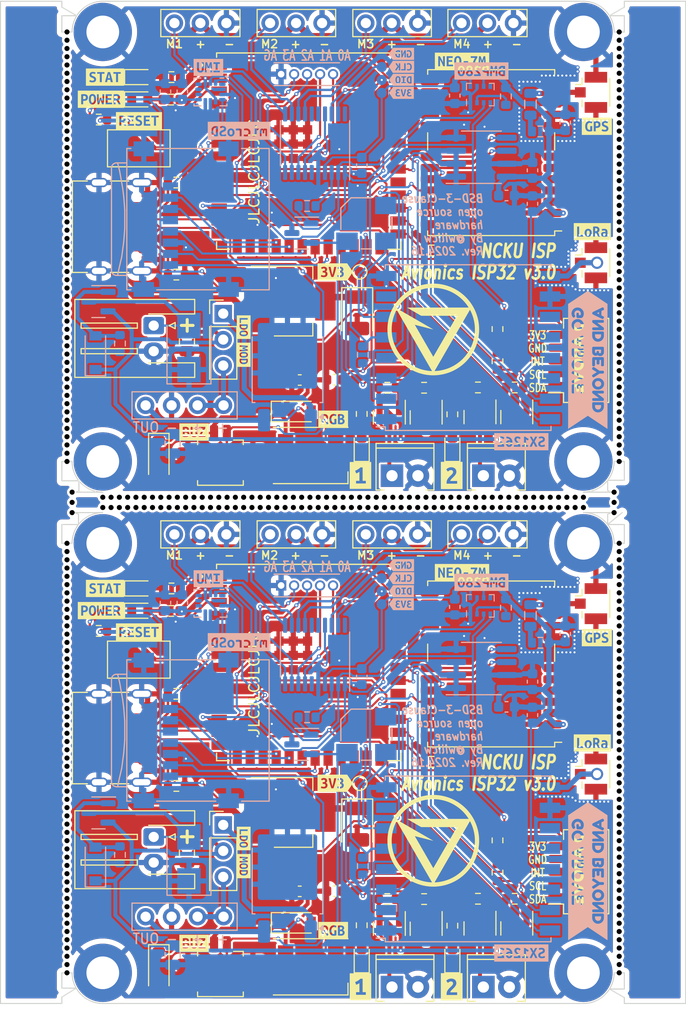
<source format=kicad_pcb>
(kicad_pcb (version 20221018) (generator pcbnew)
  (layers (0 "F.Cu" signal) (31 "B.Cu" signal) (34 "B.Paste" user) (35 "F.Paste" user) (36 "B.SilkS" user "B.Silkscreen") (37 "F.SilkS" user "F.Silkscreen") (38 "B.Mask" user) (39 "F.Mask" user) (44 "Edge.Cuts" user))
  (net 0 "")
  (net 1 "Board_0-+3V3")
  (net 2 "Board_0-+5V")
  (net 3 "Board_0-+BATT")
  (net 4 "Board_0-ADC0")
  (net 5 "Board_0-ADC1")
  (net 6 "Board_0-ADC2")
  (net 7 "Board_0-ADC3")
  (net 8 "Board_0-Buzz")
  (net 9 "Board_0-D+")
  (net 10 "Board_0-D-")
  (net 11 "Board_0-EXT_INT")
  (net 12 "Board_0-FIRE0")
  (net 13 "Board_0-FIRE1")
  (net 14 "Board_0-GND")
  (net 15 "Board_0-IMU_INT")
  (net 16 "Board_0-INDI")
  (net 17 "Board_0-IO0")
  (net 18 "Board_0-LORA_BUSY")
  (net 19 "Board_0-LORA_D1")
  (net 20 "Board_0-LORA_RST")
  (net 21 "Board_0-LORA_SS")
  (net 22 "Board_0-MISO_1")
  (net 23 "Board_0-MOSI_1")
  (net 24 "Board_0-Net-(D1-A)")
  (net 25 "Board_0-Net-(D2-A)")
  (net 26 "Board_0-Net-(D3-A)")
  (net 27 "Board_0-Net-(D4-A)")
  (net 28 "Board_0-Net-(D5-A)")
  (net 29 "Board_0-Net-(D6-A2)")
  (net 30 "Board_0-Net-(D8-A)")
  (net 31 "Board_0-Net-(D9-A)")
  (net 32 "Board_0-Net-(J10-In)")
  (net 33 "Board_0-Net-(J11-Pin_3)")
  (net 34 "Board_0-Net-(J13-Pin_1)")
  (net 35 "Board_0-Net-(J5-In)")
  (net 36 "Board_0-Net-(J6-Pin_1)")
  (net 37 "Board_0-Net-(J7-Pin_1)")
  (net 38 "Board_0-Net-(L2-Pad1)")
  (net 39 "Board_0-Net-(Q1-D)")
  (net 40 "Board_0-Net-(Q2-B)")
  (net 41 "Board_0-Net-(Q4-D)")
  (net 42 "Board_0-Net-(U10-CSB)")
  (net 43 "Board_0-Net-(U6-SCL)")
  (net 44 "Board_0-Net-(U6-SDA)")
  (net 45 "Board_0-RGB")
  (net 46 "Board_0-RST")
  (net 47 "Board_0-RX1")
  (net 48 "Board_0-SCK_1")
  (net 49 "Board_0-SCL")
  (net 50 "Board_0-SDA")
  (net 51 "Board_0-SD_CLK")
  (net 52 "Board_0-SD_CMD")
  (net 53 "Board_0-SD_D0")
  (net 54 "Board_0-SD_D1")
  (net 55 "Board_0-SD_D2")
  (net 56 "Board_0-SD_D3")
  (net 57 "Board_0-SERVO0")
  (net 58 "Board_0-SERVO1")
  (net 59 "Board_0-SERVO2")
  (net 60 "Board_0-SERVO3")
  (net 61 "Board_0-SWCLK")
  (net 62 "Board_0-SWDIO")
  (net 63 "Board_0-TX1")
  (net 64 "Board_0-cc1")
  (net 65 "Board_0-cc2")
  (net 66 "Board_0-unconnected-(D7-DOUT-Pad2)")
  (net 67 "Board_0-unconnected-(J3-SBU1-PadA8)")
  (net 68 "Board_0-unconnected-(J3-SBU2-PadB8)")
  (net 69 "Board_0-unconnected-(U10-SDO-Pad5)")
  (net 70 "Board_0-unconnected-(U3-NRST-Pad6)")
  (net 71 "Board_0-unconnected-(U3-PA11[PA9]-Pad16)")
  (net 72 "Board_0-unconnected-(U3-PB0{slash}PB1{slash}PB2{slash}PA8-Pad15)")
  (net 73 "Board_0-unconnected-(U3-PB3{slash}PB4{slash}PB5{slash}PB6-Pad20)")
  (net 74 "Board_0-unconnected-(U4-INT2-Pad9)")
  (net 75 "Board_0-unconnected-(U4-OCS_Aux-Pad10)")
  (net 76 "Board_0-unconnected-(U4-SDO_Aux-Pad11)")
  (net 77 "Board_0-unconnected-(U4-SDO{slash}SA0-Pad1)")
  (net 78 "Board_0-unconnected-(U7-EXTINT-Pad4)")
  (net 79 "Board_0-unconnected-(U7-RESERVED-Pad14)")
  (net 80 "Board_0-unconnected-(U7-RESERVED-Pad15)")
  (net 81 "Board_0-unconnected-(U7-RESERVED-Pad16)")
  (net 82 "Board_0-unconnected-(U7-RESERVED-Pad17)")
  (net 83 "Board_0-unconnected-(U7-TIMEPULSE-Pad3)")
  (net 84 "Board_0-unconnected-(U7-USB_DM-Pad5)")
  (net 85 "Board_0-unconnected-(U7-USB_DP-Pad6)")
  (net 86 "Board_0-unconnected-(U7-VDD_USB-Pad7)")
  (net 87 "Board_0-unconnected-(U7-~{SAFEBOOT}-Pad1)")
  (net 88 "Board_0-unconnected-(U8-IO2-Pad38)")
  (net 89 "Board_0-unconnected-(U8-IO3-Pad15)")
  (net 90 "Board_0-unconnected-(U8-IO38-Pad31)")
  (net 91 "Board_0-unconnected-(U8-IO4-Pad4)")
  (net 92 "Board_0-unconnected-(U8-IO42-Pad35)")
  (net 93 "Board_0-unconnected-(U8-IO45-Pad26)")
  (net 94 "Board_0-unconnected-(U8-IO46-Pad16)")
  (net 95 "Board_0-unconnected-(U8-IO5-Pad5)")
  (net 96 "Board_0-unconnected-(U8-IO6-Pad6)")
  (net 97 "Board_0-unconnected-(U8-RXD0-Pad36)")
  (net 98 "Board_0-unconnected-(U8-TXD0-Pad37)")
  (net 99 "Board_0-unconnected-(U9-DIO0-Pad14)")
  (net 100 "Board_0-unconnected-(U9-DIO3-Pad11)")
  (net 101 "Board_0-unconnected-(U9-DIO4-Pad12)")
  (net 102 "Board_0-unconnected-(U9-DIO5-Pad7)")
  (net 103 "Board_1-+3V3")
  (net 104 "Board_1-+5V")
  (net 105 "Board_1-+BATT")
  (net 106 "Board_1-ADC0")
  (net 107 "Board_1-ADC1")
  (net 108 "Board_1-ADC2")
  (net 109 "Board_1-ADC3")
  (net 110 "Board_1-Buzz")
  (net 111 "Board_1-D+")
  (net 112 "Board_1-D-")
  (net 113 "Board_1-EXT_INT")
  (net 114 "Board_1-FIRE0")
  (net 115 "Board_1-FIRE1")
  (net 116 "Board_1-GND")
  (net 117 "Board_1-IMU_INT")
  (net 118 "Board_1-INDI")
  (net 119 "Board_1-IO0")
  (net 120 "Board_1-LORA_BUSY")
  (net 121 "Board_1-LORA_D1")
  (net 122 "Board_1-LORA_RST")
  (net 123 "Board_1-LORA_SS")
  (net 124 "Board_1-MISO_1")
  (net 125 "Board_1-MOSI_1")
  (net 126 "Board_1-Net-(D1-A)")
  (net 127 "Board_1-Net-(D2-A)")
  (net 128 "Board_1-Net-(D3-A)")
  (net 129 "Board_1-Net-(D4-A)")
  (net 130 "Board_1-Net-(D5-A)")
  (net 131 "Board_1-Net-(D6-A2)")
  (net 132 "Board_1-Net-(D8-A)")
  (net 133 "Board_1-Net-(D9-A)")
  (net 134 "Board_1-Net-(J10-In)")
  (net 135 "Board_1-Net-(J11-Pin_3)")
  (net 136 "Board_1-Net-(J13-Pin_1)")
  (net 137 "Board_1-Net-(J5-In)")
  (net 138 "Board_1-Net-(J6-Pin_1)")
  (net 139 "Board_1-Net-(J7-Pin_1)")
  (net 140 "Board_1-Net-(L2-Pad1)")
  (net 141 "Board_1-Net-(Q1-D)")
  (net 142 "Board_1-Net-(Q2-B)")
  (net 143 "Board_1-Net-(Q4-D)")
  (net 144 "Board_1-Net-(U10-CSB)")
  (net 145 "Board_1-Net-(U6-SCL)")
  (net 146 "Board_1-Net-(U6-SDA)")
  (net 147 "Board_1-RGB")
  (net 148 "Board_1-RST")
  (net 149 "Board_1-RX1")
  (net 150 "Board_1-SCK_1")
  (net 151 "Board_1-SCL")
  (net 152 "Board_1-SDA")
  (net 153 "Board_1-SD_CLK")
  (net 154 "Board_1-SD_CMD")
  (net 155 "Board_1-SD_D0")
  (net 156 "Board_1-SD_D1")
  (net 157 "Board_1-SD_D2")
  (net 158 "Board_1-SD_D3")
  (net 159 "Board_1-SERVO0")
  (net 160 "Board_1-SERVO1")
  (net 161 "Board_1-SERVO2")
  (net 162 "Board_1-SERVO3")
  (net 163 "Board_1-SWCLK")
  (net 164 "Board_1-SWDIO")
  (net 165 "Board_1-TX1")
  (net 166 "Board_1-cc1")
  (net 167 "Board_1-cc2")
  (net 168 "Board_1-unconnected-(D7-DOUT-Pad2)")
  (net 169 "Board_1-unconnected-(J3-SBU1-PadA8)")
  (net 170 "Board_1-unconnected-(J3-SBU2-PadB8)")
  (net 171 "Board_1-unconnected-(U10-SDO-Pad5)")
  (net 172 "Board_1-unconnected-(U3-NRST-Pad6)")
  (net 173 "Board_1-unconnected-(U3-PA11[PA9]-Pad16)")
  (net 174 "Board_1-unconnected-(U3-PB0{slash}PB1{slash}PB2{slash}PA8-Pad15)")
  (net 175 "Board_1-unconnected-(U3-PB3{slash}PB4{slash}PB5{slash}PB6-Pad20)")
  (net 176 "Board_1-unconnected-(U4-INT2-Pad9)")
  (net 177 "Board_1-unconnected-(U4-OCS_Aux-Pad10)")
  (net 178 "Board_1-unconnected-(U4-SDO_Aux-Pad11)")
  (net 179 "Board_1-unconnected-(U4-SDO{slash}SA0-Pad1)")
  (net 180 "Board_1-unconnected-(U7-EXTINT-Pad4)")
  (net 181 "Board_1-unconnected-(U7-RESERVED-Pad14)")
  (net 182 "Board_1-unconnected-(U7-RESERVED-Pad15)")
  (net 183 "Board_1-unconnected-(U7-RESERVED-Pad16)")
  (net 184 "Board_1-unconnected-(U7-RESERVED-Pad17)")
  (net 185 "Board_1-unconnected-(U7-TIMEPULSE-Pad3)")
  (net 186 "Board_1-unconnected-(U7-USB_DM-Pad5)")
  (net 187 "Board_1-unconnected-(U7-USB_DP-Pad6)")
  (net 188 "Board_1-unconnected-(U7-VDD_USB-Pad7)")
  (net 189 "Board_1-unconnected-(U7-~{SAFEBOOT}-Pad1)")
  (net 190 "Board_1-unconnected-(U8-IO2-Pad38)")
  (net 191 "Board_1-unconnected-(U8-IO3-Pad15)")
  (net 192 "Board_1-unconnected-(U8-IO38-Pad31)")
  (net 193 "Board_1-unconnected-(U8-IO4-Pad4)")
  (net 194 "Board_1-unconnected-(U8-IO42-Pad35)")
  (net 195 "Board_1-unconnected-(U8-IO45-Pad26)")
  (net 196 "Board_1-unconnected-(U8-IO46-Pad16)")
  (net 197 "Board_1-unconnected-(U8-IO5-Pad5)")
  (net 198 "Board_1-unconnected-(U8-IO6-Pad6)")
  (net 199 "Board_1-unconnected-(U8-RXD0-Pad36)")
  (net 200 "Board_1-unconnected-(U8-TXD0-Pad37)")
  (net 201 "Board_1-unconnected-(U9-DIO0-Pad14)")
  (net 202 "Board_1-unconnected-(U9-DIO3-Pad11)")
  (net 203 "Board_1-unconnected-(U9-DIO4-Pad12)")
  (net 204 "Board_1-unconnected-(U9-DIO5-Pad7)")
  (footprint "NPTH" (layer "F.Cu") (at 109.862064 68.500008)
    (fp_text reference "KiKit_MB_2_24" hide)
    (fp_text value "NPTH" hide)
  )
  (footprint "ESP32-S3-WROOM-1U:XCVR_ESP32-S3-WROOM-1U" (layer "F.Cu") (at 101.629648 34.655063)
    (fp_text reference "U8" hide)
    (fp_text value "ESP32-S3-WROOM-1U" hide)
  )
  (footprint "NPTH" (layer "F.Cu") (at 87.172406 68.500001)
    (fp_text reference "KiKit_MB_2_52" hide)
    (fp_text value "NPTH" hide)
  )
  (footprint "kibuzzard-641A737F" (layer "F.Cu") (at 85.039991 81.675034)
    (fp_text reference "kibuzzard-641A737F" hide)
    (fp_text value "G***" hide)
  )
  (footprint "MountingHole:MountingHole_3.2mm_M3_ISO7380_Pad" (layer "F.Cu") (at 81.499948 65.000063)
    (fp_text reference "H2" hide)
    (fp_text value "MountingHole_Pad" hide)
  )
  (footprint "LED_SMD:LED_0603_1608Metric" (layer "F.Cu") (at 115.685248 63.515063 90)
    (fp_text reference "D2" hide)
    (fp_text value "F0_LED" hide)
  )
  (footprint "kibuzzard-661FAECF" (layer "F.Cu") (at 128.268648 55.118663 90)
    (fp_text reference "kibuzzard-661FAECF" hide)
    (fp_text value "G***" hide)
  )
  (footprint "Resistor_SMD:R_0603_1608Metric" (layer "F.Cu") (at 88.187148 79.615077 180)
    (fp_text reference "R18" hide)
    (fp_text value "1k" hide)
  )
  (footprint "NPTH" (layer "F.Cu") (at 132.00001 26.23077)
    (fp_text reference "KiKit_MB_3_5" hide)
    (fp_text value "NPTH" hide)
  )
  (footprint "NPTH" (layer "F.Cu") (at 83.931026 68.5)
    (fp_text reference "KiKit_MB_2_56" hide)
    (fp_text value "NPTH" hide)
  )
  (footprint "TerminalBlock_Phoenix:TerminalBlock_Phoenix_MPT-0,5-2-2.54_1x02_P2.54mm_Horizontal" (layer "F.Cu") (at 109.781248 66.391263)
    (fp_text reference "J7" hide)
    (fp_text value "F1" hide)
  )
  (footprint "NPTH" (layer "F.Cu") (at 120.396549 68.500011)
    (fp_text reference "KiKit_MB_2_11" hide)
    (fp_text value "NPTH" hide)
  )
  (footprint "NPTH" (layer "F.Cu") (at 132.00001 74.615398)
    (fp_text reference "KiKit_MB_6_3" hide)
    (fp_text value "NPTH" hide)
  )
  (footprint "NPTH" (layer "F.Cu") (at 100.137922 69.500017)
    (fp_text reference "KiKit_MB_5_24" hide)
    (fp_text value "NPTH" hide)
  )
  (footprint "NPTH" (layer "F.Cu") (at 132.000003 48.038461)
    (fp_text reference "KiKit_MB_3_32" hide)
    (fp_text value "NPTH" hide)
  )
  (footprint "NPTH" (layer "F.Cu") (at 132.000007 35.115385)
    (fp_text reference "KiKit_MB_3_16" hide)
    (fp_text value "NPTH" hide)
  )
  (footprint "NPTH" (layer "F.Cu") (at 78 89.961552)
    (fp_text reference "KiKit_MB_4_32" hide)
    (fp_text value "NPTH" hide)
  )
  (footprint "NPTH" (layer "F.Cu") (at 121.206894 68.500011)
    (fp_text reference "KiKit_MB_2_10" hide)
    (fp_text value "NPTH" hide)
  )
  (footprint "NPTH" (layer "F.Cu") (at 78.000008 107.730783)
    (fp_text reference "KiKit_MB_4_10" hide)
    (fp_text value "NPTH" hide)
  )
  (footprint "NPTH" (layer "F.Cu") (at 125.258611 69.500014)
    (fp_text reference "KiKit_MB_5_55" hide)
    (fp_text value "NPTH" hide)
  )
  (footprint "NPTH" (layer "F.Cu") (at 105.810339 68.500007)
    (fp_text reference "KiKit_MB_2_29" hide)
    (fp_text value "NPTH" hide)
  )
  (footprint "MountingHole:MountingHole_3.2mm_M3_ISO7380_Pad" (layer "F.Cu") (at 128.499948 73.000077)
    (fp_text reference "H4" hide)
    (fp_text value "MountingHole_Pad" hide)
  )
  (footprint "NPTH" (layer "F.Cu") (at 78.000005 100.461552)
    (fp_text reference "KiKit_MB_4_19" hide)
    (fp_text value "NPTH" hide)
  )
  (footprint "MountingHole:MountingHole_3.2mm_M3_ISO7380_Pad" (layer "F.Cu") (at 81.499948 115.000077)
    (fp_text reference "H2" hide)
    (fp_text value "MountingHole_Pad" hide)
  )
  (footprint "NPTH" (layer "F.Cu") (at 77.999992 24.615385)
    (fp_text reference "KiKit_MB_1_51" hide)
    (fp_text value "NPTH" hide)
  )
  (footprint "Button_Switch_SMD:SW_SPST_FSMSM" (layer "F.Cu") (at 85.021248 34.378763)
    (fp_text reference "SW1" hide)
    (fp_text value "RST" hide)
  )
  (footprint "NPTH" (layer "F.Cu") (at 77.999994 78.65386)
    (fp_text reference "KiKit_MB_4_46" hide)
    (fp_text value "NPTH" hide)
  )
  (footprint "MountingHole:MountingHole_3.2mm_M3_ISO7380_Pad" (layer "F.Cu") (at 128.499948 115.000077)
    (fp_text reference "H3" hide)
    (fp_text value "MountingHole_Pad" hide)
  )
  (footprint "NPTH" (layer "F.Cu") (at 98.517233 69.500017)
    (fp_text reference "KiKit_MB_5_22" hide)
    (fp_text value "NPTH" hide)
  )
  (footprint "NPTH" (layer "F.Cu") (at 132.000003 98.846167)
    (fp_text reference "KiKit_MB_6_33" hide)
    (fp_text value "NPTH" hide)
  )
  (footprint "LED_SMD:LED_0603_1608Metric" (layer "F.Cu") (at 85.119648 77.415077)
    (fp_text reference "D3" hide)
    (fp_text value "ESP_LED" hide)
  )
  (footprint "NPTH" (layer "F.Cu") (at 88.793095 69.500019)
    (fp_text reference "KiKit_MB_5_10" hide)
    (fp_text value "NPTH" hide)
  )
  (footprint "Connector_USB:USB_C_Receptacle_Palconn_UTC16-G" (layer "F.Cu") (at 83.369648 92.045077 -90)
    (fp_text reference "J3" hide)
    (fp_text value "USB_C_Receptacle_USB2.0" hide)
  )
  (footprint "NPTH" (layer "F.Cu") (at 132.000007 85.923091)
    (fp_text reference "KiKit_MB_6_17" hide)
    (fp_text value "NPTH" hide)
  )
  (footprint "NPTH" (layer "F.Cu") (at 92.844819 69.500018)
    (fp_text reference "KiKit_MB_5_15" hide)
    (fp_text value "NPTH" hide)
  )
  (footprint "NPTH" (layer "F.Cu") (at 77.999997 34.307693)
    (fp_text reference "KiKit_MB_1_39" hide)
    (fp_text value "NPTH" hide)
  )
  (footprint "Connector_Coaxial:U.FL_Hirose_U.FL-R-SMT-1_Vertical" (layer "F.Cu") (at 129.246248 45.568763)
    (fp_text reference "J10" hide)
    (fp_text value "LoRa_ANT" hide)
  )
  (footprint "NPTH" (layer "F.Cu") (at 92.034476 68.500003)
    (fp_text reference "KiKit_MB_2_46" hide)
    (fp_text value "NPTH" hide)
  )
  (footprint "NPTH" (layer "F.Cu") (at 110.672409 68.500008)
    (fp_text reference "KiKit_MB_2_23" hide)
    (fp_text value "NPTH" hide)
  )
  (footprint "NPTH" (layer "F.Cu") (at 132.000001 104.500014)
    (fp_text reference "KiKit_MB_6_40" hide)
    (fp_text value "NPTH" hide)
  )
  (footprint "NPTH" (layer "F.Cu") (at 132.000009 77.846167)
    (fp_text reference "KiKit_MB_6_7" hide)
    (fp_text value "NPTH" hide)
  )
  (footprint "NPTH" (layer "F.Cu") (at 78.000011 114.192321)
    (fp_text reference "KiKit_MB_4_2" hide)
    (fp_text value "NPTH" hide)
  )
  (footprint "NPTH" (layer "F.Cu") (at 87.982751 68.500001)
    (fp_text reference "KiKit_MB_2_51" hide)
    (fp_text value "NPTH" hide)
  )
  (footprint "NPTH" (layer "F.Cu") (at 132.00001 24.615385)
    (fp_text reference "KiKit_MB_3_3" hide)
    (fp_text value "NPTH" hide)
  )
  (footprint "NPTH" (layer "F.Cu") (at 132.000001 106.115398)
    (fp_text reference "KiKit_MB_6_42" hide)
    (fp_text value "NPTH" hide)
  )
  (footprint "NPTH" (layer "F.Cu") (at 78.000003 47.230769)
    (fp_text reference "KiKit_MB_1_23" hide)
    (fp_text value "NPTH" hide)
  )
  (footprint "NPTH" (layer "F.Cu") (at 119.586197 69.500015)
    (fp_text reference "KiKit_MB_5_48" hide)
    (fp_text value "NPTH" hide)
  )
  (footprint "NPTH" (layer "F.Cu") (at 105.810335 69.500016)
    (fp_text reference "KiKit_MB_5_31" hide)
    (fp_text value "NPTH" hide)
  )
  (footprint "NPTH" (layer "F.Cu") (at 78.000006 53.692307)
    (fp_text reference "KiKit_MB_1_15" hide)
    (fp_text value "NPTH" hide)
  )
  (footprint "NPTH" (layer "F.Cu") (at 77.999997 84.307706)
    (fp_text reference "KiKit_MB_4_39" hide)
    (fp_text value "NPTH" hide)
  )
  (footprint "NPTH" (layer "F.Cu") (at 132.000003 98.038475)
    (fp_text reference "KiKit_MB_6_32" hide)
    (fp_text value "NPTH" hide)
  )
  (footprint "NPTH" (layer "F.Cu") (at 87.98275 69.500019)
    (fp_text reference "KiKit_MB_5_9" hide)
    (fp_text value "NPTH" hide)
  )
  (footprint "Diode_SMD:D_SOD-123" (layer "F.Cu") (at 86.979648 64.615063 -90)
    (fp_text reference "D9" hide)
    (fp_text value "D_Small" hide)
  )
  (footprint "NPTH" (layer "F.Cu") (at 83.120681 68.5)
    (fp_text reference "KiKit_MB_2_57" hide)
    (fp_text value "NPTH" hide)
  )
  (footprint "Resistor_SMD:R_0603_1608Metric" (layer "F.Cu") (at 120.099948 105.200077 -90)
    (fp_text reference "R4" hide)
    (fp_text value "4k7" hide)
  )
  (footprint "NPTH" (layer "F.Cu") (at 132.000002 52.076923)
    (fp_text reference "KiKit_MB_3_37" hide)
    (fp_text value "NPTH" hide)
  )
  (footprint "NPTH" (layer "F.Cu") (at 78.000003 48.038461)
    (fp_text reference "KiKit_MB_1_22" hide)
    (fp_text value "NPTH" hide)
  )
  (footprint "NPTH" (layer "F.Cu") (at 99.327581 68.500005)
    (fp_text reference "KiKit_MB_2_37" hide)
    (fp_text value "NPTH" hide)
  )
  (footprint "NPTH" (layer "F.Cu") (at 132.000008 31.076924)
    (fp_text reference "KiKit_MB_3_11" hide)
    (fp_text value "NPTH" hide)
  )
  (footprint "Package_TO_SOT_SMD:SOT-223-3_TabPin2" (layer "F.Cu") (at 100.129648 99.315077)
    (fp_text reference "U1" hide)
    (fp_text value "AZ1117-3.3" hide)
  )
  (footprint "NPTH" (layer "F.Cu") (at 78.000001 93.192321)
    (fp_text reference "KiKit_MB_4_28" hide)
    (fp_text value "NPTH" hide)
  )
  (footprint "NPTH" (layer "F.Cu") (at 89.60344 69.500018)
    (fp_text reference "KiKit_MB_5_11" hide)
    (fp_text value "NPTH" hide)
  )
  (footprint "NPTH" (layer "F.Cu") (at 78.000001 92.384629)
    (fp_text reference "KiKit_MB_4_29" hide)
    (fp_text value "NPTH" hide)
  )
  (footprint "NPTH" (layer "F.Cu") (at 78.000004 48.846154)
    (fp_text reference "KiKit_MB_1_21" hide)
    (fp_text value "NPTH" hide)
  )
  (footprint "Connector_Molex:Molex_PicoBlade_53261-0571_1x05-1MP_P1.25mm_Horizontal" (layer "F.Cu") (at 128.268648 105.118677 90)
    (fp_text reference "J2" hide)
    (fp_text value "ExtBoard" hide)
  )
  (footprint "NPTH" (layer "F.Cu") (at 122.827584 68.500012)
    (fp_text reference "KiKit_MB_2_8" hide)
    (fp_text value "NPTH" hide)
  )
  (footprint "kibuzzard-641A7704" (layer "F.Cu") (at 90.429648 112.115077)
    (fp_text reference "kibuzzard-641A7704" hide)
    (fp_text value "G***" hide)
  )
  (footprint "kibuzzard-641A73E5" (layer "F.Cu") (at 81.717191 27.41502)
    (fp_text reference "kibuzzard-641A73E5" hide)
    (fp_text value "G***" hide)
  )
  (footprint "NPTH" (layer "F.Cu") (at 102.56896 68.500006)
    (fp_text reference "KiKit_MB_2_33" hide)
    (fp_text value "NPTH" hide)
  )
  (footprint "NPTH" (layer "F.Cu") (at 132.000007 34.307693)
    (fp_text reference "KiKit_MB_3_15" hide)
    (fp_text value "NPTH" hide)
  )
  (footprint "Resistor_SMD:R_0603_1608Metric" (layer "F.Cu") (at 88.222148 27.415063 180)
    (fp_text reference "R19" hide)
    (fp_text value "1k" hide)
  )
  (footprint "kibuzzard-641A7704" (layer "F.Cu") (at 90.429648 62.115063)
    (fp_text reference "kibuzzard-641A7704" hide)
    (fp_text value "G***" hide)
  )
  (footprint "Connector_Molex:Molex_PicoBlade_53261-0571_1x05-1MP_P1.25mm_Horizontal" (layer "F.Cu") (at 128.268648 55.118663 90)
    (fp_text reference "J2" hide)
    (fp_text value "ExtBoard" hide)
  )
  (footprint "NPTH" (layer "F.Cu") (at 102.568957 69.500017)
    (fp_text reference "KiKit_MB_5_27" hide)
    (fp_text value "NPTH" hide)
  )
  (footprint "NPTH" (layer "F.Cu") (at 132.000005 43.192308)
    (fp_text reference "KiKit_MB_3_26" hide)
    (fp_text value "NPTH" hide)
  )
  (footprint "NPTH" (layer "F.Cu") (at 132 110.15386)
    (fp_text reference "KiKit_MB_6_47" hide)
    (fp_text value "NPTH" hide)
  )
  (footprint "NPTH" (layer "F.Cu") (at 77.999998 85.923091)
    (fp_text reference "KiKit_MB_4_37" hide)
    (fp_text value "NPTH" hide)
  )
  (footprint "NPTH" (layer "F.Cu") (at 132 109.346167)
    (fp_text reference "KiKit_MB_6_46" hide)
    (fp_text value "NPTH" hide)
  )
  (footprint "NPTH" (layer "F.Cu") (at 77.999998 36.73077)
    (fp_text reference "KiKit_MB_1_36" hide)
    (fp_text value "NPTH" hide)
  )
  (footprint "NPTH" (layer "F.Cu") (at 132.000009 79.461552)
    (fp_text reference "KiKit_MB_6_9" hide)
    (fp_text value "NPTH" hide)
  )
  (footprint "NPTH" (layer "F.Cu") (at 100.948271 68.500005)
    (fp_text reference "KiKit_MB_2_35" hide)
    (fp_text value "NPTH" hide)
  )
  (footprint "NPTH" (layer "F.Cu") (at 132.000007 33.500001)
    (fp_text reference "KiKit_MB_3_14" hide)
    (fp_text value "NPTH" hide)
  )
  (footprint "kibuzzard-641A7395" (layer "F.Cu") (at 129.809991 82.225034)
    (fp_text reference "kibuzzard-641A7395" hide)
    (fp_text value "G***" hide)
  )
  (footprint "NPTH" (layer "F.Cu") (at 78.000002 95.615398)
    (fp_text reference "KiKit_MB_4_25" hide)
    (fp_text value "NPTH" hide)
  )
  (footprint "NPTH" (layer "F.Cu") (at 131.999999 64.192307)
    (fp_text reference "KiKit_MB_3_52" hide)
    (fp_text value "NPTH" hide)
  )
  (footprint "NPTH" (layer "F.Cu") (at 77.999997 33.500001)
    (fp_text reference "KiKit_MB_1_40" hide)
    (fp_text value "NPTH" hide)
  )
  (footprint "NPTH" (layer "F.Cu") (at 132.00001 73.807706)
    (fp_text reference "KiKit_MB_6_2" hide)
    (fp_text value "NPTH" hide)
  )
  (footprint "NPTH" (layer "F.Cu") (at 122.017239 68.500012)
    (fp_text reference "KiKit_MB_2_9" hide)
    (fp_text value "NPTH" hide)
  )
  (footprint "NPTH" (layer "F.Cu") (at 104.999995 68.500006)
    (fp_text reference "KiKit_MB_2_30" hide)
    (fp_text value "NPTH" hide)
  )
  (footprint "NPTH" (layer "F.Cu") (at 131.50001 68.000513)
    (fp_text reference "KiKit_MB_8_1" hide)
    (fp_text value "NPTH" hide)
  )
  (footprint "NPTH" (layer "F.Cu") (at 132 59.346153)
    (fp_text reference "KiKit_MB_3_46" hide)
    (fp_text value "NPTH" hide)
  )
  (footprint "isp_logo:isp_logo" (layer "F.Cu") (at 113.818648 52.088663)
    (fp_text reference "G***" hide)
    (fp_text value "LOGO" hide)
  )
  (footprint "NPTH" (layer "F.Cu") (at 78.000005 102.076937)
    (fp_text reference "KiKit_MB_4_17" hide)
    (fp_text value "NPTH" hide)
  )
  (footprint "NPTH" (layer "F.Cu") (at 78.000009 60.153846)
    (fp_text reference "KiKit_MB_1_7" hide)
    (fp_text value "NPTH" hide)
  )
  (footprint "Package_TO_SOT_SMD:SOT-223-3_TabPin2" (layer "F.Cu") (at 100.129648 49.315063)
    (fp_text reference "U1" hide)
    (fp_text value "AZ1117-3.3" hide)
  )
  (footprint "Connector_PinHeader_2.54mm:PinHeader_1x03_P2.54mm_Vertical" (layer "F.Cu") (at 107.221248 72.128777 90)
    (fp_text reference "M3" hide)
    (fp_text value "Motor_Servo" hide)
  )
  (footprint "NPTH" (layer "F.Cu") (at 132.000008 81.884629)
    (fp_text reference "KiKit_MB_6_12" hide)
    (fp_text value "NPTH" hide)
  )
  (footprint "NPTH" (layer "F.Cu") (at 117.965508 69.500015)
    (fp_text reference "KiKit_MB_5_46" hide)
    (fp_text value "NPTH" hide)
  )
  (footprint "NPTH" (layer "F.Cu") (at 104.999991 69.500017)
    (fp_text reference "KiKit_MB_5_30" hide)
    (fp_text value "NPTH" hide)
  )
  (footprint "NPTH" (layer "F.Cu") (at 109.051715 69.500016)
    (fp_text reference "KiKit_MB_5_35" hide)
    (fp_text value "NPTH" hide)
  )
  (footprint "NPTH" (layer "F.Cu") (at 124.448274 68.500012)
    (fp_text reference "KiKit_MB_2_6" hide)
    (fp_text value "NPTH" hide)
  )
  (footprint "NPTH" (layer "F.Cu") (at 107.431029 68.500007)
    (fp_text reference "KiKit_MB_2_27" hide)
    (fp_text value "NPTH" hide)
  )
  (footprint "NPTH" (layer "F.Cu") (at 131.999998 115.000014)
    (fp_text reference "KiKit_MB_6_53" hide)
    (fp_text value "NPTH" hide)
  )
  (footprint "Resistor_SMD:R_0603_1608Metric" (layer "F.Cu") (at 81.104648 31.565063)
    (fp_text reference "R1" hide)
    (fp_text value "10k" hide)
  )
  (footprint "LED_SMD:LED_0603_1608Metric" (layer "F.Cu") (at 106.821248 113.515077 90)
    (fp_text reference "D4" hide)
    (fp_text value "F1_LED" hide)
  )
  (footprint "NPTH" (layer "F.Cu") (at 77.999999 89.15386)
    (fp_text reference "KiKit_MB_4_33" hide)
    (fp_text value "NPTH" hide)
  )
  (footprint "NPTH" (layer "F.Cu") (at 132.000005 91.576937)
    (fp_text reference "KiKit_MB_6_24" hide)
    (fp_text value "NPTH" hide)
  )
  (footprint "NPTH" (layer "F.Cu") (at 132.000009 27.038462)
    (fp_text reference "KiKit_MB_3_6" hide)
    (fp_text value "NPTH" hide)
  )
  (footprint "Resistor_SMD:R_0603_1608Metric" (layer "F.Cu") (at 121.785248 107.761277 180)
    (fp_text reference "R16" hide)
    (fp_text value "100K" hide)
  )
  (footprint "NPTH" (layer "F.Cu") (at 78.499991 69.000513)
    (fp_text reference "KiKit_MB_7_2" hide)
    (fp_text value "NPTH" hide)
  )
  (footprint "NPTH" (layer "F.Cu") (at 78 91.576937)
    (fp_text reference "KiKit_MB_4_30" hide)
    (fp_text value "NPTH" hide)
  )
  (footprint "NPTH" (layer "F.Cu") (at 77.999995 81.076937)
    (fp_text reference "KiKit_MB_4_43" hide)
    (fp_text value "NPTH" hide)
  )
  (footprint "kibuzzard-63CD04FB" (layer "F.Cu") (at 115.619991 66.36502)
    (fp_text reference "kibuzzard-63CD04FB" hide)
    (fp_text value "G***" hide)
  )
  (footprint "NPTH" (layer "F.Cu") (at 78.000002 94.807706)
    (fp_text reference "KiKit_MB_4_26" hide)
    (fp_text value "NPTH" hide)
  )
  (footprint "NPTH" (layer "F.Cu") (at 77.999994 27.846155)
    (fp_text reference "KiKit_MB_1_47" hide)
    (fp_text value "NPTH" hide)
  )
  (footprint "NPTH" (layer "F.Cu") (at 132.000004 97.230783)
    (fp_text reference "KiKit_MB_6_31" hide)
    (fp_text value "NPTH" hide)
  )
  (footprint "Connector_Molex:Molex_PicoBlade_53261-0271_1x02-1MP_P1.25mm_Horizontal" (layer "F.Cu") (at 93.004648 64.615063)
    (fp_text reference "J14" hide)
    (fp_text value "BUZZ" hide)
  )
  (footprint "Resistor_SMD:R_0603_1608Metric" (layer "F.Cu") (at 113.654648 94.365077 180)
    (fp_text reference "R2" hide)
    (fp_text value "10k" hide)
  )
  (footprint "NPTH" (layer "F.Cu") (at 100.137926 68.500005)
    (fp_text reference "KiKit_MB_2_36" hide)
    (fp_text value "NPTH" hide)
  )
  (footprint "Connector_PinHeader_2.54mm:PinHeader_1x03_P2.54mm_Vertical" (layer "F.Cu") (at 88.504548 72.128777 90)
    (fp_text reference "M1" hide)
    (fp_text value "Motor_Servo" hide)
  )
  (footprint "Connector_USB:USB_C_Receptacle_Palconn_UTC16-G" (layer "F.Cu") (at 83.369648 42.045063 -90)
    (fp_text reference "J3" hide)
    (fp_text value "USB_C_Receptacle_USB2.0" hide)
  )
  (footprint "NPTH" (layer "F.Cu") (at 132.000007 86.730783)
    (fp_text reference "KiKit_MB_6_18" hide)
    (fp_text value "NPTH" hide)
  )
  (footprint "NPTH" (layer "F.Cu") (at 132.000006 88.346167)
    (fp_text reference "KiKit_MB_6_20" hide)
    (fp_text value "NPTH" hide)
  )
  (footprint "NPTH" (layer "F.Cu") (at 78.000002 44.000001)
    (fp_text reference "KiKit_MB_1_27" hide)
    (fp_text value "NPTH" hide)
  )
  (footprint "NPTH" (layer "F.Cu") (at 131.50001 70.000513)
    (fp_text reference "KiKit_MB_8_3" hide)
    (fp_text value "NPTH" hide)
  )
  (footprint "Package_TO_SOT_SMD:SOT-23" (layer "F.Cu") (at 118.385248 60.661263 -90)
    (fp_text reference "Q3" hide)
    (fp_text value "IRLML6402" hide)
  )
  (footprint "LED_SMD:LED_0603_1608Metric" (layer "F.Cu") (at 85.117148 29.595063)
    (fp_text reference "D5" hide)
    (fp_text value "POWER" hide)
  )
  (footprint "NPTH" (layer "F.Cu") (at 114.724134 68.500009)
    (fp_text reference "KiKit_MB_2_18" hide)
    (fp_text value "NPTH" hide)
  )
  (footprint "NPTH" (layer "F.Cu") (at 132.000005 41.576924)
    (fp_text reference "KiKit_MB_3_24" hide)
    (fp_text value "NPTH" hide)
  )
  (footprint "NPTH" (layer "F.Cu") (at 132.000008 81.076937)
    (fp_text reference "KiKit_MB_6_11" hide)
    (fp_text value "NPTH" hide)
  )
  (footprint "Capacitor_Tantalum_SMD:CP_EIA-3528-12_Kemet-T" (layer "F.Cu") (at 106.379648 100.465077 -90)
    (fp_text reference "C12" hide)
    (fp_text value "220u" hide)
  )
  (footprint "NPTH" (layer "F.Cu") (at 132.000005 40.769231)
    (fp_text reference "KiKit_MB_3_23" hide)
    (fp_text value "NPTH" hide)
  )
  (footprint "NPTH" (layer "F.Cu") (at 94.465511 68.500003)
    (fp_text reference "KiKit_MB_2_43" hide)
    (fp_text value "NPTH" hide)
  )
  (footprint "Resistor_SMD:R_0603_1608Metric" (layer "F.Cu") (at 88.694948 37.725063)
    (fp_text reference "R5" hide)
    (fp_text value "5k1" hide)
  )
  (footprint "NPTH" (layer "F.Cu") (at 77.999996 31.884616)
    (fp_text reference "KiKit_MB_1_42" hide)
    (fp_text value "NPTH" hide)
  )
  (footprint "kibuzzard-661FAECF" (layer "F.Cu") (at 128.268648 105.118677 90)
    (fp_text reference "kibuzzard-661FAECF" hide)
    (fp_text value "G***" hide)
  )
  (footprint "Resistor_SMD:R_0603_1608Metric" (layer "F.Cu") (at 118.185248 107.761277)
    (fp_text reference "R20" hide)
    (fp_text value "100K" hide)
  )
  (footprint "NPTH" (layer "F.Cu") (at 78.000005 51.269231)
    (fp_text reference "KiKit_MB_1_18" hide)
    (fp_text value "NPTH" hide)
  )
  (footprint "NPTH" (layer "F.Cu") (at 78 41.576924)
    (fp_text reference "KiKit_MB_1_30" hide)
    (fp_text value "NPTH" hide)
  )
  (footprint "NPTH" (layer "F.Cu") (at 77.999993 75.423091)
    (fp_text reference "KiKit_MB_4_50" hide)
    (fp_text value "NPTH" hide)
  )
  (footprint "NPTH" (layer "F.Cu") (at 96.896546 68.500004)
    (fp_text reference "KiKit_MB_2_40" hide)
    (fp_text value "NPTH" hide)
  )
  (footprint "NPTH" (layer "F.Cu") (at 77.999994 28.653847)
    (fp_text reference "KiKit_MB_1_46" hide)
    (fp_text value "NPTH" hide)
  )
  (footprint "Resistor_SMD:R_0603_1608Metric" (layer "F.Cu") (at 109.321248 107.791277)
    (fp_text reference "R24" hide)
    (fp_text value "100K" hide)
  )
  (footprint "NPTH" (layer "F.Cu") (at 109.862059 69.500016)
    (fp_text reference "KiKit_MB_5_36" hide)
    (fp_text value "NPTH" hide)
  )
  (footprint "NPTH" (layer "F.Cu") (at 77.999995 31.076924)
    (fp_text reference "KiKit_MB_1_43" hide)
    (fp_text value "NPTH" hide)
  )
  (footprint "NPTH" (layer "F.Cu") (at 78.00001 60.961538)
    (fp_text reference "KiKit_MB_1_6" hide)
    (fp_text value "NPTH" hide)
  )
  (footprint "NPTH" (layer "F.Cu") (at 78.000006 103.692321)
    (fp_text reference "KiKit_MB_4_15" hide)
    (fp_text value "NPTH" hide)
  )
  (footprint "NPTH" (layer "F.Cu") (at 77.999997 85.115398)
    (fp_text reference "KiKit_MB_4_38" hide)
    (fp_text value "NPTH" hide)
  )
  (footprint "TerminalBlock_Phoenix:TerminalBlock_Phoenix_MPT-0,5-2-2.54_1x02_P2.54mm_Horizontal" (layer "F.Cu") (at 118.717248 66.391263)
    (fp_text reference "J6" hide)
    (fp_text value "F0" hide)
  )
  (footprint "Package_TO_SOT_SMD:SOT-23" (layer "F.Cu") (at 113.121248 110.691277 -90)
    (fp_text reference "Q4" hide)
    (fp_text value "BSS138" hide)
  )
  (footprint "NPTH" (layer "F.Cu") (at 131.999999 112.576937)
    (fp_text reference "KiKit_MB_6_50" hide)
    (fp_text value "NPTH" hide)
  )
  (footprint "NPTH" (layer "F.Cu") (at 132.000008 31.884616)
    (fp_text reference "KiKit_MB_3_12" hide)
    (fp_text value "NPTH" hide)
  )
  (footprint "NPTH" (layer "F.Cu") (at 132.000006 89.15386)
    (fp_text reference "KiKit_MB_6_21" hide)
    (fp_text value "NPTH" hide)
  )
  (footprint "Connector_JST:JST_XH_S2B-XH-A-1_1x02_P2.50mm_Horizontal" (layer "F.Cu") (at 86.479648 101.715077 -90)
    (fp_text reference "J1" hide)
    (fp_text value "BAT1" hide)
  )
  (footprint "LED_SMD:LED_0603_1608Metric" (layer "F.Cu") (at 106.821248 63.515063 90)
    (fp_text reference "D4" hide)
    (fp_text value "F1_LED" hide)
  )
  (footprint "NPTH" (layer "F.Cu") (at 132.000002 103.692321)
    (fp_text reference "KiKit_MB_6_39" hide)
    (fp_text value "NPTH" hide)
  )
  (footprint "NPTH" (layer "F.Cu") (at 108.241374 68.500007)
    (fp_text reference "KiKit_MB_2_26" hide)
    (fp_text value "NPTH" hide)
  )
  (footprint "NPTH" (layer "F.Cu") (at 78.000009 110.15386)
    (fp_text reference "KiKit_MB_4_7" hide)
    (fp_text value "NPTH" hide)
  )
  (footprint "NPTH" (layer "F.Cu") (at 132.000001 55.307692)
    (fp_text reference "KiKit_MB_3_41" hide)
    (fp_text value "NPTH" hide)
  )
  (footprint "NPTH" (layer "F.Cu") (at 77.999997 83.500014)
    (fp_text reference "KiKit_MB_4_40" hide)
    (fp_text value "NPTH" hide)
  )
  (footprint "NPTH" (layer "F.Cu") (at 106.62068 69.500016)
    (fp_text reference "KiKit_MB_5_32" hide)
    (fp_text value "NPTH" hide)
  )
  (footprint "NPTH" (layer "F.Cu") (at 84.741371 68.5)
    (fp_text reference "KiKit_MB_2_55" hide)
    (fp_text value "NPTH" hide)
  )
  (footprint "Resistor_SMD:R_0603_1608Metric" (layer "F.Cu") (at 88.222148 77.415077 180)
    (fp_text reference "R19" hide)
    (fp_text value "1k" hide)
  )
  (footprint "NPTH" (layer "F.Cu") (at 77.999996 81.884629)
    (fp_text reference "KiKit_MB_4_42" hide)
    (fp_text value "NPTH" hide)
  )
  (footprint "NPTH" (layer "F.Cu") (at 78.000007 104.500014)
    (fp_text reference "KiKit_MB_4_14" hide)
    (fp_text value "NPTH" hide)
  )
  (footprint "NPTH" (layer "F.Cu") (at 132.000007 36.73077)
    (fp_text reference "KiKit_MB_3_18" hide)
    (fp_text value "NPTH" hide)
  )
  (footprint "NPTH" (layer "F.Cu") (at 132.000009 77.038475)
    (fp_text reference "KiKit_MB_6_6" hide)
    (fp_text value "NPTH" hide)
  )
  (footprint "Package_TO_SOT_SMD:SOT-23" (layer "F.Cu") (at 121.985248 110.661277 -90)
    (fp_text reference "Q1" hide)
    (fp_text value "BSS138" hide)
  )
  (footprint "Resistor_SMD:R_0603_1608Metric" (layer "F.Cu") (at 106.821248 110.352577 90)
    (fp_text reference "R25" hide)
    (fp_text value "10k" hide)
  )
  (footprint "NPTH" (layer "F.Cu") (at 113.913784 69.500015)
    (fp_text reference "KiKit_MB_5_41" hide)
    (fp_text value "NPTH" hide)
  )
  (footprint "NPTH" (layer "F.Cu") (at 77.999992 23.807693)
    (fp_text reference "KiKit_MB_1_52" hide)
    (fp_text value "NPTH" hide)
  )
  (footprint "NPTH" (layer "F.Cu") (at 77.999997 35.115385)
    (fp_text reference "KiKit_MB_1_38" hide)
    (fp_text value "NPTH" hide)
  )
  (footprint "NPTH" (layer "F.Cu") (at 121.206887 69.500014)
    (fp_text reference "KiKit_MB_5_50" hide)
    (fp_text value "NPTH" hide)
  )
  (footprint "NPTH" (layer "F.Cu") (at 78.000009 59.346154)
    (fp_text reference "KiKit_MB_1_8" hide)
    (fp_text value "NPTH" hide)
  )
  (footprint "NPTH" (layer "F.Cu") (at 78.000002 94.000014)
    (fp_text reference "KiKit_MB_4_27" hide)
    (fp_text value "NPTH" hide)
  )
  (footprint "NPTH" (layer "F.Cu") (at 132.000009 28.653847)
    (fp_text reference "KiKit_MB_3_8" hide)
    (fp_text value "NPTH" hide)
  )
  (footprint "NPTH" (layer "F.Cu") (at 132.000006 87.538475)
    (fp_text reference "KiKit_MB_6_19" hide)
    (fp_text value "NPTH" hide)
  )
  (footprint "NPTH" (layer "F.Cu") (at 132.000008 30.269231)
    (fp_text reference "KiKit_MB_3_10" hide)
    (fp_text value "NPTH" hide)
  )
  (footprint "NPTH" (layer "F.Cu") (at 78.00001 112.576937)
    (fp_text reference "KiKit_MB_4_4" hide)
    (fp_text value "NPTH" hide)
  )
  (footprint "NPTH" (layer "F.Cu") (at 78.000004 98.846168)
    (fp_text reference "KiKit_MB_4_21" hide)
    (fp_text value "NPTH" hide)
  )
  (footprint "Capacitor_SMD:C_0805_2012Metric" (layer "F.Cu") (at 89.729648 53.265063 -90)
    (fp_text reference "C5" hide)
    (fp_text value "100n" hide)
  )
  (footprint "NPTH" (layer "F.Cu") (at 78.000006 102.884629)
    (fp_text reference "KiKit_MB_4_16" hide)
    (fp_text value "NPTH" hide)
  )
  (footprint "NPTH" (layer "F.Cu") (at 78.000004 49.653846)
    (fp_text reference "KiKit_MB_1_20" hide)
    (fp_text value "NPTH" hide)
  )
  (footprint "Connector_JST:JST_XH_S2B-XH-A-1_1x02_P2.50mm_Horizontal" (layer "F.Cu") (at 86.479648 51.715063 -90)
    (fp_text reference "J1" hide)
    (fp_text value "BAT1" hide)
  )
  (footprint "NPTH" (layer "F.Cu") (at 113.913789 68.500009)
    (fp_text reference "KiKit_MB_2_19" hide)
    (fp_text value "NPTH" hide)
  )
  (footprint "NPTH" (layer "F.Cu") (at 95.275854 69.500018)
    (fp_text reference "KiKit_MB_5_18" hide)
    (fp_text value "NPTH" hide)
  )
  (footprint "MountingHole:MountingHole_3.2mm_M3_ISO7380_Pad" (layer "F.Cu") (at 128.499948 23.000063)
    (fp_text reference "H4" hide)
    (fp_text value "MountingHole_Pad" hide)
  )
  (footprint "NPTH" (layer "F.Cu") (at 78.000008 106.923091)
    (fp_text reference "KiKit_MB_4_11" hide)
    (fp_text value "NPTH" hide)
  )
  (footprint "NPTH" (layer "F.Cu") (at 83.120681 69.500019)
    (fp_text reference "KiKit_MB_5_3" hide)
    (fp_text value "NPTH" hide)
  )
  (footprint "NPTH" (layer "F.Cu") (at 77.999993 27.038462)
    (fp_text reference "KiKit_MB_1_48" hide)
    (fp_text value "NPTH" hide)
  )
  (footprint "NPTH" (layer "F.Cu") (at 77.999993 76.230783)
    (fp_text reference "KiKit_MB_4_49" hide)
    (fp_text value "NPTH" hide)
  )
  (footprint "Resistor_SMD:R_0603_1608Metric" (layer "F.Cu") (at 120.099948 52.050063 90)
    (fp_text reference "R6" hide)
    (fp_text value "4k7" hide)
  )
  (footprint "NPTH" (layer "F.Cu") (at 77.999992 23.000001)
    (fp_text reference "KiKit_MB_1_53" hide)
    (fp_text value "NPTH" hide)
  )
  (footprint "kibuzzard-661FBC21" (layer "F.Cu") (at 95.279648 101.865077 -90)
    (fp_text reference "kibuzzard-661FBC21" hide)
    (fp_text value "G***" hide)
  )
  (footprint "Connector_Coaxial:U.FL_Hirose_U.FL-R-SMT-1_Vertical" (layer "F.Cu") (at 129.246248 28.903763)
    (fp_text reference "J5" hide)
    (fp_text value "GPS_ANT" hide)
  )
  (footprint "Resistor_SMD:R_0603_1608Metric" (layer "F.Cu") (at 115.685248 110.390077 90)
    (fp_text reference "R22" hide)
    (fp_text value "10k" hide)
  )
  (footprint "NPTH" (layer "F.Cu") (at 77.999993 25.423078)
    (fp_text reference "KiKit_MB_1_50" hide)
    (fp_text value "NPTH" hide)
  )
  (footprint "NPTH" (layer "F.Cu") (at 82.310336 68.5)
    (fp_text reference "KiKit_MB_2_58" hide)
    (fp_text value "NPTH" hide)
  )
  (footprint "kibuzzard-66439B33" (layer "F.Cu") (at 116.629648 75.865077)
    (fp_text reference "kibuzzard-66439B33" hide)
    (fp_text value "G***" hide)
  )
  (footprint "NPTH" (layer "F.Cu") (at 132.000003 48.846153)
    (fp_text reference "KiKit_MB_3_33" hide)
    (fp_text value "NPTH" hide)
  )
  (footprint "NPTH" (layer "F.Cu") (at 132.000002 102.076937)
    (fp_text reference "KiKit_MB_6_37" hide)
    (fp_text value "NPTH" hide)
  )
  (footprint "NPTH" (layer "F.Cu") (at 132.000008 80.269244)
    (fp_text reference "KiKit_MB_6_10" hide)
    (fp_text value "NPTH" hide)
  )
  (footprint "NPTH" (layer "F.Cu") (at 77.999996 32.692308)
    (fp_text reference "KiKit_MB_1_41" hide)
    (fp_text value "NPTH" hide)
  )
  (footprint "NPTH" (layer "F.Cu") (at 132.000008 32.692308)
    (fp_text reference "KiKit_MB_3_13" hide)
    (fp_text value "NPTH" hide)
  )
  (footprint "NPTH" (layer "F.Cu") (at 93.655166 68.500003)
    (fp_text reference "KiKit_MB_2_44" hide)
    (fp_text value "NPTH" hide)
  )
  (footprint "kibuzzard-66439B33" (layer "F.Cu") (at 116.629648 25.865063)
    (fp_text reference "kibuzzard-66439B33" hide)
    (fp_text value "G***" hide)
  )
  (footprint "kibuzzard-66439B8F" (layer "F.Cu") (at 104.029648 60.865063)
    (fp_text reference "kibuzzard-66439B8F" hide)
    (fp_text value "G***" hide)
  )
  (footprint "NPTH" (layer "F.Cu") (at 132.000006 38.346154)
    (fp_text reference "KiKit_MB_3_20" hide)
    (fp_text value "NPTH" hide)
  )
  (footprint "NPTH" (layer "F.Cu") (at 77.999998 35.923078)
    (fp_text reference "KiKit_MB_1_37" hide)
    (fp_text value "NPTH" hide)
  )
  (footprint "Connector_Coaxial:U.FL_Hirose_U.FL-R-SMT-1_Vertical" (layer "F.Cu") (at 129.246248 78.903777)
    (fp_text reference "J5" hide)
    (fp_text value "GPS_ANT" hide)
  )
  (footprint "NPTH" (layer "F.Cu") (at 98.517236 68.500005)
    (fp_text reference "KiKit_MB_2_38" hide)
    (fp_text value "NPTH" hide)
  )
  (footprint "Connector_PinHeader_2.54mm:PinHeader_1x03_P2.54mm_Vertical" (layer "F.Cu") (at 93.279648 100.540077)
    (fp_text reference "J13" hide)
    (fp_text value "VIN_SELECT" hide)
  )
  (footprint "NPTH" (layer "F.Cu") (at 78.00001 61.769231)
    (fp_text reference "KiKit_MB_1_5" hide)
    (fp_text value "NPTH" hide)
  )
  (footprint "NPTH" (layer "F.Cu") (at 78.000009 109.346168)
    (fp_text reference "KiKit_MB_4_8" hide)
    (fp_text value "NPTH" hide)
  )
  (footprint "NPTH" (layer "F.Cu") (at 104.18965 68.500006)
    (fp_text reference "KiKit_MB_2_31" hide)
    (fp_text value "NPTH" hide)
  )
  (footprint "NPTH" (layer "F.Cu") (at 124.448266 69.500014)
    (fp_text reference "KiKit_MB_5_54" hide)
    (fp_text value "NPTH" hide)
  )
  (footprint "NPTH" (layer "F.Cu") (at 97.706888 69.500017)
    (fp_text reference "KiKit_MB_5_21" hide)
    (fp_text value "NPTH" hide)
  )
  (footprint "NPTH" (layer "F.Cu") (at 85.551716 69.500019)
    (fp_text reference "KiKit_MB_5_6" hide)
    (fp_text value "NPTH" hide)
  )
  (footprint "Resistor_SMD:R_0603_1608Metric" (layer "F.Cu") (at 120.099948 102.050077 90)
    (fp_text reference "R6" hide)
    (fp_text value "4k7" hide)
  )
  (footprint "NPTH" (layer "F.Cu") (at 132.000008 82.692321)
    (fp_text reference "KiKit_MB_6_13" hide)
    (fp_text value "NPTH" hide)
  )
  (footprint "Connector_Molex:Molex_PicoBlade_53261-0271_1x02-1MP_P1.25mm_Horizontal" (layer "F.Cu") (at 93.004648 114.615077)
    (fp_text reference "J14" hide)
    (fp_text value "BUZZ" hide)
  )
  (footprint "NPTH" (layer "F.Cu") (at 78.000007 54.5)
    (fp_text reference "KiKit_MB_1_14" hide)
    (fp_text value "NPTH" hide)
  )
  (footprint "NPTH" (layer "F.Cu") (at 81.499991 68.499999)
    (fp_text reference "KiKit_MB_2_59" hide)
    (fp_text value "NPTH" hide)
  )
  (footprint "NPTH" (layer "F.Cu") (at 78.000003 97.230783)
    (fp_text reference "KiKit_MB_4_23" hide)
    (fp_text value "NPTH" hide)
  )
  (footprint "NPTH" (layer "F.Cu") (at 92.844821 68.500003)
    (fp_text reference "KiKit_MB_2_45" hide)
    (fp_text value "NPTH" hide)
  )
  (footprint "NPTH" (layer "F.Cu") (at 132.000004 46.423077)
    (fp_text reference "KiKit_MB_3_30" hide)
    (fp_text value "NPTH" hide)
  )
  (footprint "NPTH" (layer "F.Cu") (at 78.000003 46.423077)
    (fp_text reference "KiKit_MB_1_24" hide)
    (fp_text value "NPTH" hide)
  )
  (footprint "kibuzzard-641A73FA" (layer "F.Cu") (at 81.320316 29.58002)
    (fp_text reference "kibuzzard-641A73FA" hide)
    (fp_text value "G***" hide)
  )
  (footprint "Resistor_SMD:R_0603_1608Metric" (layer "F.Cu") (at 115.685248 60.390063 90)
    (fp_text reference "R22" hide)
    (fp_text value "10k" hide)
  )
  (footprint "Capacitor_SMD:C_0603_1608Metric" (layer "F.Cu") (at 100.759948 57.035063 180)
    (fp_text reference "C6" hide)
    (fp_text value "22u" hide)
  )
  (footprint "Package_TO_SOT_SMD:SOT-23" (layer "F.Cu") (at 121.985248 60.661263 -90)
    (fp_text reference "Q1" hide)
    (fp_text value "BSS138" hide)
  )
  (footprint "isp_logo:isp_logo" (layer "F.Cu") (at 113.818648 102.088677)
    (fp_text reference "G***" hide)
    (fp_text value "LOGO" hide)
  )
  (footprint "LED_SMD:LED_WS2812B_PLCC4_5.0x5.0mm_P3.2mm" (layer "F.Cu") (at 101.829648 64.415063)
    (fp_text reference "D7" hide)
    (fp_text value "WS2812B" hide)
  )
  (footprint "NPTH" (layer "F.Cu") (at 118.775853 69.500015)
    (fp_text reference "KiKit_MB_5_47" hide)
    (fp_text value "NPTH" hide)
  )
  (footprint "NPTH" (layer "F.Cu") (at 111.482749 69.500016)
    (fp_text reference "KiKit_MB_5_38" hide)
    (fp_text value "NPTH" hide)
  )
  (footprint "NPTH" (layer "F.Cu") (at 97.706891 68.500004)
    (fp_text reference "KiKit_MB_2_39" hide)
    (fp_text value "NPTH" hide)
  )
  (footprint "NPTH" (layer "F.Cu") (at 91.224129 69.500018)
    (fp_text reference "KiKit_MB_5_13" hide)
    (fp_text value "NPTH" hide)
  )
  (footprint "NPTH" (layer "F.Cu") (at 112.293099 68.500009)
    (fp_text reference "KiKit_MB_2_21" hide)
    (fp_text value "NPTH" hide)
  )
  (footprint "Capacitor_SMD:C_0603_1608Metric" (layer "F.Cu") (at 104.169948 107.015077 180)
    (fp_text reference "C10" hide)
    (fp_text value "22u" hide)
  )
  (footprint "TestPoint:TestPoint_Pad_D1.0mm" (layer "F.Cu") (at 106.629648 96.465077)
    (fp_text reference "TP2" hide)
    (fp_text value "TP-3V3" hide)
  )
  (footprint "LED_SMD:LED_WS2812B_PLCC4_5.0x5.0mm_P3.2mm" (layer "F.Cu") (at 101.829648 114.415077)
    (fp_text reference "D7" hide)
    (fp_text value "WS2812B" hide)
  )
  (footprint "kibuzzard-641A73AC" (layer "F.Cu") (at 129.369991 42.52502)
    (fp_text reference "kibuzzard-641A73AC" hide)
    (fp_text value "G***" hide)
  )
  (footprint "NPTH" (layer "F.Cu") (at 132.000005 92.384629)
    (fp_text reference "KiKit_MB_6_25" hide)
    (fp_text value "NPTH" hide)
  )
  (footprint "NPTH" (layer "F.Cu") (at 132.000006 37.538462)
    (fp_text reference "KiKit_MB_3_19" hide)
    (fp_text value "NPTH" hide)
  )
  (footprint "NPTH" (layer "F.Cu") (at 123.637929 68.500012)
    (fp_text reference "KiKit_MB_2_7" hide)
    (fp_text value "NPTH" hide)
  )
  (footprint "kibuzzard-66439C31" (layer "F.Cu") (at 104.229648 46.465063)
    (fp_text reference "kibuzzard-66439C31" hide)
    (fp_text value "G***" hide)
  )
  (footprint "Resistor_SMD:R_0603_1608Metric" (layer "F.Cu") (at 88.187148 29.615063 180)
    (fp_text reference "R18" hide)
    (fp_text value "1k" hide)
  )
  (footprint "NPTH" (layer "F.Cu") (at 96.896543 69.500018)
    (fp_text reference "KiKit_MB_5_20" hide)
    (fp_text value "NPTH" hide)
  )
  (footprint "NPTH" (layer "F.Cu") (at 78.000011 64.192307)
    (fp_text reference "KiKit_MB_1_2" hide)
    (fp_text value "NPTH" hide)
  )
  (footprint "MountingHole:MountingHole_3.2mm_M3_ISO7380_Pad" (layer "F.Cu") (at 81.499948 73.000077)
    (fp_text reference "H1" hide)
    (fp_text value "MountingHole_Pad" hide)
  )
  (footprint "NPTH" (layer "F.Cu") (at 78.499991 68.000513)
    (fp_text reference "KiKit_MB_7_1" hide)
    (fp_text value "NPTH" hide)
  )
  (footprint "Connector_PinHeader_2.54mm:PinHeader_1x03_P2.54mm_Vertical" (layer "F.Cu") (at 97.862948 72.128777 90)
    (fp_text reference "M2" hide)
    (fp_text value "Motor_Servo" hide)
  )
  (footprint "LED_SMD:LED_0603_1608Metric" (layer "F.Cu") (at 85.119648 27.415063)
    (fp_text reference "D3" hide)
    (fp_text value "ESP_LED" hide)
  )
  (footprint "NPTH" (layer "F.Cu") (at 132.000009 78.65386)
    (fp_text reference "KiKit_MB_6_8" hide)
    (fp_text value "NPTH" hide)
  )
  (footprint "NPTH" (layer "F.Cu") (at 109.051719 68.500008)
    (fp_text reference "KiKit_MB_2_25" hide)
    (fp_text value "NPTH" hide)
  )
  (footprint "kibuzzard-641A73AC" (layer "F.Cu") (at 129.369991 92.525034)
    (fp_text reference "kibuzzard-641A73AC" hide)
    (fp_text value "G***" hide)
  )
  (footprint "kibuzzard-661FBC0A" (layer "F.Cu") (at 95.279648 54.565063 -90)
    (fp_text reference "kibuzzard-661FBC0A" hide)
    (fp_text value "G***" hide)
  )
  (footprint "NPTH" (layer "F.Cu") (at 132.00001 75.423091)
    (fp_text reference "KiKit_MB_6_4" hide)
    (fp_text value "NPTH" hide)
  )
  (footprint "kibuzzard-66439C31" (layer "F.Cu") (at 104.229648 96.465077)
    (fp_text reference "kibuzzard-66439C31" hide)
    (fp_text value "G***" hide)
  )
  (footprint "NPTH" (layer "F.Cu") (at 122.017232 69.500014)
    (fp_text reference "KiKit_MB_5_51" hide)
    (fp_text value "NPTH" hide)
  )
  (footprint "NPTH" (layer "F.Cu") (at 78.000006 52.884615)
    (fp_text reference "KiKit_MB_1_16" hide)
    (fp_text value "NPTH" hide)
  )
  (footprint "kibuzzard-63CD04EB" (layer "F.Cu") (at 106.699991 66.36502)
    (fp_text reference "kibuzzard-63CD04EB" hide)
    (fp_text value "G***" hide)
  )
  (footprint "TerminalBlock_Phoenix:TerminalBlock_Phoenix_MPT-0,5-2-2.54_1x02_P2.54mm_Horizontal" (layer "F.Cu") (at 118.717248 116.391277)
    (fp_text reference "J6" hide)
    (fp_text value "F0" hide)
  )
  (footprint "MountingHole:MountingHole_3.2mm_M3_ISO7380_Pad" (layer "F.Cu") (at 81.499948 23.000063)
    (fp_text reference "H1" hide)
    (fp_text value "MountingHole_Pad" hide)
  )
  (footprint "NPTH" (layer "F.Cu") (at 132.00001 73.000014)
    (fp_text reference "KiKit_MB_6_1" hide)
    (fp_text value "NPTH" hide)
  )
  (footprint "Connector_PinHeader_2.54mm:PinHeader_1x03_P2.54mm_Vertical" (layer "F.Cu") (at 97.862948 22.128763 90)
    (fp_text reference "M2" hide)
    (fp_text value "Motor_Servo" hide)
  )
  (footprint "NPTH" (layer "F.Cu") (at 81.499991 69.50002)
    (fp_text reference "KiKit_MB_5_1" hide)
    (fp_text value "NPTH" hide)
  )
  (footprint "NPTH" (layer "F.Cu") (at 110.672404 69.500016)
    (fp_text reference "KiKit_MB_5_37" hide)
    (fp_text value "NPTH" hide)
  )
  (footprint "NPTH" (layer "F.Cu") (at 132.00001 76.230783)
    (fp_text reference "KiKit_MB_6_5" hide)
    (fp_text value "NPTH" hide)
  )
  (footprint "NPTH" (layer "F.Cu") (at 82.310336 69.500019)
    (fp_text reference "KiKit_MB_5_2" hide)
    (fp_text value "NPTH" hide)
  )
  (footprint "NPTH" (layer "F.Cu") (at 131.999999 113.384629)
    (fp_text reference "KiKit_MB_6_51" hide)
    (fp_text value "NPTH" hide)
  )
  (footprint "LED_SMD:LED_0603_1608Metric" (layer "F.Cu") (at 115.685248 113.515077 90)
    (fp_text reference "D2" hide)
    (fp_text value "F0_LED" hide)
  )
  (footprint "NPTH" (layer "F.Cu") (at 132.000004 47.230769)
    (fp_text reference "KiKit_MB_3_31" hide)
    (fp_text value "NPTH" hide)
  )
  (footprint "NPTH" (layer "F.Cu") (at 78.00001 62.576923)
    (fp_text reference "KiKit_MB_1_4" hide)
    (fp_text value "NPTH" hide)
  )
  (footprint "Connector_PinHeader_2.54mm:PinHeader_1x03_P2.54mm_Vertical" (layer "F.Cu") (at 93.279648 50.540063)
    (fp_text reference "J13" hide)
    (fp_text value "VIN_SELECT" hide)
  )
  (footprint "NPTH" (layer "F.Cu") (at 94.465509 69.500018)
    (fp_text reference "KiKit_MB_5_17" hide)
    (fp_text value "NPTH" hide)
  )
  (footprint "Diode_SMD:D_SOD-123" (layer "F.Cu") (at 86.979648 114.615077 -90)
    (fp_text reference "D9" hide)
    (fp_text value "D_Small" hide)
  )
  (footprint "NPTH" (layer "F.Cu") (at 108.24137 69.500016)
    (fp_text reference "KiKit_MB_5_34" hide)
    (fp_text value "NPTH" hide)
  )
  (footprint "NPTH" (layer "F.Cu") (at 132.000004 94.807706)
    (fp_text reference "KiKit_MB_6_28" hide)
    (fp_text value "NPTH" hide)
  )
  (footprint "NPTH" (layer "F.Cu") (at 86.36206 69.500019)
    (fp_text reference "KiKit_MB_5_7" hide)
    (fp_text value "NPTH" hide)
  )
  (footprint "NPTH" (layer "F.Cu") (at 117.155169 68.50001)
    (fp_text reference "KiKit_MB_2_15" hide)
    (fp_text value "NPTH" hide)
  )
  (footprint "Diode_SMD:D_SOD-123" (layer "F.Cu") (at 100.229648 60.115063)
    (fp_text reference "D8" hide)
    (fp_text value "D_Shockley" hide)
  )
  (footprint "NPTH" (layer "F.Cu") (at 132.000004 44.807692)
    (fp_text reference "KiKit_MB_3_28" hide)
    (fp_text value "NPTH" hide)
  )
  (footprint "Resistor_SMD:R_0603_1608Metric" (layer "F.Cu") (at 121.785248 57.761263 180)
    (fp_text reference "R16" hide)
    (fp_text value "100K" hide)
  )
  (footprint "TerminalBlock_Phoenix:TerminalBlock_Phoenix_MPT-0,5-2-2.54_1x02_P2.54mm_Horizontal" (layer "F.Cu") (at 109.781248 116.391277)
    (fp_text reference "J7" hide)
    (fp_text value "F1" hide)
  )
  (footprint "Connector_PinHeader_2.54mm:PinHeader_1x03_P2.54mm_Vertical" (layer "F.Cu") (at 116.579548 22.128763 90)
    (fp_text reference "M4" hide)
    (fp_text value "Motor_Servo" hide)
  )
  (footprint "NPTH" (layer "F.Cu") (at 126.879308 68.500013)
    (fp_text reference "KiKit_MB_2_3" hide)
    (fp_text value "NPTH" hide)
  )
  (footprint "NPTH" (layer "F.Cu") (at 78.000005 52.076923)
    (fp_text reference "KiKit_MB_1_17" hide)
    (fp_text value "NPTH" hide)
  )
  (footprint "NPTH" (layer "F.Cu") (at 122.827577 69.500014)
    (fp_text reference "KiKit_MB_5_52" hide)
    (fp_text value "NPTH" hide)
  )
  (footprint "NPTH" (layer "F.Cu") (at 78.000008 57.730769)
    (fp_text reference "KiKit_MB_1_10" hide)
    (fp_text value "NPTH" hide)
  )
  (footprint "kibuzzard-661FBC0A" (layer "F.Cu") (at 95.279648 104.565077 -90)
    (fp_text reference "kibuzzard-661FBC0A" hide)
    (fp_text value "G***" hide)
  )
  (footprint "NPTH" (layer "F.Cu") (at 131.999999 61.76923)
    (fp_text reference "KiKit_MB_3_49" hide)
    (fp_text value "NPTH" hide)
  )
  (footprint "NPTH" (layer "F.Cu") (at 132.000001 56.923077)
    (fp_text reference "KiKit_MB_3_43" hide)
    (fp_text value "NPTH" hide)
  )
  (footprint "NPTH" (layer "F.Cu") (at 132.000004 94.000014)
    (fp_text reference "KiKit_MB_6_27" hide)
    (fp_text value "NPTH" hide)
  )
  (footprint "NPTH" (layer "F.Cu") (at 78.000003 96.423091)
    (fp_text reference "KiKit_MB_4_24" hide)
    (fp_text value "NPTH" hide)
  )
  (footprint "NPTH" (layer "F.Cu") (at 131.999999 114.192321)
    (fp_text reference "KiKit_MB_6_52" hide)
    (fp_text value "NPTH" hide)
  )
  (footprint "Package_TO_SOT_SMD:SOT-23" (layer "F.Cu") (at 109.521248 60.691263 -90)
    (fp_text reference "Q5" hide)
    (fp_text value "IRLML6402" hide)
  )
  (footprint "NPTH" (layer "F.Cu") (at 92.034474 69.500018)
    (fp_text reference "KiKit_MB_5_14" hide)
    (fp_text value "NPTH" hide)
  )
  (footprint "NPTH" (layer "F.Cu") (at 85.551716 68.500001)
    (fp_text reference "KiKit_MB_2_54" hide)
    (fp_text value "NPTH" hide)
  )
  (footprint "NPTH" (layer "F.Cu") (at 103.379305 68.500006)
    (fp_text reference "KiKit_MB_2_32" hide)
    (fp_text value "NPTH" hide)
  )
  (footprint "NPTH" (layer "F.Cu") (at 132.000002 53.692307)
    (fp_text reference "KiKit_MB_3_39" hide)
    (fp_text value "NPTH" hide)
  )
  (footprint "NPTH" (layer "F.Cu") (at 77.999993 77.038475)
    (fp_text reference "KiKit_MB_4_48" hide)
    (fp_text value "NPTH" hide)
  )
  (footprint "NPTH" (layer "F.Cu") (at 83.931026 69.500019)
    (fp_text reference "KiKit_MB_5_4" hide)
    (fp_text value "NPTH" hide)
  )
  (footprint "RF_GPS:ublox_NEO" (layer "F.Cu") (at 119.481248 34.798763 180)
    (fp_text reference "U7" hide)
    (fp_text value "NEO-XM" hide)
  )
  (footprint "NPTH" (layer "F.Cu") (at 77.999998 86.730783)
    (fp_text reference "KiKit_MB_4_36" hide)
    (fp_text value "NPTH" hide)
  )
  (footprint "NPTH" (layer "F.Cu") (at 93.655164 69.500018)
    (fp_text reference "KiKit_MB_5_16" hide)
    (fp_text value "NPTH" hide)
  )
  (footprint "Diode_SMD:D_SOD-123" (layer "F.Cu") (at 100.229648 110.115077)
    (fp_text reference "D8" hide)
    (fp_text value "D_Shockley" hide)
  )
  (footprint "NPTH" (layer "F.Cu") (at 78.000001 43.192308)
    (fp_text reference "KiKit_MB_1_28" hide)
    (fp_text value "NPTH" hide)
  )
  (footprint "kibuzzard-661FBC21" (layer "F.Cu") (at 95.279648 51.865063 -90)
    (fp_text reference "kibuzzard-661FBC21" hide)
    (fp_text value "G***" hide)
  )
  (footprint "MountingHole:MountingHole_3.2mm_M3_ISO7380_Pad" (layer "F.Cu") (at 128.499948 65.000063)
    (fp_text reference "H3" hide)
    (fp_text value "MountingHole_Pad" hide)
  )
  (footprint "NPTH" (layer "F.Cu") (at 131.999998 65)
    (fp_text reference "KiKit_MB_3_53" hide)
    (fp_text value "NPTH" hide)
  )
  (footprint "NPTH" (layer "F.Cu") (at 112.293094 69.500016)
    (fp_text reference "KiKit_MB_5_39" hide)
    (fp_text value "NPTH" hide)
  )
  (footprint "NPTH" (layer "F.Cu") (at 84.741371 69.500019)
    (fp_text reference "KiKit_MB_5_5" hide)
    (fp_text value "NPTH" hide)
  )
  (footprint "NPTH" (layer "F.Cu") (at 78.000007 56.115384)
    (fp_text reference "KiKit_MB_1_12" hide)
    (fp_text value "NPTH" hide)
  )
  (footprint "NPTH" (layer "F.Cu") (at 132 60.153846)
    (fp_text reference "KiKit_MB_3_47" hide)
    (fp_text value "NPTH" hide)
  )
  (footprint "NPTH" (layer "F.Cu") (at 78.000012 65)
    (fp_text reference "KiKit_MB_1_1" hide)
    (fp_text value "NPTH" hide)
  )
  (footprint "TestPoint:TestPoint_Pad_D1.0mm" (layer "F.Cu") (at 106.629648 46.465063)
    (fp_text reference "TP2" hide)
    (fp_text value "TP-3V3" hide)
  )
  (footprint "NPTH" (layer "F.Cu") (at 132.000001 107.730783)
    (fp_text reference "KiKit_MB_6_44" hide)
    (fp_text value "NPTH" hide)
  )
  (footprint "NPTH" (layer "F.Cu") (at 77.999994 77.846168)
    (fp_text reference "KiKit_MB_4_47" hide)
    (fp_text value "NPTH" hide)
  )
  (footprint "NPTH" (layer "F.Cu") (at 89.603441 68.500002)
    (fp_text reference "KiKit_MB_2_49" hide)
    (fp_text value "NPTH" hide)
  )
  (footprint "NPTH" (layer "F.Cu") (at 96.086198 69.500018)
    (fp_text reference "KiKit_MB_5_19" hide)
    (fp_text value "NPTH" hide)
  )
  (footprint "Connector_Coaxial:U.FL_Hirose_U.FL-R-SMT-1_Vertical" (layer "F.Cu") (at 129.246248 95.568777)
    (fp_text reference "J10" hide)
    (fp_text value "LoRa_ANT" hide)
  )
  (footprint "NPTH" (layer "F.Cu") (at 96.086201 68.500004)
    (fp_text reference "KiKit_MB_2_41" hide)
    (fp_text value "NPTH" hide)
  )
  (footprint "NPTH" (layer "F.Cu") (at 132.000001 106.923091)
    (fp_text reference "KiKit_MB_6_43" hide)
    (fp_text value "NPTH" hide)
  )
  (footprint "NPTH" (layer "F.Cu") (at 77.999996 82.692321)
    (fp_text reference "KiKit_MB_4_41" hide)
    (fp_text value "NPTH" hide)
  )
  (footprint "Resistor_SMD:R_0603_1608Metric" (layer "F.Cu") (at 112.921248 107.791277 180)
    (fp_text reference "R23" hide)
    (fp_text value "100K" hide)
  )
  (footprint "NPTH" (layer "F.Cu") (at 118.775859 68.500011)
    (fp_text reference "KiKit_MB_2_13" hide)
    (fp_text value "NPTH" hide)
  )
  (footprint "NPTH" (layer "F.Cu") (at 78 39.961539)
    (fp_text reference "KiKit_MB_1_32" hide)
    (fp_text value "NPTH" hide)
  )
  (footprint "NPTH" (layer "F.Cu") (at 132.000007 35.923078)
    (fp_text reference "KiKit_MB_3_17" hide)
    (fp_text value "NPTH" hide)
  )
  (footprint "NPTH" (layer "F.Cu") (at 78.000001 42.384616)
    (fp_text reference "KiKit_MB_1_29" hide)
    (fp_text value "NPTH" hide)
  )
  (footprint "NPTH" (layer "F.Cu") (at 77.999999 88.346168)
    (fp_text reference "KiKit_MB_4_34" hide)
    (fp_text value "NPTH" hide)
  )
  (footprint "Button_Switch_SMD:SW_SPST_FSMSM" (layer "F.Cu") (at 85.021248 84.378777)
    (fp_text reference "SW1" hide)
    (fp_text value "RST" hide)
  )
  (footprint "Package_TO_SOT_SMD:SOT-23" (layer "F.Cu") (at 113.121248 60.691263 -90)
    (fp_text reference "Q4" hide)
    (fp_text value "BSS138" hide)
  )
  (footprint "NPTH" (layer "F.Cu") (at 86.362061 68.500001)
    (fp_text reference "KiKit_MB_2_53" hide)
    (fp_text value "NPTH" hide)
  )
  (footprint "Capacitor_SMD:C_0603_1608Metric" (layer "F.Cu") (at 104.169948 57.015063 180)
    (fp_text reference "C10" hide)
    (fp_text value "22u" hide)
  )
  (footprint "NPTH" (layer "F.Cu") (at 77.999992 73.807706)
    (fp_text reference "KiKit_MB_4_52" hide)
    (fp_text value "NPTH" hide)
  )
  (footprint "NPTH" (layer "F.Cu") (at 132.000009 27.846154)
    (fp_text reference "KiKit_MB_3_7" hide)
    (fp_text value "NPTH" hide)
  )
  (footprint "NPTH" (layer "F.Cu") (at 125.258618 68.500013)
    (fp_text reference "KiKit_MB_2_5" hide)
    (fp_text value "NPTH" hide)
  )
  (footprint "NPTH" (layer "F.Cu") (at 132.00001 23.000001)
    (fp_text reference "KiKit_MB_3_1" hide)
    (fp_text value "NPTH" hide)
  )
  (footprint "NPTH" (layer "F.Cu") (at 126.879301 69.500014)
    (fp_text reference "KiKit_MB_5_57" hide)
    (fp_text value "NPTH" hide)
  )
  (footprint "NPTH" (layer "F.Cu") (at 106.620684 68.500007)
    (fp_text reference "KiKit_MB_2_28" hide)
    (fp_text value "NPTH" hide)
  )
  (footprint "Resistor_SMD:R_0603_1608Metric" (layer "F.Cu") (at 81.104648 81.565077)
    (fp_text reference "R1" hide)
    (fp_text value "10k" hide)
  )
  (footprint "NPTH" (layer "F.Cu") (at 78.000008 58.538461)
    (fp_text reference "KiKit_MB_1_9" hide)
    (fp_text value "NPTH" hide)
  )
  (footprint "NPTH" (layer "F.Cu") (at 77.999992 73.000014)
    (fp_text reference "KiKit_MB_4_53" hide)
    (fp_text value "NPTH" hide)
  )
  (footprint "NPTH" (layer "F.Cu") (at 132 60.961538)
    (fp_text reference "KiKit_MB_3_48" hide)
    (fp_text value "NPTH" hide)
  )
  (footprint "kibuzzard-641A73E5" (layer "F.Cu") (at 81.717191 77.415034)
    (fp_text reference "kibuzzard-641A73E5" hide)
    (fp_text value "G***" hide)
  )
  (footprint "NPTH" (layer "F.Cu") (at 99.327578 69.500017)
    (fp_text reference "KiKit_MB_5_23" hide)
    (fp_text value "NPTH" hide)
  )
  (footprint "NPTH" (layer "F.Cu") (at 104.189647 69.500017)
    (fp_text reference "KiKit_MB_5_29" hide)
    (fp_text value "NPTH" hide)
  )
  (footprint "NPTH" (layer "F.Cu") (at 132.000005 42.384616)
    (fp_text reference "KiKit_MB_3_25" hide)
    (fp_text value "NPTH" hide)
  )
  (footprint "NPTH" (layer "F.Cu") (at 103.379302 69.500017)
    (fp_text reference "KiKit_MB_5_28" hide)
    (fp_text value "NPTH" hide)
  )
  (footprint "NPTH" (layer "F.Cu") (at 120.396542 69.500015)
    (fp_text reference "KiKit_MB_5_49" hide)
    (fp_text value "NPTH" hide)
  )
  (footprint "NPTH" (layer "F.Cu") (at 132.000003 99.65386)
    (fp_text reference "KiKit_MB_6_34" hide)
    (fp_text value "NPTH" hide)
  )
  (footprint "NPTH" (layer "F.Cu") (at 132.000007 83.500014)
    (fp_text reference "KiKit_MB_6_14" hide)
    (fp_text value "NPTH" hide)
  )
  (footprint "NPTH" (layer "F.Cu") (at 131.999999 63.384615)
    (fp_text reference "KiKit_MB_3_51" hide)
    (fp_text value "NPTH" hide)
  )
  (footprint "NPTH" (layer "F.Cu") (at 78.000007 55.307692)
    (fp_text reference "KiKit_MB_1_13" hide)
    (fp_text value "NPTH" hide)
  )
  (footprint "NPTH" (layer "F.Cu") (at 132 58.538461)
    (fp_text reference "KiKit_MB_3_45" hide)
    (fp_text value "NPTH" hide)
  )
  (footprint "NPTH" (layer "F.Cu") (at 78.000011 63.384615)
    (fp_text reference "KiKit_MB_1_3" hide)
    (fp_text value "NPTH" hide)
  )
  (footprint "NPTH" (layer "F.Cu") (at 78.000003 98.038475)
    (fp_text reference "KiKit_MB_4_22" hide)
    (fp_text value "NPTH" hide)
  )
  (footprint "NPTH" (layer "F.Cu") (at 132.000007 84.307706)
    (fp_text reference "KiKit_MB_6_15" hide)
    (fp_text value "NPTH" hide)
  )
  (footprint "NPTH" (layer "F.Cu") (at 132.000001 105.307706)
    (fp_text reference "KiKit_MB_6_41" hide)
    (fp_text value "NPTH" hide)
  )
  (footprint "NPTH" (layer "F.Cu") (at 116.344818 69.500015)
    (fp_text reference "KiKit_MB_5_44" hide)
    (fp_text value "NPTH" hide)
  )
  (footprint "NPTH" (layer "F.Cu") (at 107.431025 69.500016)
    (fp_text reference "KiKit_MB_5_33" hide)
    (fp_text value "NPTH" hide)
  )
  (footprint "NPTH" (layer "F.Cu") (at 123.637921 69.500014)
    (fp_text reference "KiKit_MB_5_53" hide)
    (fp_text value "NPTH" hide)
  )
  (footprint "Resistor_SMD:R_0603_1608Metric" (layer "F.Cu") (at 88.694948 46.725063)
    (fp_text reference "R7" hide)
    (fp_text value "5k1" hide)
  )
  (footprint "NPTH" (layer "F.Cu") (at 78 40.769232)
    (fp_text reference "KiKit_MB_1_31" hide)
    (fp_text value "NPTH" hide)
  )
  (footprint "NPTH" (layer "F.Cu") (at 132.000001 56.115384)
    (fp_text reference "KiKit_MB_3_42" hide)
    (fp_text value "NPTH" hide)
  )
  (footprint "Resistor_SMD:R_0603_1608Metric" (layer "F.Cu") (at 118.185248 57.761263)
    (fp_text reference "R20" hide)
    (fp_text value "100K" hide)
  )
  (footprint "Resistor_SMD:R_0603_1608Metric" (layer "F.Cu") (at 113.654648 44.365063 180)
    (fp_text reference "R2" hide)
    (fp_text value "10k" hide)
  )
  (footprint "NPTH" (layer "F.Cu") (at 77.999993 26.23077)
    (fp_text reference "KiKit_MB_1_49" hide)
    (fp_text value "NPTH" hide)
  )
  (footprint "NPTH" (layer "F.Cu") (at 132.000002 52.884615)
    (fp_text reference "KiKit_MB_3_38" hide)
    (fp_text value "NPTH" hide)
  )
  (footprint "NPTH" (layer "F.Cu") (at 90.413785 69.500018)
    (fp_text reference "KiKit_MB_5_12" hide)
    (fp_text value "NPTH" hide)
  )
  (footprint "NPTH" (layer "F.Cu") (at 132.000003 49.653846)
    (fp_text reference "KiKit_MB_3_34" hide)
    (fp_text value "NPTH" hide)
  )
  (footprint "ESP32-S3-WROOM-1U:XCVR_ESP32-S3-WROOM-1U" (layer "F.Cu") (at 101.629648 84.655077)
    (fp_text reference "U8" hide)
    (fp_text value "ESP32-S3-WROOM-1U" hide)
  )
  (footprint "kibuzzard-63CD04FB" (layer "F.Cu") (at 115.619991 116.365034)
    (fp_text reference "kibuzzard-63CD04FB" hide)
    (fp_text value "G***" hide)
  )
  (footprint "NPTH" (layer "F.Cu") (at 95.275856 68.500004)
    (fp_text reference "KiKit_MB_2_42" hide)
    (fp_text value "NPTH" hide)
  )
  (footprint "NPTH" (layer "F.Cu") (at 78.000008 108.538475)
    (fp_text reference "KiKit_MB_4_9" hide)
    (fp_text value "NPTH" hide)
  )
  (footprint "Resistor_SMD:R_0603_1608Metric" (layer "F.Cu") (at 120.099948 55.200063 -90)
    (fp_text reference "R4" hide)
    (fp_text value "4k7" hide)
  )
  (footprint "Package_TO_SOT_SMD:SOT-23" (layer "F.Cu") (at 118.385248 110.661277 -90)
    (fp_text reference "Q3" hide)
    (fp_text value "IRLML6402" hide)
  )
  (footprint "NPTH" (layer "F.Cu") (at 101.758615 68.500006)
    (fp_text reference "KiKit_MB_2_34" hide)
    (fp_text value "NPTH" hide)
  )
  (footprint "NPTH" (layer "F.Cu") (at 91.224131 68.500002)
    (fp_text reference "KiKit_MB_2_47" hide)
    (fp_text value "NPTH" hide)
  )
  (footprint "NPTH" (layer "F.Cu") (at 101.758612 69.500017)
    (fp_text reference "KiKit_MB_5_26" hide)
    (fp_text value "NPTH" hide)
  )
  (footprint "NPTH" (layer "F.Cu") (at 128.499998 68.500013)
    (fp_text reference "KiKit_MB_2_1" hide)
    (fp_text value "NPTH" hide)
  )
  (footprint "NPTH" (layer "F.Cu") (at 132.00001 25.423078)
    (fp_text reference "KiKit_MB_3_4" hide)
    (fp_text value "NPTH" hide)
  )
  (footprint "NPTH" (layer "F.Cu") (at 127.689653 68.500013)
    (fp_text reference "KiKit_MB_2_2" hide)
    (fp_text value "NPTH" hide)
  )
  (footprint "NPTH" (layer "F.Cu") (at 117.155163 69.500015)
    (fp_text reference "KiKit_MB_5_45" hide)
    (fp_text value "NPTH" hide)
  )
  (footprint "Resistor_SMD:R_0603_1608Metric" (layer "F.Cu") (at 109.321248 57.791263)
    (fp_text reference "R24" hide)
    (fp_text value "100K" hide)
  )
  (footprint "Capacitor_SMD:C_0603_1608Metric" (layer "F.Cu") (at 100.759948 107.035077 180)
    (fp_text reference "C6" hide)
    (fp_text value "22u" hide)
  )
  (footprint "NPTH" (layer "F.Cu") (at 132.000005 93.192321)
    (fp_text reference "KiKit_MB_6_26" hide)
    (fp_text value "NPTH" hide)
  )
  (footprint "NPTH" (layer "F.Cu") (at 132.000006 39.961539)
    (fp_text reference "KiKit_MB_3_22" hide)
    (fp_text value "NPTH" hide)
  )
  (footprint "NPTH" (layer "F.Cu") (at 78.00001 110.961552)
    (fp_text reference "KiKit_MB_4_6" hide)
    (fp_text value "NPTH" hide)
  )
  (footprint "NPTH" (layer "F.Cu") (at 132.000001 54.5)
    (fp_text reference "KiKit_MB_3_40" hide)
    (fp_text value "NPTH" hide)
  )
  (footprint "NPTH" (layer "F.Cu") (at 87.172405 69.500019)
    (fp_text reference "KiKit_MB_5_8" hide)
    (fp_text value "NPTH" hide)
  )
  (footprint "NPTH" (layer "F.Cu") (at 111.482754 68.500008)
    (fp_text reference "KiKit_MB_2_22" hide)
    (fp_text value "NPTH" hide)
  )
  (footprint "NPTH" (layer "F.Cu") (at 77.999998 87.538475)
    (fp_text reference "KiKit_MB_4_35" hide)
    (fp_text value "NPTH" hide)
  )
  (footprint "NPTH" (layer "F.Cu") (at 132.000004 96.423091)
    (fp_text reference "KiKit_MB_6_30" hide)
    (fp_text value "NPTH" hide)
  )
  (footprint "Connector_PinHeader_2.54mm:PinHeader_1x03_P2.54mm_Vertical" (layer "F.Cu") (at 107.221248 22.128763 90)
    (fp_text reference "M3" hide)
    (fp_text value "Motor_Servo" hide)
  )
  (footprint "Capacitor_Tantalum_SMD:CP_EIA-3528-12_Kemet-T" (layer "F.Cu") (at 106.379648 50.465063 -90)
    (fp_text reference "C12" hide)
    (fp_text value "220u" hide)
  )
  (footprint "NPTH" (layer "F.Cu") (at 77.999999 39.153847)
    (fp_text reference "KiKit_MB_1_33" hide)
    (fp_text value "NPTH" hide)
  )
  (footprint "RF_GPS:ublox_NEO" (layer "F.Cu") (at 119.481248 84.798777 180)
    (fp_text reference "U7" hide)
    (fp_text value "NEO-XM" hide)
  )
  (footprint "NPTH" (layer "F.Cu") (at 132.000006 89.961552)
    (fp_text reference "KiKit_MB_6_22" hide)
    (fp_text value "NPTH" hide)
  )
  (footprint "NPTH" (layer "F.Cu") (at 78.000002 45.615384)
    (fp_text reference "KiKit_MB_1_25" hide)
    (fp_text value "NPTH" hide)
  )
  (footprint "Connector_PinHeader_2.54mm:PinHeader_1x03_P2.54mm_Vertical" (layer "F.Cu") (at 116.579548 72.128777 90)
    (fp_text reference "M4" hide)
    (fp_text value "Motor_Servo" hide)
  )
  (footprint "NPTH" (layer "F.Cu") (at 78.000002 44.807692)
    (fp_text reference "KiKit_MB_1_26" hide)
    (fp_text value "NPTH" hide)
  )
  (footprint "NPTH" (layer "F.Cu") (at 78.000005 50.461538)
    (fp_text reference "KiKit_MB_1_19" hide)
    (fp_text value "NPTH" hide)
  )
  (footprint "NPTH" (layer "F.Cu") (at 132.000006 39.153847)
    (fp_text reference "KiKit_MB_3_21" hide)
    (fp_text value "NPTH" hide)
  )
  (footprint "NPTH" (layer "F.Cu") (at 132.000004 45.615384)
    (fp_text reference "KiKit_MB_3_29" hide)
    (fp_text value "NPTH" hide)
  )
  (footprint "NPTH" (layer "F.Cu") (at 115.534479 68.50001)
    (fp_text reference "KiKit_MB_2_17" hide)
    (fp_text value "NPTH" hide)
  )
  (footprint "NPTH" (layer "F.Cu") (at 127.689646 69.500014)
    (fp_text reference "KiKit_MB_5_58" hide)
    (fp_text value "NPTH" hide)
  )
  (footprint "NPTH" (layer "F.Cu") (at 78.000005 101.269245)
    (fp_text reference "KiKit_MB_4_18" hide)
    (fp_text value "NPTH" hide)
  )
  (footprint "NPTH" (layer "F.Cu") (at 78.000004 99.65386)
    (fp_text reference "KiKit_MB_4_20" hide)
    (fp_text value "NPTH" hide)
  )
  (footprint "NPTH" (layer "F.Cu") (at 131.50001 69.000513)
    (fp_text reference "KiKit_MB_8_2" hide)
    (fp_text value "NPTH" hide)
  )
  (footprint "NPTH" (layer "F.Cu") (at 113.103439 69.500015)
    (fp_text reference "KiKit_MB_5_40" hide)
    (fp_text value "NPTH" hide)
  )
  (footprint "NPTH" (layer "F.Cu") (at 78.00001 111.769245)
    (fp_text reference "KiKit_MB_4_5" hide)
    (fp_text value "NPTH" hide)
  )
  (footprint "NPTH" (layer "F.Cu") (at 128.49999 69.500014)
    (fp_text reference "KiKit_MB_5_59" hide)
    (fp_text value "NPTH" hide)
  )
  (footprint "Resistor_SMD:R_0603_1608Metric" (layer "F.Cu") (at 106.821248 60.352563 90)
    (fp_text reference "R25" hide)
    (fp_text value "10k" hide)
  )
  (footprint "NPTH" (layer "F.Cu") (at 88.793096 68.500002)
    (fp_text reference "KiKit_MB_2_50" hide)
    (fp_text value "NPTH" hide)
  )
  (footprint "NPTH" (layer "F.Cu") (at 77.999995 29.461539)
    (fp_text reference "KiKit_MB_1_45" hide)
    (fp_text value "NPTH" hide)
  )
  (footprint "NPTH" (layer "F.Cu") (at 132.000004 44.000001)
    (fp_text reference "KiKit_MB_3_27" hide)
    (fp_text value "NPTH" hide)
  )
  (footprint "kibuzzard-641A73FA" (layer "F.Cu") (at 81.320316 79.580034)
    (fp_text reference "kibuzzard-641A73FA" hide)
    (fp_text value "G***" hide)
  )
  (footprint "NPTH" (layer "F.Cu") (at 78.000007 106.115398)
    (fp_text reference "KiKit_MB_4_12" hide)
    (fp_text value "NPTH" hide)
  )
  (footprint "NPTH" (layer "F.Cu") (at 119.586204 68.500011)
    (fp_text reference "KiKit_MB_2_12" hide)
    (fp_text value "NPTH" hide)
  )
  (footprint "NPTH" (layer "F.Cu") (at 132.000009 29.461539)
    (fp_text reference "KiKit_MB_3_9" hide)
    (fp_text value "NPTH" hide)
  )
  (footprint "Package_TO_SOT_SMD:SOT-23" (layer "F.Cu") (at 109.521248 110.691277 -90)
    (fp_text reference "Q5" hide)
    (fp_text value "IRLML6402" hide)
  )
  (footprint "NPTH" (layer "F.Cu") (at 113.103444 68.500009)
    (fp_text reference "KiKit_MB_2_20" hide)
    (fp_text value "NPTH" hide)
  )
  (footprint "NPTH" (layer "F.Cu") (at 90.413786 68.500002)
    (fp_text reference "KiKit_MB_2_48" hide)
    (fp_text value "NPTH" hide)
  )
  (footprint "kibuzzard-641A7395" (layer "F.Cu") (at 129.809991 32.22502)
    (fp_text reference "kibuzzard-641A7395" hide)
    (fp_text value "G***" hide)
  )
  (footprint "NPTH" (layer "F.Cu") (at 132.000002 51.26923)
    (fp_text reference "KiKit_MB_3_36" hide)
    (fp_text value "NPTH" hide)
  )
  (footprint "Resistor_SMD:R_0603_1608Metric" (layer "F.Cu") (at 112.921248 57.791263 180)
    (fp_text reference "R23" hide)
    (fp_text value "100K" hide)
  )
  (footprint "NPTH" (layer "F.Cu") (at 132.00001 23.807693)
    (fp_text reference "KiKit_MB_3_2" hide)
    (fp_text value "NPTH" hide)
  )
  (footprint "NPTH" (layer "F.Cu") (at 115.534473 69.500015)
    (fp_text reference "KiKit_MB_5_43" hide)
    (fp_text value "NPTH" hide)
  )
  (footprint "NPTH" (layer "F.Cu") (at 132.000004 95.615398)
    (fp_text reference "KiKit_MB_6_29" hide)
    (fp_text value "NPTH" hide)
  )
  (footprint "NPTH" (layer "F.Cu") (at 131.999999 111.769244)
    (fp_text reference "KiKit_MB_6_49" hide)
    (fp_text value "NPTH" hide)
  )
  (footprint "NPTH" (layer "F.Cu") (at 126.068963 68.500013)
    (fp_text reference "KiKit_MB_2_4" hide)
    (fp_text value "NPTH" hide)
  )
  (footprint "NPTH" (layer "F.Cu") (at 77.999992 74.615398)
    (fp_text reference "KiKit_MB_4_51" hide)
    (fp_text value "NPTH" hide)
  )
  (footprint "NPTH" (layer "F.Cu") (at 77.999995 79.461552)
    (fp_text reference "KiKit_MB_4_45" hide)
    (fp_text value "NPTH" hide)
  )
  (footprint "NPTH" (layer "F.Cu") (at 77.999998 37.538462)
    (fp_text reference "KiKit_MB_1_35" hide)
    (fp_text value "NPTH" hide)
  )
  (footprint "NPTH" (layer "F.Cu") (at 132.000005 90.769244)
    (fp_text reference "KiKit_MB_6_23" hide)
    (fp_text value "NPTH" hide)
  )
  (footprint "Resistor_SMD:R_0603_1608Metric" (layer "F.Cu") (at 88.694948 87.725077)
    (fp_text reference "R5" hide)
    (fp_text value "5k1" hide)
  )
  (footprint "NPTH" (layer "F.Cu") (at 132.000001 57.730769)
    (fp_text reference "KiKit_MB_3_44" hide)
    (fp_text value "NPTH" hide)
  )
  (footprint "NPTH" (layer "F.Cu") (at 78.000008 56.923077)
    (fp_text reference "KiKit_MB_1_11" hide)
    (fp_text value "NPTH" hide)
  )
  (footprint "NPTH" (layer "F.Cu") (at 131.999999 62.576923)
    (fp_text reference "KiKit_MB_3_50" hide)
    (fp_text value "NPTH" hide)
  )
  (footprint "NPTH" (layer "F.Cu") (at 78.000012 115.000014)
    (fp_text reference "KiKit_MB_4_1" hide)
    (fp_text value "NPTH" hide)
  )
  (footprint "NPTH" (layer "F.Cu") (at 132 108.538475)
    (fp_text reference "KiKit_MB_6_45" hide)
    (fp_text value "NPTH" hide)
  )
  (footprint "NPTH" (layer "F.Cu") (at 114.724128 69.500015)
    (fp_text reference "KiKit_MB_5_42" hide)
    (fp_text value "NPTH" hide)
  )
  (footprint "Capacitor_SMD:C_0805_2012Metric" (layer "F.Cu") (at 89.729648 103.265077 -90)
    (fp_text reference "C5" hide)
    (fp_text value "100n" hide)
  )
  (footprint "NPTH" (layer "F.Cu") (at 132.000003 100.461552)
    (fp_text reference "KiKit_MB_6_35" hide)
    (fp_text value "NPTH" hide)
  )
  (footprint "NPTH" (layer "F.Cu") (at 77.999995 80.269245)
    (fp_text reference "KiKit_MB_4_44" hide)
    (fp_text value "NPTH" hide)
  )
  (footprint "NPTH" (layer "F.Cu") (at 78.000011 113.384629)
    (fp_text reference "KiKit_MB_4_3" hide)
    (fp_text value "NPTH" hide)
  )
  (footprint "NPTH" (layer "F.Cu") (at 132.000002 101.269244)
    (fp_text reference "KiKit_MB_6_36" hide)
    (fp_text value "NPTH" hide)
  )
  (footprint "NPTH" (layer "F.Cu") (at 117.965514 68.50001)
    (fp_text reference "KiKit_MB_2_14" hide)
    (fp_text value "NPTH" hide)
  )
  (footprint "Connector_PinHeader_2.54mm:PinHeader_1x03_P2.54mm_Vertical" (layer "F.Cu") (at 88.504548 22.128763 90)
    (fp_text reference "M1" hide)
    (fp_text value "Motor_Servo" hide)
  )
  (footprint "NPTH" (layer "F.Cu") (at 116.344824 68.50001)
    (fp_text reference "KiKit_MB_2_16" hide)
    (fp_text value "NPTH" hide)
  )
  (footprint "kibuzzard-66439B8F" (layer "F.Cu") (at 104.029648 110.865077)
    (fp_text reference "kibuzzard-66439B8F" hide)
    (fp_text value "G***" hide)
  )
  (footprint "NPTH" (layer "F.Cu") (at 77.999995 30.269232)
    (fp_text reference "KiKit_MB_1_44" hide)
    (fp_text value "NPTH" hide)
  )
  (footprint "NPTH" (layer "F.Cu") (at 132.000007 85.115398)
    (fp_text reference "KiKit_MB_6_16" hide)
    (fp_text value "NPTH" hide)
  )
  (footprint "kibuzzard-641A737F" (layer "F.Cu") (at 85.039991 31.67502)
    (fp_text reference "kibuzzard-641A737F" hide)
    (fp_text value "G***" hide)
  )
  (footprint "LED_SMD:LED_0603_1608Metric" (layer "F.Cu") (at 85.117148 79.595077)
    (fp_text reference "D5" hide)
    (fp_text value "POWER" hide)
  )
  (footprint "NPTH" (layer "F.Cu") (at 126.068956 69.500014)
    (fp_text reference "KiKit_MB_5_56" hide)
    (fp_text value "NPTH" hide)
  )
  (footprint "NPTH" (layer "F.Cu") (at 132.000003 50.461538)
    (fp_text reference "KiKit_MB_3_35" hide)
    (fp_text value "NPTH" hide)
  )
  (footprint "NPTH" (layer "F.Cu") (at 78.499991 70.000513)
    (fp_text reference "KiKit_MB_7_3" hide)
    (fp_text value "NPTH" hide)
  )
  (footprint "NPTH" (layer "F.Cu") (at 77.999999 38.346155)
    (fp_text reference "KiKit_MB_1_34" hide)
    (fp_text value "NPTH" hide)
  )
  (footprint "NPTH" (layer "F.Cu") (at 78.000007 105.307706)
    (fp_text reference "KiKit_MB_4_13" hide)
    (fp_text value "NPTH" hide)
  )
  (footprint "NPTH" (layer "F.Cu") (at 78 90.769245)
    (fp_text reference "KiKit_MB_4_31" hide)
    (fp_text value "NPTH" hide)
  )
  (footprint "kibuzzard-63CD04EB" (layer "F.Cu") (at 106.699991 116.365034)
    (fp_text reference "kibuzzard-63CD04EB" hide)
    (fp_text value "G***" hide)
  )
  (footprint "NPTH" (layer "F.Cu") (at 132.000002 102.884629)
    (fp_text reference "KiKit_MB_6_38" hide)
    (fp_text value "NPTH" hide)
  )
  (footprint "NPTH" (layer "F.Cu") (at 100.948267 69.500017)
    (fp_text reference "KiKit_MB_5_25" hide)
    (fp_text value "NPTH" hide)
  )
  (footprint "Resistor_SMD:R_0603_1608Metric" (layer "F.Cu") (at 88.694948 96.725077)
    (fp_text reference "R7" hide)
    (fp_text value "5k1" hide)
  )
  (footprint "NPTH" (layer "F.Cu") (at 132 110.961552)
    (fp_text reference "KiKit_MB_6_48" hide)
    (fp_text value "NPTH" hide)
  )
  (footprint "Resistor_SMD:R_0603_1608Metric" (layer "B.Cu") (at 124.296248 32.728763 180)
    (fp_text reference "R12" hide)
    (fp_text value "22" hide)
  )
  (footprint "Inductor_SMD:L_0805_2012Metric" (layer "B.Cu") (at 123.321248 80.066277 90)
    (fp_text reference "L2" hide)
    (fp_text value "22u" hide)
  )
  (footprint "kibuzzard-63CD1EC5" (layer "B.Cu") (at 110.708391 27.68132 180)
    (fp_text reference "kibuzzard-63CD1EC5" hide)
    (fp_text value "G***" hide)
  )
  (footprint "Package_LGA:Bosch_LGA-8_2x2.5mm_P0.65mm_ClockwisePinNumbering" (layer "B.Cu") (at 118.419948 79.120077)
    (fp_text reference "U10" hide)
    (fp_text value "BMP280" hide)
  )
  (footprint "kibuzzard-661FABB5" (layer "B.Cu") (at 118.529648 76.815077 180)
    (fp_text reference "kibuzzard-661FABB5" hide)
    (fp_text value "G***" hide)
  )
  (footprint "Diode_SMD:D_SOD-123" (layer "B.Cu") (at 80.779648 54.365063 90)
    (fp_text reference "D1" hide)
    (fp_text value "Zener" hide)
  )
  (footprint "Diode_SMD:D_SMB" (layer "B.Cu") (at 89.929648 103.865077 90)
    (fp_text reference "D6" hide)
    (fp_text value "TVS" hide)
  )
  (footprint "TestPoint:TestPoint_Pad_D1.0mm" (layer "B.Cu") (at 108.779648 75.155077 90)
    (fp_text reference "TP5" hide)
    (fp_text value "GND" hide)
  )
  (footprint "Inductor_SMD:L_0805_2012Metric" (layer "B.Cu") (at 123.321248 30.066263 90)
    (fp_text reference "L2" hide)
    (fp_text value "22u" hide)
  )
  (footprint "Capacitor_SMD:C_0603_1608Metric" (layer "B.Cu") (at 87.629648 78.815077 90)
    (fp_text reference "C22" hide)
    (fp_text value "1u" hide)
  )
  (footprint "kibuzzard-63CD1E61" (layer "B.Cu") (at 110.708391 78.951334 180)
    (fp_text reference "kibuzzard-63CD1E61" hide)
    (fp_text value "G***" hide)
  )
  (footprint "Resistor_SMD:R_0603_1608Metric" (layer "B.Cu") (at 83.179648 53.465063 -90)
    (fp_text reference "R26" hide)
    (fp_text value "100k" hide)
  )
  (footprint "Capacitor_SMD:C_0603_1608Metric" (layer "B.Cu") (at 123.521248 86.528777 90)
    (fp_text reference "C13" hide)
    (fp_text value "100n" hide)
  )
  (footprint "Capacitor_SMD:C_0603_1608Metric" (layer "B.Cu") (at 115.919948 29.225063 -90)
    (fp_text reference "C16" hide)
    (fp_text value "100n" hide)
  )
  (footprint "Package_SO:TSSOP-20_4.4x6.5mm_P0.65mm" (layer "B.Cu") (at 102.254648 83.877577 90)
    (fp_text reference "U3" hide)
    (fp_text value "STM32G030F6" hide)
  )
  (footprint "TestPoint:TestPoint_Pad_D1.0mm" (layer "B.Cu") (at 108.779648 76.425077 90)
    (fp_text reference "TP4" hide)
    (fp_text value "SWCLK" hide)
  )
  (footprint "Package_TO_SOT_SMD:TO-252-2" (layer "B.Cu") (at 99.559648 105.925077 90)
    (fp_text reference "U2" hide)
    (fp_text value "BA05C" hide)
  )
  (footprint "kibuzzard-63CD1EC0" (layer "B.Cu") (at 110.708391 76.411334 180)
    (fp_text reference "kibuzzard-63CD1EC0" hide)
    (fp_text value "G***" hide)
  )
  (footprint "Package_TO_SOT_SMD:SOT-23" (layer "B.Cu") (at 100.929648 92.665077 180)
    (fp_text reference "Q2" hide)
    (fp_text value "S8050" hide)
  )
  (footprint "Connector_Card:microSD_HC_Wuerth_693072010801" (layer "B.Cu") (at 89.659948 91.305077 -90)
    (fp_text reference "J12" hide)
    (fp_text value "Micro_SD_Card" hide)
  )
  (footprint "Connector_PinSocket_2.54mm:PinSocket_1x04_P2.54mm_Vertical" (layer "B.Cu") (at 85.689648 59.515063 -90)
    (fp_text reference "J11" hide)
    (fp_text value "Power Modules" hide)
  )
  (footprint "Buzzer:XDCR_KSSG33J12-3" (layer "B.Cu") (at 107.279648 91.715077 90)
    (fp_text reference "LS1" hide)
    (fp_text value "5020" hide)
  )
  (footprint "Package_TO_SOT_SMD:SOT-23" (layer "B.Cu") (at 81.079648 99.365077 180)
    (fp_text reference "Q6" hide)
    (fp_text value "IRLML6402" hide)
  )
  (footprint "Capacitor_SMD:C_0603_1608Metric" (layer "B.Cu") (at 120.981248 38.993763)
    (fp_text reference "C11" hide)
    (fp_text value "100n" hide)
  )
  (footprint "Package_TO_SOT_SMD:TO-252-2" (layer "B.Cu") (at 99.559648 55.925063 90)
    (fp_text reference "U2" hide)
    (fp_text value "BA05C" hide)
  )
  (footprint "Capacitor_SMD:C_0805_2012Metric" (layer "B.Cu") (at 88.329648 113.265077 -90)
    (fp_text reference "C15" hide)
    (fp_text value "10u" hide)
  )
  (footprint "kibuzzard-63CD1E7F" (layer "B.Cu") (at 110.708391 25.14132 180)
    (fp_text reference "kibuzzard-63CD1E7F" hide)
    (fp_text value "G***" hide)
  )
  (footprint "Package_TO_SOT_SMD:SOT-23" (layer "B.Cu") (at 81.079648 49.365063 180)
    (fp_text reference "Q6" hide)
    (fp_text value "IRLML6402" hide)
  )
  (footprint "TestPoint:TestPoint_Pad_D1.0mm" (layer "B.Cu") (at 108.779648 78.965077)
    (fp_text reference "TP1" hide)
    (fp_text value "3V3" hide)
  )
  (footprint "Connector_Card:microSD_HC_Wuerth_693072010801" (layer "B.Cu") (at 89.659948 41.305063 -90)
    (fp_text reference "J12" hide)
    (fp_text value "Micro_SD_Card" hide)
  )
  (footprint "kibuzzard-63CD1E61" (layer "B.Cu") (at 110.708391 28.95132 180)
    (fp_text reference "kibuzzard-63CD1E61" hide)
    (fp_text value "G***" hide)
  )
  (footprint "Resistor_SMD:R_0603_1608Metric" (layer "B.Cu") (at 120.919948 79.300077 -90)
    (fp_text reference "R14" hide)
    (fp_text value "10k" hide)
  )
  (footprint "Package_LGA:Bosch_LGA-8_2x2.5mm_P0.65mm_ClockwisePinNumbering" (layer "B.Cu") (at 118.419948 29.120063)
    (fp_text reference "U10" hide)
    (fp_text value "BMP280" hide)
  )
  (footprint "Package_SO:SOIC-8_3.9x4.9mm_P1.27mm" (layer "B.Cu") (at 118.526248 35.248763)
    (fp_text reference "U6" hide)
    (fp_text value "24LC32" hide)
  )
  (footprint "Buzzer:XDCR_KSSG33J12-3" (layer "B.Cu") (at 107.279648 41.715063 90)
    (fp_text reference "LS1" hide)
    (fp_text value "5020" hide)
  )
  (footprint "Package_LGA:LGA-14_3x2.5mm_P0.5mm_LayoutBorder3x4y" (layer "B.Cu") (at 92.029648 78.865077 180)
    (fp_text reference "U4" hide)
    (fp_text value "LSM6DSM" hide)
  )
  (footprint "Capacitor_SMD:C_0603_1608Metric" (layer "B.Cu") (at 126.721248 31.853763 90)
    (fp_text reference "C14" hide)
    (fp_text value "1u" hide)
  )
  (footprint "kibuzzard-66439ACD" (layer "B.Cu") (at 91.829648 76.465077 180)
    (fp_text reference "kibuzzard-66439ACD" hide)
    (fp_text value "G***" hide)
  )
  (footprint "Capacitor_SMD:C_0603_1608Metric" (layer "B.Cu") (at 89.279648 28.815063 90)
    (fp_text reference "C23" hide)
    (fp_text value "100n" hide)
  )
  (footprint "kibuzzard-63CD1EC5" (layer "B.Cu") (at 110.708391 77.681334 180)
    (fp_text reference "kibuzzard-63CD1EC5" hide)
    (fp_text value "G***" hide)
  )
  (footprint "kibuzzard-66439A83" (layer "B.Cu") (at 94.829648 32.665063 180)
    (fp_text reference "kibuzzard-66439A83" hide)
    (fp_text value "G***" hide)
  )
  (footprint "TestPoint:TestPoint_Pad_D1.0mm" (layer "B.Cu") (at 108.779648 77.695077 90)
    (fp_text reference "TP3" hide)
    (fp_text value "SWDIO" hide)
  )
  (footprint "Capacitor_SMD:C_0603_1608Metric" (layer "B.Cu") (at 126.721248 81.853777 90)
    (fp_text reference "C14" hide)
    (fp_text value "1u" hide)
  )
  (footprint "Connector_PinHeader_1.27mm:PinHeader_1x05_P1.27mm_Vertical" (layer "B.Cu") (at 104.019948 77.125077 90)
    (fp_text reference "J4" hide)
    (fp_text value "ADC" hide)
  )
  (footprint "kibuzzard-642D97EE" (layer "B.Cu") (at 128.929648 105.065077 -90)
    (fp_text reference "kibuzzard-642D97EE" hide)
    (fp_text value "G***" hide)
  )
  (footprint "TestPoint:TestPoint_Pad_D1.0mm" (layer "B.Cu") (at 108.779648 26.425063 90)
    (fp_text reference "TP4" hide)
    (fp_text value "SWCLK" hide)
  )
  (footprint "Capacitor_SMD:C_0603_1608Metric" (layer "B.Cu") (at 123.521248 36.528763 90)
    (fp_text reference "C13" hide)
    (fp_text value "100n" hide)
  )
  (footprint "kibuzzard-66439ACD" (layer "B.Cu") (at 91.829648 26.465063 180)
    (fp_text reference "kibuzzard-66439ACD" hide)
    (fp_text value "G***" hide)
  )
  (footprint "Package_SO:TSSOP-20_4.4x6.5mm_P0.65mm" (layer "B.Cu") (at 102.254648 33.877563 90)
    (fp_text reference "U3" hide)
    (fp_text value "STM32G030F6" hide)
  )
  (footprint "Capacitor_SMD:C_0603_1608Metric" (layer "B.Cu") (at 106.829648 86.040077 -90)
    (fp_text reference "C3" hide)
    (fp_text value "100n" hide)
  )
  (footprint "Diode_SMD:D_SOD-123" (layer "B.Cu") (at 80.779648 104.365077 90)
    (fp_text reference "D1" hide)
    (fp_text value "Zener" hide)
  )
  (footprint "Capacitor_SMD:C_0603_1608Metric" (layer "B.Cu") (at 123.521248 39.803763 90)
    (fp_text reference "C9" hide)
    (fp_text value "100n" hide)
  )
  (footprint "Package_LGA:LGA-14_3x2.5mm_P0.5mm_LayoutBorder3x4y" (layer "B.Cu") (at 92.029648 28.865063 180)
    (fp_text reference "U4" hide)
    (fp_text value "LSM6DSM" hide)
  )
  (footprint "Resistor_SMD:R_0603_1608Metric" (layer "B.Cu") (at 106.929648 54.565063 90)
    (fp_text reference "R15" hide)
    (fp_text value "10k" hide)
  )
  (footprint "TestPoint:TestPoint_Pad_D1.0mm" (layer "B.Cu") (at 108.779648 28.965063)
    (fp_text reference "TP1" hide)
    (fp_text value "3V3" hide)
  )
  (footprint "RF_Module:HOPERF_RFM9XW_SMD" (layer "B.Cu") (at 117.229648 103.865077)
    (fp_text reference "U9" hide)
    (fp_text value "RFM98W-315S2" hide)
  )
  (footprint "kibuzzard-63CD1EC0" (layer "B.Cu") (at 110.708391 26.41132 180)
    (fp_text reference "kibuzzard-63CD1EC0" hide)
    (fp_text value "G***" hide)
  )
  (footprint "kibuzzard-66439A83" (layer "B.Cu") (at 94.829648 82.665077 180)
    (fp_text reference "kibuzzard-66439A83" hide)
    (fp_text value "G***" hide)
  )
  (footprint "Resistor_SMD:R_0603_1608Metric" (layer "B.Cu") (at 83.179648 103.465077 -90)
    (fp_text reference "R26" hide)
    (fp_text value "100k" hide)
  )
  (footprint "Capacitor_SMD:C_0603_1608Metric" (layer "B.Cu") (at 123.521248 89.803777 90)
    (fp_text reference "C9" hide)
    (fp_text value "100n" hide)
  )
  (footprint "Connector_PinHeader_2.00mm:PinHeader_1x01_P2.00mm_Vertical" (layer "B.Cu") (at 129.829648 95.565077)
    (fp_text reference "J9" hide)
    (fp_text value "ANT" hide)
  )
  (footprint "kibuzzard-661FABB5" (layer "B.Cu") (at 118.529648 26.815063 180)
    (fp_text reference "kibuzzard-661FABB5" hide)
    (fp_text value "G***" hide)
  )
  (footprint "Capacitor_SMD:C_0603_1608Metric" (layer "B.Cu") (at 89.279648 78.815077 90)
    (fp_text reference "C23" hide)
    (fp_text value "100n" hide)
  )
  (footprint "kibuzzard-66439AF0" (layer "B.Cu") (at 122.429648 63.065063 180)
    (fp_text reference "kibuzzard-66439AF0" hide)
    (fp_text value "G***" hide)
  )
  (footprint "Resistor_SMD:R_0603_1608Metric" (layer "B.Cu") (at 124.296248 82.728777 180)
    (fp_text reference "R12" hide)
    (fp_text value "22" hide)
  )
  (footprint "Resistor_SMD:R_0603_1608Metric" (layer "B.Cu") (at 106.929648 104.565077 90)
    (fp_text reference "R15" hide)
    (fp_text value "10k" hide)
  )
  (footprint "Connector_PinHeader_1.27mm:PinHeader_1x05_P1.27mm_Vertical" (layer "B.Cu") (at 104.019948 27.125063 90)
    (fp_text reference "J4" hide)
    (fp_text value "ADC" hide)
  )
  (footprint "TestPoint:TestPoint_Pad_D1.0mm" (layer "B.Cu") (at 108.779648 27.695063 90)
    (fp_text reference "TP3" hide)
    (fp_text value "SWDIO" hide)
  )
  (footprint "RF_Module:HOPERF_RFM9XW_SMD" (layer "B.Cu") (at 117.229648 53.865063)
    (fp_text reference "U9" hide)
    (fp_text value "RFM98W-315S2" hide)
  )
  (footprint "Capacitor_SMD:C_0603_1608Metric" (layer "B.Cu") (at 120.981248 88.993777)
    (fp_text reference "C11" hide)
    (fp_text value "100n" hide)
  )
  (footprint "Capacitor_SMD:C_0805_2012Metric" (layer "B.Cu") (at 88.329648 63.265063 -90)
    (fp_text reference "C15" hide)
    (fp_text value "10u" hide)
  )
  (footprint "Resistor_SMD:R_0603_1608Metric" (layer "B.Cu") (at 120.919948 29.300063 -90)
    (fp_text reference "R14" hide)
    (fp_text value "10k" hide)
  )
  (footprint "Diode_SMD:D_SMB" (layer "B.Cu") (at 89.929648 53.865063 90)
    (fp_text reference "D6" hide)
    (fp_text value "TVS" hide)
  )
  (footprint "kibuzzard-642D97EE" (layer "B.Cu") (at 128.929648 55.065063 -90)
    (fp_text reference "kibuzzard-642D97EE" hide)
    (fp_text value "G***" hide)
  )
  (footprint "kibuzzard-66439AF0" (layer "B.Cu") (at 122.429648 113.065077 180)
    (fp_text reference "kibuzzard-66439AF0" hide)
    (fp_text value "G***" hide)
  )
  (footprint "kibuzzard-63CD1E7F" (layer "B.Cu") (at 110.708391 75.141334 180)
    (fp_text reference "kibuzzard-63CD1E7F" hide)
    (fp_text value "G***" hide)
  )
  (footprint "Resistor_SMD:R_0603_1608Metric" (layer "B.Cu") (at 101.479648 90.015077 180)
    (fp_text reference "R3" hide)
    (fp_text value "100" hide)
  )
  (footprint "Connector_PinHeader_2.00mm:PinHeader_1x01_P2.00mm_Vertical" (layer "B.Cu") (at 129.829648 45.565063)
    (fp_text reference "J9" hide)
    (fp_text value "ANT" hide)
  )
  (footprint "Capacitor_SMD:C_0603_1608Metric" (layer "B.Cu") (at 115.919948 79.225077 -90)
    (fp_text reference "C16" hide)
    (fp_text value "100n" hide)
  )
  (footprint "Package_SO:SOIC-8_3.9x4.9mm_P1.27mm" (layer "B.Cu") (at 118.526248 85.248777)
    (fp_text reference "U6" hide)
    (fp_text value "24LC32" hide)
  )
  (footprint "Connector_PinSocket_2.54mm:PinSocket_1x04_P2.54mm_Vertical" (layer "B.Cu") (at 85.689648 109.515077 -90)
    (fp_text reference "J11" hide)
    (fp_text value "Power Modules" hide)
  )
  (footprint "Resistor_SMD:R_0603_1608Metric" (layer "B.Cu") (at 101.479648 40.015063 180)
    (fp_text reference "R3" hide)
    (fp_text value "100" hide)
  )
  (footprint "Capacitor_SMD:C_0603_1608Metric" (layer "B.Cu") (at 87.629648 28.815063 90)
    (fp_text reference "C22" hide)
    (fp_text value "1u" hide)
  )
  (footprint "Capacitor_SMD:C_0603_1608Metric" (layer "B.Cu") (at 106.829648 36.040063 -90)
    (fp_text reference "C3" hide)
    (fp_text value "100n" hide)
  )
  (footprint "TestPoint:TestPoint_Pad_D1.0mm" (layer "B.Cu") (at 108.779648 25.155063 90)
    (fp_text reference "TP5" hide)
    (fp_text value "GND" hide)
  )
  (footprint "Package_TO_SOT_SMD:SOT-23" (layer "B.Cu") (at 100.929648 42.665063 180)
    (fp_text reference "Q2" hide)
    (fp_text value "S8050" hide)
  )
  (gr_line (start 80.044078 70.376966) (end 79.913091 70.454072) (stroke (width 0.1)) (layer "Edge.Cuts"))
  (gr_line (start 78.806566 21.678811) (end 78.743107 21.816927) (stroke (width 0.1)) (layer "Edge.Cuts"))
  (gr_line (start 80.74803 20.095765) (end 80.601897 20.137578) (stroke (width 0.1)) (layer "Edge.Cuts"))
  (gr_line (start 130.674396 117.066937) (end 130.776293 116.954153) (stroke (width 0.1)) (layer "Edge.Cuts"))
  (gr_line (start 138.50001 20) (end 133.50001 20) (stroke (width 0.1)) (layer "Edge.Cuts"))
  (gr_line (start 81.196485 20.015393) (end 81.045706 20.034595) (stroke (width 0.1)) (layer "Edge.Cuts"))
  (gr_line (start 77.499991 71.163688) (end 79.127652 71.163688) (stroke (width 0.1)) (layer "Edge.Cuts"))
  (gr_line (start 131.496151 65.151948) (end 131.499999 65) (stroke (width 0.1)) (layer "Edge.Cuts"))
  (gr_line (start 78.500011 64.999999) (end 78.504124 65.157006) (stroke (width 0.1)) (layer "Edge.Cuts"))
  (gr_line (start 131.362436 22.101902) (end 131.313275 21.958074) (stroke (width 0.1)) (layer "Edge.Cuts"))
  (gr_line (start 131.50001 73.000014) (end 131.496162 72.848065) (stroke (width 0.1)) (layer "Edge.Cuts"))
  (gr_line (start 79.072966 66.76334) (end 79.168579 66.887944) (stroke (width 0.1)) (layer "Edge.Cuts"))
  (gr_line (start 78.686725 21.958079) (end 78.637564 22.101907) (stroke (width 0.1)) (layer "Edge.Cuts"))
  (gr_line (start 78.503839 72.848066) (end 78.499991 73.000014) (stroke (width 0.1)) (layer "Edge.Cuts"))
  (gr_line (start 79.61205 117.331433) (end 79.736654 117.427046) (stroke (width 0.1)) (layer "Edge.Cuts"))
  (gr_line (start 79.168579 116.887958) (end 79.270581 117.007388) (stroke (width 0.1)) (layer "Edge.Cuts"))
  (gr_line (start 131.313271 66.041926) (end 131.362431 65.898098) (stroke (width 0.1)) (layer "Edge.Cuts"))
  (gr_line (start 79.223705 71.045888) (end 79.127652 71.163688) (stroke (width 0.1)) (layer "Edge.Cuts"))
  (gr_line (start 79.545863 70.72373) (end 79.433079 70.825626) (stroke (width 0.1)) (layer "Edge.Cuts"))
  (gr_line (start 78.500011 115.000013) (end 78.504124 115.15702) (stroke (width 0.1)) (layer "Edge.Cuts"))
  (gr_line (start 77.499991 23) (end 77.499991 21.413101) (stroke (width 0.1)) (layer "Edge.Cuts"))
  (gr_line (start 128.803498 70.0154) (end 128.651939 70.003861) (stroke (width 0.1)) (layer "Edge.Cuts"))
  (gr_line (start 77.499991 117.37494) (end 78.901942 116.5) (stroke (width 0.1)) (layer "Edge.Cuts"))
  (gr_line (start 78.743107 21.816927) (end 78.686725 21.958079) (stroke (width 0.1)) (layer "Edge.Cuts"))
  (gr_line (start 130.45413 70.723721) (end 130.336329 70.627668) (stroke (width 0.1)) (layer "Edge.Cuts"))
  (gr_line (start 129.68307 70.243124) (end 129.541917 70.186742) (stroke (width 0.1)) (layer "Edge.Cuts"))
  (gr_line (start 79.127652 70.164188) (end 78.758064 70.000513) (stroke (width 0.1)) (layer "Edge.Cuts"))
  (gr_line (start 129.68307 20.24311) (end 129.541917 20.186728) (stroke (width 0.1)) (layer "Edge.Cuts"))
  (gr_line (start 131.123058 116.455935) (end 131.193431 116.32121) (stroke (width 0.1)) (layer "Edge.Cuts"))
  (gr_line (start 128.651939 70.003861) (end 128.519736 70.000513) (stroke (width 0.1)) (layer "Edge.Cuts"))
  (gr_line (start 81.49999 20.000006) (end 81.348043 20.003854) (stroke (width 0.1)) (layer "Edge.Cuts"))
  (gr_line (start 79.866091 117.516007) (end 80.000007 117.598072) (stroke (width 0.1)) (layer "Edge.Cuts"))
  (gr_line (start 78.699277 66.075094) (end 78.759382 66.220198) (stroke (width 0.1)) (layer "Edge.Cuts"))
  (gr_line (start 79.378694 117.121316) (end 79.492621 117.22943) (stroke (width 0.1)) (layer "Edge.Cuts"))
  (gr_line (start 130.674393 70.933095) (end 130.566914 70.825617) (stroke (width 0.1)) (layer "Edge.Cuts"))
  (gr_line (start 130.0869 20.454049) (end 129.955912 20.376942) (stroke (width 0.1)) (layer "Edge.Cuts"))
  (gr_line (start 131.496162 72.848065) (end 131.484622 72.696506) (stroke (width 0.1)) (layer "Edge.Cuts"))
  (gr_line (start 79.325601 20.93309) (end 79.223705 21.045874) (stroke (width 0.1)) (layer "Edge.Cuts"))
  (gr_line (start 128.651947 67.996165) (end 128.803506 67.984626) (stroke (width 0.1)) (layer "Edge.Cuts"))
  (gr_line (start 78.60224 115.776464) (end 78.646848 115.927056) (stroke (width 0.1)) (layer "Edge.Cuts"))
  (gr_line (start 80.316917 70.243134) (end 80.178802 70.306593) (stroke (width 0.1)) (layer "Edge.Cuts"))
  (gr_line (start 131.313275 21.958074) (end 131.256892 21.816921) (stroke (width 0.1)) (layer "Edge.Cuts"))
  (gr_line (start 130.674396 67.066923) (end 130.776293 66.954139) (stroke (width 0.1)) (layer "Edge.Cuts"))
  (gr_line (start 130.77629 71.045879) (end 130.674393 70.933095) (stroke (width 0.1)) (layer "Edge.Cuts"))
  (gr_line (start 78.901942 66.499986) (end 78.984006 66.633902) (stroke (width 0.1)) (layer "Edge.Cuts"))
  (gr_line (start 129.541917 20.186728) (end 129.398089 20.137568) (stroke (width 0.1)) (layer "Edge.Cuts"))
  (gr_line (start 78.534581 22.545715) (end 78.515379 22.696494) (stroke (width 0.1)) (layer "Edge.Cuts"))
  (gr_line (start 130.336329 20.627654) (end 130.213814 20.537691) (stroke (width 0.1)) (layer "Edge.Cuts"))
  (gr_line (start 130.872344 71.163679) (end 132.285279 70.000513) (stroke (width 0.1)) (layer "Edge.Cuts"))
  (gr_line (start 77.499991 64.999999) (end 78.500011 64.999999) (stroke (width 0.1)) (layer "Edge.Cuts"))
  (gr_line (start 78.565574 65.623729) (end 78.60224 65.77645) (stroke (width 0.1)) (layer "Edge.Cuts"))
  (gr_line (start 131.484612 115.303521) (end 131.496151 115.151962) (stroke (width 0.1)) (layer "Edge.Cuts"))
  (gr_line (start 130.674393 20.933081) (end 130.566914 20.825603) (stroke (width 0.1)) (layer "Edge.Cuts"))
  (gr_line (start 80.044078 20.376952) (end 79.913091 20.454058) (stroke (width 0.1)) (layer "Edge.Cuts"))
  (gr_line (start 130.21382 117.46233) (end 130.336334 117.372366) (stroke (width 0.1)) (layer "Edge.Cuts"))
  (gr_line (start 131.499999 65) (end 132.50001 65) (stroke (width 0.1)) (layer "Edge.Cuts"))
  (gr_line (start 131.404249 72.248049) (end 131.362436 72.101916) (stroke (width 0.1)) (layer "Edge.Cuts"))
  (gr_line (start 131.241938 68.000513) (end 128.499998 68.000513) (stroke (width 0.1)) (layer "Edge.Cuts"))
  (gr_line (start 78.595752 22.248039) (end 78.561394 22.396102) (stroke (width 0.1)) (layer "Edge.Cuts"))
  (gr_line (start 130.872346 67.836838) (end 131.241938 68.000513) (stroke (width 0.1)) (layer "Edge.Cuts"))
  (gr_line (start 130.872344 71.163679) (end 130.77629 71.045879) (stroke (width 0.1)) (layer "Edge.Cuts"))
  (gr_line (start 78.87694 71.544101) (end 78.806566 71.678825) (stroke (width 0.1)) (layer "Edge.Cuts"))
  (gr_line (start 78.87694 21.544087) (end 78.806566 21.678811) (stroke (width 0.1)) (layer "Edge.Cuts"))
  (gr_line (start 131.123058 21.54408) (end 131.045951 21.413093) (stroke (width 0.1)) (layer "Edge.Cuts"))
  (gr_line (start 78.637564 22.101907) (end 78.595752 22.248039) (stroke (width 0.1)) (layer "Edge.Cuts"))
  (gr_line (start 130.776293 116.954153) (end 130.872346 116.836352) (stroke (width 0.1)) (layer "Edge.Cuts"))
  (gr_line (start 131.045951 21.413093) (end 130.962308 21.286179) (stroke (width 0.1)) (layer "Edge.Cuts"))
  (gr_line (start 78.954047 21.413101) (end 77.499991 20.575822) (stroke (width 0.1)) (layer "Edge.Cuts"))
  (gr_line (start 78.646848 65.927042) (end 78.699277 66.075094) (stroke (width 0.1)) (layer "Edge.Cuts"))
  (gr_line (start 78.826999 116.361973) (end 78.901942 116.5) (stroke (width 0.1)) (layer "Edge.Cuts"))
  (gr_line (start 130.962308 71.286193) (end 130.872344 71.163679) (stroke (width 0.1)) (layer "Edge.Cuts"))
  (gr_line (start 81.480486 70.000513) (end 81.348043 70.003868) (stroke (width 0.1)) (layer "Edge.Cuts"))
  (gr_line (start 80.896093 20.061408) (end 80.74803 20.095765) (stroke (width 0.1)) (layer "Edge.Cuts"))
  (gr_line (start 131.438599 65.603901) (end 131.465412 65.454287) (stroke (width 0.1)) (layer "Edge.Cuts"))
  (gr_line (start 131.256889 66.183079) (end 131.313271 66.041926) (stroke (width 0.1)) (layer "Edge.Cuts"))
  (gr_line (start 128.651947 117.996179) (end 128.803506 117.98464) (stroke (width 0.1)) (layer "Edge.Cuts"))
  (gr_line (start 80.138034 117.673016) (end 80.279793 117.740634) (stroke (width 0.1)) (layer "Edge.Cuts"))
  (gr_line (start 131.241917 70.000513) (end 130.872344 70.164179) (stroke (width 0.1)) (layer "Edge.Cuts"))
  (gr_line (start 131.193432 21.678805) (end 131.123058 21.54408) (stroke (width 0.1)) (layer "Edge.Cuts"))
  (gr_line (start 81.348043 70.003868) (end 81.196485 70.015407) (stroke (width 0.1)) (layer "Edge.Cuts"))
  (gr_line (start 78.504124 115.15702) (end 78.516448 115.313596) (stroke (width 0.1)) (layer "Edge.Cuts"))
  (gr_line (start 79.168579 66.887944) (end 77.499991 66.887944) (stroke (width 0.1)) (layer "Edge.Cuts"))
  (gr_line (start 128.954278 70.034601) (end 128.803498 70.0154) (stroke (width 0.1)) (layer "Edge.Cuts"))
  (gr_line (start 129.821194 117.693453) (end 129.955918 117.62308) (stroke (width 0.1)) (layer "Edge.Cuts"))
  (gr_line (start 80.896093 70.061422) (end 80.74803 70.095779) (stroke (width 0.1)) (layer "Edge.Cuts"))
  (gr_line (start 131.499999 115.000014) (end 132.50001 115.000014) (stroke (width 0.1)) (layer "Edge.Cuts"))
  (gr_line (start 131.404243 65.751964) (end 131.438599 65.603901) (stroke (width 0.1)) (layer "Edge.Cuts"))
  (gr_line (start 132.50001 23) (end 131.50001 23) (stroke (width 0.1)) (layer "Edge.Cuts"))
  (gr_line (start 78.561394 72.396116) (end 78.534581 72.545729) (stroke (width 0.1)) (layer "Edge.Cuts"))
  (gr_line (start 79.866091 67.515993) (end 80.000007 67.598058) (stroke (width 0.1)) (layer "Edge.Cuts"))
  (gr_line (start 81.186408 67.98356) (end 81.342984 67.995885) (stroke (width 0.1)) (layer "Edge.Cuts"))
  (gr_line (start 129.541917 70.186742) (end 129.398089 70.137582) (stroke (width 0.1)) (layer "Edge.Cuts"))
  (gr_line (start 81.499991 118.000014) (end 128.499998 118.000027) (stroke (width 0.1)) (layer "Edge.Cuts"))
  (gr_line (start 130.086906 117.545973) (end 130.21382 117.46233) (stroke (width 0.1)) (layer "Edge.Cuts"))
  (gr_line (start 131.465412 65.454287) (end 131.484612 65.303507) (stroke (width 0.1)) (layer "Edge.Cuts"))
  (gr_line (start 78.503839 22.848052) (end 78.499991 23) (stroke (width 0.1)) (layer "Edge.Cuts"))
  (gr_line (start 129.821194 67.693439) (end 129.955918 67.623066) (stroke (width 0.1)) (layer "Edge.Cuts"))
  (gr_line (start 129.398089 70.137582) (end 129.251955 70.09577) (stroke (width 0.1)) (layer "Edge.Cuts"))
  (gr_line (start 130.454134 117.276313) (end 130.566918 117.174416) (stroke (width 0.1)) (layer "Edge.Cuts"))
  (gr_line (start 79.072966 116.763354) (end 79.168579 116.887958) (stroke (width 0.1)) (layer "Edge.Cuts"))
  (gr_line (start 128.519736 70.000513) (end 131.241917 70.000513) (stroke (width 0.1)) (layer "Edge.Cuts"))
  (gr_line (start 131.438606 72.396113) (end 131.404249 72.248049) (stroke (width 0.1)) (layer "Edge.Cuts"))
  (gr_line (start 131.045951 71.413107) (end 130.962308 71.286193) (stroke (width 0.1)) (layer "Edge.Cuts"))
  (gr_line (start 79.786177 20.537701) (end 79.663663 20.627664) (stroke (width 0.1)) (layer "Edge.Cuts"))
  (gr_line (start 128.499998 118.000027) (end 128.651947 117.996179) (stroke (width 0.1)) (layer "Edge.Cuts"))
  (gr_line (start 131.50001 23) (end 131.496162 22.848051) (stroke (width 0.1)) (layer "Edge.Cuts"))
  (gr_line (start 129.955912 20.376942) (end 129.821187 20.306569) (stroke (width 0.1)) (layer "Edge.Cuts"))
  (gr_line (start 132.50001 117.999027) (end 133.50001 117.999027) (stroke (width 0.1)) (layer "Edge.Cuts"))
  (gr_line (start 130.872346 66.836338) (end 130.872346 67.836838) (stroke (width 0.1)) (layer "Edge.Cuts"))
  (gr_line (start 77.499991 66.887944) (end 77.499991 64.999999) (stroke (width 0.1)) (layer "Edge.Cuts"))
  (gr_line (start 78.806566 71.678825) (end 78.743107 71.816941) (stroke (width 0.1)) (layer "Edge.Cuts"))
  (gr_line (start 80.45807 20.186738) (end 80.316917 20.24312) (stroke (width 0.1)) (layer "Edge.Cuts"))
  (gr_line (start 129.103899 117.938625) (end 129.251963 117.904268) (stroke (width 0.1)) (layer "Edge.Cuts"))
  (gr_line (start 76.499991 20) (end 71.499991 20) (stroke (width 0.1)) (layer "Edge.Cuts"))
  (gr_line (start 80.723541 117.897779) (end 80.876261 117.934446) (stroke (width 0.1)) (layer "Edge.Cuts"))
  (gr_line (start 81.342984 67.995885) (end 81.499991 68) (stroke (width 0.1)) (layer "Edge.Cuts"))
  (gr_line (start 138.50001 118.000027) (end 138.50001 20) (stroke (width 0.1)) (layer "Edge.Cuts"))
  (gr_line (start 130.566914 20.825603) (end 130.45413 20.723707) (stroke (width 0.1)) (layer "Edge.Cuts"))
  (gr_line (start 130.566918 67.174402) (end 130.674396 67.066923) (stroke (width 0.1)) (layer "Edge.Cuts"))
  (gr_line (start 78.561394 22.396102) (end 78.534581 22.545715) (stroke (width 0.1)) (layer "Edge.Cuts"))
  (gr_line (start 80.138034 67.673002) (end 80.279793 67.74062) (stroke (width 0.1)) (layer "Edge.Cuts"))
  (gr_line (start 131.123058 66.455921) (end 131.193431 66.321196) (stroke (width 0.1)) (layer "Edge.Cuts"))
  (gr_line (start 131.484612 65.303507) (end 131.496151 65.151948) (stroke (width 0.1)) (layer "Edge.Cuts"))
  (gr_line (start 79.492621 117.22943) (end 79.61205 117.331433) (stroke (width 0.1)) (layer "Edge.Cuts"))
  (gr_line (start 78.984006 116.633916) (end 79.072966 116.763354) (stroke (width 0.1)) (layer "Edge.Cuts"))
  (gr_line (start 80.876261 117.934446) (end 81.030691 117.963071) (stroke (width 0.1)) (layer "Edge.Cuts"))
  (gr_line (start 131.496162 22.848051) (end 131.484622 22.696492) (stroke (width 0.1)) (layer "Edge.Cuts"))
  (gr_line (start 131.496151 115.151962) (end 131.499999 115.000014) (stroke (width 0.1)) (layer "Edge.Cuts"))
  (gr_line (start 77.499991 115.000013) (end 78.500011 115.000013) (stroke (width 0.1)) (layer "Edge.Cuts"))
  (gr_line (start 132.50001 73.000014) (end 131.50001 73.000014) (stroke (width 0.1)) (layer "Edge.Cuts"))
  (gr_line (start 77.499991 117.999027) (end 77.499991 117.37494) (stroke (width 0.1)) (layer "Edge.Cuts"))
  (gr_line (start 78.515379 72.696508) (end 78.503839 72.848066) (stroke (width 0.1)) (layer "Edge.Cuts"))
  (gr_line (start 129.103892 20.0614) (end 128.954278 20.034587) (stroke (width 0.1)) (layer "Edge.Cuts"))
  (gr_line (start 81.499991 68.000513) (end 78.89965 68.000513) (stroke (width 0.1)) (layer "Edge.Cuts"))
  (gr_line (start 79.736654 67.427032) (end 79.866091 67.515993) (stroke (width 0.1)) (layer "Edge.Cuts"))
  (gr_line (start 80.279793 67.74062) (end 80.424898 67.800726) (stroke (width 0.1)) (layer "Edge.Cuts"))
  (gr_line (start 131.465412 115.454301) (end 131.484612 115.303521) (stroke (width 0.1)) (layer "Edge.Cuts"))
  (gr_line (start 79.492621 67.229416) (end 79.61205 67.331419) (stroke (width 0.1)) (layer "Edge.Cuts"))
  (gr_line (start 79.270581 117.007388) (end 79.378694 117.121316) (stroke (width 0.1)) (layer "Edge.Cuts"))
  (gr_line (start 131.46542 22.545712) (end 131.438606 22.396099) (stroke (width 0.1)) (layer "Edge.Cuts"))
  (gr_line (start 79.270581 67.007374) (end 79.378694 67.121302) (stroke (width 0.1)) (layer "Edge.Cuts"))
  (gr_line (start 80.424898 67.800726) (end 80.572949 67.853155) (stroke (width 0.1)) (layer "Edge.Cuts"))
  (gr_line (start 79.325601 70.933104) (end 79.223705 71.045888) (stroke (width 0.1)) (layer "Edge.Cuts"))
  (gr_line (start 131.045951 116.586923) (end 131.123058 116.455935) (stroke (width 0.1)) (layer "Edge.Cuts"))
  (gr_line (start 132.285279 70.000513) (end 130.872344 71.163679) (stroke (width 0.1)) (layer "Edge.Cuts"))
  (gr_line (start 78.60224 65.77645) (end 78.646848 65.927042) (stroke (width 0.1)) (layer "Edge.Cuts"))
  (gr_line (start 129.955912 70.376956) (end 129.821187 70.306583) (stroke (width 0.1)) (layer "Edge.Cuts"))
  (gr_line (start 130.566914 70.825617) (end 130.45413 70.723721) (stroke (width 0.1)) (layer "Edge.Cuts"))
  (gr_line (start 128.803498 20.015386) (end 128.651939 20.003847) (stroke (width 0.1)) (layer "Edge.Cuts"))
  (gr_line (start 81.030691 117.963071) (end 81.186408 117.983574) (stroke (width 0.1)) (layer "Edge.Cuts"))
  (gr_line (start 129.955918 117.62308) (end 130.086906 117.545973) (stroke (width 0.1)) (layer "Edge.Cuts"))
  (gr_line (start 78.637564 72.101921) (end 78.595752 72.248053) (stroke (width 0.1)) (layer "Edge.Cuts"))
  (gr_line (start 80.601897 70.137592) (end 80.45807 70.186752) (stroke (width 0.1)) (layer "Edge.Cuts"))
  (gr_line (start 131.193431 116.32121) (end 131.256889 116.183093) (stroke (width 0.1)) (layer "Edge.Cuts"))
  (gr_line (start 78.901942 116.5) (end 78.984006 116.633916) (stroke (width 0.1)) (layer "Edge.Cuts"))
  (gr_line (start 131.193432 71.678819) (end 131.123058 71.544094) (stroke (width 0.1)) (layer "Edge.Cuts"))
  (gr_line (start 129.683077 117.756913) (end 129.821194 117.693453) (stroke (width 0.1)) (layer "Edge.Cuts"))
  (gr_line (start 131.256892 21.816921) (end 131.193432 21.678805) (stroke (width 0.1)) (layer "Edge.Cuts"))
  (gr_line (start 78.743107 71.816941) (end 78.686725 71.958093) (stroke (width 0.1)) (layer "Edge.Cuts"))
  (gr_line (start 80.723541 67.897765) (end 80.876261 67.934432) (stroke (width 0.1)) (layer "Edge.Cuts"))
  (gr_line (start 129.541924 67.813281) (end 129.683077 67.756899) (stroke (width 0.1)) (layer "Edge.Cuts"))
  (gr_line (start 129.103899 67.938611) (end 129.251963 67.904254) (stroke (width 0.1)) (layer "Edge.Cuts"))
  (gr_line (start 79.545863 20.723716) (end 79.433079 20.825612) (stroke (width 0.1)) (layer "Edge.Cuts"))
  (gr_line (start 130.336334 117.372366) (end 130.454134 117.276313) (stroke (width 0.1)) (layer "Edge.Cuts"))
  (gr_line (start 81.030691 67.963057) (end 81.186408 67.98356) (stroke (width 0.1)) (layer "Edge.Cuts"))
  (gr_line (start 131.193431 66.321196) (end 131.256889 66.183079) (stroke (width 0.1)) (layer "Edge.Cuts"))
  (gr_line (start 79.663663 70.627678) (end 79.545863 70.72373) (stroke (width 0.1)) (layer "Edge.Cuts"))
  (gr_line (start 78.565574 115.623743) (end 78.60224 115.776464) (stroke (width 0.1)) (layer "Edge.Cuts"))
  (gr_line (start 133.50001 20) (end 132.50001 20) (stroke (width 0.1)) (layer "Edge.Cuts"))
  (gr_line (start 78.595752 72.248053) (end 78.561394 72.396116) (stroke (width 0.1)) (layer "Edge.Cuts"))
  (gr_line (start 77.499991 116.5) (end 77.499991 115.000013) (stroke (width 0.1)) (layer "Edge.Cuts"))
  (gr_line (start 129.251963 117.904268) (end 129.398096 117.862456) (stroke (width 0.1)) (layer "Edge.Cuts"))
  (gr_line (start 130.962309 116.713837) (end 131.045951 116.586923) (stroke (width 0.1)) (layer "Edge.Cuts"))
  (gr_line (start 78.699277 116.075108) (end 78.759382 116.220212) (stroke (width 0.1)) (layer "Edge.Cuts"))
  (gr_line (start 132.50001 20.575818) (end 131.045951 21.413093) (stroke (width 0.1)) (layer "Edge.Cuts"))
  (gr_line (start 130.872346 66.836338) (end 130.962309 66.713823) (stroke (width 0.1)) (layer "Edge.Cuts"))
  (gr_line (start 78.954047 71.413115) (end 78.87694 71.544101) (stroke (width 0.1)) (layer "Edge.Cuts"))
  (gr_line (start 129.541924 117.813295) (end 129.683077 117.756913) (stroke (width 0.1)) (layer "Edge.Cuts"))
  (gr_line (start 79.913091 70.454072) (end 79.786177 70.537715) (stroke (width 0.1)) (layer "Edge.Cuts"))
  (gr_line (start 132.50001 116.586923) (end 131.045951 116.586923) (stroke (width 0.1)) (layer "Edge.Cuts"))
  (gr_line (start 80.000007 117.598072) (end 80.138034 117.673016) (stroke (width 0.1)) (layer "Edge.Cuts"))
  (gr_line (start 131.362431 65.898098) (end 131.404243 65.751964) (stroke (width 0.1)) (layer "Edge.Cuts"))
  (gr_line (start 129.398096 117.862456) (end 129.541924 117.813295) (stroke (width 0.1)) (layer "Edge.Cuts"))
  (gr_line (start 131.362436 72.101916) (end 131.313275 71.958088) (stroke (width 0.1)) (layer "Edge.Cuts"))
  (gr_line (start 131.256889 116.183093) (end 131.313271 116.04194) (stroke (width 0.1)) (layer "Edge.Cuts"))
  (gr_line (start 131.484622 72.696506) (end 131.46542 72.545726) (stroke (width 0.1)) (layer "Edge.Cuts"))
  (gr_line (start 129.251955 70.09577) (end 129.103892 70.061414) (stroke (width 0.1)) (layer "Edge.Cuts"))
  (gr_line (start 77.499991 20) (end 76.499991 20) (stroke (width 0.1)) (layer "Edge.Cuts"))
  (gr_line (start 78.504124 65.157006) (end 78.516448 65.313582) (stroke (width 0.1)) (layer "Edge.Cuts"))
  (gr_line (start 133.50001 118.000027) (end 138.50001 118.000027) (stroke (width 0.1)) (layer "Edge.Cuts"))
  (gr_line (start 130.872344 71.163679) (end 132.50001 71.163679) (stroke (width 0.1)) (layer "Edge.Cuts"))
  (gr_line (start 78.499991 23) (end 77.499991 23) (stroke (width 0.1)) (layer "Edge.Cuts"))
  (gr_line (start 79.433079 70.825626) (end 79.325601 70.933104) (stroke (width 0.1)) (layer "Edge.Cuts"))
  (gr_line (start 80.601897 20.137578) (end 80.45807 20.186738) (stroke (width 0.1)) (layer "Edge.Cuts"))
  (gr_line (start 130.776293 66.954139) (end 130.872346 66.836338) (stroke (width 0.1)) (layer "Edge.Cuts"))
  (gr_line (start 132.50001 115.000014) (end 132.50001 116.586923) (stroke (width 0.1)) (layer "Edge.Cuts"))
  (gr_line (start 130.086906 67.545959) (end 130.21382 67.462316) (stroke (width 0.1)) (layer "Edge.Cuts"))
  (gr_line (start 132.50001 65) (end 132.50001 66.836338) (stroke (width 0.1)) (layer "Edge.Cuts"))
  (gr_line (start 79.61205 67.331419) (end 79.736654 67.427032) (stroke (width 0.1)) (layer "Edge.Cuts"))
  (gr_line (start 79.168579 67.888444) (end 79.168579 66.887944) (stroke (width 0.1)) (layer "Edge.Cuts"))
  (gr_line (start 131.313271 116.04194) (end 131.362431 115.898112) (stroke (width 0.1)) (layer "Edge.Cuts"))
  (gr_line (start 79.127652 71.163688) (end 79.127652 70.164188) (stroke (width 0.1)) (layer "Edge.Cuts"))
  (gr_line (start 78.826999 66.361959) (end 78.901942 66.499986) (stroke (width 0.1)) (layer "Edge.Cuts"))
  (gr_line (start 128.954278 20.034587) (end 128.803498 20.015386) (stroke (width 0.1)) (layer "Edge.Cuts"))
  (gr_line (start 79.913091 20.454058) (end 79.786177 20.537701) (stroke (width 0.1)) (layer "Edge.Cuts"))
  (gr_line (start 129.398096 67.862442) (end 129.541924 67.813281) (stroke (width 0.1)) (layer "Edge.Cuts"))
  (gr_line (start 81.186408 117.983574) (end 81.342984 117.995899) (stroke (width 0.1)) (layer "Edge.Cuts"))
  (gr_line (start 129.683077 67.756899) (end 129.821194 67.693439) (stroke (width 0.1)) (layer "Edge.Cuts"))
  (gr_line (start 131.045951 116.586923) (end 132.50001 117.423612) (stroke (width 0.1)) (layer "Edge.Cuts"))
  (gr_line (start 131.313275 71.958088) (end 131.256892 71.816935) (stroke (width 0.1)) (layer "Edge.Cuts"))
  (gr_line (start 81.342984 117.995899) (end 81.499991 118.000014) (stroke (width 0.1)) (layer "Edge.Cuts"))
  (gr_line (start 130.872344 70.164179) (end 130.872344 71.163679) (stroke (width 0.1)) (layer "Edge.Cuts"))
  (gr_line (start 79.037689 21.286187) (end 78.954047 21.413101) (stroke (width 0.1)) (layer "Edge.Cuts"))
  (gr_line (start 132.50001 20) (end 132.50001 20.575818) (stroke (width 0.1)) (layer "Edge.Cuts"))
  (gr_line (start 78.516448 65.313582) (end 78.53695 65.469299) (stroke (width 0.1)) (layer "Edge.Cuts"))
  (gr_line (start 78.53695 115.469313) (end 78.565574 115.623743) (stroke (width 0.1)) (layer "Edge.Cuts"))
  (gr_line (start 79.223705 21.045874) (end 79.127652 21.163674) (stroke (width 0.1)) (layer "Edge.Cuts"))
  (gr_line (start 78.499991 73.000014) (end 77.499991 73.000014) (stroke (width 0.1)) (layer "Edge.Cuts"))
  (gr_line (start 128.499998 68.000013) (end 128.651947 67.996165) (stroke (width 0.1)) (layer "Edge.Cuts"))
  (gr_line (start 130.77629 21.045865) (end 130.674393 20.933081) (stroke (width 0.1)) (layer "Edge.Cuts"))
  (gr_line (start 78.646848 115.927056) (end 78.699277 116.075108) (stroke (width 0.1)) (layer "Edge.Cuts"))
  (gr_line (start 80.178802 20.306579) (end 80.044078 20.376952) (stroke (width 0.1)) (layer "Edge.Cuts"))
  (gr_line (start 79.127652 21.163674) (end 79.037689 21.286187) (stroke (width 0.1)) (layer "Edge.Cuts"))
  (gr_line (start 81.045706 70.034609) (end 80.896093 70.061422) (stroke (width 0.1)) (layer "Edge.Cuts"))
  (gr_line (start 80.572949 117.853169) (end 80.723541 117.897779) (stroke (width 0.1)) (layer "Edge.Cuts"))
  (gr_line (start 130.21382 67.462316) (end 130.336334 67.372352) (stroke (width 0.1)) (layer "Edge.Cuts"))
  (gr_line (start 130.336334 67.372352) (end 130.454134 67.276299) (stroke (width 0.1)) (layer "Edge.Cuts"))
  (gr_line (start 128.954286 67.965425) (end 129.103899 67.938611) (stroke (width 0.1)) (layer "Edge.Cuts"))
  (gr_line (start 128.803506 67.984626) (end 128.954286 67.965425) (stroke (width 0.1)) (layer "Edge.Cuts"))
  (gr_line (start 78.516448 115.313596) (end 78.53695 115.469313) (stroke (width 0.1)) (layer "Edge.Cuts"))
  (gr_line (start 80.45807 70.186752) (end 80.316917 70.243134) (stroke (width 0.1)) (layer "Edge.Cuts"))
  (gr_line (start 77.499991 21.413101) (end 78.954047 21.413101) (stroke (width 0.1)) (layer "Edge.Cuts"))
  (gr_line (start 79.168579 66.887944) (end 79.270581 67.007374) (stroke (width 0.1)) (layer "Edge.Cuts"))
  (gr_line (start 78.759382 116.220212) (end 78.826999 116.361973) (stroke (width 0.1)) (layer "Edge.Cuts"))
  (gr_line (start 131.438606 22.396099) (end 131.404249 22.248035) (stroke (width 0.1)) (layer "Edge.Cuts"))
  (gr_line (start 80.000007 67.598058) (end 80.138034 67.673002) (stroke (width 0.1)) (layer "Edge.Cuts"))
  (gr_line (start 81.196485 70.015407) (end 81.045706 70.034609) (stroke (width 0.1)) (layer "Edge.Cuts"))
  (gr_line (start 78.534581 72.545729) (end 78.515379 72.696508) (stroke (width 0.1)) (layer "Edge.Cuts"))
  (gr_line (start 78.89965 68.000513) (end 79.168579 67.888444) (stroke (width 0.1)) (layer "Edge.Cuts"))
  (gr_line (start 79.663663 20.627664) (end 79.545863 20.723716) (stroke (width 0.1)) (layer "Edge.Cuts"))
  (gr_line (start 130.566918 117.174416) (end 130.674396 117.066937) (stroke (width 0.1)) (layer "Edge.Cuts"))
  (gr_line (start 131.438599 115.603915) (end 131.465412 115.454301) (stroke (width 0.1)) (layer "Edge.Cuts"))
  (gr_line (start 78.758064 70.000513) (end 81.480486 70.000513) (stroke (width 0.1)) (layer "Edge.Cuts"))
  (gr_line (start 81.348043 20.003854) (end 81.196485 20.015393) (stroke (width 0.1)) (layer "Edge.Cuts"))
  (gr_line (start 131.045951 66.586909) (end 131.123058 66.455921) (stroke (width 0.1)) (layer "Edge.Cuts"))
  (gr_line (start 132.50001 21.413093) (end 132.50001 23) (stroke (width 0.1)) (layer "Edge.Cuts"))
  (gr_line (start 131.404243 115.751978) (end 131.438599 115.603915) (stroke (width 0.1)) (layer "Edge.Cuts"))
  (gr_line (start 80.572949 67.853155) (end 80.723541 67.897765) (stroke (width 0.1)) (layer "Edge.Cuts"))
  (gr_line (start 131.362431 115.898112) (end 131.404243 115.751978) (stroke (width 0.1)) (layer "Edge.Cuts"))
  (gr_line (start 129.398089 20.137568) (end 129.251955 20.095756) (stroke (width 0.1)) (layer "Edge.Cuts"))
  (gr_line (start 78.901942 116.5) (end 77.499991 116.5) (stroke (width 0.1)) (layer "Edge.Cuts"))
  (gr_line (start 128.651939 20.003847) (end 128.499991 20) (stroke (width 0.1)) (layer "Edge.Cuts"))
  (gr_line (start 77.499991 73.000014) (end 77.499991 71.163688) (stroke (width 0.1)) (layer "Edge.Cuts"))
  (gr_line (start 80.876261 67.934432) (end 81.030691 67.963057) (stroke (width 0.1)) (layer "Edge.Cuts"))
  (gr_line (start 80.424898 117.80074) (end 80.572949 117.853169) (stroke (width 0.1)) (layer "Edge.Cuts"))
  (gr_line (start 78.515379 22.696494) (end 78.503839 22.848052) (stroke (width 0.1)) (layer "Edge.Cuts"))
  (gr_line (start 131.045951 21.413093) (end 132.50001 21.413093) (stroke (width 0.1)) (layer "Edge.Cuts"))
  (gr_line (start 131.46542 72.545726) (end 131.438606 72.396113) (stroke (width 0.1)) (layer "Edge.Cuts"))
  (gr_line (start 76.499991 117.999027) (end 77.499991 117.999027) (stroke (width 0.1)) (layer "Edge.Cuts"))
  (gr_line (start 128.954286 117.965439) (end 129.103899 117.938625) (stroke (width 0.1)) (layer "Edge.Cuts"))
  (gr_line (start 128.499991 20) (end 81.49999 20.000006) (stroke (width 0.1)) (layer "Edge.Cuts"))
  (gr_line (start 130.213814 70.537705) (end 130.0869 70.454063) (stroke (width 0.1)) (layer "Edge.Cuts"))
  (gr_line (start 130.213814 20.537691) (end 130.0869 20.454049) (stroke (width 0.1)) (layer "Edge.Cuts"))
  (gr_line (start 78.984006 66.633902) (end 79.072966 66.76334) (stroke (width 0.1)) (layer "Edge.Cuts"))
  (gr_line (start 79.378694 67.121302) (end 79.492621 67.229416) (stroke (width 0.1)) (layer "Edge.Cuts"))
  (gr_line (start 131.256892 71.816935) (end 131.193432 71.678819) (stroke (width 0.1)) (layer "Edge.Cuts"))
  (gr_line (start 130.872344 21.163665) (end 130.77629 21.045865) (stroke (width 0.1)) (layer "Edge.Cuts"))
  (gr_line (start 81.045706 20.034595) (end 80.896093 20.061408) (stroke (width 0.1)) (layer "Edge.Cuts"))
  (gr_line (start 80.279793 117.740634) (end 80.424898 117.80074) (stroke (width 0.1)) (layer "Edge.Cuts"))
  (gr_line (start 130.872346 116.836352) (end 130.962309 116.713837) (stroke (width 0.1)) (layer "Edge.Cuts"))
  (gr_line (start 132.50001 117.423612) (end 132.50001 117.999027) (stroke (width 0.1)) (layer "Edge.Cuts"))
  (gr_line (start 71.499991 20) (end 71.499991 118.000027) (stroke (width 0.1)) (layer "Edge.Cuts"))
  (gr_line (start 130.336329 70.627668) (end 130.213814 70.537705) (stroke (width 0.1)) (layer "Edge.Cuts"))
  (gr_line (start 130.962308 21.286179) (end 130.872344 21.163665) (stroke (width 0.1)) (layer "Edge.Cuts"))
  (gr_line (start 79.127652 71.163688) (end 79.037689 71.286201) (stroke (width 0.1)) (layer "Edge.Cuts"))
  (gr_line (start 77.499991 20.575822) (end 77.499991 20) (stroke (width 0.1)) (layer "Edge.Cuts"))
  (gr_line (start 79.433079 20.825612) (end 79.325601 20.93309) (stroke (width 0.1)) (layer "Edge.Cuts"))
  (gr_line (start 78.759382 66.220198) (end 78.826999 66.361959) (stroke (width 0.1)) (layer "Edge.Cuts"))
  (gr_line (start 131.484622 22.696492) (end 131.46542 22.545712) (stroke (width 0.1)) (layer "Edge.Cuts"))
  (gr_line (start 129.251955 20.095756) (end 129.103892 20.0614) (stroke (width 0.1)) (layer "Edge.Cuts"))
  (gr_line (start 128.803506 117.98464) (end 128.954286 117.965439) (stroke (width 0.1)) (layer "Edge.Cuts"))
  (gr_line (start 132.50001 71.163679) (end 132.50001 73.000014) (stroke (width 0.1)) (layer "Edge.Cuts"))
  (gr_line (start 129.821187 20.306569) (end 129.68307 20.24311) (stroke (width 0.1)) (layer "Edge.Cuts"))
  (gr_line (start 80.178802 70.306593) (end 80.044078 70.376966) (stroke (width 0.1)) (layer "Edge.Cuts"))
  (gr_line (start 129.103892 70.061414) (end 128.954278 70.034601) (stroke (width 0.1)) (layer "Edge.Cuts"))
  (gr_line (start 79.736654 117.427046) (end 79.866091 117.516007) (stroke (width 0.1)) (layer "Edge.Cuts"))
  (gr_line (start 79.786177 70.537715) (end 79.663663 70.627678) (stroke (width 0.1)) (layer "Edge.Cuts"))
  (gr_line (start 79.037689 71.286201) (end 78.954047 71.413115) (stroke (width 0.1)) (layer "Edge.Cuts"))
  (gr_line (start 129.251963 67.904254) (end 129.398096 67.862442) (stroke (width 0.1)) (layer "Edge.Cuts"))
  (gr_line (start 78.954047 21.413101) (end 78.87694 21.544087) (stroke (width 0.1)) (layer "Edge.Cuts"))
  (gr_line (start 129.955918 67.623066) (end 130.086906 67.545959) (stroke (width 0.1)) (layer "Edge.Cuts"))
  (gr_line (start 131.123058 71.544094) (end 131.045951 71.413107) (stroke (width 0.1)) (layer "Edge.Cuts"))
  (gr_line (start 78.686725 71.958093) (end 78.637564 72.101921) (stroke (width 0.1)) (layer "Edge.Cuts"))
  (gr_line (start 80.74803 70.095779) (end 80.601897 70.137592) (stroke (width 0.1)) (layer "Edge.Cuts"))
  (gr_line (start 130.0869 70.454063) (end 129.955912 70.376956) (stroke (width 0.1)) (layer "Edge.Cuts"))
  (gr_line (start 71.499991 118.000027) (end 76.499991 118.000027) (stroke (width 0.1)) (layer "Edge.Cuts"))
  (gr_line (start 132.50001 66.836338) (end 130.872346 66.836338) (stroke (width 0.1)) (layer "Edge.Cuts"))
  (gr_line (start 129.821187 70.306583) (end 129.68307 70.243124) (stroke (width 0.1)) (layer "Edge.Cuts"))
  (gr_line (start 78.53695 65.469299) (end 78.565574 65.623729) (stroke (width 0.1)) (layer "Edge.Cuts"))
  (gr_line (start 131.404249 22.248035) (end 131.362436 22.101902) (stroke (width 0.1)) (layer "Edge.Cuts"))
  (gr_line (start 130.454134 67.276299) (end 130.566918 67.174402) (stroke (width 0.1)) (layer "Edge.Cuts"))
  (gr_line (start 130.962309 66.713823) (end 131.045951 66.586909) (stroke (width 0.1)) (layer "Edge.Cuts"))
  (gr_line (start 80.316917 20.24312) (end 80.178802 20.306579) (stroke (width 0.1)) (layer "Edge.Cuts"))
  (gr_line (start 130.45413 20.723707) (end 130.336329 20.627654) (stroke (width 0.1)) (layer "Edge.Cuts"))
  (gr_text "A0 A1 A2 A3 AG\n" (at 105.829991 25.29502) (layer "B.SilkS") (effects (font (size 1 0.7)) (justify left mirror)))
  (gr_text "A0 A1 A2 A3 AG\n" (at 105.829991 75.295034) (layer "B.SilkS") (effects (font (size 1 0.7)) (justify left mirror)))
  (gr_text "BSD-3-Clause\nopen source\nhardware\nBy @wilicw\nRev. 2024.16" (at 118.829648 91.865077) (layer "B.SilkS") (effects (font (size 0.8 0.7) (thickness 0.15) italic) (justify left mirror)))
  (gr_text "+  +  - OUT" (at 93.879648 112.265077) (layer "B.SilkS") (effects (font (size 1 0.9)) (justify left bottom mirror)))
  (gr_text "BSD-3-Clause\nopen source\nhardware\nBy @wilicw\nRev. 2024.16" (at 118.829648 41.865063) (layer "B.SilkS") (effects (font (size 0.8 0.7) (thickness 0.15) italic) (justify left mirror)))
  (gr_text "+  +  - OUT" (at 93.879648 62.265063) (layer "B.SilkS") (effects (font (size 1 0.9)) (justify left bottom mirror)))
  (gr_text "NCKU ISP\nAvionics ISP32 v3.0" (at 125.929648 45.465063) (layer "F.SilkS") (effects (font (size 1.3 1) (thickness 0.25) italic) (justify right)))
  (gr_text "M1  +   -" (at 91.021311 24.17868) (layer "F.SilkS") (effects (font (size 0.8 0.8))))
  (gr_text "M3  +   -" (at 109.721311 74.178694) (layer "F.SilkS") (effects (font (size 0.8 0.8))))
  (gr_text "JLCJLCJLCJLC" (at 96.309991 86.655034 90) (layer "F.SilkS") (effects (font (size 1 1))))
  (gr_text "M4  +   -" (at 119.121311 24.17868) (layer "F.SilkS") (effects (font (size 0.8 0.8))))
  (gr_text "JLCJLCJLCJLC" (at 96.309991 36.65502 90) (layer "F.SilkS") (effects (font (size 1 1))))
  (gr_text "+" (at 88.629648 52.465063) (layer "F.SilkS") (effects (font (size 1.5 1.5) (thickness 0.3) bold) (justify left bottom)))
  (gr_text "M3  +   -" (at 109.721311 24.17868) (layer "F.SilkS") (effects (font (size 0.8 0.8))))
  (gr_text "M4  +   -" (at 119.121311 74.178694) (layer "F.SilkS") (effects (font (size 0.8 0.8))))
  (gr_text "M2  +   -" (at 100.321311 74.178694) (layer "F.SilkS") (effects (font (size 0.8 0.8))))
  (gr_text "NCKU ISP\nAvionics ISP32 v3.0" (at 125.929648 95.465077) (layer "F.SilkS") (effects (font (size 1.3 1) (thickness 0.25) italic) (justify right)))
  (gr_text "+" (at 88.629648 102.465077) (layer "F.SilkS") (effects (font (size 1.5 1.5) (thickness 0.3) bold) (justify left bottom)))
  (gr_text "M2  +   -" (at 100.321311 24.17868) (layer "F.SilkS") (effects (font (size 0.8 0.8))))
  (gr_text "M1  +   -" (at 91.021311 74.178694) (layer "F.SilkS") (effects (font (size 0.8 0.8))))
  (gr_text "3V3\nGND\nINT\nSCL\nSDA" (at 124.028648 55.22868) (layer "F.SilkS") (effects (font (size 0.8 0.6) (thickness 0.127))))
  (gr_text "3V3\nGND\nINT\nSCL\nSDA" (at 124.028648 105.228694) (layer "F.SilkS") (effects (font (size 0.8 0.6) (thickness 0.127))))
  (segment (start 114.479648 45.193863) (end 114.479648 44.365063) (width 0.2) (layer "F.Cu") (net 1))
  (segment (start 125.564648 32.115063) (end 125.481648 32.198763) (width 0.508) (layer "F.Cu") (net 1))
  (segment (start 125.612648 52.875063) (end 125.868648 52.618663) (width 0.381) (layer "F.Cu") (net 1))
  (segment (start 125.481648 31.648763) (end 125.481648 31.098763) (width 0.508) (layer "F.Cu") (net 1))
  (segment (start 113.746648 58.609963) (end 113.746648 59.428763) (width 0.381) (layer "F.Cu") (net 1))
  (segment (start 125.481248 31.648363) (end 125.481248 31.098763) (width 0.2) (layer "F.Cu") (net 1))
  (segment (start 106.629648 48.677563) (end 106.379648 48.927563) (width 0.2) (layer "F.Cu") (net 1))
  (segment (start 122.610248 58.579563) (end 122.610248 57.761263) (width 0.2) (layer "F.Cu") (net 1))
  (segment (start 113.746248 57.791263) (end 111.277548 55.322563) (width 0.2) (layer "F.Cu") (net 1))
  (segment (start 122.610648 58.579963) (end 122.610248 58.579563) (width 0.2) (layer "F.Cu") (net 1))
  (segment (start 122.610248 57.761263) (end 122.610248 57.275863) (width 0.2) (layer "F.Cu") (net 1))
  (segment (start 91.112148 27.515063) (end 89.012148 29.615063) (width 0.381) (layer "F.Cu") (net 1))
  (segment (start 115.229648 40.698763) (end 115.229648 43.615063) (width 0.2286) (layer "F.Cu") (net 1))
  (segment (start 114.071248 59.753363) (end 114.071248 59.753763) (width 0.2) (layer "F.Cu") (net 1))
  (segment (start 114.479648 47.630063) (end 114.479648 45.193863) (width 0.2) (layer "F.Cu") (net 1))
  (segment (start 114.479648 45.193863) (end 109.857648 45.193863) (width 0.2) (layer "F.Cu") (net 1))
  (segment (start 113.481648 40.698763) (end 113.481648 40.148763) (width 0.508) (layer "F.Cu") (net 1))
  (segment (start 120.099948 52.875063) (end 125.612648 52.875063) (width 0.381) (layer "F.Cu") (net 1))
  (segment (start 122.935248 59.723363) (end 122.935648 59.723763) (width 0.381) (layer "F.Cu") (net 1))
  (segment (start 120.099648 53.250063) (end 120.099648 52.875063) (width 0.381) (layer "F.Cu") (net 1))
  (segment (start 108.248548 49.865063) (end 107.782848 50.330763) (width 0.2) (layer "F.Cu") (net 1))
  (segment (start 120.099648 53.250063) (end 114.479648 47.630063) (width 0.2) (layer "F.Cu") (net 1))
  (segment (start 113.481648 40.148763) (end 113.481248 40.148363) (width 0.2) (layer "F.Cu") (net 1))
  (segment (start 120.099948 53.625363) (end 120.099948 54.375063) (width 0.2) (layer "F.Cu") (net 1))
  (segment (start 122.610648 57.761263) (end 122.610648 58.579963) (width 0.381) (layer "F.Cu") (net 1))
  (segment (start 122.388048 57.053663) (end 122.388048 56.872763) (width 0.2) (layer "F.Cu") (net 1))
  (segment (start 111.277548 55.322563) (end 107.782848 55.322563) (width 0.2) (layer "F.Cu") (net 1))
  (segment (start 107.782848 50.330763) (end 106.379648 48.927563) (width 0.2) (layer "F.Cu") (net 1))
  (segment (start 125.481648 40.698763) (end 125.481248 40.698763) (width 0.508) (layer "F.Cu") (net 1))
  (segment (start 115.229648 43.615063) (end 114.479648 44.365063) (width 0.2286) (layer "F.Cu") (net 1))
  (segment (start 91.529648 27.515063) (end 91.112148 27.515063) (width 0.381) (layer "F.Cu") (net 1))
  (segment (start 126.679648 32.115063) (end 125.564648 32.115063) (width 0.508) (layer "F.Cu") (net 1))
  (segment (start 96.979648 49.315063) (end 103.279648 49.315063) (width 0.635) (layer "F.Cu") (net 1))
  (segment (start 92.879648 27.515063) (end 91.529648 27.515063) (width 0.381) (layer "F.Cu") (net 1))
  (segment (start 120.099648 52.875063) (end 120.099948 52.875063) (width 0.381) (layer "F.Cu") (net 1))
  (segment (start 126.529648 40.715063) (end 125.497648 40.715063) (width 0.508) (layer "F.Cu") (net 1))
  (segment (start 113.481648 40.148763) (end 113.481648 39.598763) (width 0.508) (layer "F.Cu") (net 1))
  (segment (start 113.746648 57.791263) (end 113.746648 58.609963) (width 0.381) (layer "F.Cu") (net 1))
  (segment (start 103.667648 48.927563) (end 103.279648 49.315063) (width 0.635) (layer "F.Cu") (net 1))
  (segment (start 114.071248 59.753363) (end 114.071648 59.753763) (width 0.381) (layer "F.Cu") (net 1))
  (segment (start 106.944048 56.161363) (end 105.798648 56.161363) (width 0.2) (layer "F.Cu") (net 1))
  (segment (start 115.229648 40.698763) (end 125.481248 40.698763) (width 0.508) (layer "F.Cu") (net 1))
  (segment (start 122.610648 59.398763) (end 122.935248 59.723363) (width 0.381) (layer "F.Cu") (net 1))
  (segment (start 120.099648 54.375063) (end 120.099648 53.625063) (width 0.381) (layer "F.Cu") (net 1))
  (segment (start 96.979648 49.315063) (end 96.979648 48.337963) (width 0.2) (layer "F.Cu") (net 1))
  (segment (start 113.746648 58.609963) (end 113.746248 58.609563) (width 0.2) (layer "F.Cu") (net 1))
  (segment (start 114.355648 40.698763) (end 113.481648 40.698763) (width 0.508) (layer "F.Cu") (net 1))
  (segment (start 106.629648 46.465063) (end 106.629648 48.677563) (width 0.2) (layer "F.Cu") (net 1))
  (segment (start 109.857648 45.193863) (end 109.767448 45.284063) (width 0.2) (layer "F.Cu") (net 1))
  (segment (start 125.481648 31.648763) (end 125.481248 31.648363) (width 0.2) (layer "F.Cu") (net 1))
  (segment (start 122.935248 59.723363) (end 122.935248 59.723763) (width 0.2) (layer "F.Cu") (net 1))
  (segment (start 125.481248 32.198763) (end 125.481648 32.198763) (width 0.2) (layer "F.Cu") (net 1))
  (segment (start 122.610648 58.579963) (end 122.610648 59.398763) (width 0.381) (layer "F.Cu") (net 1))
  (segment (start 91.207548 46.398463) (end 93.147048 48.337963) (width 0.2) (layer "F.Cu") (net 1))
  (segment (start 114.355648 40.698763) (end 113.481248 40.698763) (width 0.2) (layer "F.Cu") (net 1))
  (segment (start 113.746248 58.609563) (end 113.746248 57.791263) (width 0.2) (layer "F.Cu") (net 1))
  (segment (start 80.229648 30.665063) (end 80.229648 31.515063) (width 0.2286) (layer "F.Cu") (net 1))
  (segment (start 105.798648 56.161363) (end 104.944948 57.015063) (width 0.2) (layer "F.Cu") (net 1))
  (segment (start 125.497648 40.715063) (end 125.481648 40.698763) (width 0.508) (layer "F.Cu") (net 1))
  (segment (start 120.099648 53.625063) (end 120.099948 53.625363) (width 0.2) (layer "F.Cu") (net 1))
  (segment (start 115.229648 40.698763) (end 114.355648 40.698763) (width 0.508) (layer "F.Cu") (net 1))
  (segment (start 106.379648 48.927563) (end 103.667648 48.927563) (width 0.635) (layer "F.Cu") (net 1))
  (segment (start 113.481248 40.148363) (end 113.481248 39.598763) (width 0.2) (layer "F.Cu") (net 1))
  (segment (start 107.782848 55.322563) (end 107.782848 50.330763) (width 0.2) (layer "F.Cu") (net 1))
  (segment (start 93.147048 48.337963) (end 96.979648 48.337963) (width 0.2) (layer "F.Cu") (net 1))
  (segment (start 120.099648 53.625063) (end 120.099648 53.250063) (width 0.381) (layer "F.Cu") (net 1))
  (segment (start 110.326648 49.865063) (end 108.248548 49.865063) (width 0.2) (layer "F.Cu") (net 1))
  (segment (start 113.746648 59.428763) (end 114.071248 59.753363) (width 0.381) (layer "F.Cu") (net 1))
  (segment (start 107.782848 55.322563) (end 106.944048 56.161363) (width 0.2) (layer "F.Cu") (net 1))
  (segment (start 122.610248 57.275863) (end 122.388048 57.053663) (width 0.2) (layer "F.Cu") (net 1))
  (segment (start 80.229648 31.515063) (end 80.279648 31.565063) (width 0.2286) (layer "F.Cu") (net 1))
  (segment (start 125.481648 32.198763) (end 125.481648 31.648763) (width 0.508) (layer "F.Cu") (net 1))
  (via (at 126.529648 40.715063) (size 0.4) (drill 0.2) (layers "F.Cu" "B.Cu") (net 1))
  (via (at 110.326648 49.865063) (size 0.4) (drill 0.2) (layers "F.Cu" "B.Cu") (net 1))
  (via (at 80.229648 30.665063) (size 0.4) (drill 0.2) (layers "F.Cu" "B.Cu") (net 1))
  (via (at 91.207548 46.398463) (size 0.4) (drill 0.2) (layers "F.Cu" "B.Cu") (net 1))
  (via (at 126.679648 32.115063) (size 0.4) (drill 0.2) (layers "F.Cu" "B.Cu") (net 1))
  (via (at 106.944048 56.161363) (size 0.4) (drill 0.2) (layers "F.Cu" "B.Cu") (net 1))
  (via (at 89.229648 29.665063) (size 0.4) (drill 0.2) (layers "F.Cu" "B.Cu") (net 1))
  (via (at 109.767448 45.284063) (size 0.4) (drill 0.2) (layers "F.Cu" "B.Cu") (net 1))
  (via (at 122.388048 56.872763) (size 0.4) (drill 0.2) (layers "F.Cu" "B.Cu") (net 1))
  (via (at 91.529648 27.515063) (size 0.4) (drill 0.2) (layers "F.Cu" "B.Cu") (net 1))
  (segment (start 117.529648 27.315063) (end 118.829648 27.315063) (width 0.508) (layer "B.Cu") (net 1))
  (segment (start 89.304648 29.615063) (end 89.279648 29.590063) (width 0.2286) (layer "B.Cu") (net 1))
  (segment (start 110.201748 46.048263) (end 110.329348 46.048263) (width 0.2) (layer "B.Cu") (net 1))
  (segment (start 117.444648 27.399763) (end 117.529648 27.315063) (width 0.2286) (layer "B.Cu") (net 1))
  (segment (start 115.919648 28.450063) (end 115.919648 28.307063) (width 0.508) (layer "B.Cu") (net 1))
  (segment (start 123.371648 37.153763) (end 123.521448 37.303563) (width 0.508) (layer "B.Cu") (net 1))
  (segment (start 125.121648 31.474563) (end 125.121648 32.728763) (width 0.508) (layer "B.Cu") (net 1))
  (segment (start 122.388048 56.479563) (end 122.388048 56.872763) (width 0.2) (layer "B.Cu") (net 1))
  (segment (start 125.229648 37.942463) (end 125.229648 39.265063) (width 0.508) (layer "B.Cu") (net 1))
  (segment (start 87.259148 46.432263) (end 91.173748 46.432263) (width 0.2) (layer "B.Cu") (net 1))
  (segment (start 120.919648 28.475063) (end 120.919948 28.475063) (width 0.508) (layer "B.Cu") (net 1))
  (segment (start 108.779648 28.965063) (end 108.779648 33.315063) (width 0.2) (layer "B.Cu") (net 1))
  (segment (start 123.521648 37.303763) (end 124.590648 37.303763) (width 0.508) (layer "B.Cu") (net 1))
  (segment (start 120.206648 38.993763) (end 120.206648 37.948763) (width 0.508) (layer "B.Cu") (net 1))
  (segment (start 87.214648 41.405063) (end 87.132848 41.405063) (width 0.2) (layer "B.Cu") (net 1))
  (segment (start 87.132848 30.713263) (end 87.132848 41.405063) (width 0.2) (layer "B.Cu") (net 1))
  (segment (start 123.460248 40.639763) (end 123.521248 40.578763) (width 0.2) (layer "B.Cu") (net 1))
  (segment (start 106.929648 55.390063) (end 106.944048 55.404463) (width 0.2) (layer "B.Cu") (net 1))
  (segment (start 90.867148 29.615063) (end 89.304648 29.615063) (width 0.2286) (layer "B.Cu") (net 1))
  (segment (start 123.521448 37.303563) (end 123.521648 37.303763) (width 0.508) (layer "B.Cu") (net 1))
  (segment (start 120.206248 38.993763) (end 120.206648 38.993763) (width 0.2) (layer "B.Cu") (net 1))
  (segment (start 124.002548 54.865063) (end 123.367948 54.230463) (width 0.2) (layer "B.Cu") (net 1))
  (segment (start 81.304648 29.590063) (end 80.229648 30.665063) (width 0.2286) (layer "B.Cu") (net 1))
  (segment (start 87.132848 41.405063) (end 87.132848 46.305963) (width 0.2) (layer "B.Cu") (net 1))
  (segment (start 116.329648 27.315063) (end 117.529648 27.315063) (width 0.508) (layer "B.Cu") (net 1))
  (segment (start 106.944048 55.404463) (end 106.944048 56.161363) (width 0.2) (layer "B.Cu") (net 1))
  (segment (start 110.329348 46.048263) (end 110.456848 46.175763) (width 0.2) (layer "B.Cu") (net 1))
  (segment (start 126.721648 32.156663) (end 126.679648 32.115063) (width 0.508) (layer "B.Cu") (net 1))
  (segment (start 118.744648 27.399763) (end 118.829648 27.315063) (width 0.2286) (layer "B.Cu") (net 1))
  (segment (start 120.206648 37.948763) (end 121.001648 37.153763) (width 0.508) (layer "B.Cu") (net 1))
  (segment (start 123.521248 37.303763) (end 123.521448 37.303563) (width 0.2) (layer "B.Cu") (net 1))
  (segment (start 109.767448 45.613963) (end 110.201748 46.048263) (width 0.2) (layer "B.Cu") (net 1))
  (segment (start 121.001648 37.153763) (end 123.371648 37.153763) (width 0.508) (layer "B.Cu") (net 1))
  (segment (start 91.529648 28.465064) (end 91.529648 27.952563) (width 0.2286) (layer "B.Cu") (net 1))
  (segment (start 123.367948 54.230463) (end 123.367948 40.732463) (width 0.2) (layer "B.Cu") (net 1))
  (segment (start 123.915648 40.578763) (end 123.521648 40.578763) (width 0.508) (layer "B.Cu") (net 1))
  (segment (start 87.132848 46.305963) (end 87.259148 46.432263) (width 0.2) (layer "B.Cu") (net 1))
  (segment (start 118.829648 27.315063) (end 120.179648 27.315063) (width 0.508) (layer "B.Cu") (net 1))
  (segment (start 115.919648 28.307063) (end 109.437648 28.307063) (width 0.2) (layer "B.Cu") (net 1))
  (segment (start 117.444948 28.320063) (end 117.444648 28.320063) (width 0.2) (layer "B.Cu") (net 1))
  (segment (start 92.529648 29.465064) (end 91.529648 28.465064) (width 0.2286) (layer "B.Cu") (net 1))
  (segment (start 115.919948 28.450063) (end 115.919648 28.450063) (width 0.2) (layer "B.Cu") (net 1))
  (segment (start 110.456848 49.734863) (end 110.326648 49.865063) (width 0.2) (layer "B.Cu") (net 1))
  (segment (start 89.229648 29.665063) (end 89.279648 29.590063) (width 0.381) (layer "B.Cu") (net 1))
  (segment (start 118.744948 28.320063) (end 118.744648 28.320063) (width 0.2) (layer "B.Cu") (net 1))
  (segment (start 125.229648 54.865063) (end 124.002548 54.865063) (width 0.2) (layer "B.Cu") (net 1))
  (segment (start 86.009648 29.590063) (end 87.132848 30.713263) (width 0.2) (layer "B.Cu") (net 1))
  (segment (start 117.444648 28.320063) (end 117.444648 27.399763) (width 0.2286) (layer "B.Cu") (net 1))
  (segment (start 125.779648 40.715063) (end 124.779648 39.715063) (width 0.508) (layer "B.Cu") (net 1))
  (segment (start 126.721248 32.628763) (end 126.721448 32.628963) (width 0.2) (layer "B.Cu") (net 1))
  (segment (start 124.779648 39.715063) (end 123.915648 40.578763) (width 0.508) (layer "B.Cu") (net 1))
  (segment (start 88.109948 41.405063) (end 87.214648 41.405063) (width 0.2) (layer "B.Cu") (net 1))
  (segment (start 123.661648 30.015063) (end 125.121648 31.474563) (width 0.508) (layer "B.Cu") (net 1))
  (segment (start 91.173748 46.432263) (end 91.207548 46.398463) (width 0.2) (layer "B.Cu") (net 1))
  (segment (start 120.919948 28.475063) (end 121.089648 28.475063) (width 0.508) (layer "B.Cu") (net 1))
  (segment (start 118.744648 28.320063) (end 118.744648 27.399763) (width 0.2286) (layer "B.Cu") (net 1))
  (segment (start 109.437648 28.307063) (end 108.779648 28.965063) (width 0.2) (layer "B.Cu") (net 1))
  (segment (start 124.002548 54.865063) (end 122.388048 56.479563) (width 0.2) (layer "B.Cu") (net 1))
  (segment (start 121.001248 37.153763) (end 121.001648 37.153763) (width 0.2) (layer "B.Cu") (net 1))
  (segment (start 126.621648 32.728763) (end 126.721448 32.628963) (width 0.508) (layer "B.Cu") (net 1))
  (segment (start 103.229648 36.002563) (end 103.229648 36.740063) (width 0.2) (layer "B.Cu") (net 1))
  (segment (start 122.629648 30.015063) (end 123.661648 30.015063) (width 0.508) (layer "B.Cu") (net 1))
  (segment (start 123.460248 40.640163) (end 123.460248 40.639763) (width 0.2) (layer "B.Cu") (net 1))
  (segment (start 124.590648 37.303763) (end 125.121648 36.773463) (width 0.508) (layer "B.Cu") (net 1))
  (segment (start 115.919648 28.307063) (end 115.919648 27.724763) (width 0.508) (layer "B.Cu") (net 1))
  (segment (start 103.967648 35.265063) (end 103.229648 36.002563) (width 0.2) (layer "B.Cu") (net 1))
  (segment (start 109.767448 45.284063) (end 109.767448 45.613963) (width 0.2) (layer "B.Cu") (net 1))
  (segment (start 126.721448 32.628963) (end 126.721648 32.628763) (width 0.508) (layer "B.Cu") (net 1))
  (segment (start 91.529648 27.952563) (end 91.529648 27.515063) (width 0.2286) (layer "B.Cu") (net 1))
  (segment (start 125.121248 32.728763) (end 125.121648 32.728763) (width 0.2) (layer "B.Cu") (net 1))
  (segment (start 123.367948 40.732463) (end 123.460248 40.640163) (width 0.2) (layer "B.Cu") (net 1))
  (segment (start 125.121648 32.728763) (end 126.621648 32.728763) (width 0.508) (layer "B.Cu") (net 1))
  (segment (start 86.009648 29.590063) (end 81.304648 29.590063) (width 0.2286) (layer "B.Cu") (net 1))
  (segment (start 108.779648 33.315063) (end 106.829648 35.265063) (width 0.2) (layer "B.Cu") (net 1))
  (segment (start 92.529648 29.777563) (end 92.529648 29.465064) (width 0.2286) (layer "B.Cu") (net 1))
  (segment (start 121.089648 28.475063) (end 122.629648 30.015063) (width 0.508) (layer "B.Cu") (net 1))
  (segment (start 126.721648 32.628763) (end 126.721648 32.156663) (width 0.508) (layer "B.Cu") (net 1))
  (segment (start 120.919648 28.055363) (end 120.919648 28.475063) (width 0.508) (layer "B.Cu") (net 1))
  (segment (start 120.179648 27.315063) (end 120.919648 28.055363) (width 0.508) (layer "B.Cu") (net 1))
  (segment (start 123.460248 40.640163) (end 123.521648 40.578763) (width 0.2) (layer "B.Cu") (net 1))
  (segment (start 115.919648 27.724763) (end 116.329648 27.315063) (width 0.508) (layer "B.Cu") (net 1))
  (segment (start 106.829648 35.265063) (end 103.967648 35.265063) (width 0.2) (layer "B.Cu") (net 1))
  (segment (start 110.456848 46.175763) (end 110.456848 49.734863) (width 0.2) (layer "B.Cu") (net 1))
  (segment (start 124.590648 37.303763) (end 125.229648 37.942463) (width 0.508) (layer "B.Cu") (net 1))
  (segment (start 87.629648 29.590063) (end 89.229648 29.665063) (width 0.381) (layer "B.Cu") (net 1))
  (segment (start 125.121648 36.773463) (end 125.121648 32.728763) (width 0.508) (layer "B.Cu") (net 1))
  (segment (start 126.529648 40.715063) (end 125.779648 40.715063) (width 0.508) (layer "B.Cu") (net 1))
  (segment (start 125.229648 39.265063) (end 124.779648 39.715063) (width 0.508) (layer "B.Cu") (net 1))
  (segment (start 87.629648 29.590063) (end 86.009648 29.590063) (width 0.2286) (layer "B.Cu") (net 1))
  (segment (start 82.667148 39.827563) (end 82.629648 39.865063) (width 0.381) (layer "F.Cu") (net 2))
  (segment (start 101.534948 58.259763) (end 101.534948 57.035063) (width 0.381) (layer "F.Cu") (net 2))
  (segment (start 88.879648 62.215063) (end 88.129648 62.965063) (width 0.2286) (layer "F.Cu") (net 2))
  (segment (start 85.022948 44.265063) (end 82.629648 44.265063) (width 0.381) (layer "F.Cu") (net 2))
  (segment (start 85.879648 44.445063) (end 85.202948 44.445063) (width 0.381) (layer "F.Cu") (net 2))
  (segment (start 99.379648 62.765063) (end 99.379648 60.915063) (width 0.381) (layer "F.Cu") (net 2))
  (segment (start 82.629648 39.865063) (end 82.629648 33.265063) (width 0.635) (layer "F.Cu") (net 2))
  (segment (start 100.829648 58.965063) (end 101.534948 58.259763) (width 0.381) (layer "F.Cu") (net 2))
  (segment (start 94.229648 49.065063) (end 84.829648 49.065063) (width 0.635) (layer "F.Cu") (net 2))
  (segment (start 103.115848 53.090863) (end 98.455548 53.090863) (width 0.2) (layer "F.Cu") (net 2))
  (segment (start 91.044548 22.128763) (end 92.339048 23.423263) (width 0.635) (layer "F.Cu") (net 2))
  (segment (start 117.783648 23.465063) (end 119.119648 22.128763) (width 0.635) (layer "F.Cu") (net 2))
  (segment (start 101.697448 23.423263) (end 108.466648 23.423263) (width 0.635) (layer "F.Cu") (net 2))
  (segment (start 83.129648 32.765063) (end 83.129648 26.865063) (width 0.635) (layer "F.Cu") (net 2))
  (segment (start 101.534948 56.170363) (end 101.534948 57.035063) (width 0.635) (layer "F.Cu") (net 2))
  (segment (start 82.629648 46.865063) (end 82.629648 44.265063) (width 0.635) (layer "F.Cu") (net 2))
  (segment (start 99.108448 23.423263) (end 100.402948 22.128763) (width 0.635) (layer "F.Cu") (net 2))
  (segment (start 106.982848 50.169463) (end 106.037248 50.169463) (width 0.2) (layer "F.Cu") (net 2))
  (segment (start 98.012148 60.682563) (end 98.579648 60.115063) (width 0.381) (layer "F.Cu") (net 2))
  (segment (start 96.779648 51.615063) (end 94.229648 49.065063) (width 0.635) (layer "F.Cu") (net 2))
  (segment (start 88.129648 62.965063) (end 86.979648 62.965063) (width 0.2286) (layer "F.Cu") (net 2))
  (segment (start 92.339048 23.423263) (end 99.108448 23.423263) (width 0.635) (layer "F.Cu") (net 2))
  (segment (start 106.037248 50.169463) (end 103.115848 53.090863) (width 0.2) (layer "F.Cu") (net 2))
  (segment (start 92.379648 62.215063) (end 88.879648 62.215063) (width 0.2286) (layer "F.Cu") (net 2))
  (segment (start 108.466648 23.423263) (end 109.761448 22.128963) (width 0.635) (layer "F.Cu") (net 2))
  (segment (start 98.455548 53.090863) (end 101.534948 56.170363) (width 0.635) (layer "F.Cu") (net 2))
  (segment (start 89.158248 24.015063) (end 91.044548 22.128763) (width 0.635) (layer "F.Cu") (net 2))
  (segment (start 96.979648 51.615063) (end 98.455548 53.090863) (width 0.635) (layer "F.Cu") (net 2))
  (segment (start 109.761648 22.128763) (end 111.097648 23.465063) (width 0.635) (layer "F.Cu") (net 2))
  (segment (start 100.402948 22.128763) (end 101.697448 23.423263) (width 0.635) (layer "F.Cu") (net 2))
  (segment (start 92.379648 62.215063) (end 92.379648 61.415063) (width 0.381) (layer "F.Cu") (net 2))
  (segment (start 85.879648 39.645063) (end 85.697148 39.827563) (width 0.381) (layer "F.Cu") (net 2))
  (segment (start 99.729648 58.965063) (end 100.829648 58.965063) (width 0.381) (layer "F.Cu") (net 2))
  (segment (start 98.579648 60.115063) (end 99.729648 58.965063) (width 0.381) (layer "F.Cu") (net 2))
  (segment (start 83.129648 26.865063) (end 85.979648 24.015063) (width 0.635) (layer "F.Cu") (net 2))
  (segment (start 82.629648 44.265063) (end 82.629648 39.865063) (width 0.635) (layer "F.Cu") (net 2))
  (segment (start 119.119548 22.128763) (end 119.119648 22.128763) (width 0.2) (layer "F.Cu") (net 2))
  (segment (start 85.202948 44.445063) (end 85.022948 44.265063) (width 0.381) (layer "F.Cu") (net 2))
  (segment (start 82.629648 33.265063) (end 83.129648 32.765063) (width 0.635) (layer "F.Cu") (net 2))
  (segment (start 109.761448 22.128963) (end 109.761648 22.128763) (width 0.635) (layer "F.Cu") (net 2))
  (segment (start 111.097648 23.465063) (end 117.783648 23.465063) (width 0.635) (layer "F.Cu") (net 2))
  (segment (start 96.979648 51.615063) (end 96.779648 51.615063) (width 0.635) (layer "F.Cu") (net 2))
  (segment (start 85.979648 24.015063) (end 89.158248 24.015063) (width 0.635) (layer "F.Cu") (net 2))
  (segment (start 109.761248 22.128763) (end 109.761448 22.128963) (width 0.2) (layer "F.Cu") (net 2))
  (segment (start 92.379648 61.415063) (end 93.112148 60.682563) (width 0.381) (layer "F.Cu") (net 2))
  (segment (start 84.829648 49.065063) (end 82.629648 46.865063) (width 0.635) (layer "F.Cu") (net 2))
  (segment (start 93.112148 60.682563) (end 98.012148 60.682563) (width 0.381) (layer "F.Cu") (net 2))
  (segment (start 85.697148 39.827563) (end 82.667148 39.827563) (width 0.381) (layer "F.Cu") (net 2))
  (segment (start 99.379648 60.915063) (end 98.579648 60.115063) (width 0.381) (layer "F.Cu") (net 2))
  (via (at 106.982848 50.169463) (size 0.4) (drill 0.2) (layers "F.Cu" "B.Cu") (net 2))
  (segment (start 106.982848 46.738963) (end 106.982848 50.169463) (width 0.2) (layer "B.Cu") (net 2))
  (segment (start 109.179648 43.465063) (end 109.179648 44.542163) (width 0.2) (layer "B.Cu") (net 2))
  (segment (start 109.179648 44.542163) (end 106.982848 46.738963) (width 0.2) (layer "B.Cu") (net 2))
  (segment (start 109.048648 59.753763) (end 110.629648 61.334363) (width 0.381) (layer "F.Cu") (net 3))
  (segment (start 92.514648 52.315063) (end 93.279648 53.080063) (width 0.381) (layer "F.Cu") (net 3))
  (segment (start 117.360248 58.430563) (end 117.360248 57.761263) (width 0.2) (layer "F.Cu") (net 3))
  (segment (start 120.029648 62.865063) (end 120.029648 61.840363) (width 0.381) (layer "F.Cu") (net 3))
  (segment (start 108.810148 59.753763) (end 108.571248 59.753763) (width 0.2) (layer "F.Cu") (net 3))
  (segment (start 117.674148 59.723763) (end 117.435248 59.723763) (width 0.2) (layer "F.Cu") (net 3))
  (segment (start 108.496248 58.734563) (end 108.496248 57.791263) (width 0.2) (layer "F.Cu") (net 3))
  (segment (start 108.496648 57.791263) (end 108.496648 58.734963) (width 0.381) (layer "F.Cu") (net 3))
  (segment (start 110.629648 61.334363) (end 110.629648 62.814963) (width 0.381) (layer "F.Cu") (net 3))
  (segment (start 117.674148 59.723763) (end 117.435648 59.723763) (width 0.381) (layer "F.Cu") (net 3))
  (segment (start 117.435648 59.723763) (end 117.360648 59.648763) (width 0.381) (layer "F.Cu") (net 3))
  (segment (start 108.571648 59.753763) (end 108.810148 59.753763) (width 0.381) (layer "F.Cu") (net 3))
  (segment (start 108.496648 58.734963) (end 108.496648 59.678763) (width 0.381) (layer "F.Cu") (net 3))
  (segment (start 108.496648 58.734963) (end 108.496248 58.734563) (width 0.2) (layer "F.Cu") (net 3))
  (segment (start 120.029648 61.840363) (end 117.912648 59.723763) (width 0.381) (layer "F.Cu") (net 3))
  (segment (start 117.360648 58.430963) (end 117.360648 57.761263) (width 0.381) (layer "F.Cu") (net 3))
  (segment (start 117.912648 59.723763) (end 117.674148 59.723763) (width 0.381) (layer "F.Cu") (net 3))
  (segment (start 108.810148 59.753763) (end 109.048648 59.753763) (width 0.381) (layer "F.Cu") (net 3))
  (segment (start 108.496648 59.678763) (end 108.571648 59.753763) (width 0.381) (layer "F.Cu") (net 3))
  (segment (start 117.360648 58.430963) (end 117.360248 58.430563) (width 0.2) (layer "F.Cu") (net 3))
  (segment (start 117.360648 59.648763) (end 117.360648 58.430963) (width 0.381) (layer "F.Cu") (net 3))
  (segment (start 89.729648 52.315063) (end 92.514648 52.315063) (width 0.381) (layer "F.Cu") (net 3))
  (via (at 120.029648 62.865063) (size 0.4) (drill 0.2) (layers "F.Cu" "B.Cu") (net 3))
  (via (at 110.629648 62.814963) (size 0.4) (drill 0.2) (layers "F.Cu" "B.Cu") (net 3))
  (segment (start 85.679648 62.315063) (end 88.329648 62.315063) (width 0.381) (layer "B.Cu") (net 3))
  (segment (start 82.729648 59.365063) (end 85.679648 62.315063) (width 0.381) (layer "B.Cu") (net 3))
  (segment (start 82.667048 56.015063) (end 82.729648 56.077663) (width 0.381) (layer "B.Cu") (net 3))
  (segment (start 88.329648 62.315063) (end 88.829548 62.814963) (width 0.381) (layer "B.Cu") (net 3))
  (segment (start 84.329648 52.165063) (end 84.079648 51.915063) (width 0.381) (layer "B.Cu") (net 3))
  (segment (start 119.979648 62.814963) (end 120.029648 62.865063) (width 0.381) (layer "B.Cu") (net 3))
  (segment (start 88.147148 53.365063) (end 92.994648 53.365063) (width 0.381) (layer "B.Cu") (net 3))
  (segment (start 88.829548 62.814963) (end 110.629648 62.814963) (width 0.381) (layer "B.Cu") (net 3))
  (segment (start 84.347148 53.047563) (end 87.829648 53.047563) (width 0.381) (layer "B.Cu") (net 3))
  (segment (start 84.329648 54.352463) (end 84.329648 53.065063) (width 0.381) (layer "B.Cu") (net 3))
  (segment (start 92.994648 53.365063) (end 93.279648 53.080063) (width 0.381) (layer "B.Cu") (net 3))
  (segment (start 82.667048 56.015063) (end 84.329648 54.352463) (width 0.381) (layer "B.Cu") (net 3))
  (segment (start 84.329648 52.165063) (end 84.079648 51.915063) (width 0.381) (layer "B.Cu") (net 3))
  (segment (start 82.729648 56.077663) (end 82.729648 59.365063) (width 0.381) (layer "B.Cu") (net 3))
  (segment (start 80.779648 56.015063) (end 82.667048 56.015063) (width 0.381) (layer "B.Cu") (net 3))
  (segment (start 82.479648 50.315063) (end 82.017148 50.315063) (width 0.381) (layer "B.Cu") (net 3))
  (segment (start 84.329648 53.065063) (end 84.329648 52.907563) (width 0.381) (layer "B.Cu") (net 3))
  (segment (start 84.329648 52.907563) (end 84.329648 52.165063) (width 0.381) (layer "B.Cu") (net 3))
  (segment (start 84.329648 53.065063) (end 84.347148 53.047563) (width 0.381) (layer "B.Cu") (net 3))
  (segment (start 84.079648 51.915063) (end 82.479648 50.315063) (width 0.381) (layer "B.Cu") (net 3))
  (segment (start 84.329648 52.907563) (end 84.329648 52.165063) (width 0.381) (layer "B.Cu") (net 3))
  (segment (start 87.829648 53.047563) (end 88.147148 53.365063) (width 0.381) (layer "B.Cu") (net 3))
  (segment (start 110.629648 62.814963) (end 119.979648 62.814963) (width 0.381) (layer "B.Cu") (net 3))
  (segment (start 104.019648 32.675063) (end 104.019648 27.763263) (width 0.2) (layer "F.Cu") (net 4))
  (segment (start 102.629648 34.065063) (end 104.019648 32.675063) (width 0.2) (layer "F.Cu") (net 4))
  (segment (start 104.019948 27.762963) (end 104.019948 27.125063) (width 0.2) (layer "F.Cu") (net 4))
  (segment (start 104.019648 27.125063) (end 104.019648 27.763263) (width 0.2) (layer "F.Cu") (net 4))
  (segment (start 104.019648 27.763263) (end 104.019948 27.762963) (width 0.2) (layer "F.Cu") (net 4))
  (via (at 102.629648 34.065063) (size 0.4) (drill 0.2) (layers "F.Cu" "B.Cu") (net 4))
  (segment (start 101.279648 35.415063) (end 101.279648 36.740063) (width 0.2) (layer "B.Cu") (net 4))
  (segment (start 102.629648 34.065063) (end 101.279648 35.415063) (width 0.2) (layer "B.Cu") (net 4))
  (segment (start 102.749648 33.144763) (end 102.749648 30.134863) (width 0.2) (layer "F.Cu") (net 5))
  (segment (start 102.749648 30.134863) (end 102.749648 27.125063) (width 0.2) (layer "F.Cu") (net 5))
  (segment (start 102.749648 30.134863) (end 102.749948 30.134563) (width 0.2) (layer "F.Cu") (net 5))
  (segment (start 102.749948 30.134563) (end 102.749948 27.125063) (width 0.2) (layer "F.Cu") (net 5))
  (segment (start 102.629648 33.265063) (end 102.749648 33.144763) (width 0.2) (layer "F.Cu") (net 5))
  (via (at 102.629648 33.265063) (size 0.4) (drill 0.2) (layers "F.Cu" "B.Cu") (net 5))
  (segment (start 100.629648 35.265063) (end 102.629648 33.265063) (width 0.2) (layer "B.Cu") (net 5))
  (segment (start 100.629648 36.740063) (end 100.629648 35.265063) (width 0.2) (layer "B.Cu") (net 5))
  (segment (start 99.229648 30.265063) (end 97.629648 30.265063) (width 0.2) (layer "F.Cu") (net 6))
  (segment (start 100.429648 29.065063) (end 99.229648 30.265063) (width 0.2) (layer "F.Cu") (net 6))
  (via (at 100.429648 29.065063) (size 0.4) (drill 0.2) (layers "F.Cu" "B.Cu") (net 6))
  (via (at 97.629648 30.265063) (size 0.4) (drill 0.2) (layers "F.Cu" "B.Cu") (net 6))
  (segment (start 97.629648 32.065063) (end 99.979648 34.415063) (width 0.2) (layer "B.Cu") (net 6))
  (segment (start 99.979648 34.415063) (end 99.979648 36.740063) (width 0.2) (layer "B.Cu") (net 6))
  (segment (start 97.629648 30.265063) (end 97.629648 32.065063) (width 0.2) (layer "B.Cu") (net 6))
  (segment (start 101.479948 27.125063) (end 101.479948 28.014763) (width 0.2) (layer "B.Cu") (net 6))
  (segment (start 101.479948 28.014763) (end 100.429648 29.065063) (width 0.2) (layer "B.Cu") (net 6))
  (segment (start 99.292648 29.202063) (end 96.892648 29.202063) (width 0.2) (layer "F.Cu") (net 7))
  (segment (start 99.629648 28.865063) (end 99.292648 29.202063) (width 0.2) (layer "F.Cu") (net 7))
  (via (at 96.892648 29.202063) (size 0.4) (drill 0.2) (layers "F.Cu" "B.Cu") (net 7))
  (via (at 99.629648 28.865063) (size 0.4) (drill 0.2) (layers "F.Cu" "B.Cu") (net 7))
  (segment (start 99.329648 35.165063) (end 99.329648 36.740063) (width 0.2) (layer "B.Cu") (net 7))
  (segment (start 96.892648 29.202063) (end 96.892648 32.728063) (width 0.2) (layer "B.Cu") (net 7))
  (segment (start 100.209948 27.125063) (end 100.209948 28.284763) (width 0.2) (layer "B.Cu") (net 7))
  (segment (start 96.892648 32.728063) (end 99.329648 35.165063) (width 0.2) (layer "B.Cu") (net 7))
  (segment (start 100.209948 28.284763) (end 99.629648 28.865063) (width 0.2) (layer "B.Cu") (net 7))
  (segment (start 103.879648 36.740063) (end 103.879648 38.440063) (width 0.2286) (layer "B.Cu") (net 8))
  (segment (start 103.879648 38.440063) (end 102.304648 40.015063) (width 0.2286) (layer "B.Cu") (net 8))
  (segment (start 92.879648 42.755063) (end 92.286648 42.162063) (width 0.2) (layer "F.Cu") (net 9))
  (segment (start 86.483648 42.795063) (end 85.879648 42.795063) (width 0.2286) (layer "F.Cu") (net 9))
  (segment (start 87.116648 42.162063) (end 86.749648 41.795063) (width 0.2) (layer "F.Cu") (net 9))
  (segment (start 92.286648 42.162063) (end 87.116648 42.162063) (width 0.2) (layer "F.Cu") (net 9))
  (segment (start 87.116648 42.162063) (end 86.483648 42.795063) (width 0.2286) (layer "F.Cu") (net 9))
  (segment (start 86.749648 41.795063) (end 85.879648 41.795063) (width 0.2) (layer "F.Cu") (net 9))
  (segment (start 86.774648 41.320063) (end 86.749648 41.295063) (width 0.2) (layer "F.Cu") (net 10))
  (segment (start 85.058348 42.282363) (end 85.071048 42.295063) (width 0.2286) (layer "F.Cu") (net 10))
  (segment (start 85.058348 41.307763) (end 85.058348 42.282363) (width 0.2286) (layer "F.Cu") (net 10))
  (segment (start 85.879648 41.295063) (end 85.071048 41.295063) (width 0.2286) (layer "F.Cu") (net 10))
  (segment (start 92.081048 41.320063) (end 86.774648 41.320063) (width 0.2) (layer "F.Cu") (net 10))
  (segment (start 85.071048 41.295063) (end 85.058348 41.307763) (width 0.2286) (layer "F.Cu") (net 10))
  (segment (start 85.071048 42.295063) (end 85.879648 42.295063) (width 0.2286) (layer "F.Cu") (net 10))
  (segment (start 92.879648 41.485063) (end 92.246048 41.485063) (width 0.2) (layer "F.Cu") (net 10))
  (segment (start 92.246048 41.485063) (end 92.081048 41.320063) (width 0.2) (layer "F.Cu") (net 10))
  (segment (start 86.749648 41.295063) (end 85.879648 41.295063) (width 0.2) (layer "F.Cu") (net 10))
  (segment (start 107.793248 36.405063) (end 109.239448 37.851263) (width 0.2) (layer "F.Cu") (net 11))
  (segment (start 109.239448 38.402063) (end 108.922748 38.718763) (width 0.2) (layer "F.Cu") (net 11))
  (segment (start 109.239448 37.851263) (end 109.239448 38.402063) (width 0.2) (layer "F.Cu") (net 11))
  (segment (start 110.399848 45.862263) (end 119.656248 55.118663) (width 0.2) (layer "F.Cu") (net 11))
  (segment (start 92.879648 36.405063) (end 107.793248 36.405063) (width 0.2) (layer "F.Cu") (net 11))
  (segment (start 108.922748 38.718763) (end 108.625548 38.718763) (width 0.2) (layer "F.Cu") (net 11))
  (segment (start 119.656248 55.118663) (end 125.868648 55.118663) (width 0.2) (layer "F.Cu") (net 11))
  (segment (start 110.399848 45.621063) (end 110.399848 45.862263) (width 0.2) (layer "F.Cu") (net 11))
  (via (at 110.399848 45.621063) (size 0.4) (drill 0.2) (layers "F.Cu" "B.Cu") (net 11))
  (via (at 108.625548 38.718763) (size 0.4) (drill 0.2) (layers "F.Cu" "B.Cu") (net 11))
  (segment (start 110.169748 38.718763) (end 110.456748 39.005763) (width 0.2) (layer "B.Cu") (net 11))
  (segment (start 108.625548 38.718763) (end 110.169748 38.718763) (width 0.2) (layer "B.Cu") (net 11))
  (segment (start 110.456748 39.005763) (end 110.456748 45.564163) (width 0.2) (layer "B.Cu") (net 11))
  (segment (start 110.456748 45.564163) (end 110.399848 45.621063) (width 0.2) (layer "B.Cu") (net 11))
  (segment (start 106.074648 44.005063) (end 106.074648 44.982163) (width 0.2) (layer "F.Cu") (net 12))
  (segment (start 120.960248 58.704563) (end 120.960248 57.761263) (width 0.2) (layer "F.Cu") (net 12))
  (segment (start 120.960648 58.704963) (end 120.960248 58.704563) (width 0.2) (layer "F.Cu") (net 12))
  (segment (start 121.035248 59.723363) (end 121.035248 59.723763) (width 0.2) (layer "F.Cu") (net 12))
  (segment (start 120.960648 58.704963) (end 120.960648 59.648763) (width 0.381) (layer "F.Cu") (net 12))
  (segment (start 120.488648 57.761263) (end 107.709548 44.982163) (width 0.2) (layer "F.Cu") (net 12))
  (segment (start 107.709548 44.982163) (end 106.074648 44.982163) (width 0.2) (layer "F.Cu") (net 12))
  (segment (start 120.960648 59.648763) (end 121.035248 59.723363) (width 0.381) (layer "F.Cu") (net 12))
  (segment (start 121.035248 59.723363) (end 121.035648 59.723763) (width 0.381) (layer "F.Cu") (net 12))
  (segment (start 120.960648 57.761263) (end 120.960648 58.704963) (width 0.381) (layer "F.Cu") (net 12))
  (segment (start 120.960248 57.761263) (end 120.488648 57.761263) (width 0.2) (layer "F.Cu") (net 12))
  (segment (start 112.171248 59.753363) (end 112.171648 59.753763) (width 0.381) (layer "F.Cu") (net 13))
  (segment (start 112.096648 59.678763) (end 112.171248 59.753363) (width 0.381) (layer "F.Cu") (net 13))
  (segment (start 107.192848 42.830863) (end 107.192848 42.876163) (width 0.2) (layer "F.Cu") (net 13))
  (segment (start 111.336348 57.031363) (end 107.408648 57.031363) (width 0.2) (layer "F.Cu") (net 13))
  (segment (start 112.096648 58.734963) (end 112.096648 59.678763) (width 0.381) (layer "F.Cu") (net 13))
  (segment (start 112.096648 57.791263) (end 112.096648 58.734963) (width 0.381) (layer "F.Cu") (net 13))
  (segment (start 107.344648 44.005063) (end 107.344648 43.027963) (width 0.2) (layer "F.Cu") (net 13))
  (segment (start 107.192848 42.876163) (end 107.344648 43.027963) (width 0.2) (layer "F.Cu") (net 13))
  (segment (start 112.096648 58.734963) (end 112.096248 58.734563) (width 0.2) (layer "F.Cu") (net 13))
  (segment (start 112.096248 58.734563) (end 112.096248 57.791263) (width 0.2) (layer "F.Cu") (net 13))
  (segment (start 112.096248 57.791263) (end 111.336348 57.031363) (width 0.2) (layer "F.Cu") (net 13))
  (segment (start 112.171248 59.753363) (end 112.171248 59.753763) (width 0.2) (layer "F.Cu") (net 13))
  (segment (start 107.408648 57.031363) (end 106.944048 57.495963) (width 0.2) (layer "F.Cu") (net 13))
  (via (at 106.944048 57.495963) (size 0.4) (drill 0.2) (layers "F.Cu" "B.Cu") (net 13))
  (via (at 107.192848 42.830863) (size 0.4) (drill 0.2) (layers "F.Cu" "B.Cu") (net 13))
  (segment (start 105.285148 55.837063) (end 105.285148 47.059663) (width 0.2) (layer "B.Cu") (net 13))
  (segment (start 107.192848 45.151963) (end 107.192848 42.830863) (width 0.2) (layer "B.Cu") (net 13))
  (segment (start 105.285148 47.059663) (end 107.192848 45.151963) (width 0.2) (layer "B.Cu") (net 13))
  (segment (start 106.944048 57.495963) (end 105.285148 55.837063) (width 0.2) (layer "B.Cu") (net 13))
  (segment (start 129.721648 24.221363) (end 128.499648 23.000063) (width 0.508) (layer "F.Cu") (net 14))
  (segment (start 129.721648 27.428763) (end 129.721648 24.221363) (width 0.508) (layer "F.Cu") (net 14))
  (segment (start 106.029648 36.865063) (end 106.029648 37.638063) (width 0.2286) (layer "F.Cu") (net 14))
  (segment (start 106.029648 37.638063) (end 106.429648 38.038063) (width 0.2286) (layer "F.Cu") (net 14))
  (segment (start 96.829648 41.865063) (end 98.029648 40.665063) (width 0.2286) (layer "F.Cu") (net 14))
  (segment (start 129.721648 47.043763) (end 129.721648 49.116063) (width 0.508) (layer "F.Cu") (net 14))
  (segment (start 129.721648 42.873463) (end 129.729648 42.865063) (width 0.508) (layer "F.Cu") (net 14))
  (segment (start 96.629648 41.865063) (end 96.829648 41.865063) (width 0.2286) (layer "F.Cu") (net 14))
  (segment (start 129.721648 44.093763) (end 129.721648 42.873463) (width 0.508) (layer "F.Cu") (net 14))
  (segment (start 129.721648 30.378763) (end 129.721648 31.573463) (width 0.508) (layer "F.Cu") (net 14))
  (segment (start 129.721648 31.573463) (end 129.629648 31.665063) (width 0.508) (layer "F.Cu") (net 14))
  (segment (start 129.721648 49.116063) (end 128.768648 50.068663) (width 0.508) (layer "F.Cu") (net 14))
  (via (at 122.229648 31.665063) (size 0.4) (drill 0.2) (layers "F.Cu" "B.Cu") (net 14))
  (via (at 94.429648 29.465063) (size 0.4) (drill 0.2) (layers "F.Cu" "B.Cu") (net 14))
  (via (at 127.629648 33.265063) (size 0.4) (drill 0.2) (layers "F.Cu" "B.Cu") (net 14))
  (via (at 122.829648 33.665063) (size 0.4) (drill 0.2) (layers "F.Cu" "B.Cu") (net 14))
  (via (at 125.829648 47.765063) (size 0.4) (drill 0.2) (layers "F.Cu" "B.Cu") (net 14))
  (via (at 128.129648 42.865063) (size 0.4) (drill 0.2) (layers "F.Cu" "B.Cu") (net 14))
  (via (at 125.129648 45.965063) (size 0.4) (drill 0.2) (layers "F.Cu" "B.Cu") (net 14))
  (via (at 129.329648 48.265063) (size 0.4) (drill 0.2) (layers "F.Cu" "B.Cu") (net 14))
  (via (at 128.929648 48.265063) (size 0.4) (drill 0.2) (layers "F.Cu" "B.Cu") (net 14))
  (via (at 130.829648 31.665063) (size 0.4) (drill 0.2) (layers "F.Cu" "B.Cu") (net 14))
  (via (at 127.029648 44.465063) (size 0.4) (drill 0.2) (layers "F.Cu" "B.Cu") (net 14))
  (via (at 106.029648 36.865063) (size 0.4) (drill 0.2) (layers "F.Cu" "B.Cu") (net 14))
  (via (at 106.429648 38.038063) (size 0.4) (drill 0.2) (layers "F.Cu" "B.Cu") (net 14))
  (via (at 126.829648 27.265063) (size 0.4) (drill 0.2) (layers "F.Cu" "B.Cu") (net 14))
  (via (at 129.729648 42.865063) (size 0.4) (drill 0.2) (layers "F.Cu" "B.Cu") (net 14))
  (via (at 122.229648 30.465063) (size 0.4) (drill 0.2) (layers "F.Cu" "B.Cu") (net 14))
  (via (at 127.029648 45.265063) (size 0.4) (drill 0.2) (layers "F.Cu" "B.Cu") (net 14))
  (via (at 109.229648 47.865063) (size 0.4) (drill 0.2) (layers "F.Cu" "B.Cu") (net 14))
  (via (at 89.629648 44.065063) (size 0.4) (drill 0.2) (layers "F.Cu" "B.Cu") (net 14))
  (via (at 126.629648 47.765063) (size 0.4) (drill 0.2) (layers "F.Cu" "B.Cu") (net 14))
  (via (at 129.229648 31.665063) (size 0.4) (drill 0.2) (layers "F.Cu" "B.Cu") (net 14))
  (via (at 127.729648 48.165063) (size 0.4) (drill 0.2) (layers "F.Cu" "B.Cu") (net 14))
  (via (at 123.629648 33.665063) (size 0.4) (drill 0.2) (layers "F.Cu" "B.Cu") (net 14))
  (via (at 114.429648 43.065063) (size 0.4) (drill 0.2) (layers "F.Cu" "B.Cu") (net 14))
  (via (at 123.829648 46.365063) (size 0.4) (drill 0.2) (layers "F.Cu" "B.Cu") (net 14))
  (via (at 128.929648 42.865063) (size 0.4) (drill 0.2) (layers "F.Cu" "B.Cu") (net 14))
  (via (at 98.029648 40.665063) (size 0.4) (drill 0.2) (layers "F.Cu" "B.Cu") (net 14))
  (via (at 126.229648 47.765063) (size 0.4) (drill 0.2) (layers "F.Cu" "B.Cu") (net 14))
  (via (at 123.029648 27.865063) (size 0.4) (drill 0.2) (layers "F.Cu" "B.Cu") (net 14))
  (via (at 123.829648 27.865063) (size 0.4) (drill 0.2) (layers "F.Cu" "B.Cu") (net 14))
  (via (at 127.029648 47.765063) (size 0.4) (drill 0.2) (layers "F.Cu" "B.Cu") (net 14))
  (via (at 125.529648 45.965063) (size 0.4) (drill 0.2) (layers "F.Cu" "B.Cu") (net 14))
  (via (at 126.729648 45.965063) (size 0.4) (drill 0.2) (layers "F.Cu" "B.Cu") (net 14))
  (via (at 129.729648 48.265063) (size 0.4) (drill 0.2) (layers "F.Cu" "B.Cu") (net 14))
  (via (at 127.929648 26.465063) (size 0.4) (drill 0.2) (layers "F.Cu" "B.Cu") (net 14))
  (via (at 128.529648 42.865063) (size 0.4) (drill 0.2) (layers "F.Cu" "B.Cu") (net 14))
  (via (at 96.629648 41.865063) (size 0.4) (drill 0.2) (layers "F.Cu" "B.Cu") (net 14))
  (via (at 124.829648 27.265063) (size 0.4) (drill 0.2) (layers "F.Cu" "B.Cu") (net 14))
  (via (at 130.529648 42.865063) (size 0.4) (drill 0.2) (layers "F.Cu" "B.Cu") (net 14))
  (via (at 122.229648 32.865063) (size 0.4) (drill 0.2) (layers "F.Cu" "B.Cu") (net 14))
  (via (at 98.429648 47.065063) (size 0.4) (drill 0.2) (layers "F.Cu" "B.Cu") (net 14))
  (via (at 127.029648 45.665063) (size 0.4) (drill 0.2) (layers "F.Cu" "B.Cu") (net 14))
  (via (at 122.229648 32.465063) (size 0.4) (drill 0.2) (layers "F.Cu" "B.Cu") (net 14))
  (via (at 130.129648 42.865063) (size 0.4) (drill 0.2) (layers "F.Cu" "B.Cu") (net 14))
  (via (at 126.829648 33.665063) (size 0.4) (drill 0.2) (layers "F.Cu" "B.Cu") (net 14))
  (via (at 126.029648 27.265063) (size 0.4) (drill 0.2) (layers "F.Cu" "B.Cu") (net 14))
  (via (at 122.229648 28.665063) (size 0.4) (drill 0.2) (layers "F.Cu" "B.Cu") (net 14))
  (via (at 127.329648 44.265063) (size 0.4) (drill 0.2) (layers "F.Cu" "B.Cu") (net 14))
  (via (at 130.929648 42.865063) (size 0.4) (drill 0.2) (layers "F.Cu" "B.Cu") (net 14))
  (via (at 122.429648 33.665063) (size 0.4) (drill 0.2) (layers "F.Cu" "B.Cu") (net 14))
  (via (at 124.429648 33.665063) (size 0.4) (drill 0.2) (layers "F.Cu" "B.Cu") (net 14))
  (via (at 127.929648 26.865063) (size 0.4) (drill 0.2) (layers "F.Cu" "B.Cu") (net 14))
  (via (at 126.429648 33.665063) (size 0.4) (drill 0.2) (layers "F.Cu" "B.Cu") (net 14))
  (via (at 124.729648 45.965063) (size 0.4) (drill 0.2) (layers "F.Cu" "B.Cu") (net 14))
  (via (at 104.629648 34.465063) (size 0.4) (drill 0.2) (layers "F.Cu" "B.Cu") (net 14))
  (via (at 122.229648 31.265063) (size 0.4) (drill 0.2) (layers "F.Cu" "B.Cu") (net 14))
  (via (at 122.229648 30.865063) (size 0.4) (drill 0.2) (layers "F.Cu" "B.Cu") (net 14))
  (via (at 123.829648 47.565063) (size 0.4) (drill 0.2) (layers "F.Cu" "B.Cu") (net 14))
  (via (at 122.229648 27.865063) (size 0.4) (drill 0.2) (layers "F.Cu" "B.Cu") (net 14))
  (via (at 124.629648 47.765063) (size 0.4) (drill 0.2) (layers "F.Cu" "B.Cu") (net 14))
  (via (at 128.829648 31.665063) (size 0.4) (drill 0.2) (layers "F.Cu" "B.Cu") (net 14))
  (via (at 130.929648 48.265063) (size 0.4) (drill 0.2) (layers "F.Cu" "B.Cu") (net 14))
  (via (at 122.429648 33.265063) (size 0.4) (drill 0.2) (layers "F.Cu" "B.Cu") (net 14))
  (via (at 123.829648 46.765063) (size 0.4) (drill 0.2) (layers "F.Cu" "B.Cu") (net 14))
  (via (at 127.229648 27.265063) (size 0.4) (drill 0.2) (layers "F.Cu" "B.Cu") (net 14))
  (via (at 130.129648 48.265063) (size 0.4) (drill 0.2) (layers "F.Cu" "B.Cu") (net 14))
  (via (at 124.229648 47.765063) (size 0.4) (drill 0.2) (layers "F.Cu" "B.Cu") (net 14))
  (via (at 124.429648 27.265063) (size 0.4) (drill 0.2) (layers "F.Cu" "B.Cu") (net 14))
  (via (at 122.229648 32.065063) (size 0.4) (drill 0.2) (layers "F.Cu" "B.Cu") (net 14))
  (via (at 127.629648 31.665063) (size 0.4) (drill 0.2) (layers "F.Cu" "B.Cu") (net 14))
  (via (at 128.529648 48.265063) (size 0.4) (drill 0.2) (layers "F.Cu" "B.Cu") (net 14))
  (via (at 126.329648 45.965063) (size 0.4) (drill 0.2) (layers "F.Cu" "B.Cu") (net 14))
  (via (at 124.029648 33.665063) (size 0.4) (drill 0.2) (layers "F.Cu" "B.Cu") (net 14))
  (via (at 127.229648 33.665063) (size 0.4) (drill 0.2) (layers "F.Cu" "B.Cu") (net 14))
  (via (at 129.629648 31.665063) (size 0.4) (drill 0.2) (layers "F.Cu" "B.Cu") (net 14))
  (via (at 125.229648 27.265063) (size 0.4) (drill 0.2) (layers "F.Cu" "B.Cu") (net 14))
  (via (at 125.629648 27.265063) (size 0.4) (drill 0.2) (layers "F.Cu" "B.Cu") (net 14))
  (via (at 118.829648 32.265063) (size 0.4) (drill 0.2) (layers "F.Cu" "B.Cu") (net 14))
  (via (at 124.029648 53.865063) (size 0.4) (drill 0.2) (layers "F.Cu" "B.Cu") (net 14))
  (via (at 88.629648 30.665063) (size 0.4) (drill 0.2) (layers "F.Cu" "B.Cu") (net 14))
  (via (at 116.829648 32.065063) (size 0.4) (drill 0.2) (layers "F.Cu" "B.Cu") (net 14))
  (via (at 123.829648 47.165063) (size 0.4) (drill 0.2) (layers "F.Cu" "B.Cu") (net 14))
  (via (at 125.029648 47.765063) (size 0.4) (drill 0.2) (layers "F.Cu" "B.Cu") (net 14))
  (via (at 127.729648 43.865063) (size 0.4) (drill 0.2) (layers "F.Cu" "B.Cu") (net 14))
  (via (at 117.229648 30.865063) (size 0.4) (drill 0.2) (layers "F.Cu" "B.Cu") (net 14))
  (via (at 125.429648 47.765063) (size 0.4) (drill 0.2) (layers "F.Cu" "B.Cu") (net 14))
  (via (at 130.429648 31.665063) (size 0.4) (drill 0.2) (layers "F.Cu" "B.Cu") (net 14))
  (via (at 123.929648 45.965063) (size 0.4) (drill 0.2) (layers "F.Cu" "B.Cu") (net 14))
  (via (at 127.729648 43.465063) (size 0.4) (drill 0.2) (layers "F.Cu" "B.Cu") (net 14))
  (via (at 124.329648 45.965063) (size 0.4) (drill 0.2) (layers "F.Cu" "B.Cu") (net 14))
  (via (at 130.529648 48.265063) (size 0.4) (drill 0.2) (layers "F.Cu" "B.Cu") (net 14))
  (via (at 124.229648 27.865063) (size 0.4) (drill 0.2) (layers "F.Cu" "B.Cu") (net 14))
  (via (at 123.429648 27.865063) (size 0.4) (drill 0.2) (layers "F.Cu" "B.Cu") (net 14))
  (via (at 125.929648 45.965063) (size 0.4) (drill 0.2) (layers "F.Cu" "B.Cu") (net 14))
  (via (at 123.229648 33.665063) (size 0.4) (drill 0.2) (layers "F.Cu" "B.Cu") (net 14))
  (via (at 122.229648 28.265063) (size 0.4) (drill 0.2) (layers "F.Cu" "B.Cu") (net 14))
  (via (at 126.029648 33.665063) (size 0.4) (drill 0.2) (layers "F.Cu" "B.Cu") (net 14))
  (via (at 128.029648 31.665063) (size 0.4) (drill 0.2) (layers "F.Cu" "B.Cu") (net 14))
  (via (at 127.629648 32.865063) (size 0.4) (drill 0.2) (layers "F.Cu" "B.Cu") (net 14))
  (via (at 127.629648 32.065063) (size 0.4) (drill 0.2) (layers "F.Cu" "B.Cu") (net 14))
  (via (at 128.429648 31.665063) (size 0.4) (drill 0.2) (layers "F.Cu" "B.Cu") (net 14))
  (via (at 127.029648 44.865063) (size 0.4) (drill 0.2) (layers "F.Cu" "B.Cu") (net 14))
  (via (at 127.729648 44.265063) (size 0.4) (drill 0.2) (layers "F.Cu" "B.Cu") (net 14))
  (via (at 127.729648 43.065063) (size 0.4) (drill 0.2) (layers "F.Cu" "B.Cu") (net 14))
  (via (at 127.629648 27.265063) (size 0.4) (drill 0.2) (layers "F.Cu" "B.Cu") (net 14))
  (via (at 126.429648 27.265063) (size 0.4) (drill 0.2) (layers "F.Cu" "B.Cu") (net 14))
  (via (at 129.329648 42.865063) (size 0.4) (drill 0.2) (layers "F.Cu" "B.Cu") (net 14))
  (via (at 122.629648 27.865063) (size 0.4) (drill 0.2) (layers "F.Cu" "B.Cu") (net 14))
  (via (at 127.629648 32.465063) (size 0.4) (drill 0.2) (layers "F.Cu" "B.Cu") (net 14))
  (via (at 127.429648 47.865063) (size 0.4) (drill 0.2) (layers "F.Cu" "B.Cu") (net 14))
  (via (at 130.029648 31.665063) (size 0.4) (drill 0.2) (layers "F.Cu" "B.Cu") (net 14))
  (via (at 127.629648 33.665063) (size 0.4) (drill 0.2) (layers "F.Cu" "B.Cu") (net 14))
  (via (at 128.129648 48.265063) (size 0.4) (drill 0.2) (layers "F.Cu" "B.Cu") (net 14))
  (segment (start 117.444948 29.249763) (end 117.444948 29.920063) (width 0.2286) (layer "B.Cu") (net 14))
  (segment (start 118.094948 28.320063) (end 118.094948 28.599763) (width 0.2286) (layer "B.Cu") (net 14))
  (segment (start 118.094948 28.599763) (end 117.444948 29.249763) (width 0.2286) (layer "B.Cu") (net 14))
  (segment (start 91.902548 35.097063) (end 91.902548 35.135063) (width 0.2) (layer "F.Cu") (net 15))
  (segment (start 91.055448 34.249963) (end 91.902548 35.097063) (width 0.2) (layer "F.Cu") (net 15))
  (segment (start 92.879648 35.135063) (end 91.902548 35.135063) (width 0.2) (layer "F.Cu") (net 15))
  (via (at 91.055448 34.249963) (size 0.4) (drill 0.2) (layers "F.Cu" "B.Cu") (net 15))
  (segment (start 93.192148 31.834563) (end 91.055448 33.971263) (width 0.2) (layer "B.Cu") (net 15))
  (segment (start 91.055448 33.971263) (end 91.055448 34.249963) (width 0.2) (layer "B.Cu") (net 15))
  (segment (start 93.192148 29.615063) (end 93.192148 31.834563) (width 0.2) (layer "B.Cu") (net 15))
  (segment (start 110.379648 27.515063) (end 109.402548 27.515063) (width 0.2) (layer "F.Cu") (net 16))
  (segment (start 90.894348 25.567863) (end 89.047148 27.415063) (width 0.2) (layer "F.Cu") (net 16))
  (segment (start 109.402548 27.515063) (end 107.455348 25.567863) (width 0.2) (layer "F.Cu") (net 16))
  (segment (start 107.455348 25.567863) (end 90.894348 25.567863) (width 0.2) (layer "F.Cu") (net 16))
  (segment (start 111.356748 42.755063) (end 111.356748 42.892163) (width 0.2) (layer "F.Cu") (net 17))
  (segment (start 111.356748 42.892163) (end 112.829648 44.365063) (width 0.2) (layer "F.Cu") (net 17))
  (segment (start 110.379648 42.755063) (end 111.356748 42.755063) (width 0.2) (layer "F.Cu") (net 17))
  (segment (start 111.891448 35.669763) (end 111.356748 35.135063) (width 0.2) (layer "F.Cu") (net 18))
  (segment (start 110.379648 35.135063) (end 111.356748 35.135063) (width 0.2) (layer "F.Cu") (net 18))
  (segment (start 112.238648 35.669763) (end 111.891448 35.669763) (width 0.2) (layer "F.Cu") (net 18))
  (via (at 112.238648 35.669763) (size 0.4) (drill 0.2) (layers "F.Cu" "B.Cu") (net 18))
  (segment (start 125.229648 60.865063) (end 124.002548 60.865063) (width 0.2) (layer "B.Cu") (net 18))
  (segment (start 124.002548 60.865063) (end 112.300548 49.163063) (width 0.2) (layer "B.Cu") (net 18))
  (segment (start 112.300548 35.731663) (end 112.238648 35.669763) (width 0.2) (layer "B.Cu") (net 18))
  (segment (start 112.300548 49.163063) (end 112.300548 35.731663) (width 0.2) (layer "B.Cu") (net 18))
  (segment (start 110.379648 36.405063) (end 111.356748 36.405063) (width 0.2) (layer "F.Cu") (net 19))
  (segment (start 111.873448 36.510863) (end 111.462548 36.510863) (width 0.2) (layer "F.Cu") (net 19))
  (segment (start 111.462548 36.510863) (end 111.356748 36.405063) (width 0.2) (layer "F.Cu") (net 19))
  (via (at 111.873448 36.510863) (size 0.4) (drill 0.2) (layers "F.Cu" "B.Cu") (net 19))
  (segment (start 111.873448 36.510863) (end 111.811448 36.448863) (width 0.2) (layer "B.Cu") (net 19))
  (segment (start 113.584048 36.410863) (end 113.584048 48.672663) (width 0.2) (layer "B.Cu") (net 19))
  (segment (start 112.393048 35.219863) (end 113.584048 36.410863) (width 0.2) (layer "B.Cu") (net 19))
  (segment (start 123.776448 58.865063) (end 124.002548 58.865063) (width 0.2) (layer "B.Cu") (net 19))
  (segment (start 125.229648 58.865063) (end 124.002548 58.865063) (width 0.2) (layer "B.Cu") (net 19))
  (segment (start 113.584048 48.672663) (end 123.776448 58.865063) (width 0.2) (layer "B.Cu") (net 19))
  (segment (start 111.811448 35.437863) (end 112.029448 35.219863) (width 0.2) (layer "B.Cu") (net 19))
  (segment (start 112.029448 35.219863) (end 112.393048 35.219863) (width 0.2) (layer "B.Cu") (net 19))
  (segment (start 111.811448 36.448863) (end 111.811448 35.437863) (width 0.2) (layer "B.Cu") (net 19))
  (segment (start 108.935248 36.560963) (end 108.935248 34.332363) (width 0.2) (layer "F.Cu") (net 20))
  (segment (start 108.935248 34.332363) (end 109.402548 33.865063) (width 0.2) (layer "F.Cu") (net 20))
  (segment (start 110.379648 33.865063) (end 109.402548 33.865063) (width 0.2) (layer "F.Cu") (net 20))
  (via (at 108.935248 36.560963) (size 0.4) (drill 0.2) (layers "F.Cu" "B.Cu") (net 20))
  (segment (start 107.628448 37.699363) (end 107.628448 45.630663) (width 0.2) (layer "B.Cu") (net 20))
  (segment (start 108.349548 37.146663) (end 108.181148 37.146663) (width 0.2) (layer "B.Cu") (net 20))
  (segment (start 106.529248 46.729863) (end 106.529248 50.370963) (width 0.2) (layer "B.Cu") (net 20))
  (segment (start 108.935248 36.560963) (end 108.349548 37.146663) (width 0.2) (layer "B.Cu") (net 20))
  (segment (start 108.181148 37.146663) (end 107.628448 37.699363) (width 0.2) (layer "B.Cu") (net 20))
  (segment (start 106.529248 50.370963) (end 107.023348 50.865063) (width 0.2) (layer "B.Cu") (net 20))
  (segment (start 107.023348 50.865063) (end 109.229648 50.865063) (width 0.2) (layer "B.Cu") (net 20))
  (segment (start 107.628448 45.630663) (end 106.529248 46.729863) (width 0.2) (layer "B.Cu") (net 20))
  (segment (start 104.804648 46.958263) (end 105.744148 47.897763) (width 0.2) (layer "F.Cu") (net 21))
  (segment (start 104.804648 44.005063) (end 104.804648 46.958263) (width 0.2) (layer "F.Cu") (net 21))
  (via (at 105.744148 47.897763) (size 0.4) (drill 0.2) (layers "F.Cu" "B.Cu") (net 21))
  (segment (start 107.804648 52.865063) (end 107.315548 53.354163) (width 0.2286) (layer "B.Cu") (net 21))
  (segment (start 105.744148 51.782763) (end 107.315548 53.354163) (width 0.2) (layer "B.Cu") (net 21))
  (segment (start 109.229648 52.865063) (end 107.804648 52.865063) (width 0.2286) (layer "B.Cu") (net 21))
  (segment (start 105.744148 47.897763) (end 105.744148 51.782763) (width 0.2) (layer "B.Cu") (net 21))
  (segment (start 107.315548 53.354163) (end 106.929648 53.740063) (width 0.2286) (layer "B.Cu") (net 21))
  (segment (start 110.379648 38.945063) (end 111.356748 38.945063) (width 0.2) (layer "F.Cu") (net 22))
  (segment (start 111.356748 38.808963) (end 111.356748 38.945063) (width 0.2) (layer "F.Cu") (net 22))
  (segment (start 111.513248 38.652463) (end 111.356748 38.808963) (width 0.2) (layer "F.Cu") (net 22))
  (via (at 111.513248 38.652463) (size 0.4) (drill 0.2) (layers "F.Cu" "B.Cu") (net 22))
  (segment (start 108.002548 54.234763) (end 108.099448 54.137863) (width 0.2) (layer "B.Cu") (net 22))
  (segment (start 108.099448 54.137863) (end 109.800348 54.137863) (width 0.2) (layer "B.Cu") (net 22))
  (segment (start 110.826948 39.338763) (end 111.513248 38.652463) (width 0.2) (layer "B.Cu") (net 22))
  (segment (start 109.800348 54.137863) (end 110.826948 53.111263) (width 0.2) (layer "B.Cu") (net 22))
  (segment (start 108.002548 58.865063) (end 108.002548 54.234763) (width 0.2) (layer "B.Cu") (net 22))
  (segment (start 110.826948 53.111263) (end 110.826948 39.338763) (width 0.2) (layer "B.Cu") (net 22))
  (segment (start 109.229648 58.865063) (end 108.002548 58.865063) (width 0.2) (layer "B.Cu") (net 22))
  (segment (start 111.755048 42.071963) (end 111.356748 41.673663) (width 0.2) (layer "F.Cu") (net 23))
  (segment (start 111.356748 41.673663) (end 111.356748 41.485063) (width 0.2) (layer "F.Cu") (net 23))
  (segment (start 110.379648 41.485063) (end 111.356748 41.485063) (width 0.2) (layer "F.Cu") (net 23))
  (via (at 111.755048 42.071963) (size 0.4) (drill 0.2) (layers "F.Cu" "B.Cu") (net 23))
  (segment (start 109.229648 56.865063) (end 110.456748 56.865063) (width 0.2) (layer "B.Cu") (net 23))
  (segment (start 110.456748 56.865063) (end 111.755048 55.566763) (width 0.2) (layer "B.Cu") (net 23))
  (segment (start 111.755048 55.566763) (end 111.755048 42.071963) (width 0.2) (layer "B.Cu") (net 23))
  (segment (start 79.029648 50.965063) (end 80.779648 52.715063) (width 0.381) (layer "B.Cu") (net 24))
  (segment (start 80.779648 52.715063) (end 83.104648 52.715063) (width 0.381) (layer "B.Cu") (net 24))
  (segment (start 83.104648 52.715063) (end 83.179648 52.640063) (width 0.381) (layer "B.Cu") (net 24))
  (segment (start 82.017148 48.415063) (end 79.689348 48.415063) (width 0.381) (layer "B.Cu") (net 24))
  (segment (start 79.029648 49.074763) (end 79.029648 50.965063) (width 0.381) (layer "B.Cu") (net 24))
  (segment (start 79.689348 48.415063) (end 79.029648 49.074763) (width 0.381) (layer "B.Cu") (net 24))
  (segment (start 115.685648 61.593163) (end 115.685248 61.592763) (width 0.2) (layer "F.Cu") (net 25))
  (segment (start 115.685648 61.215063) (end 115.685648 61.593163) (width 0.381) (layer "F.Cu") (net 25))
  (segment (start 115.685648 61.971263) (end 115.685648 62.727563) (width 0.381) (layer "F.Cu") (net 25))
  (segment (start 115.685648 61.593163) (end 115.685648 61.971263) (width 0.381) (layer "F.Cu") (net 25))
  (segment (start 115.685248 61.971663) (end 115.685248 62.727563) (width 0.2) (layer "F.Cu") (net 25))
  (segment (start 115.685648 61.971263) (end 115.685248 61.971663) (width 0.2) (layer "F.Cu") (net 25))
  (segment (start 115.685248 61.592763) (end 115.685248 61.215063) (width 0.2) (layer "F.Cu") (net 25))
  (segment (start 85.907148 27.415063) (end 87.397148 27.415063) (width 0.381) (layer "F.Cu") (net 26))
  (segment (start 106.821648 61.952563) (end 106.821648 61.565063) (width 0.381) (layer "F.Cu") (net 27))
  (segment (start 106.821648 61.565063) (end 106.821248 61.564663) (width 0.2) (layer "F.Cu") (net 27))
  (segment (start 106.821648 62.727563) (end 106.821648 61.952563) (width 0.381) (layer "F.Cu") (net 27))
  (segment (start 106.821648 61.565063) (end 106.821648 61.177563) (width 0.381) (layer "F.Cu") (net 27))
  (segment (start 106.821248 61.952963) (end 106.821248 62.727563) (width 0.2) (layer "F.Cu") (net 27))
  (segment (start 106.821248 61.564663) (end 106.821248 61.177563) (width 0.2) (layer "F.Cu") (net 27))
  (segment (start 106.821648 61.952563) (end 106.821248 61.952963) (width 0.2) (layer "F.Cu") (net 27))
  (segment (start 85.904648 29.595063) (end 87.342148 29.595063) (width 0.381) (layer "F.Cu") (net 28))
  (segment (start 87.342148 29.595063) (end 87.362148 29.615063) (width 0.381) (layer "F.Cu") (net 28))
  (segment (start 80.142148 49.365063) (end 87.579648 49.365063) (width 0.381) (layer "B.Cu") (net 29))
  (segment (start 86.479648 51.715063) (end 89.929648 51.715063) (width 0.2286) (layer "B.Cu") (net 29))
  (segment (start 87.579648 49.365063) (end 89.929648 51.715063) (width 0.381) (layer "B.Cu") (net 29))
  (segment (start 101.879648 60.115063) (end 101.202548 60.115063) (width 0.2) (layer "F.Cu") (net 30))
  (segment (start 100.881448 59.793963) (end 101.202548 60.115063) (width 0.2) (layer "F.Cu") (net 30))
  (segment (start 100.634248 59.793963) (end 100.881448 59.793963) (width 0.2) (layer "F.Cu") (net 30))
  (via (at 100.634248 59.793963) (size 0.4) (drill 0.2) (layers "F.Cu" "B.Cu") (net 30))
  (segment (start 97.279648 60.965063) (end 99.463148 60.965063) (width 0.2) (layer "B.Cu") (net 30))
  (segment (start 87.139648 60.965063) (end 85.689648 59.515063) (width 0.508) (layer "B.Cu") (net 30))
  (segment (start 99.463148 60.965063) (end 100.634248 59.793963) (width 0.2) (layer "B.Cu") (net 30))
  (segment (start 97.279648 60.965063) (end 87.139648 60.965063) (width 0.508) (layer "B.Cu") (net 30))
  (segment (start 98.646548 61.654463) (end 94.190248 61.654463) (width 0.2) (layer "F.Cu") (net 31))
  (segment (start 87.879648 67.165063) (end 91.929648 67.165063) (width 0.2286) (layer "F.Cu") (net 31))
  (segment (start 93.629648 65.465063) (end 93.629648 62.215063) (width 0.2286) (layer "F.Cu") (net 31))
  (segment (start 91.929648 67.165063) (end 93.629648 65.465063) (width 0.2286) (layer "F.Cu") (net 31))
  (segment (start 86.979648 66.265063) (end 87.879648 67.165063) (width 0.2286) (layer "F.Cu") (net 31))
  (segment (start 94.190248 61.654463) (end 93.629648 62.215063) (width 0.2) (layer "F.Cu") (net 31))
  (via (at 98.646548 61.654463) (size 0.4) (drill 0.2) (layers "F.Cu" "B.Cu") (net 31))
  (segment (start 104.461448 60.250163) (end 102.407248 62.304363) (width 0.2) (layer "B.Cu") (net 31))
  (segment (start 99.296448 62.304363) (end 98.646548 61.654463) (width 0.2) (layer "B.Cu") (net 31))
  (segment (start 105.229648 43.615063) (end 105.379648 43.465063) (width 0.2286) (layer "B.Cu") (net 31))
  (segment (start 104.461448 43.615063) (end 104.461448 60.250163) (width 0.2) (layer "B.Cu") (net 31))
  (segment (start 102.407248 62.304363) (end 99.296448 62.304363) (width 0.2) (layer "B.Cu") (net 31))
  (segment (start 101.867148 43.615063) (end 104.461448 43.615063) (width 0.2286) (layer "B.Cu") (net 31))
  (segment (start 104.461448 43.615063) (end 105.229648 43.615063) (width 0.2286) (layer "B.Cu") (net 31))
  (segment (start 129.825648 45.568763) (end 129.829648 45.565063) (width 0.508) (layer "F.Cu") (net 32))
  (segment (start 128.196648 45.568763) (end 129.825648 45.568763) (width 0.508) (layer "F.Cu") (net 32))
  (segment (start 125.229648 46.865063) (end 126.939648 46.865063) (width 0.508) (layer "B.Cu") (net 32))
  (segment (start 126.939648 46.865063) (end 128.239648 45.565063) (width 0.508) (layer "B.Cu") (net 32))
  (segment (start 128.239648 45.565063) (end 129.829648 45.565063) (width 0.508) (layer "B.Cu") (net 32))
  (segment (start 93.309648 59.515063) (end 93.309648 55.650063) (width 0.508) (layer "B.Cu") (net 33))
  (segment (start 90.769648 59.515063) (end 93.309648 59.515063) (width 0.508) (layer "B.Cu") (net 33))
  (segment (start 93.309648 55.650063) (end 93.279648 55.620063) (width 0.508) (layer "B.Cu") (net 33))
  (segment (start 96.229648 58.765063) (end 101.029648 58.765063) (width 0.508) (layer "B.Cu") (net 34))
  (segment (start 93.279648 50.540063) (end 95.329648 52.590063) (width 0.508) (layer "B.Cu") (net 34))
  (segment (start 101.029648 58.765063) (end 101.839648 59.575063) (width 0.508) (layer "B.Cu") (net 34))
  (segment (start 95.329648 52.590063) (end 95.329648 57.865063) (width 0.508) (layer "B.Cu") (net 34))
  (segment (start 101.839648 59.575063) (end 101.839648 60.965063) (width 0.508) (layer "B.Cu") (net 34))
  (segment (start 95.329648 57.865063) (end 96.229648 58.765063) (width 0.508) (layer "B.Cu") (net 34))
  (segment (start 125.481648 28.898763) (end 125.484148 28.901263) (width 0.508) (layer "F.Cu") (net 35))
  (segment (start 124.179648 29.015063) (end 125.364648 29.015063) (width 0.508) (layer "F.Cu") (net 35))
  (segment (start 125.364648 29.015063) (end 125.481648 28.898763) (width 0.508) (layer "F.Cu") (net 35))
  (segment (start 125.484148 28.901263) (end 125.486648 28.903763) (width 0.508) (layer "F.Cu") (net 35))
  (segment (start 125.484148 28.901263) (end 125.483748 28.901263) (width 0.2) (layer "F.Cu") (net 35))
  (segment (start 125.483748 28.901263) (end 125.481248 28.898763) (width 0.2) (layer "F.Cu") (net 35))
  (segment (start 128.196248 28.903763) (end 128.196648 28.903763) (width 0.508) (layer "F.Cu") (net 35))
  (segment (start 125.486648 28.903763) (end 128.196248 28.903763) (width 0.508) (layer "F.Cu") (net 35))
  (via (at 124.179648 29.015063) (size 0.4) (drill 0.2) (layers "F.Cu" "B.Cu") (net 35))
  (segment (start 123.321648 29.003763) (end 124.168648 29.003763) (width 0.508) (layer "B.Cu") (net 35))
  (segment (start 124.168648 29.003763) (end 124.179648 29.015063) (width 0.508) (layer "B.Cu") (net 35))
  (segment (start 123.321248 29.003763) (end 123.321648 29.003763) (width 0.2) (layer "B.Cu") (net 35))
  (segment (start 117.718648 61.598763) (end 116.278248 60.157863) (width 0.2286) (layer "F.Cu") (net 36))
  (segment (start 118.717448 66.391063) (end 118.717648 66.391263) (width 0.381) (layer "F.Cu") (net 36))
  (segment (start 118.385248 61.598763) (end 117.718648 61.598763) (width 0.2286) (layer "F.Cu") (net 36))
  (segment (start 116.278248 60.157863) (end 115.685648 59.565063) (width 0.2286) (layer "F.Cu") (net 36))
  (segment (start 118.385648 61.598763) (end 118.385648 66.059263) (width 0.381) (layer "F.Cu") (net 36))
  (segment (start 116.278248 60.157863) (end 116.278048 60.157863) (width 0.2) (layer "F.Cu") (net 36))
  (segment (start 116.278048 60.157863) (end 115.685248 59.565063) (width 0.2) (layer "F.Cu") (net 36))
  (segment (start 118.717248 66.391263) (end 118.717448 66.391063) (width 0.2) (layer "F.Cu") (net 36))
  (segment (start 118.385648 61.598763) (end 118.385248 61.598763) (width 0.2286) (layer "F.Cu") (net 36))
  (segment (start 118.385648 66.059263) (end 118.717448 66.391063) (width 0.381) (layer "F.Cu") (net 36))
  (segment (start 109.521248 61.628763) (end 108.922648 61.628763) (width 0.2286) (layer "F.Cu") (net 37))
  (segment (start 109.521648 61.628763) (end 109.521648 66.131263) (width 0.381) (layer "F.Cu") (net 37))
  (segment (start 109.781248 66.391263) (end 109.781448 66.391063) (width 0.2) (layer "F.Cu") (net 37))
  (segment (start 107.414348 60.120363) (end 106.821648 59.527563) (width 0.2286) (layer "F.Cu") (net 37))
  (segment (start 109.781448 66.391063) (end 109.781648 66.391263) (width 0.381) (layer "F.Cu") (net 37))
  (segment (start 109.521648 66.131263) (end 109.781448 66.391063) (width 0.381) (layer "F.Cu") (net 37))
  (segment (start 109.521648 61.628763) (end 109.521248 61.628763) (width 0.2286) (layer "F.Cu") (net 37))
  (segment (start 107.414048 60.120363) (end 106.821248 59.527563) (width 0.2) (layer "F.Cu") (net 37))
  (segment (start 107.414348 60.120363) (end 107.414048 60.120363) (width 0.2) (layer "F.Cu") (net 37))
  (segment (start 108.922648 61.628763) (end 107.414348 60.120363) (width 0.2286) (layer "F.Cu") (net 37))
  (segment (start 123.321648 31.128763) (end 123.321648 32.578763) (width 0.508) (layer "B.Cu") (net 38))
  (segment (start 123.471248 32.728363) (end 123.471248 32.728763) (width 0.2) (layer "B.Cu") (net 38))
  (segment (start 123.471248 32.728363) (end 123.471648 32.728763) (width 0.508) (layer "B.Cu") (net 38))
  (segment (start 123.321248 31.128763) (end 123.321648 31.128763) (width 0.2) (layer "B.Cu") (net 38))
  (segment (start 123.321648 32.578763) (end 123.471248 32.728363) (width 0.508) (layer "B.Cu") (net 38))
  (segment (start 121.985248 61.598763) (end 121.210648 61.598763) (width 0.381) (layer "F.Cu") (net 39))
  (segment (start 119.872348 60.260463) (end 119.871948 60.260463) (width 0.2) (layer "F.Cu") (net 39))
  (segment (start 119.872348 60.260463) (end 119.335648 59.723763) (width 0.381) (layer "F.Cu") (net 39))
  (segment (start 121.210648 61.598763) (end 119.872348 60.260463) (width 0.381) (layer "F.Cu") (net 39))
  (segment (start 119.172748 57.923763) (end 119.010248 57.761263) (width 0.2) (layer "F.Cu") (net 39))
  (segment (start 119.871948 60.260463) (end 119.335248 59.723763) (width 0.2) (layer "F.Cu") (net 39))
  (segment (start 119.335648 58.086263) (end 119.173148 57.923763) (width 0.381) (layer "F.Cu") (net 39))
  (segment (start 119.173148 57.923763) (end 119.010648 57.761263) (width 0.381) (layer "F.Cu") (net 39))
  (segment (start 119.335648 59.723763) (end 119.335648 58.086263) (width 0.381) (layer "F.Cu") (net 39))
  (segment (start 119.173148 57.923763) (end 119.172748 57.923763) (width 0.2) (layer "F.Cu") (net 39))
  (segment (start 121.985648 61.598763) (end 121.985248 61.598763) (width 0.381) (layer "F.Cu") (net 39))
  (segment (start 100.654648 40.015063) (end 100.654648 40.502563) (width 0.2286) (layer "B.Cu") (net 40))
  (segment (start 100.654648 40.502563) (end 101.867148 41.715063) (width 0.2286) (layer "B.Cu") (net 40))
  (segment (start 110.309148 57.953763) (end 110.308748 57.953763) (width 0.2) (layer "F.Cu") (net 41))
  (segment (start 110.471648 59.753763) (end 110.471648 58.116263) (width 0.381) (layer "F.Cu") (net 41))
  (segment (start 111.139348 60.421463) (end 110.471648 59.753763) (width 0.381) (layer "F.Cu") (net 41))
  (segment (start 112.346648 61.628763) (end 111.139348 60.421463) (width 0.381) (layer "F.Cu") (net 41))
  (segment (start 110.309148 57.953763) (end 110.146648 57.791263) (width 0.381) (layer "F.Cu") (net 41))
  (segment (start 111.138948 60.421463) (end 110.471248 59.753763) (width 0.2) (layer "F.Cu") (net 41))
  (segment (start 110.308748 57.953763) (end 110.146248 57.791263) (width 0.2) (layer "F.Cu") (net 41))
  (segment (start 111.139348 60.421463) (end 111.138948 60.421463) (width 0.2) (layer "F.Cu") (net 41))
  (segment (start 110.471648 58.116263) (end 110.309148 57.953763) (width 0.381) (layer "F.Cu") (net 41))
  (segment (start 113.121248 61.628763) (end 112.346648 61.628763) (width 0.381) (layer "F.Cu") (net 41))
  (segment (start 113.121648 61.628763) (end 113.121248 61.628763) (width 0.381) (layer "F.Cu") (net 41))
  (segment (start 118.229648 29.265063) (end 120.629648 29.265063) (width 0.2286) (layer "B.Cu") (net 42))
  (segment (start 118.094648 29.659863) (end 118.094648 29.399763) (width 0.2286) (layer "B.Cu") (net 42))
  (segment (start 120.919648 29.840163) (end 120.919948 29.840463) (width 0.2) (layer "B.Cu") (net 42))
  (segment (start 118.094648 29.399763) (end 118.229648 29.265063) (width 0.2286) (layer "B.Cu") (net 42))
  (segment (start 120.919948 29.840463) (end 120.919948 30.125063) (width 0.2) (layer "B.Cu") (net 42))
  (segment (start 118.094948 29.660163) (end 118.094948 29.920063) (width 0.2) (layer "B.Cu") (net 42))
  (segment (start 120.919648 29.840163) (end 120.919648 30.125063) (width 0.2286) (layer "B.Cu") (net 42))
  (segment (start 120.629648 29.265063) (end 120.919648 29.555363) (width 0.2286) (layer "B.Cu") (net 42))
  (segment (start 118.094648 29.659863) (end 118.094948 29.660163) (width 0.2) (layer "B.Cu") (net 42))
  (segment (start 118.094648 29.920063) (end 118.094648 29.659863) (width 0.2286) (layer "B.Cu") (net 42))
  (segment (start 120.919648 29.555363) (end 120.919648 29.840163) (width 0.2286) (layer "B.Cu") (net 42))
  (segment (start 117.895648 36.298763) (end 113.481648 36.298763) (width 0.2286) (layer "F.Cu") (net 43))
  (segment (start 119.529648 34.665063) (end 117.895648 36.298763) (width 0.2286) (layer "F.Cu") (net 43))
  (segment (start 113.481648 36.298763) (end 113.481248 36.298763) (width 0.2) (layer "F.Cu") (net 43))
  (via (at 119.529648 34.665063) (size 0.4) (drill 0.2) (layers "F.Cu" "B.Cu") (net 43))
  (segment (start 119.580648 34.613763) (end 119.529648 34.665063) (width 0.2286) (layer "B.Cu") (net 43))
  (segment (start 121.001248 34.613763) (end 119.580648 34.613763) (width 0.2286) (layer "B.Cu") (net 43))
  (segment (start 121.001648 34.613763) (end 121.001248 34.613763) (width 0.2286) (layer "B.Cu") (net 43))
  (segment (start 117.695648 35.198763) (end 119.529648 33.365063) (width 0.2286) (layer "F.Cu") (net 44))
  (segment (start 113.481648 35.198763) (end 113.481248 35.198763) (width 0.2) (layer "F.Cu") (net 44))
  (segment (start 113.481648 35.198763) (end 117.695648 35.198763) (width 0.2286) (layer "F.Cu") (net 44))
  (via (at 119.529648 33.365063) (size 0.4) (drill 0.2) (layers "F.Cu" "B.Cu") (net 44))
  (segment (start 120.979648 33.365063) (end 121.001448 33.343963) (width 0.2286) (layer "B.Cu") (net 44))
  (segment (start 121.001248 33.343763) (end 121.001448 33.343963) (width 0.2) (layer "B.Cu") (net 44))
  (segment (start 121.001448 33.343963) (end 121.001648 33.343763) (width 0.2286) (layer "B.Cu") (net 44))
  (segment (start 119.529648 33.365063) (end 120.979648 33.365063) (width 0.2286) (layer "B.Cu") (net 44))
  (segment (start 95.730548 34.687863) (end 94.603948 35.814463) (width 0.2) (layer "F.Cu") (net 45))
  (segment (start 95.055648 39.536263) (end 93.966148 40.625763) (width 0.2) (layer "F.Cu") (net 45))
  (segment (start 102.848348 34.687863) (end 95.730548 34.687863) (width 0.2) (layer "F.Cu") (net 45))
  (segment (start 93.966148 40.625763) (end 93.966148 44.881663) (width 0.2) (layer "F.Cu") (net 45))
  (segment (start 93.966148 44.881663) (end 94.776748 45.692263) (width 0.2) (layer "F.Cu") (net 45))
  (segment (start 100.345848 45.692263) (end 101.052048 46.398463) (width 0.2) (layer "F.Cu") (net 45))
  (segment (start 104.279648 62.765063) (end 103.302548 62.765063) (width 0.2) (layer "F.Cu") (net 45))
  (segment (start 103.057448 60.982963) (end 103.302548 61.228063) (width 0.2) (layer "F.Cu") (net 45))
  (segment (start 103.025548 34.865063) (end 102.848348 34.687863) (width 0.2) (layer "F.Cu") (net 45))
  (segment (start 103.302548 61.228063) (end 103.302548 62.765063) (width 0.2) (layer "F.Cu") (net 45))
  (segment (start 94.776748 45.692263) (end 100.345848 45.692263) (width 0.2) (layer "F.Cu") (net 45))
  (segment (start 103.229648 34.865063) (end 103.025548 34.865063) (width 0.2) (layer "F.Cu") (net 45))
  (via (at 103.229648 34.865063) (size 0.4) (drill 0.2) (layers "F.Cu" "B.Cu") (net 45))
  (via (at 95.055648 39.536263) (size 0.4) (drill 0.2) (layers "F.Cu" "B.Cu") (net 45))
  (via (at 101.052048 46.398463) (size 0.4) (drill 0.2) (layers "F.Cu" "B.Cu") (net 45))
  (via (at 103.057448 60.982963) (size 0.4) (drill 0.2) (layers "F.Cu" "B.Cu") (net 45))
  (via (at 94.603948 35.814463) (size 0.4) (drill 0.2) (layers "F.Cu" "B.Cu") (net 45))
  (segment (start 94.603948 39.084563) (end 95.055648 39.536263) (width 0.2) (layer "B.Cu") (net 45))
  (segment (start 103.057448 48.403863) (end 103.057448 60.982963) (width 0.2) (layer "B.Cu") (net 45))
  (segment (start 94.603948 35.814463) (end 94.603948 39.084563) (width 0.2) (layer "B.Cu") (net 45))
  (segment (start 103.456848 33.692263) (end 103.229648 33.465063) (width 0.2) (layer "B.Cu") (net 45))
  (segment (start 103.456848 34.637863) (end 103.456848 33.692263) (width 0.2) (layer "B.Cu") (net 45))
  (segment (start 103.229648 34.865063) (end 103.456848 34.637863) (width 0.2) (layer "B.Cu") (net 45))
  (segment (start 101.052048 46.398463) (end 103.057448 48.403863) (width 0.2) (layer "B.Cu") (net 45))
  (segment (start 103.229648 33.465063) (end 103.229648 31.015063) (width 0.2) (layer "B.Cu") (net 45))
  (segment (start 92.879648 28.785063) (end 91.609648 28.785063) (width 0.2286) (layer "F.Cu") (net 46))
  (segment (start 81.329648 31.565063) (end 81.929648 31.565063) (width 0.381) (layer "F.Cu") (net 46))
  (segment (start 91.609648 28.785063) (end 89.611248 30.783463) (width 0.2286) (layer "F.Cu") (net 46))
  (segment (start 86.643348 34.378763) (end 83.929648 31.665063) (width 0.381) (layer "F.Cu") (net 46))
  (segment (start 81.229648 31.665063) (end 81.329648 31.565063) (width 0.381) (layer "F.Cu") (net 46))
  (segment (start 89.611248 30.783463) (end 89.611248 34.378763) (width 0.2286) (layer "F.Cu") (net 46))
  (segment (start 89.611248 34.378763) (end 86.643348 34.378763) (width 0.381) (layer "F.Cu") (net 46))
  (via (at 81.229648 31.665063) (size 0.4) (drill 0.2) (layers "F.Cu" "B.Cu") (net 46))
  (via (at 83.929648 31.665063) (size 0.4) (drill 0.2) (layers "F.Cu" "B.Cu") (net 46))
  (segment (start 83.929648 31.665063) (end 81.229648 31.665063) (width 0.381) (layer "B.Cu") (net 46))
  (segment (start 96.823918 37.904563) (end 96.470178 37.904563) (width 0.2) (layer "F.Cu") (net 47))
  (segment (start 96.470178 37.904563) (end 96.309678 38.065063) (width 0.2) (layer "F.Cu") (net 47))
  (segment (start 114.094348 37.398763) (end 114.728848 36.764263) (width 0.2) (layer "F.Cu") (net 47))
  (segment (start 113.481248 37.398763) (end 114.094348 37.398763) (width 0.2) (layer "F.Cu") (net 47))
  (segment (start 97.549718 37.422363) (end 97.195978 37.422363) (width 0.2) (layer "F.Cu") (net 47))
  (segment (start 93.856748 37.675063) (end 92.879648 37.675063) (width 0.2) (layer "F.Cu") (net 47))
  (segment (start 97.799848 38.026233) (end 97.799848 37.672493) (width 0.2) (layer "F.Cu") (net 47))
  (segment (start 96.839559 37.920204) (end 96.823918 37.904563) (width 0.2) (layer "F.Cu") (net 47))
  (segment (start 107.466648 38.465063) (end 97.361018 38.465063) (width 0.2) (layer "F.Cu") (net 47))
  (segment (start 108.357948 37.573763) (end 107.466648 38.465063) (width 0.2) (layer "F.Cu") (net 47))
  (segment (start 97.361018 38.465063) (end 97.799848 38.026233) (width 0.2) (layer "F.Cu") (net 47))
  (segment (start 96.309678 38.065063) (end 94.246748 38.065063) (width 0.2) (layer "F.Cu") (net 47))
  (segment (start 94.246748 38.065063) (end 93.856748 37.675063) (width 0.2) (layer "F.Cu") (net 47))
  (segment (start 96.945848 37.813915) (end 96.839559 37.920204) (width 0.2) (layer "F.Cu") (net 47))
  (segment (start 97.799848 37.672493) (end 97.549718 37.422363) (width 0.2) (layer "F.Cu") (net 47))
  (segment (start 97.195978 37.422363) (end 96.945848 37.672493) (width 0.2) (layer "F.Cu") (net 47))
  (segment (start 96.945848 37.672493) (end 96.945848 37.813915) (width 0.2) (layer "F.Cu") (net 47))
  (via (at 108.357948 37.573763) (size 0.4) (drill 0.2) (layers "F.Cu" "B.Cu") (net 47))
  (via (at 114.728848 36.764263) (size 0.4) (drill 0.2) (layers "F.Cu" "B.Cu") (net 47))
  (segment (start 112.822048 34.857463) (end 111.902948 34.857463) (width 0.2) (layer "B.Cu") (net 47))
  (segment (start 109.186648 37.573763) (end 108.357948 37.573763) (width 0.2) (layer "B.Cu") (net 47))
  (segment (start 114.728848 36.764263) (end 112.822048 34.857463) (width 0.2) (layer "B.Cu") (net 47))
  (segment (start 111.902948 34.857463) (end 109.186648 37.573763) (width 0.2) (layer "B.Cu") (net 47))
  (segment (start 111.513248 40.251463) (end 111.393148 40.251463) (width 0.2) (layer "F.Cu") (net 48))
  (segment (start 111.393148 40.251463) (end 111.356748 40.215063) (width 0.2) (layer "F.Cu") (net 48))
  (segment (start 110.379648 40.215063) (end 111.356748 40.215063) (width 0.2) (layer "F.Cu") (net 48))
  (via (at 111.513248 40.251463) (size 0.4) (drill 0.2) (layers "F.Cu" "B.Cu") (net 48))
  (segment (start 111.327948 53.993863) (end 110.456748 54.865063) (width 0.2) (layer "B.Cu") (net 48))
  (segment (start 111.513248 40.251463) (end 111.327948 40.436763) (width 0.2) (layer "B.Cu") (net 48))
  (segment (start 111.327948 40.436763) (end 111.327948 53.993863) (width 0.2) (layer "B.Cu") (net 48))
  (segment (start 109.229648 54.865063) (end 110.456748 54.865063) (width 0.2) (layer "B.Cu") (net 48))
  (segment (start 96.890648 38.331563) (end 96.647048 38.331563) (width 0.2) (layer "F.Cu") (net 49))
  (segment (start 92.879648 40.215063) (end 91.902548 40.215063) (width 0.2) (layer "F.Cu") (net 49))
  (segment (start 125.892048 51.225063) (end 120.763548 51.225063) (width 0.2) (layer "F.Cu") (net 49))
  (segment (start 120.763548 51.225063) (end 120.763548 49.783963) (width 0.2) (layer "F.Cu") (net 49))
  (segment (start 91.680148 39.992663) (end 91.902548 40.215063) (width 0.2) (layer "F.Cu") (net 49))
  (segment (start 91.290848 39.992663) (end 91.680148 39.992663) (width 0.2) (layer "F.Cu") (net 49))
  (segment (start 120.763548 51.225063) (end 120.099948 51.225063) (width 0.2) (layer "F.Cu") (net 49))
  (segment (start 97.372848 37.849363) (end 96.890648 38.331563) (width 0.2) (layer "F.Cu") (net 49))
  (segment (start 126.125748 56.368663) (end 126.926148 55.568263) (width 0.2) (layer "F.Cu") (net 49))
  (segment (start 125.868648 56.368663) (end 126.125748 56.368663) (width 0.2) (layer "F.Cu") (net 49))
  (segment (start 126.926148 55.568263) (end 126.926148 52.259163) (width 0.2) (layer "F.Cu") (net 49))
  (segment (start 126.926148 52.259163) (end 125.892048 51.225063) (width 0.2) (layer "F.Cu") (net 49))
  (via (at 96.647048 38.331563) (size 0.4) (drill 0.2) (layers "F.Cu" "B.Cu") (net 49))
  (via (at 91.290848 39.992663) (size 0.4) (drill 0.2) (layers "F.Cu" "B.Cu") (net 49))
  (via (at 120.763548 49.783963) (size 0.4) (drill 0.2) (layers "F.Cu" "B.Cu") (net 49))
  (via (at 97.372848 37.849363) (size 0.4) (drill 0.2) (layers "F.Cu" "B.Cu") (net 49))
  (segment (start 117.689148 34.039363) (end 117.689148 32.102963) (width 0.2) (layer "B.Cu") (net 49))
  (segment (start 110.852948 34.039363) (end 108.072748 36.819563) (width 0.2) (layer "B.Cu") (net 49))
  (segment (start 117.689148 46.709563) (end 117.689148 34.039363) (width 0.2) (layer "B.Cu") (net 49))
  (segment (start 105.179648 40.319963) (end 105.179648 36.740063) (width 0.2) (layer "B.Cu") (net 49))
  (segment (start 101.024548 43.020163) (end 102.479448 43.020163) (width 0.2) (layer "B.Cu") (net 49))
  (segment (start 119.394948 29.920063) (end 119.394948 30.397163) (width 0.2) (layer "B.Cu") (net 49))
  (segment (start 91.290848 39.992663) (end 96.048148 39.992663) (width 0.2) (layer "B.Cu") (net 49))
  (segment (start 107.344448 37.520863) (end 105.960448 37.520863) (width 0.2) (layer "B.Cu") (net 49))
  (segment (start 102.479448 43.020163) (end 105.179648 40.319963) (width 0.2) (layer "B.Cu") (net 49))
  (segment (start 117.689148 32.102963) (end 119.394948 30.397163) (width 0.2) (layer "B.Cu") (net 49))
  (segment (start 93.853248 27.382363) (end 92.266548 27.382363) (width 0.2) (layer "B.Cu") (net 49))
  (segment (start 97.372848 37.849363) (end 96.030648 36.507163) (width 0.2) (layer "B.Cu") (net 49))
  (segment (start 100.821248 43.223463) (end 101.024548 43.020163) (width 0.2) (layer "B.Cu") (net 49))
  (segment (start 96.647048 38.331563) (end 96.048148 38.930463) (width 0.2) (layer "B.Cu") (net 49))
  (segment (start 96.048148 39.992663) (end 99.278948 43.223463) (width 0.2) (layer "B.Cu") (net 49))
  (segment (start 96.030648 29.559763) (end 93.853248 27.382363) (width 0.2) (layer "B.Cu") (net 49))
  (segment (start 120.763548 49.783963) (end 117.689148 46.709563) (width 0.2) (layer "B.Cu") (net 49))
  (segment (start 99.278948 43.223463) (end 100.821248 43.223463) (width 0.2) (layer "B.Cu") (net 49))
  (segment (start 105.960448 37.520863) (end 105.179648 36.740063) (width 0.2) (layer "B.Cu") (net 49))
  (segment (start 92.266548 27.382363) (end 92.029648 27.619263) (width 0.2) (layer "B.Cu") (net 49))
  (segment (start 92.029648 27.619263) (end 92.029648 27.952563) (width 0.2) (layer "B.Cu") (net 49))
  (segment (start 108.045748 36.819563) (end 107.344448 37.520863) (width 0.2) (layer "B.Cu") (net 49))
  (segment (start 96.048148 38.930463) (end 96.048148 39.992663) (width 0.2) (layer "B.Cu") (net 49))
  (segment (start 117.689148 34.039363) (end 110.852948 34.039363) (width 0.2) (layer "B.Cu") (net 49))
  (segment (start 96.030648 36.507163) (end 96.030648 29.559763) (width 0.2) (layer "B.Cu") (net 49))
  (segment (start 108.072748 36.819563) (end 108.045748 36.819563) (width 0.2) (layer "B.Cu") (net 49))
  (segment (start 125.868648 57.618663) (end 123.737948 57.618663) (width 0.2) (layer "F.Cu") (net 50))
  (segment (start 104.768348 42.403763) (end 108.542048 42.403763) (width 0.2) (layer "F.Cu") (net 50))
  (segment (start 103.630163 41.265578) (end 104.768348 42.403763) (width 0.2) (layer "F.Cu") (net 50))
  (segment (start 98.029648 41.865063) (end 103.030678 41.865063) (width 0.2286) (layer "F.Cu") (net 50))
  (segment (start 103.030678 41.865063) (end 103.630163 41.265578) (width 0.2286) (layer "F.Cu") (net 50))
  (segment (start 122.144348 56.025063) (end 120.099948 56.025063) (width 0.2) (layer "F.Cu") (net 50))
  (segment (start 119.904548 56.025063) (end 120.099948 56.025063) (width 0.2) (layer "F.Cu") (net 50))
  (segment (start 108.542048 42.403763) (end 109.340348 43.202063) (width 0.2) (layer "F.Cu") (net 50))
  (segment (start 97.184648 42.710063) (end 98.029648 41.865063) (width 0.2286) (layer "F.Cu") (net 50))
  (segment (start 109.340348 43.202063) (end 109.340348 45.460863) (width 0.2) (layer "F.Cu") (net 50))
  (segment (start 123.737948 57.618663) (end 122.144348 56.025063) (width 0.2) (layer "F.Cu") (net 50))
  (segment (start 97.184648 44.005063) (end 97.184648 42.710063) (width 0.2286) (layer "F.Cu") (net 50))
  (segment (start 109.340348 45.460863) (end 119.904548 56.025063) (width 0.2) (layer "F.Cu") (net 50))
  (via (at 103.630163 41.265578) (size 0.4) (drill 0.2) (layers "F.Cu" "B.Cu") (net 50))
  (segment (start 97.093248 38.173663) (end 95.144648 36.225063) (width 0.2) (layer "B.Cu") (net 50))
  (segment (start 102.653678 42.242063) (end 101.092248 42.242063) (width 0.2) (layer "B.Cu") (net 50))
  (segment (start 103.676233 41.265578) (end 104.529648 40.412163) (width 0.2) (layer "B.Cu") (net 50))
  (segment (start 104.924448 35.733663) (end 104.529648 36.128463) (width 0.2) (layer "B.Cu") (net 50))
  (segment (start 108.466348 35.963463) (end 105.940048 35.963463) (width 0.2) (layer "B.Cu") (net 50))
  (segment (start 104.529648 40.412163) (end 104.529648 36.740063) (width 0.2) (layer "B.Cu") (net 50))
  (segment (start 118.744948 30.397163) (end 117.735048 31.407063) (width 0.2) (layer "B.Cu") (net 50))
  (segment (start 104.529648 36.128463) (end 104.529648 36.740063) (width 0.2) (layer "B.Cu") (net 50))
  (segment (start 93.655548 27.712463) (end 92.769748 27.712463) (width 0.2) (layer "B.Cu") (net 50))
  (segment (start 113.022748 31.407063) (end 108.466348 35.963463) (width 0.2) (layer "B.Cu") (net 50))
  (segment (start 103.630163 41.265578) (end 102.653678 42.242063) (width 0.2) (layer "B.Cu") (net 50))
  (segment (start 118.744948 29.920063) (end 118.744948 30.397163) (width 0.2) (layer "B.Cu") (net 50))
  (segment (start 117.735048 31.407063) (end 113.022748 31.407063) (width 0.2) (layer "B.Cu") (net 50))
  (segment (start 92.769748 27.712463) (end 92.529648 27.952563) (width 0.2) (layer "B.Cu") (net 50))
  (segment (start 105.940048 35.963463) (end 105.710248 35.733663) (width 0.2) (layer "B.Cu") (net 50))
  (segment (start 101.092248 42.242063) (end 97.093248 38.243063) (width 0.2) (layer "B.Cu") (net 50))
  (segment (start 97.093248 38.243063) (end 97.093248 38.173663) (width 0.2) (layer "B.Cu") (net 50))
  (segment (start 95.144648 36.225063) (end 95.144648 29.201563) (width 0.2) (layer "B.Cu") (net 50))
  (segment (start 103.630163 41.265578) (end 103.676233 41.265578) (width 0.2) (layer "B.Cu") (net 50))
  (segment (start 105.710248 35.733663) (end 104.924448 35.733663) (width 0.2) (layer "B.Cu") (net 50))
  (segment (start 95.144648 29.201563) (end 93.655548 27.712463) (width 0.2) (layer "B.Cu") (net 50))
  (segment (start 101.029648 44.465063) (end 100.994648 44.430063) (width 0.2) (layer "F.Cu") (net 51))
  (segment (start 100.994648 44.430063) (end 100.994648 44.005063) (width 0.2) (layer "F.Cu") (net 51))
  (via (at 101.029648 44.465063) (size 0.4) (drill 0.2) (layers "F.Cu" "B.Cu") (net 51))
  (segment (start 88.109948 42.505063) (end 89.069648 42.505063) (width 0.2) (layer "B.Cu") (net 51))
  (segment (start 100.829648 44.665063) (end 101.029648 44.465063) (width 0.2) (layer "B.Cu") (net 51))
  (segment (start 91.229648 44.665063) (end 100.829648 44.665063) (width 0.2) (layer "B.Cu") (net 51))
  (segment (start 89.069648 42.505063) (end 91.229648 44.665063) (width 0.2) (layer "B.Cu") (net 51))
  (via (at 99.724648 44.005063) (size 0.4) (drill 0.2) (layers "F.Cu" "B.Cu") (net 52))
  (segment (start 92.759948 44.005063) (end 99.724648 44.005063) (width 0.2) (layer "B.Cu") (net 52))
  (segment (start 88.109948 40.305063) (end 89.059948 40.305063) (width 0.2) (layer "B.Cu") (net 52))
  (segment (start 89.059948 40.305063) (end 92.759948 44.005063) (width 0.2) (layer "B.Cu") (net 52))
  (segment (start 102.264648 44.005063) (end 102.264648 45.230063) (width 0.2) (layer "F.Cu") (net 53))
  (segment (start 102.264648 45.230063) (end 102.229648 45.265063) (width 0.2) (layer "F.Cu") (net 53))
  (via (at 102.229648 45.265063) (size 0.4) (drill 0.2) (layers "F.Cu" "B.Cu") (net 53))
  (segment (start 90.829648 45.265063) (end 90.269648 44.705063) (width 0.2) (layer "B.Cu") (net 53))
  (segment (start 102.229648 45.265063) (end 90.829648 45.265063) (width 0.2) (layer "B.Cu") (net 53))
  (segment (start 90.269648 44.705063) (end 88.109948 44.705063) (width 0.2) (layer "B.Cu") (net 53))
  (segment (start 103.429648 44.110063) (end 103.534648 44.005063) (width 0.2) (layer "F.Cu") (net 54))
  (segment (start 103.429648 45.265063) (end 103.429648 44.110063) (width 0.2) (layer "F.Cu") (net 54))
  (via (at 103.429648 45.265063) (size 0.4) (drill 0.2) (layers "F.Cu" "B.Cu") (net 54))
  (segment (start 102.889648 45.805063) (end 103.429648 45.265063) (width 0.2) (layer "B.Cu") (net 54))
  (segment (start 88.109948 45.805063) (end 102.889648 45.805063) (width 0.2) (layer "B.Cu") (net 54))
  (segment (start 91.829648 33.865063) (end 92.879648 33.865063) (width 0.2) (layer "F.Cu") (net 55))
  (via (at 91.829648 33.865063) (size 0.4) (drill 0.2) (layers "F.Cu" "B.Cu") (net 55))
  (segment (start 88.109948 38.105063) (end 91.829648 34.385363) (width 0.2) (layer "B.Cu") (net 55))
  (segment (start 91.829648 34.385363) (end 91.829648 33.865063) (width 0.2) (layer "B.Cu") (net 55))
  (segment (start 98.454648 43.578063) (end 98.454648 44.005063) (width 0.2) (layer "F.Cu") (net 56))
  (via (at 98.454648 43.578063) (size 0.4) (drill 0.2) (layers "F.Cu" "B.Cu") (net 56))
  (segment (start 88.109948 39.205063) (end 89.169648 39.205063) (width 0.2) (layer "B.Cu") (net 56))
  (segment (start 93.542648 43.578063) (end 98.454648 43.578063) (width 0.2) (layer "B.Cu") (net 56))
  (segment (start 89.169648 39.205063) (end 93.542648 43.578063) (width 0.2) (layer "B.Cu") (net 56))
  (segment (start 88.504548 25.239963) (end 88.504548 22.128763) (width 0.2286) (layer "B.Cu") (net 57))
  (segment (start 90.129648 26.865063) (end 88.504548 25.239963) (width 0.2286) (layer "B.Cu") (net 57))
  (segment (start 95.179648 26.865063) (end 90.129648 26.865063) (width 0.2286) (layer "B.Cu") (net 57))
  (segment (start 99.329648 31.015063) (end 95.179648 26.865063) (width 0.2286) (layer "B.Cu") (net 57))
  (segment (start 99.979648 30.015063) (end 99.979648 31.015063) (width 0.2286) (layer "B.Cu") (net 58))
  (segment (start 96.029648 26.665063) (end 98.929648 29.565063) (width 0.2286) (layer "B.Cu") (net 58))
  (segment (start 97.862948 22.128763) (end 96.029648 23.962063) (width 0.2286) (layer "B.Cu") (net 58))
  (segment (start 98.929648 29.565063) (end 99.529648 29.565063) (width 0.2286) (layer "B.Cu") (net 58))
  (segment (start 96.029648 23.962063) (end 96.029648 26.665063) (width 0.2286) (layer "B.Cu") (net 58))
  (segment (start 99.529648 29.565063) (end 99.979648 30.015063) (width 0.2286) (layer "B.Cu") (net 58))
  (segment (start 100.629648 31.015063) (end 100.629648 29.665063) (width 0.2286) (layer "B.Cu") (net 59))
  (segment (start 100.629648 29.665063) (end 101.629648 28.665063) (width 0.2286) (layer "B.Cu") (net 59))
  (segment (start 107.221648 22.957963) (end 107.221248 22.957563) (width 0.2) (layer "B.Cu") (net 59))
  (segment (start 103.829648 28.665063) (end 107.221648 25.273463) (width 0.2286) (layer "B.Cu") (net 59))
  (segment (start 107.221648 25.273463) (end 107.221648 22.957963) (width 0.2286) (layer "B.Cu") (net 59))
  (segment (start 107.221648 22.957963) (end 107.221648 22.128763) (width 0.2286) (layer "B.Cu") (net 59))
  (segment (start 101.629648 28.665063) (end 103.829648 28.665063) (width 0.2286) (layer "B.Cu") (net 59))
  (segment (start 107.221248 22.957563) (end 107.221248 22.128763) (width 0.2) (layer "B.Cu") (net 59))
  (segment (start 114.743648 23.965063) (end 115.967648 22.740863) (width 0.2286) (layer "B.Cu") (net 60))
  (segment (start 107.729648 25.156663) (end 108.921648 23.965063) (width 0.2286) (layer "B.Cu") (net 60))
  (segment (start 101.279648 29.815063) (end 101.829648 29.265063) (width 0.2286) (layer "B.Cu") (net 60))
  (segment (start 115.967648 22.740863) (end 116.579548 22.128963) (width 0.2) (layer "B.Cu") (net 60))
  (segment (start 115.967648 22.740863) (end 116.579648 22.128763) (width 0.2286) (layer "B.Cu") (net 60))
  (segment (start 101.279648 31.015063) (end 101.279648 29.815063) (width 0.2286) (layer "B.Cu") (net 60))
  (segment (start 101.829648 29.265063) (end 103.829648 29.265063) (width 0.2286) (layer "B.Cu") (net 60))
  (segment (start 103.829648 29.265063) (end 107.729648 25.365063) (width 0.2286) (layer "B.Cu") (net 60))
  (segment (start 116.579548 22.128963) (end 116.579548 22.128763) (width 0.2) (layer "B.Cu") (net 60))
  (segment (start 107.729648 25.365063) (end 107.729648 25.156663) (width 0.2286) (layer "B.Cu") (net 60))
  (segment (start 108.921648 23.965063) (end 114.743648 23.965063) (width 0.2286) (layer "B.Cu") (net 60))
  (segment (start 104.529648 29.968963) (end 104.529648 31.015063) (width 0.2) (layer "B.Cu") (net 61))
  (segment (start 108.779648 26.425063) (end 108.073648 26.425063) (width 0.2) (layer "B.Cu") (net 61))
  (segment (start 108.073648 26.425063) (end 104.529648 29.968963) (width 0.2) (layer "B.Cu") (net 61))
  (segment (start 107.809648 28.665063) (end 108.779648 27.695063) (width 0.2) (layer "F.Cu") (net 62))
  (segment (start 105.229648 28.665063) (end 107.809648 28.665063) (width 0.2) (layer "F.Cu") (net 62))
  (via (at 105.229648 28.665063) (size 0.4) (drill 0.2) (layers "F.Cu" "B.Cu") (net 62))
  (via (at 108.779648 27.695063) (size 0.4) (drill 0.2) (layers "F.Cu" "B.Cu") (net 62))
  (segment (start 103.879648 31.015063) (end 103.879648 30.015063) (width 0.2) (layer "B.Cu") (net 62))
  (segment (start 103.879648 30.015063) (end 105.229648 28.665063) (width 0.2) (layer "B.Cu") (net 62))
  (segment (start 112.330948 38.498763) (end 113.481248 38.498763) (width 0.2) (layer "F.Cu") (net 63))
  (segment (start 108.792848 38.183463) (end 108.556948 38.183463) (width 0.2) (layer "F.Cu") (net 63))
  (segment (start 111.684348 37.852163) (end 112.330948 38.498763) (width 0.2) (layer "F.Cu") (net 63))
  (segment (start 107.795348 38.945063) (end 92.879648 38.945063) (width 0.2) (layer "F.Cu") (net 63))
  (segment (start 108.556948 38.183463) (end 107.795348 38.945063) (width 0.2) (layer "F.Cu") (net 63))
  (via (at 108.792848 38.183463) (size 0.4) (drill 0.2) (layers "F.Cu" "B.Cu") (net 63))
  (via (at 111.684348 37.852163) (size 0.4) (drill 0.2) (layers "F.Cu" "B.Cu") (net 63))
  (segment (start 111.353048 38.183463) (end 111.684348 37.852163) (width 0.2) (layer "B.Cu") (net 63))
  (segment (start 108.792848 38.183463) (end 111.353048 38.183463) (width 0.2) (layer "B.Cu") (net 63))
  (segment (start 85.879648 40.795063) (end 86.688248 40.795063) (width 0.2286) (layer "F.Cu") (net 64))
  (segment (start 87.869948 39.613363) (end 87.869948 37.725063) (width 0.2286) (layer "F.Cu") (net 64))
  (segment (start 86.688248 40.795063) (end 87.869948 39.613363) (width 0.2286) (layer "F.Cu") (net 64))
  (segment (start 86.688248 43.795063) (end 87.869948 44.976763) (width 0.2286) (layer "F.Cu") (net 65))
  (segment (start 87.869948 44.976763) (end 87.869948 46.725063) (width 0.2286) (layer "F.Cu") (net 65))
  (segment (start 85.879648 43.795063) (end 86.688248 43.795063) (width 0.2286) (layer "F.Cu") (net 65))
  (segment (start 125.481648 81.648777) (end 125.481248 81.648377) (width 0.2) (layer "F.Cu") (net 103))
  (segment (start 120.099648 103.250077) (end 120.099648 102.875077) (width 0.381) (layer "F.Cu") (net 103))
  (segment (start 91.207548 96.398477) (end 93.147048 98.337977) (width 0.2) (layer "F.Cu") (net 103))
  (segment (start 115.229648 93.615077) (end 114.479648 94.365077) (width 0.2286) (layer "F.Cu") (net 103))
  (segment (start 107.782848 105.322577) (end 107.782848 100.330777) (width 0.2) (layer "F.Cu") (net 103))
  (segment (start 122.610248 107.275877) (end 122.388048 107.053677) (width 0.2) (layer "F.Cu") (net 103))
  (segment (start 80.229648 80.665077) (end 80.229648 81.515077) (width 0.2286) (layer "F.Cu") (net 103))
  (segment (start 80.229648 81.515077) (end 80.279648 81.565077) (width 0.2286) (layer "F.Cu") (net 103))
  (segment (start 122.935248 109.723377) (end 122.935648 109.723777) (width 0.381) (layer "F.Cu") (net 103))
  (segment (start 122.388048 107.053677) (end 122.388048 106.872777) (width 0.2) (layer "F.Cu") (net 103))
  (segment (start 122.935248 109.723377) (end 122.935248 109.723777) (width 0.2) (layer "F.Cu") (net 103))
  (segment (start 120.099648 104.375077) (end 120.099648 103.625077) (width 0.381) (layer "F.Cu") (net 103))
  (segment (start 126.529648 90.715077) (end 125.497648 90.715077) (width 0.508) (layer "F.Cu") (net 103))
  (segment (start 120.099948 103.625377) (end 120.099948 104.375077) (width 0.2) (layer "F.Cu") (net 103))
  (segment (start 113.746248 107.791277) (end 111.277548 105.322577) (width 0.2) (layer "F.Cu") (net 103))
  (segment (start 125.481248 82.198777) (end 125.481648 82.198777) (width 0.2) (layer "F.Cu") (net 103))
  (segment (start 125.481648 81.648777) (end 125.481648 81.098777) (width 0.508) (layer "F.Cu") (net 103))
  (segment (start 113.481648 90.698777) (end 113.481648 90.148777) (width 0.508) (layer "F.Cu") (net 103))
  (segment (start 120.099648 103.250077) (end 114.479648 97.630077) (width 0.2) (layer "F.Cu") (net 103))
  (segment (start 91.529648 77.515077) (end 91.112148 77.515077) (width 0.381) (layer "F.Cu") (net 103))
  (segment (start 107.782848 105.322577) (end 106.944048 106.161377) (width 0.2) (layer "F.Cu") (net 103))
  (segment (start 125.481648 82.198777) (end 125.481648 81.648777) (width 0.508) (layer "F.Cu") (net 103))
  (segment (start 125.564648 82.115077) (end 125.481648 82.198777) (width 0.508) (layer "F.Cu") (net 103))
  (segment (start 113.481648 90.148777) (end 113.481648 89.598777) (width 0.508) (layer "F.Cu") (net 103))
  (segment (start 114.071248 109.753377) (end 114.071248 109.753777) (width 0.2) (layer "F.Cu") (net 103))
  (segment (start 114.355648 90.698777) (end 113.481648 90.698777) (width 0.508) (layer "F.Cu") (net 103))
  (segment (start 120.099648 103.625077) (end 120.099648 103.250077) (width 0.381) (layer "F.Cu") (net 103))
  (segment (start 122.610648 109.398777) (end 122.935248 109.723377) (width 0.381) (layer "F.Cu") (net 103))
  (segment (start 125.497648 90.715077) (end 125.481648 90.698777) (width 0.508) (layer "F.Cu") (net 103))
  (segment (start 96.979648 99.315077) (end 103.279648 99.315077) (width 0.635) (layer "F.Cu") (net 103))
  (segment (start 113.746648 109.428777) (end 114.071248 109.753377) (width 0.381) (layer "F.Cu") (net 103))
  (segment (start 122.610248 108.579577) (end 122.610248 107.761277) (width 0.2) (layer "F.Cu") (net 103))
  (segment (start 113.746648 108.609977) (end 113.746248 108.609577) (width 0.2) (layer "F.Cu") (net 103))
  (segment (start 96.979648 99.315077) (end 96.979648 98.337977) (width 0.2) (layer "F.Cu") (net 103))
  (segment (start 111.277548 105.322577) (end 107.782848 105.322577) (width 0.2) (layer "F.Cu") (net 103))
  (segment (start 91.112148 77.515077) (end 89.012148 79.615077) (width 0.381) (layer "F.Cu") (net 103))
  (segment (start 92.879648 77.515077) (end 91.529648 77.515077) (width 0.381) (layer "F.Cu") (net 103))
  (segment (start 106.629648 96.465077) (end 106.629648 98.677577) (width 0.2) (layer "F.Cu") (net 103))
  (segment (start 114.355648 90.698777) (end 113.481248 90.698777) (width 0.2) (layer "F.Cu") (net 103))
  (segment (start 114.071248 109.753377) (end 114.071648 109.753777) (width 0.381) (layer "F.Cu") (net 103))
  (segment (start 109.857648 95.193877) (end 109.767448 95.284077) (width 0.2) (layer "F.Cu") (net 103))
  (segment (start 115.229648 90.698777) (end 115.229648 93.615077) (width 0.2286) (layer "F.Cu") (net 103))
  (segment (start 108.248548 99.865077) (end 107.782848 100.330777) (width 0.2) (layer "F.Cu") (net 103))
  (segment (start 106.944048 106.161377) (end 105.798648 106.161377) (width 0.2) (layer "F.Cu") (net 103))
  (segment (start 125.481248 81.648377) (end 125.481248 81.098777) (width 0.2) (layer "F.Cu") (net 103))
  (segment (start 125.481648 90.698777) (end 125.481248 90.698777) (width 0.508) (layer "F.Cu") (net 103))
  (segment (start 122.610248 107.761277) (end 122.610248 107.275877) (width 0.2) (layer "F.Cu") (net 103))
  (segment (start 115.229648 90.698777) (end 114.355648 90.698777) (width 0.508) (layer "F.Cu") (net 103))
  (segment (start 107.782848 100.330777) (end 106.379648 98.927577) (width 0.2) (layer "F.Cu") (net 103))
  (segment (start 126.679648 82.115077) (end 125.564648 82.115077) (width 0.508) (layer "F.Cu") (net 103))
  (segment (start 113.746248 108.609577) (end 113.746248 107.791277) (width 0.2) (layer "F.Cu") (net 103))
  (segment (start 106.629648 98.677577) (end 106.379648 98.927577) (width 0.2) (layer "F.Cu") (net 103))
  (segment (start 105.798648 106.161377) (end 104.944948 107.015077) (width 0.2) (layer "F.Cu") (net 103))
  (segment (start 120.099648 103.625077) (end 120.099948 103.625377) (width 0.2) (layer "F.Cu") (net 103))
  (segment (start 114.479648 95.193877) (end 109.857648 95.193877) (width 0.2) (layer "F.Cu") (net 103))
  (segment (start 113.481248 90.148377) (end 113.481248 89.598777) (width 0.2) (layer "F.Cu") (net 103))
  (segment (start 110.326648 99.865077) (end 108.248548 99.865077) (width 0.2) (layer "F.Cu") (net 103))
  (segment (start 113.746648 107.791277) (end 113.746648 108.609977) (width 0.381) (layer "F.Cu") (net 103))
  (segment (start 122.610648 108.579977) (end 122.610248 108.579577) (width 0.2) (layer "F.Cu") (net 103))
  (segment (start 122.610648 107.761277) (end 122.610648 108.579977) (width 0.381) (layer "F.Cu") (net 103))
  (segment (start 122.610648 108.579977) (end 122.610648 109.398777) (width 0.381) (layer "F.Cu") (net 103))
  (segment (start 120.099948 102.875077) (end 125.612648 102.875077) (width 0.381) (layer "F.Cu") (net 103))
  (segment (start 114.479648 97.630077) (end 114.479648 95.193877) (width 0.2) (layer "F.Cu") (net 103))
  (segment (start 113.746648 108.609977) (end 113.746648 109.428777) (width 0.381) (layer "F.Cu") (net 103))
  (segment (start 106.379648 98.927577) (end 103.667648 98.927577) (width 0.635) (layer "F.Cu") (net 103))
  (segment (start 93.147048 98.337977) (end 96.979648 98.337977) (width 0.2) (layer "F.Cu") (net 103))
  (segment (start 125.612648 102.875077) (end 125.868648 102.618677) (width 0.381) (layer "F.Cu") (net 103))
  (segment (start 113.481648 90.148777) (end 113.481248 90.148377) (width 0.2) (layer "F.Cu") (net 103))
  (segment (start 114.479648 95.193877) (end 114.479648 94.365077) (width 0.2) (layer "F.Cu") (net 103))
  (segment (start 120.099648 102.875077) (end 120.099948 102.875077) (width 0.381) (layer "F.Cu") (net 103))
  (segment (start 103.667648 98.927577) (end 103.279648 99.315077) (width 0.635) (layer "F.Cu") (net 103))
  (segment (start 115.229648 90.698777) (end 125.481248 90.698777) (width 0.508) (layer "F.Cu") (net 103))
  (via (at 91.529648 77.515077) (size 0.4) (drill 0.2) (layers "F.Cu" "B.Cu") (net 103))
  (via (at 110.326648 99.865077) (size 0.4) (drill 0.2) (layers "F.Cu" "B.Cu") (net 103))
  (via (at 91.207548 96.398477) (size 0.4) (drill 0.2) (layers "F.Cu" "B.Cu") (net 103))
  (via (at 106.944048 106.161377) (size 0.4) (drill 0.2) (layers "F.Cu" "B.Cu") (net 103))
  (via (at 126.529648 90.715077) (size 0.4) (drill 0.2) (layers "F.Cu" "B.Cu") (net 103))
  (via (at 89.229648 79.665077) (size 0.4) (drill 0.2) (layers "F.Cu" "B.Cu") (net 103))
  (via (at 126.679648 82.115077) (size 0.4) (drill 0.2) (layers "F.Cu" "B.Cu") (net 103))
  (via (at 122.388048 106.872777) (size 0.4) (drill 0.2) (layers "F.Cu" "B.Cu") (net 103))
  (via (at 109.767448 95.284077) (size 0.4) (drill 0.2) (layers "F.Cu" "B.Cu") (net 103))
  (via (at 80.229648 80.665077) (size 0.4) (drill 0.2) (layers "F.Cu" "B.Cu") (net 103))
  (segment (start 103.229648 86.002577) (end 103.229648 86.740077) (width 0.2) (layer "B.Cu") (net 103))
  (segment (start 121.089648 78.475077) (end 122.629648 80.015077) (width 0.508) (layer "B.Cu") (net 103))
  (segment (start 115.919648 78.307077) (end 109.437648 78.307077) (width 0.2) (layer "B.Cu") (net 103))
  (segment (start 122.629648 80.015077) (end 123.661648 80.015077) (width 0.508) (layer "B.Cu") (net 103))
  (segment (start 109.437648 78.307077) (end 108.779648 78.965077) (width 0.2) (layer "B.Cu") (net 103))
  (segment (start 120.206648 88.993777) (end 120.206648 87.948777) (width 0.508) (layer "B.Cu") (net 103))
  (segment (start 120.206248 88.993777) (end 120.206648 88.993777) (width 0.2) (layer "B.Cu") (net 103))
  (segment (start 106.829648 85.265077) (end 103.967648 85.265077) (width 0.2) (layer "B.Cu") (net 103))
  (segment (start 118.744948 78.320077) (end 118.744648 78.320077) (width 0.2) (layer "B.Cu") (net 103))
  (segment (start 87.629648 79.590077) (end 86.009648 79.590077) (width 0.2286) (layer "B.Cu") (net 103))
  (segment (start 123.367948 104.230477) (end 123.367948 90.732477) (width 0.2) (layer "B.Cu") (net 103))
  (segment (start 92.529648 79.777577) (end 92.529648 79.465078) (width 0.2286) (layer "B.Cu") (net 103))
  (segment (start 118.829648 77.315077) (end 120.179648 77.315077) (width 0.508) (layer "B.Cu") (net 103))
  (segment (start 123.521448 87.303577) (end 123.521648 87.303777) (width 0.508) (layer "B.Cu") (net 103))
  (segment (start 109.767448 95.284077) (end 109.767448 95.613977) (width 0.2) (layer "B.Cu") (net 103))
  (segment (start 116.329648 77.315077) (end 117.529648 77.315077) (width 0.508) (layer "B.Cu") (net 103))
  (segment (start 123.521648 87.303777) (end 124.590648 87.303777) (width 0.508) (layer "B.Cu") (net 103))
  (segment (start 110.456848 99.734877) (end 110.326648 99.865077) (width 0.2) (layer "B.Cu") (net 103))
  (segment (start 123.460248 90.639777) (end 123.521248 90.578777) (width 0.2) (layer "B.Cu") (net 103))
  (segment (start 92.529648 79.465078) (end 91.529648 78.465078) (width 0.2286) (layer "B.Cu") (net 103))
  (segment (start 86.009648 79.590077) (end 81.304648 79.590077) (width 0.2286) (layer "B.Cu") (net 103))
  (segment (start 123.367948 90.732477) (end 123.460248 90.640177) (width 0.2) (layer "B.Cu") (net 103))
  (segment (start 125.121248 82.728777) (end 125.121648 82.728777) (width 0.2) (layer "B.Cu") (net 103))
  (segment (start 81.304648 79.590077) (end 80.229648 80.665077) (width 0.2286) (layer "B.Cu") (net 103))
  (segment (start 87.132848 91.405077) (end 87.132848 96.305977) (width 0.2) (layer "B.Cu") (net 103))
  (segment (start 123.661648 80.015077) (end 125.121648 81.474577) (width 0.508) (layer "B.Cu") (net 103))
  (segment (start 125.779648 90.715077) (end 124.779648 89.715077) (width 0.508) (layer "B.Cu") (net 103))
  (segment (start 87.214648 91.405077) (end 87.132848 91.405077) (width 0.2) (layer "B.Cu") (net 103))
  (segment (start 115.919648 78.450077) (end 115.919648 78.307077) (width 0.508) (layer "B.Cu") (net 103))
  (segment (start 124.002548 104.865077) (end 123.367948 104.230477) (width 0.2) (layer "B.Cu") (net 103))
  (segment (start 120.919648 78.475077) (end 120.919948 78.475077) (width 0.508) (layer "B.Cu") (net 103))
  (segment (start 123.521248 87.303777) (end 123.521448 87.303577) (width 0.2) (layer "B.Cu") (net 103))
  (segment (start 126.529648 90.715077) (end 125.779648 90.715077) (width 0.508) (layer "B.Cu") (net 103))
  (segment (start 117.529648 77.315077) (end 118.829648 77.315077) (width 0.508) (layer "B.Cu") (net 103))
  (segment (start 125.229648 89.265077) (end 124.779648 89.715077) (width 0.508) (layer "B.Cu") (net 103))
  (segment (start 120.179648 77.315077) (end 120.919648 78.055377) (width 0.508) (layer "B.Cu") (net 103))
  (segment (start 123.460248 90.640177) (end 123.460248 90.639777) (width 0.2) (layer "B.Cu") (net 103))
  (segment (start 124.779648 89.715077) (end 123.915648 90.578777) (width 0.508) (layer "B.Cu") (net 103))
  (segment (start 87.259148 96.432277) (end 91.173748 96.432277) (width 0.2) (layer "B.Cu") (net 103))
  (segment (start 125.229648 87.942477) (end 125.229648 89.265077) (width 0.508) (layer "B.Cu") (net 103))
  (segment (start 124.002548 104.865077) (end 122.388048 106.479577) (width 0.2) (layer "B.Cu") (net 103))
  (segment (start 87.132848 96.305977) (end 87.259148 96.432277) (width 0.2) (layer "B.Cu") (net 103))
  (segment (start 123.915648 90.578777) (end 123.521648 90.578777) (width 0.508) (layer "B.Cu") (net 103))
  (segment (start 118.744648 78.320077) (end 118.744648 77.399777) (width 0.2286) (layer "B.Cu") (net 103))
  (segment (start 121.001248 87.153777) (end 121.001648 87.153777) (width 0.2) (layer "B.Cu") (net 103))
  (segment (start 122.388048 106.479577) (end 122.388048 106.872777) (width 0.2) (layer "B.Cu") (net 103))
  (segment (start 120.919648 78.055377) (end 120.919648 78.475077) (width 0.508) (layer "B.Cu") (net 103))
  (segment (start 110.329348 96.048277) (end 110.456848 96.175777) (width 0.2) (layer "B.Cu") (net 103))
  (segment (start 110.456848 96.175777) (end 110.456848 99.734877) (width 0.2) (layer "B.Cu") (net 103))
  (segment (start 125.121648 81.474577) (end 125.121648 82.728777) (width 0.508) (layer "B.Cu") (net 103))
  (segment (start 87.132848 80.713277) (end 87.132848 91.405077) (width 0.2) (layer "B.Cu") (net 103))
  (segment (start 126.721248 82.628777) (end 126.721448 82.628977) (width 0.2) (layer "B.Cu") (net 103))
  (segment (start 87.629648 79.590077) (end 89.229648 79.665077) (width 0.381) (layer "B.Cu") (net 103))
  (segment (start 91.529648 78.465078) (end 91.529648 77.952577) (width 0.2286) (layer "B.Cu") (net 103))
  (segment (start 126.721448 82.628977) (end 126.721648 82.628777) (width 0.508) (layer "B.Cu") (net 103))
  (segment (start 88.109948 91.405077) (end 87.214648 91.405077) (width 0.2) (layer "B.Cu") (net 103))
  (segment (start 125.121648 82.728777) (end 126.621648 82.728777) (width 0.508) (layer "B.Cu") (net 103))
  (segment (start 90.867148 79.615077) (end 89.304648 79.615077) (width 0.2286) (layer "B.Cu") (net 103))
  (segment (start 120.206648 87.948777) (end 121.001648 87.153777) (width 0.508) (layer "B.Cu") (net 103))
  (segment (start 110.201748 96.048277) (end 110.329348 96.048277) (width 0.2) (layer "B.Cu") (net 103))
  (segment (start 121.001648 87.153777) (end 123.371648 87.153777) (width 0.508) (layer "B.Cu") (net 103))
  (segment (start 117.444948 78.320077) (end 117.444648 78.320077) (width 0.2) (layer "B.Cu") (net 103))
  (segment (start 123.371648 87.153777) (end 123.521448 87.303577) (width 0.508) (layer "B.Cu") (net 103))
  (segment (start 126.721648 82.156677) (end 126.679648 82.115077) (width 0.508) (layer "B.Cu") (net 103))
  (segment (start 123.460248 90.640177) (end 123.521648 90.578777) (width 0.2) (layer "B.Cu") (net 103))
  (segment (start 89.304648 79.615077) (end 89.279648 79.590077) (width 0.2286) (layer "B.Cu") (net 103))
  (segment (start 109.767448 95.613977) (end 110.201748 96.048277) (width 0.2) (layer "B.Cu") (net 103))
  (segment (start 103.967648 85.265077) (end 103.229648 86.002577) (width 0.2) (layer "B.Cu") (net 103))
  (segment (start 118.744648 77.399777) (end 118.829648 77.315077) (width 0.2286) (layer "B.Cu") (net 103))
  (segment (start 91.173748 96.432277) (end 91.207548 96.398477) (width 0.2) (layer "B.Cu") (net 103))
  (segment (start 124.590648 87.303777) (end 125.229648 87.942477) (width 0.508) (layer "B.Cu") (net 103))
  (segment (start 126.721648 82.628777) (end 126.721648 82.156677) (width 0.508) (layer "B.Cu") (net 103))
  (segment (start 106.944048 105.404477) (end 106.944048 106.161377) (width 0.2) (layer "B.Cu") (net 103))
  (segment (start 108.779648 78.965077) (end 108.779648 83.315077) (width 0.2) (layer "B.Cu") (net 103))
  (segment (start 115.919648 78.307077) (end 115.919648 77.724777) (width 0.508) (layer "B.Cu") (net 103))
  (segment (start 117.444648 77.399777) (end 117.529648 77.315077) (width 0.2286) (layer "B.Cu") (net 103))
  (segment (start 117.444648 78.320077) (end 117.444648 77.399777) (width 0.2286) (layer "B.Cu") (net 103))
  (segment (start 86.009648 79.590077) (end 87.132848 80.713277) (width 0.2) (layer "B.Cu") (net 103))
  (segment (start 120.919948 78.475077) (end 121.089648 78.475077) (width 0.508) (layer "B.Cu") (net 103))
  (segment (start 89.229648 79.665077) (end 89.279648 79.590077) (width 0.381) (layer "B.Cu") (net 103))
  (segment (start 125.229648 104.865077) (end 124.002548 104.865077) (width 0.2) (layer "B.Cu") (net 103))
  (segment (start 108.779648 83.315077) (end 106.829648 85.265077) (width 0.2) (layer "B.Cu") (net 103))
  (segment (start 126.621648 82.728777) (end 126.721448 82.628977) (width 0.508) (layer "B.Cu") (net 103))
  (segment (start 106.929648 105.390077) (end 106.944048 105.404477) (width 0.2) (layer "B.Cu") (net 103))
  (segment (start 91.529648 77.952577) (end 91.529648 77.515077) (width 0.2286) (layer "B.Cu") (net 103))
  (segment (start 115.919948 78.450077) (end 115.919648 78.450077) (width 0.2) (layer "B.Cu") (net 103))
  (segment (start 115.919648 77.724777) (end 116.329648 77.315077) (width 0.508) (layer "B.Cu") (net 103))
  (segment (start 125.121648 86.773477) (end 125.121648 82.728777) (width 0.508) (layer "B.Cu") (net 103))
  (segment (start 124.590648 87.303777) (end 125.121648 86.773477) (width 0.508) (layer "B.Cu") (net 103))
  (segment (start 96.779648 101.615077) (end 94.229648 99.065077) (width 0.635) (layer "F.Cu") (net 104))
  (segment (start 101.534948 106.170377) (end 101.534948 107.035077) (width 0.635) (layer "F.Cu") (net 104))
  (segment (start 99.108448 73.423277) (end 100.402948 72.128777) (width 0.635) (layer "F.Cu") (net 104))
  (segment (start 106.982848 100.169477) (end 106.037248 100.169477) (width 0.2) (layer "F.Cu") (net 104))
  (segment (start 82.629648 94.265077) (end 82.629648 89.865077) (width 0.635) (layer "F.Cu") (net 104))
  (segment (start 99.379648 112.765077) (end 99.379648 110.915077) (width 0.381) (layer "F.Cu") (net 104))
  (segment (start 92.339048 73.423277) (end 99.108448 73.423277) (width 0.635) (layer "F.Cu") (net 104))
  (segment (start 85.879648 89.645077) (end 85.697148 89.827577) (width 0.381) (layer "F.Cu") (net 104))
  (segment (start 99.729648 108.965077) (end 100.829648 108.965077) (width 0.381) (layer "F.Cu") (net 104))
  (segment (start 83.129648 76.865077) (end 85.979648 74.015077) (width 0.635) (layer "F.Cu") (net 104))
  (segment (start 85.979648 74.015077) (end 89.158248 74.015077) (width 0.635) (layer "F.Cu") (net 104))
  (segment (start 117.783648 73.465077) (end 119.119648 72.128777) (width 0.635) (layer "F.Cu") (net 104))
  (segment (start 85.879648 94.445077) (end 85.202948 94.445077) (width 0.381) (layer "F.Cu") (net 104))
  (segment (start 85.697148 89.827577) (end 82.667148 89.827577) (width 0.381) (layer "F.Cu") (net 104))
  (segment (start 88.879648 112.215077) (end 88.129648 112.965077) (width 0.2286) (layer "F.Cu") (net 104))
  (segment (start 88.129648 112.965077) (end 86.979648 112.965077) (width 0.2286) (layer "F.Cu") (net 104))
  (segment (start 85.022948 94.265077) (end 82.629648 94.265077) (width 0.381) (layer "F.Cu") (net 104))
  (segment (start 82.629648 89.865077) (end 82.629648 83.265077) (width 0.635) (layer "F.Cu") (net 104))
  (segment (start 98.012148 110.682577) (end 98.579648 110.115077) (width 0.381) (layer "F.Cu") (net 104))
  (segment (start 109.761248 72.128777) (end 109.761448 72.128977) (width 0.2) (layer "F.Cu") (net 104))
  (segment (start 93.112148 110.682577) (end 98.012148 110.682577) (width 0.381) (layer "F.Cu") (net 104))
  (segment (start 106.037248 100.169477) (end 103.115848 103.090877) (width 0.2) (layer "F.Cu") (net 104))
  (segment (start 101.697448 73.423277) (end 108.466648 73.423277) (width 0.635) (layer "F.Cu") (net 104))
  (segment (start 109.761648 72.128777) (end 111.097648 73.465077) (width 0.635) (layer "F.Cu") (net 104))
  (segment (start 82.629648 83.265077) (end 83.129648 82.765077) (width 0.635) (layer "F.Cu") (net 104))
  (segment (start 96.979648 101.615077) (end 96.779648 101.615077) (width 0.635) (layer "F.Cu") (net 104))
  (segment (start 108.466648 73.423277) (end 109.761448 72.128977) (width 0.635) (layer "F.Cu") (net 104))
  (segment (start 85.202948 94.445077) (end 85.022948 94.265077) (width 0.381) (layer "F.Cu") (net 104))
  (segment (start 111.097648 73.465077) (end 117.783648 73.465077) (width 0.635) (layer "F.Cu") (net 104))
  (segment (start 98.455548 103.090877) (end 101.534948 106.170377) (width 0.635) (layer "F.Cu") (net 104))
  (segment (start 82.629648 96.865077) (end 82.629648 94.265077) (width 0.635) (layer "F.Cu") (net 104))
  (segment (start 96.979648 101.615077) (end 98.455548 103.090877) (width 0.635) (layer "F.Cu") (net 104))
  (segment (start 82.667148 89.827577) (end 82.629648 89.865077) (width 0.381) (layer "F.Cu") (net 104))
  (segment (start 84.829648 99.065077) (end 82.629648 96.865077) (width 0.635) (layer "F.Cu") (net 104))
  (segment (start 99.379648 110.915077) (end 98.579648 110.115077) (width 0.381) (layer "F.Cu") (net 104))
  (segment (start 109.761448 72.128977) (end 109.761648 72.128777) (width 0.635) (layer "F.Cu") (net 104))
  (segment (start 100.829648 108.965077) (end 101.534948 108.259777) (width 0.381) (layer "F.Cu") (net 104))
  (segment (start 119.119548 72.128777) (end 119.119648 72.128777) (width 0.2) (layer "F.Cu") (net 104))
  (segment (start 92.379648 111.415077) (end 93.112148 110.682577) (width 0.381) (layer "F.Cu") (net 104))
  (segment (start 100.402948 72.128777) (end 101.697448 73.423277) (width 0.635) (layer "F.Cu") (net 104))
  (segment (start 91.044548 72.128777) (end 92.339048 73.423277) (width 0.635) (layer "F.Cu") (net 104))
  (segment (start 101.534948 108.259777) (end 101.534948 107.035077) (width 0.381) (layer "F.Cu") (net 104))
  (segment (start 83.129648 82.765077) (end 83.129648 76.865077) (width 0.635) (layer "F.Cu") (net 104))
  (segment (start 94.229648 99.065077) (end 84.829648 99.065077) (width 0.635) (layer "F.Cu") (net 104))
  (segment (start 103.115848 103.090877) (end 98.455548 103.090877) (width 0.2) (layer "F.Cu") (net 104))
  (segment (start 92.379648 112.215077) (end 88.879648 112.215077) (width 0.2286) (layer "F.Cu") (net 104))
  (segment (start 89.158248 74.015077) (end 91.044548 72.128777) (width 0.635) (layer "F.Cu") (net 104))
  (segment (start 92.379648 112.215077) (end 92.379648 111.415077) (width 0.381) (layer "F.Cu") (net 104))
  (segment (start 98.579648 110.115077) (end 99.729648 108.965077) (width 0.381) (layer "F.Cu") (net 104))
  (via (at 106.982848 100.169477) (size 0.4) (drill 0.2) (layers "F.Cu" "B.Cu") (net 104))
  (segment (start 109.179648 93.465077) (end 109.179648 94.542177) (width 0.2) (layer "B.Cu") (net 104))
  (segment (start 106.982848 96.738977) (end 106.982848 100.169477) (width 0.2) (layer "B.Cu") (net 104))
  (segment (start 109.179648 94.542177) (end 106.982848 96.738977) (width 0.2) (layer "B.Cu") (net 104))
  (segment (start 108.496648 107.791277) (end 108.496648 108.734977) (width 0.381) (layer "F.Cu") (net 105))
  (segment (start 117.435648 109.723777) (end 117.360648 109.648777) (width 0.381) (layer "F.Cu") (net 105))
  (segment (start 108.496648 108.734977) (end 108.496248 108.734577) (width 0.2) (layer "F.Cu") (net 105))
  (segment (start 117.360248 108.430577) (end 117.360248 107.761277) (width 0.2) (layer "F.Cu") (net 105))
  (segment (start 108.496248 108.734577) (end 108.496248 107.791277) (width 0.2) (layer "F.Cu") (net 105))
  (segment (start 108.571648 109.753777) (end 108.810148 109.753777) (width 0.381) (layer "F.Cu") (net 105))
  (segment (start 108.496648 109.678777) (end 108.571648 109.753777) (width 0.381) (layer "F.Cu") (net 105))
  (segment (start 108.810148 109.753777) (end 109.048648 109.753777) (width 0.381) (layer "F.Cu") (net 105))
  (segment (start 108.810148 109.753777) (end 108.571248 109.753777) (width 0.2) (layer "F.Cu") (net 105))
  (segment (start 89.729648 102.315077) (end 92.514648 102.315077) (width 0.381) (layer "F.Cu") (net 105))
  (segment (start 108.496648 108.734977) (end 108.496648 109.678777) (width 0.381) (layer "F.Cu") (net 105))
  (segment (start 117.360648 109.648777) (end 117.360648 108.430977) (width 0.381) (layer "F.Cu") (net 105))
  (segment (start 117.912648 109.723777) (end 117.674148 109.723777) (width 0.381) (layer "F.Cu") (net 105))
  (segment (start 92.514648 102.315077) (end 93.279648 103.080077) (width 0.381) (layer "F.Cu") (net 105))
  (segment (start 110.629648 111.334377) (end 110.629648 112.814977) (width 0.381) (layer "F.Cu") (net 105))
  (segment (start 117.360648 108.430977) (end 117.360248 108.430577) (width 0.2) (layer "F.Cu") (net 105))
  (segment (start 120.029648 111.840377) (end 117.912648 109.723777) (width 0.381) (layer "F.Cu") (net 105))
  (segment (start 109.048648 109.753777) (end 110.629648 111.334377) (width 0.381) (layer "F.Cu") (net 105))
  (segment (start 117.360648 108.430977) (end 117.360648 107.761277) (width 0.381) (layer "F.Cu") (net 105))
  (segment (start 117.674148 109.723777) (end 117.435648 109.723777) (width 0.381) (layer "F.Cu") (net 105))
  (segment (start 117.674148 109.723777) (end 117.435248 109.723777) (width 0.2) (layer "F.Cu") (net 105))
  (segment (start 120.029648 112.865077) (end 120.029648 111.840377) (width 0.381) (layer "F.Cu") (net 105))
  (via (at 120.029648 112.865077) (size 0.4) (drill 0.2) (layers "F.Cu" "B.Cu") (net 105))
  (via (at 110.629648 112.814977) (size 0.4) (drill 0.2) (layers "F.Cu" "B.Cu") (net 105))
  (segment (start 84.329648 102.907577) (end 84.329648 102.165077) (width 0.381) (layer "B.Cu") (net 105))
  (segment (start 85.679648 112.315077) (end 88.329648 112.315077) (width 0.381) (layer "B.Cu") (net 105))
  (segment (start 84.329648 102.907577) (end 84.329648 102.165077) (width 0.381) (layer "B.Cu") (net 105))
  (segment (start 88.147148 103.365077) (end 92.994648 103.365077) (width 0.381) (layer "B.Cu") (net 105))
  (segment (start 84.329648 103.065077) (end 84.347148 103.047577) (width 0.381) (layer "B.Cu") (net 105))
  (segment (start 119.979648 112.814977) (end 120.029648 112.865077) (width 0.381) (layer "B.Cu") (net 105))
  (segment (start 88.829548 112.814977) (end 110.629648 112.814977) (width 0.381) (layer "B.Cu") (net 105))
  (segment (start 82.667048 106.015077) (end 82.729648 106.077677) (width 0.381) (layer "B.Cu") (net 105))
  (segment (start 82.729648 109.365077) (end 85.679648 112.315077) (width 0.381) (layer "B.Cu") (net 105))
  (segment (start 80.779648 106.015077) (end 82.667048 106.015077) (width 0.381) (layer "B.Cu") (net 105))
  (segment (start 84.329648 102.165077) (end 84.079648 101.915077) (width 0.381) (layer "B.Cu") (net 105))
  (segment (start 84.329648 104.352477) (end 84.329648 103.065077) (width 0.381) (layer "B.Cu") (net 105))
  (segment (start 84.329648 102.165077) (end 84.079648 101.915077) (width 0.381) (layer "B.Cu") (net 105))
  (segment (start 82.667048 106.015077) (end 84.329648 104.352477) (width 0.381) (layer "B.Cu") (net 105))
  (segment (start 84.329648 103.065077) (end 84.329648 102.907577) (width 0.381) (layer "B.Cu") (net 105))
  (segment (start 110.629648 112.814977) (end 119.979648 112.814977) (width 0.381) (layer "B.Cu") (net 105))
  (segment (start 82.479648 100.315077) (end 82.017148 100.315077) (width 0.381) (layer "B.Cu") (net 105))
  (segment (start 87.829648 103.047577) (end 88.147148 103.365077) (width 0.381) (layer "B.Cu") (net 105))
  (segment (start 92.994648 103.365077) (end 93.279648 103.080077) (width 0.381) (layer "B.Cu") (net 105))
  (segment (start 82.729648 106.077677) (end 82.729648 109.365077) (width 0.381) (layer "B.Cu") (net 105))
  (segment (start 88.329648 112.315077) (end 88.829548 112.814977) (width 0.381) (layer "B.Cu") (net 105))
  (segment (start 84.079648 101.915077) (end 82.479648 100.315077) (width 0.381) (layer "B.Cu") (net 105))
  (segment (start 84.347148 103.047577) (end 87.829648 103.047577) (width 0.381) (layer "B.Cu") (net 105))
  (segment (start 104.019648 77.125077) (end 104.019648 77.763277) (width 0.2) (layer "F.Cu") (net 106))
  (segment (start 104.019948 77.762977) (end 104.019948 77.125077) (width 0.2) (layer "F.Cu") (net 106))
  (segment (start 102.629648 84.065077) (end 104.019648 82.675077) (width 0.2) (layer "F.Cu") (net 106))
  (segment (start 104.019648 77.763277) (end 104.019948 77.762977) (width 0.2) (layer "F.Cu") (net 106))
  (segment (start 104.019648 82.675077) (end 104.019648 77.763277) (width 0.2) (layer "F.Cu") (net 106))
  (via (at 102.629648 84.065077) (size 0.4) (drill 0.2) (layers "F.Cu" "B.Cu") (net 106))
  (segment (start 102.629648 84.065077) (end 101.279648 85.415077) (width 0.2) (layer "B.Cu") (net 106))
  (segment (start 101.279648 85.415077) (end 101.279648 86.740077) (width 0.2) (layer "B.Cu") (net 106))
  (segment (start 102.749648 83.144777) (end 102.749648 80.134877) (width 0.2) (layer "F.Cu") (net 107))
  (segment (start 102.749948 80.134577) (end 102.749948 77.125077) (width 0.2) (layer "F.Cu") (net 107))
  (segment (start 102.749648 80.134877) (end 102.749948 80.134577) (width 0.2) (layer "F.Cu") (net 107))
  (segment (start 102.629648 83.265077) (end 102.749648 83.144777) (width 0.2) (layer "F.Cu") (net 107))
  (segment (start 102.749648 80.134877) (end 102.749648 77.125077) (width 0.2) (layer "F.Cu") (net 107))
  (via (at 102.629648 83.265077) (size 0.4) (drill 0.2) (layers "F.Cu" "B.Cu") (net 107))
  (segment (start 100.629648 85.265077) (end 102.629648 83.265077) (width 0.2) (layer "B.Cu") (net 107))
  (segment (start 100.629648 86.740077) (end 100.629648 85.265077) (width 0.2) (layer "B.Cu") (net 107))
  (segment (start 99.229648 80.265077) (end 97.629648 80.265077) (width 0.2) (layer "F.Cu") (net 108))
  (segment (start 100.429648 79.065077) (end 99.229648 80.265077) (width 0.2) (layer "F.Cu") (net 108))
  (via (at 97.629648 80.265077) (size 0.4) (drill 0.2) (layers "F.Cu" "B.Cu") (net 108))
  (via (at 100.429648 79.065077) (size 0.4) (drill 0.2) (layers "F.Cu" "B.Cu") (net 108))
  (segment (start 101.479948 78.014777) (end 100.429648 79.065077) (width 0.2) (layer "B.Cu") (net 108))
  (segment (start 99.979648 84.415077) (end 99.979648 86.740077) (width 0.2) (layer "B.Cu") (net 108))
  (segment (start 101.479948 77.125077) (end 101.479948 78.014777) (width 0.2) (layer "B.Cu") (net 108))
  (segment (start 97.629648 82.065077) (end 99.979648 84.415077) (width 0.2) (layer "B.Cu") (net 108))
  (segment (start 97.629648 80.265077) (end 97.629648 82.065077) (width 0.2) (layer "B.Cu") (net 108))
  (segment (start 99.629648 78.865077) (end 99.292648 79.202077) (width 0.2) (layer "F.Cu") (net 109))
  (segment (start 99.292648 79.202077) (end 96.892648 79.202077) (width 0.2) (layer "F.Cu") (net 109))
  (via (at 99.629648 78.865077) (size 0.4) (drill 0.2) (layers "F.Cu" "B.Cu") (net 109))
  (via (at 96.892648 79.202077) (size 0.4) (drill 0.2) (layers "F.Cu" "B.Cu") (net 109))
  (segment (start 100.209948 78.284777) (end 99.629648 78.865077) (width 0.2) (layer "B.Cu") (net 109))
  (segment (start 99.329648 85.165077) (end 99.329648 86.740077) (width 0.2) (layer "B.Cu") (net 109))
  (segment (start 96.892648 79.202077) (end 96.892648 82.728077) (width 0.2) (layer "B.Cu") (net 109))
  (segment (start 100.209948 77.125077) (end 100.209948 78.284777) (width 0.2) (layer "B.Cu") (net 109))
  (segment (start 96.892648 82.728077) (end 99.329648 85.165077) (width 0.2) (layer "B.Cu") (net 109))
  (segment (start 103.879648 88.440077) (end 102.304648 90.015077) (width 0.2286) (layer "B.Cu") (net 110))
  (segment (start 103.879648 86.740077) (end 103.879648 88.440077) (width 0.2286) (layer "B.Cu") (net 110))
  (segment (start 86.749648 91.795077) (end 85.879648 91.795077) (width 0.2) (layer "F.Cu") (net 111))
  (segment (start 92.879648 92.755077) (end 92.286648 92.162077) (width 0.2) (layer "F.Cu") (net 111))
  (segment (start 87.116648 92.162077) (end 86.749648 91.795077) (width 0.2) (layer "F.Cu") (net 111))
  (segment (start 87.116648 92.162077) (end 86.483648 92.795077) (width 0.2286) (layer "F.Cu") (net 111))
  (segment (start 92.286648 92.162077) (end 87.116648 92.162077) (width 0.2) (layer "F.Cu") (net 111))
  (segment (start 86.483648 92.795077) (end 85.879648 92.795077) (width 0.2286) (layer "F.Cu") (net 111))
  (segment (start 86.749648 91.295077) (end 85.879648 91.295077) (width 0.2) (layer "F.Cu") (net 112))
  (segment (start 85.058348 91.307777) (end 85.058348 92.282377) (width 0.2286) (layer "F.Cu") (net 112))
  (segment (start 85.071048 92.295077) (end 85.879648 92.295077) (width 0.2286) (layer "F.Cu") (net 112))
  (segment (start 92.246048 91.485077) (end 92.081048 91.320077) (width 0.2) (layer "F.Cu") (net 112))
  (segment (start 85.058348 92.282377) (end 85.071048 92.295077) (width 0.2286) (layer "F.Cu") (net 112))
  (segment (start 86.774648 91.320077) (end 86.749648 91.295077) (width 0.2) (layer "F.Cu") (net 112))
  (segment (start 92.879648 91.485077) (end 92.246048 91.485077) (width 0.2) (layer "F.Cu") (net 112))
  (segment (start 92.081048 91.320077) (end 86.774648 91.320077) (width 0.2) (layer "F.Cu") (net 112))
  (segment (start 85.071048 91.295077) (end 85.058348 91.307777) (width 0.2286) (layer "F.Cu") (net 112))
  (segment (start 85.879648 91.295077) (end 85.071048 91.295077) (width 0.2286) (layer "F.Cu") (net 112))
  (segment (start 109.239448 87.851277) (end 109.239448 88.402077) (width 0.2) (layer "F.Cu") (net 113))
  (segment (start 110.399848 95.621077) (end 110.399848 95.862277) (width 0.2) (layer "F.Cu") (net 113))
  (segment (start 92.879648 86.405077) (end 107.793248 86.405077) (width 0.2) (layer "F.Cu") (net 113))
  (segment (start 108.922748 88.718777) (end 108.625548 88.718777) (width 0.2) (layer "F.Cu") (net 113))
  (segment (start 107.793248 86.405077) (end 109.239448 87.851277) (width 0.2) (layer "F.Cu") (net 113))
  (segment (start 110.399848 95.862277) (end 119.656248 105.118677) (width 0.2) (layer "F.Cu") (net 113))
  (segment (start 119.656248 105.118677) (end 125.868648 105.118677) (width 0.2) (layer "F.Cu") (net 113))
  (segment (start 109.239448 88.402077) (end 108.922748 88.718777) (width 0.2) (layer "F.Cu") (net 113))
  (via (at 108.625548 88.718777) (size 0.4) (drill 0.2) (layers "F.Cu" "B.Cu") (net 113))
  (via (at 110.399848 95.621077) (size 0.4) (drill 0.2) (layers "F.Cu" "B.Cu") (net 113))
  (segment (start 110.169748 88.718777) (end 110.456748 89.005777) (width 0.2) (layer "B.Cu") (net 113))
  (segment (start 108.625548 88.718777) (end 110.169748 88.718777) (width 0.2) (layer "B.Cu") (net 113))
  (segment (start 110.456748 95.564177) (end 110.399848 95.621077) (width 0.2) (layer "B.Cu") (net 113))
  (segment (start 110.456748 89.005777) (end 110.456748 95.564177) (width 0.2) (layer "B.Cu") (net 113))
  (segment (start 120.960648 108.704977) (end 120.960248 108.704577) (width 0.2) (layer "F.Cu") (net 114))
  (segment (start 120.960648 108.704977) (end 120.960648 109.648777) (width 0.381) (layer "F.Cu") (net 114))
  (segment (start 120.960248 107.761277) (end 120.488648 107.761277) (width 0.2) (layer "F.Cu") (net 114))
  (segment (start 121.035248 109.723377) (end 121.035248 109.723777) (width 0.2) (layer "F.Cu") (net 114))
  (segment (start 120.960248 108.704577) (end 120.960248 107.761277) (width 0.2) (layer "F.Cu") (net 114))
  (segment (start 106.074648 94.005077) (end 106.074648 94.982177) (width 0.2) (layer "F.Cu") (net 114))
  (segment (start 120.960648 109.648777) (end 121.035248 109.723377) (width 0.381) (layer "F.Cu") (net 114))
  (segment (start 121.035248 109.723377) (end 121.035648 109.723777) (width 0.381) (layer "F.Cu") (net 114))
  (segment (start 120.960648 107.761277) (end 120.960648 108.704977) (width 0.381) (layer "F.Cu") (net 114))
  (segment (start 120.488648 107.761277) (end 107.709548 94.982177) (width 0.2) (layer "F.Cu") (net 114))
  (segment (start 107.709548 94.982177) (end 106.074648 94.982177) (width 0.2) (layer "F.Cu") (net 114))
  (segment (start 112.096648 108.734977) (end 112.096648 109.678777) (width 0.381) (layer "F.Cu") (net 115))
  (segment (start 112.171248 109.753377) (end 112.171648 109.753777) (width 0.381) (layer "F.Cu") (net 115))
  (segment (start 107.408648 107.031377) (end 106.944048 107.495977) (width 0.2) (layer "F.Cu") (net 115))
  (segment (start 107.344648 94.005077) (end 107.344648 93.027977) (width 0.2) (layer "F.Cu") (net 115))
  (segment (start 112.096648 108.734977) (end 112.096248 108.734577) (width 0.2) (layer "F.Cu") (net 115))
  (segment (start 112.096248 108.734577) (end 112.096248 107.791277) (width 0.2) (layer "F.Cu") (net 115))
  (segment (start 112.171248 109.753377) (end 112.171248 109.753777) (width 0.2) (layer "F.Cu") (net 115))
  (segment (start 112.096648 109.678777) (end 112.171248 109.753377) (width 0.381) (layer "F.Cu") (net 115))
  (segment (start 107.192848 92.830877) (end 107.192848 92.876177) (width 0.2) (layer "F.Cu") (net 115))
  (segment (start 112.096648 107.791277) (end 112.096648 108.734977) (width 0.381) (layer "F.Cu") (net 115))
  (segment (start 107.192848 92.876177) (end 107.344648 93.027977) (width 0.2) (layer "F.Cu") (net 115))
  (segment (start 111.336348 107.031377) (end 107.408648 107.031377) (width 0.2) (layer "F.Cu") (net 115))
  (segment (start 112.096248 107.791277) (end 111.336348 107.031377) (width 0.2) (layer "F.Cu") (net 115))
  (via (at 106.944048 107.495977) (size 0.4) (drill 0.2) (layers "F.Cu" "B.Cu") (net 115))
  (via (at 107.192848 92.830877) (size 0.4) (drill 0.2) (layers "F.Cu" "B.Cu") (net 115))
  (segment (start 107.192848 95.151977) (end 107.192848 92.830877) (width 0.2) (layer "B.Cu") (net 115))
  (segment (start 106.944048 107.495977) (end 105.285148 105.837077) (width 0.2) (layer "B.Cu") (net 115))
  (segment (start 105.285148 97.059677) (end 107.192848 95.151977) (width 0.2) (layer "B.Cu") (net 115))
  (segment (start 105.285148 105.837077) (end 105.285148 97.059677) (width 0.2) (layer "B.Cu") (net 115))
  (segment (start 106.029648 87.638077) (end 106.429648 88.038077) (width 0.2286) (layer "F.Cu") (net 116))
  (segment (start 129.721648 80.378777) (end 129.721648 81.573477) (width 0.508) (layer "F.Cu") (net 116))
  (segment (start 129.721648 99.116077) (end 128.768648 100.068677) (width 0.508) (layer "F.Cu") (net 116))
  (segment (start 96.829648 91.865077) (end 98.029648 90.665077) (width 0.2286) (layer "F.Cu") (net 116))
  (segment (start 106.029648 86.865077) (end 106.029648 87.638077) (width 0.2286) (layer "F.Cu") (net 116))
  (segment (start 129.721648 92.873477) (end 129.729648 92.865077) (width 0.508) (layer "F.Cu") (net 116))
  (segment (start 96.629648 91.865077) (end 96.829648 91.865077) (width 0.2286) (layer "F.Cu") (net 116))
  (segment (start 129.721648 77.428777) (end 129.721648 74.221377) (width 0.508) (layer "F.Cu") (net 116))
  (segment (start 129.721648 81.573477) (end 129.629648 81.665077) (width 0.508) (layer "F.Cu") (net 116))
  (segment (start 129.721648 74.221377) (end 128.499648 73.000077) (width 0.508) (layer "F.Cu") (net 116))
  (segment (start 129.721648 94.093777) (end 129.721648 92.873477) (width 0.508) (layer "F.Cu") (net 116))
  (segment (start 129.721648 97.043777) (end 129.721648 99.116077) (width 0.508) (layer "F.Cu") (net 116))
  (via (at 124.229648 77.865077) (size 0.4) (drill 0.2) (layers "F.Cu" "B.Cu") (net 116))
  (via (at 127.729648 93.865077) (size 0.4) (drill 0.2) (layers "F.Cu" "B.Cu") (net 116))
  (via (at 109.229648 97.865077) (size 0.4) (drill 0.2) (layers "F.Cu" "B.Cu") (net 116))
  (via (at 129.629648 81.665077) (size 0.4) (drill 0.2) (layers "F.Cu" "B.Cu") (net 116))
  (via (at 122.229648 78.265077) (size 0.4) (drill 0.2) (layers "F.Cu" "B.Cu") (net 116))
  (via (at 98.029648 90.665077) (size 0.4) (drill 0.2) (layers "F.Cu" "B.Cu") (net 116))
  (via (at 125.929648 95.965077) (size 0.4) (drill 0.2) (layers "F.Cu" "B.Cu") (net 116))
  (via (at 123.629648 83.665077) (size 0.4) (drill 0.2) (layers "F.Cu" "B.Cu") (net 116))
  (via (at 125.229648 77.265077) (size 0.4) (drill 0.2) (layers "F.Cu" "B.Cu") (net 116))
  (via (at 123.829648 97.165077) (size 0.4) (drill 0.2) (layers "F.Cu" "B.Cu") (net 116))
  (via (at 130.429648 81.665077) (size 0.4) (drill 0.2) (layers "F.Cu" "B.Cu") (net 116))
  (via (at 127.729648 98.165077) (size 0.4) (drill 0.2) (layers "F.Cu" "B.Cu") (net 116))
  (via (at 106.429648 88.038077) (size 0.4) (drill 0.2) (layers "F.Cu" "B.Cu") (net 116))
  (via (at 94.429648 79.465077) (size 0.4) (drill 0.2) (layers "F.Cu" "B.Cu") (net 116))
  (via (at 123.029648 77.865077) (size 0.4) (drill 0.2) (layers "F.Cu" "B.Cu") (net 116))
  (via (at 98.429648 97.065077) (size 0.4) (drill 0.2) (layers "F.Cu" "B.Cu") (net 116))
  (via (at 88.629648 80.665077) (size 0.4) (drill 0.2) (layers "F.Cu" "B.Cu") (net 116))
  (via (at 127.029648 94.865077) (size 0.4) (drill 0.2) (layers "F.Cu" "B.Cu") (net 116))
  (via (at 122.229648 80.865077) (size 0.4) (drill 0.2) (layers "F.Cu" "B.Cu") (net 116))
  (via (at 124.429648 77.265077) (size 0.4) (drill 0.2) (layers "F.Cu" "B.Cu") (net 116))
  (via (at 128.129648 98.265077) (size 0.4) (drill 0.2) (layers "F.Cu" "B.Cu") (net 116))
  (via (at 129.729648 98.265077) (size 0.4) (drill 0.2) (layers "F.Cu" "B.Cu") (net 116))
  (via (at 128.029648 81.665077) (size 0.4) (drill 0.2) (layers "F.Cu" "B.Cu") (net 116))
  (via (at 130.529648 92.865077) (size 0.4) (drill 0.2) (layers "F.Cu" "B.Cu") (net 116))
  (via (at 125.829648 97.765077) (size 0.4) (drill 0.2) (layers "F.Cu" "B.Cu") (net 116))
  (via (at 122.629648 77.865077) (size 0.4) (drill 0.2) (layers "F.Cu" "B.Cu") (net 116))
  (via (at 129.729648 92.865077) (size 0.4) (drill 0.2) (layers "F.Cu" "B.Cu") (net 116))
  (via (at 122.229648 82.065077) (size 0.4) (drill 0.2) (layers "F.Cu" "B.Cu") (net 116))
  (via (at 128.929648 92.865077) (size 0.4) (drill 0.2) (layers "F.Cu" "B.Cu") (net 116))
  (via (at 128.529648 98.265077) (size 0.4) (drill 0.2) (layers "F.Cu" "B.Cu") (net 116))
  (via (at 126.729648 95.965077) (size 0.4) (drill 0.2) (layers "F.Cu" "B.Cu") (net 116))
  (via (at 127.629648 82.865077) (size 0.4) (drill 0.2) (layers "F.Cu" "B.Cu") (net 116))
  (via (at 127.729648 93.065077) (size 0.4) (drill 0.2) (layers "F.Cu" "B.Cu") (net 116))
  (via (at 127.629648 83.265077) (size 0.4) (drill 0.2) (layers "F.Cu" "B.Cu") (net 116))
  (via (at 127.629648 81.665077) (size 0.4) (drill 0.2) (layers "F.Cu" "B.Cu") (net 116))
  (via (at 128.929648 98.265077) (size 0.4) (drill 0.2) (layers "F.Cu" "B.Cu") (net 116))
  (via (at 126.029648 83.665077) (size 0.4) (drill 0.2) (layers "F.Cu" "B.Cu") (net 116))
  (via (at 122.429648 83.265077) (size 0.4) (drill 0.2) (layers "F.Cu" "B.Cu") (net 116))
  (via (at 126.029648 77.265077) (size 0.4) (drill 0.2) (layers "F.Cu" "B.Cu") (net 116))
  (via (at 122.229648 82.865077) (size 0.4) (drill 0.2) (layers "F.Cu" "B.Cu") (net 116))
  (via (at 123.929648 95.965077) (size 0.4) (drill 0.2) (layers "F.Cu" "B.Cu") (net 116))
  (via (at 127.629648 77.265077) (size 0.4) (drill 0.2) (layers "F.Cu" "B.Cu") (net 116))
  (via (at 127.329648 94.265077) (size 0.4) (drill 0.2) (layers "F.Cu" "B.Cu") (net 116))
  (via (at 122.229648 80.465077) (size 0.4) (drill 0.2) (layers "F.Cu" "B.Cu") (net 116))
  (via (at 130.829648 81.665077) (size 0.4) (drill 0.2) (layers "F.Cu" "B.Cu") (net 116))
  (via (at 126.429648 83.665077) (size 0.4) (drill 0.2) (layers "F.Cu" "B.Cu") (net 116))
  (via (at 96.629648 91.865077) (size 0.4) (drill 0.2) (layers "F.Cu" "B.Cu") (net 116))
  (via (at 104.629648 84.465077) (size 0.4) (drill 0.2) (layers "F.Cu" "B.Cu") (net 116))
  (via (at 123.829648 97.565077) (size 0.4) (drill 0.2) (layers "F.Cu" "B.Cu") (net 116))
  (via (at 122.429648 83.665077) (size 0.4) (drill 0.2) (layers "F.Cu" "B.Cu") (net 116))
  (via (at 124.329648 95.965077) (size 0.4) (drill 0.2) (layers "F.Cu" "B.Cu") (net 116))
  (via (at 116.829648 82.065077) (size 0.4) (drill 0.2) (layers "F.Cu" "B.Cu") (net 116))
  (via (at 126.229648 97.765077) (size 0.4) (drill 0.2) (layers "F.Cu" "B.Cu") (net 116))
  (via (at 123.829648 96.365077) (size 0.4) (drill 0.2) (layers "F.Cu" "B.Cu") (net 116))
  (via (at 126.429648 77.265077) (size 0.4) (drill 0.2) (layers "F.Cu" "B.Cu") (net 116))
  (via (at 127.929648 76.465077) (size 0.4) (drill 0.2) (layers "F.Cu" "B.Cu") (net 116))
  (via (at 129.329648 92.865077) (size 0.4) (drill 0.2) (layers "F.Cu" "B.Cu") (net 116))
  (via (at 127.229648 83.665077) (size 0.4) (drill 0.2) (layers "F.Cu" "B.Cu") (net 116))
  (via (at 128.429648 81.665077) (size 0.4) (drill 0.2) (layers "F.Cu" "B.Cu") (net 116))
  (via (at 124.029648 83.665077) (size 0.4) (drill 0.2) (layers "F.Cu" "B.Cu") (net 116))
  (via (at 130.029648 81.665077) (size 0.4) (drill 0.2) (layers "F.Cu" "B.Cu") (net 116))
  (via (at 122.229648 81.665077) (size 0.4) (drill 0.2) (layers "F.Cu" "B.Cu") (net 116))
  (via (at 127.429648 97.865077) (size 0.4) (drill 0.2) (layers "F.Cu" "B.Cu") (net 116))
  (via (at 124.729648 95.965077) (size 0.4) (drill 0.2) (layers "F.Cu" "B.Cu") (net 116))
  (via (at 128.129648 92.865077) (size 0.4) (drill 0.2) (layers "F.Cu" "B.Cu") (net 116))
  (via (at 127.029648 95.265077) (size 0.4) (drill 0.2) (layers "F.Cu" "B.Cu") (net 116))
  (via (at 130.129648 98.265077) (size 0.4) (drill 0.2) (layers "F.Cu" "B.Cu") (net 116))
  (via (at 130.929648 92.865077) (size 0.4) (drill 0.2) (layers "F.Cu" "B.Cu") (net 116))
  (via (at 130.529648 98.265077) (size 0.4) (drill 0.2) (layers "F.Cu" "B.Cu") (net 116))
  (via (at 126.629648 97.765077) (size 0.4) (drill 0.2) (layers "F.Cu" "B.Cu") (net 116))
  (via (at 122.229648 77.865077) (size 0.4) (drill 0.2) (layers "F.Cu" "B.Cu") (net 116))
  (via (at 122.829648 83.665077) (size 0.4) (drill 0.2) (layers "F.Cu" "B.Cu") (net 116))
  (via (at 130.929648 98.265077) (size 0.4) (drill 0.2) (layers "F.Cu" "B.Cu") (net 116))
  (via (at 124.429648 83.665077) (size 0.4) (drill 0.2) (layers "F.Cu" "B.Cu") (net 116))
  (via (at 118.829648 82.265077) (size 0.4) (drill 0.2) (layers "F.Cu" "B.Cu") (net 116))
  (via (at 128.829648 81.665077) (size 0.4) (drill 0.2) (layers "F.Cu" "B.Cu") (net 116))
  (via (at 129.229648 81.665077) (size 0.4) (drill 0.2) (layers "F.Cu" "B.Cu") (net 116))
  (via (at 128.529648 92.865077) (size 0.4) (drill 0.2) (layers "F.Cu" "B.Cu") (net 116))
  (via (at 127.229648 77.265077) (size 0.4) (drill 0.2) (layers "F.Cu" "B.Cu") (net 116))
  (via (at 126.829648 83.665077) (size 0.4) (drill 0.2) (layers "F.Cu" "B.Cu") (net 116))
  (via (at 122.229648 81.265077) (size 0.4) (drill 0.2) (layers "F.Cu" "B.Cu") (net 116))
  (via (at 130.129648 92.865077) (size 0.4) (drill 0.2) (layers "F.Cu" "B.Cu") (net 116))
  (via (at 125.429648 97.765077) (size 0.4) (drill 0.2) (layers "F.Cu" "B.Cu") (net 116))
  (via (at 124.629648 97.765077) (size 0.4) (drill 0.2) (layers "F.Cu" "B.Cu") (net 116))
  (via (at 127.929648 76.865077) (size 0.4) (drill 0.2) (layers "F.Cu" "B.Cu") (net 116))
  (via (at 125.629648 77.265077) (size 0.4) (drill 0.2) (layers "F.Cu" "B.Cu") (net 116))
  (via (at 127.629648 82.065077) (size 0.4) (drill 0.2) (layers "F.Cu" "B.Cu") (net 116))
  (via (at 127.629648 82.465077) (size 0.4) (drill 0.2) (layers "F.Cu" "B.Cu") (net 116))
  (via (at 126.829648 77.265077) (size 0.4) (drill 0.2) (layers "F.Cu" "B.Cu") (net 116))
  (via (at 127.629648 83.665077) (size 0.4) (drill 0.2) (layers "F.Cu" "B.Cu") (net 116))
  (via (at 122.229648 82.465077) (size 0.4) (drill 0.2) (layers "F.Cu" "B.Cu") (net 116))
  (via (at 124.829648 77.265077) (size 0.4) (drill 0.2) (layers "F.Cu" "B.Cu") (net 116))
  (via (at 127.029648 97.765077) (size 0.4) (drill 0.2) (layers "F.Cu" "B.Cu") (net 116))
  (via (at 126.329648 95.965077) (size 0.4) (drill 0.2) (layers "F.Cu" "B.Cu") (net 116))
  (via (at 127.029648 95.665077) (size 0.4) (drill 0.2) (layers "F.Cu" "B.Cu") (net 116))
  (via (at 127.029648 94.465077) (size 0.4) (drill 0.2) (layers "F.Cu" "B.Cu") (net 116))
  (via (at 117.229648 80.865077) (size 0.4) (drill 0.2) (layers "F.Cu" "B.Cu") (net 116))
  (via (at 123.229648 83.665077) (size 0.4) (drill 0.2) (layers "F.Cu" "B.Cu") (net 116))
  (via (at 127.729648 94.265077) (size 0.4) (drill 0.2) (layers "F.Cu" "B.Cu") (net 116))
  (via (at 125.129648 95.965077) (size 0.4) (drill 0.2) (layers "F.Cu" "B.Cu") (net 116))
  (via (at 127.729648 93.465077) (size 0.4) (drill 0.2) (layers "F.Cu" "B.Cu") (net 116))
  (via (at 123.429648 77.865077) (size 0.4) (drill 0.2) (layers "F.Cu" "B.Cu") (net 116))
  (via (at 89.629648 94.065077) (size 0.4) (drill 0.2) (layers "F.Cu" "B.Cu") (net 116))
  (via (at 125.529648 95.965077) (size 0.4) (drill 0.2) (layers "F.Cu" "B.Cu") (net 116))
  (via (at 122.229648 78.665077) (size 0.4) (drill 0.2) (layers "F.Cu" "B.Cu") (net 116))
  (via (at 123.829648 77.865077) (size 0.4) (drill 0.2) (layers "F.Cu" "B.Cu") (net 116))
  (via (at 125.029648 97.765077) (size 0.4) (drill 0.2) (layers "F.Cu" "B.Cu") (net 116))
  (via (at 129.329648 98.265077) (size 0.4) (drill 0.2) (layers "F.Cu" "B.Cu") (net 116))
  (via (at 106.029648 86.865077) (size 0.4) (drill 0.2) (layers "F.Cu" "B.Cu") (net 116))
  (via (at 124.229648 97.765077) (size 0.4) (drill 0.2) (layers "F.Cu" "B.Cu") (net 116))
  (via (at 114.429648 93.065077) (size 0.4) (drill 0.2) (layers "F.Cu" "B.Cu") (net 116))
  (via (at 124.029648 103.865077) (size 0.4) (drill 0.2) (layers "F.Cu" "B.Cu") (net 116))
  (via (at 123.829648 96.765077) (size 0.4) (drill 0.2) (layers "F.Cu" "B.Cu") (net 116))
  (segment (start 118.094948 78.599777) (end 117.444948 79.249777) (width 0.2286) (layer "B.Cu") (net 116))
  (segment (start 117.444948 79.249777) (end 117.444948 79.920077) (width 0.2286) (layer "B.Cu") (net 116))
  (segment (start 118.094948 78.320077) (end 118.094948 78.599777) (width 0.2286) (layer "B.Cu") (net 116))
  (segment (start 91.902548 85.097077) (end 91.902548 85.135077) (width 0.2) (layer "F.Cu") (net 117))
  (segment (start 92.879648 85.135077) (end 91.902548 85.135077) (width 0.2) (layer "F.Cu") (net 117))
  (segment (start 91.055448 84.249977) (end 91.902548 85.097077) (width 0.2) (layer "F.Cu") (net 117))
  (via (at 91.055448 84.249977) (size 0.4) (drill 0.2) (layers "F.Cu" "B.Cu") (net 117))
  (segment (start 93.192148 79.615077) (end 93.192148 81.834577) (width 0.2) (layer "B.Cu") (net 117))
  (segment (start 91.055448 83.971277) (end 91.055448 84.249977) (width 0.2) (layer "B.Cu") (net 117))
  (segment (start 93.192148 81.834577) (end 91.055448 83.971277) (width 0.2) (layer "B.Cu") (net 117))
  (segment (start 90.894348 75.567877) (end 89.047148 77.415077) (width 0.2) (layer "F.Cu") (net 118))
  (segment (start 107.455348 75.567877) (end 90.894348 75.567877) (width 0.2) (layer "F.Cu") (net 118))
  (segment (start 110.379648 77.515077) (end 109.402548 77.515077) (width 0.2) (layer "F.Cu") (net 118))
  (segment (start 109.402548 77.515077) (end 107.455348 75.567877) (width 0.2) (layer "F.Cu") (net 118))
  (segment (start 111.356748 92.892177) (end 112.829648 94.365077) (width 0.2) (layer "F.Cu") (net 119))
  (segment (start 110.379648 92.755077) (end 111.356748 92.755077) (width 0.2) (layer "F.Cu") (net 119))
  (segment (start 111.356748 92.755077) (end 111.356748 92.892177) (width 0.2) (layer "F.Cu") (net 119))
  (segment (start 110.379648 85.135077) (end 111.356748 85.135077) (width 0.2) (layer "F.Cu") (net 120))
  (segment (start 112.238648 85.669777) (end 111.891448 85.669777) (width 0.2) (layer "F.Cu") (net 120))
  (segment (start 111.891448 85.669777) (end 111.356748 85.135077) (width 0.2) (layer "F.Cu") (net 120))
  (via (at 112.238648 85.669777) (size 0.4) (drill 0.2) (layers "F.Cu" "B.Cu") (net 120))
  (segment (start 112.300548 85.731677) (end 112.238648 85.669777) (width 0.2) (layer "B.Cu") (net 120))
  (segment (start 112.300548 99.163077) (end 112.300548 85.731677) (width 0.2) (layer "B.Cu") (net 120))
  (segment (start 125.229648 110.865077) (end 124.002548 110.865077) (width 0.2) (layer "B.Cu") (net 120))
  (segment (start 124.002548 110.865077) (end 112.300548 99.163077) (width 0.2) (layer "B.Cu") (net 120))
  (segment (start 110.379648 86.405077) (end 111.356748 86.405077) (width 0.2) (layer "F.Cu") (net 121))
  (segment (start 111.462548 86.510877) (end 111.356748 86.405077) (width 0.2) (layer "F.Cu") (net 121))
  (segment (start 111.873448 86.510877) (end 111.462548 86.510877) (width 0.2) (layer "F.Cu") (net 121))
  (via (at 111.873448 86.510877) (size 0.4) (drill 0.2) (layers "F.Cu" "B.Cu") (net 121))
  (segment (start 111.811448 85.437877) (end 112.029448 85.219877) (width 0.2) (layer "B.Cu") (net 121))
  (segment (start 113.584048 86.410877) (end 113.584048 98.672677) (width 0.2) (layer "B.Cu") (net 121))
  (segment (start 123.776448 108.865077) (end 124.002548 108.865077) (width 0.2) (layer "B.Cu") (net 121))
  (segment (start 112.393048 85.219877) (end 113.584048 86.410877) (width 0.2) (layer "B.Cu") (net 121))
  (segment (start 113.584048 98.672677) (end 123.776448 108.865077) (width 0.2) (layer "B.Cu") (net 121))
  (segment (start 125.229648 108.865077) (end 124.002548 108.865077) (width 0.2) (layer "B.Cu") (net 121))
  (segment (start 111.873448 86.510877) (end 111.811448 86.448877) (width 0.2) (layer "B.Cu") (net 121))
  (segment (start 111.811448 86.448877) (end 111.811448 85.437877) (width 0.2) (layer "B.Cu") (net 121))
  (segment (start 112.029448 85.219877) (end 112.393048 85.219877) (width 0.2) (layer "B.Cu") (net 121))
  (segment (start 108.935248 84.332377) (end 109.402548 83.865077) (width 0.2) (layer "F.Cu") (net 122))
  (segment (start 108.935248 86.560977) (end 108.935248 84.332377) (width 0.2) (layer "F.Cu") (net 122))
  (segment (start 110.379648 83.865077) (end 109.402548 83.865077) (width 0.2) (layer "F.Cu") (net 122))
  (via (at 108.935248 86.560977) (size 0.4) (drill 0.2) (layers "F.Cu" "B.Cu") (net 122))
  (segment (start 107.628448 87.699377) (end 107.628448 95.630677) (width 0.2) (layer "B.Cu") (net 122))
  (segment (start 107.628448 95.630677) (end 106.529248 96.729877) (width 0.2) (layer "B.Cu") (net 122))
  (segment (start 106.529248 100.370977) (end 107.023348 100.865077) (width 0.2) (layer "B.Cu") (net 122))
  (segment (start 106.529248 96.729877) (end 106.529248 100.370977) (width 0.2) (layer "B.Cu") (net 122))
  (segment (start 108.935248 86.560977) (end 108.349548 87.146677) (width 0.2) (layer "B.Cu") (net 122))
  (segment (start 108.349548 87.146677) (end 108.181148 87.146677) (width 0.2) (layer "B.Cu") (net 122))
  (segment (start 107.023348 100.865077) (end 109.229648 100.865077) (width 0.2) (layer "B.Cu") (net 122))
  (segment (start 108.181148 87.146677) (end 107.628448 87.699377) (width 0.2) (layer "B.Cu") (net 122))
  (segment (start 104.804648 94.005077) (end 104.804648 96.958277) (width 0.2) (layer "F.Cu") (net 123))
  (segment (start 104.804648 96.958277) (end 105.744148 97.897777) (width 0.2) (layer "F.Cu") (net 123))
  (via (at 105.744148 97.897777) (size 0.4) (drill 0.2) (layers "F.Cu" "B.Cu") (net 123))
  (segment (start 107.804648 102.865077) (end 107.315548 103.354177) (width 0.2286) (layer "B.Cu") (net 123))
  (segment (start 107.315548 103.354177) (end 106.929648 103.740077) (width 0.2286) (layer "B.Cu") (net 123))
  (segment (start 105.744148 97.897777) (end 105.744148 101.782777) (width 0.2) (layer "B.Cu") (net 123))
  (segment (start 109.229648 102.865077) (end 107.804648 102.865077) (width 0.2286) (layer "B.Cu") (net 123))
  (segment (start 105.744148 101.782777) (end 107.315548 103.354177) (width 0.2) (layer "B.Cu") (net 123))
  (segment (start 111.356748 88.808977) (end 111.356748 88.945077) (width 0.2) (layer "F.Cu") (net 124))
  (segment (start 110.379648 88.945077) (end 111.356748 88.945077) (width 0.2) (layer "F.Cu") (net 124))
  (segment (start 111.513248 88.652477) (end 111.356748 88.808977) (width 0.2) (layer "F.Cu") (net 124))
  (via (at 111.513248 88.652477) (size 0.4) (drill 0.2) (layers "F.Cu" "B.Cu") (net 124))
  (segment (start 110.826948 89.338777) (end 111.513248 88.652477) (width 0.2) (layer "B.Cu") (net 124))
  (segment (start 109.800348 104.137877) (end 110.826948 103.111277) (width 0.2) (layer "B.Cu") (net 124))
  (segment (start 109.229648 108.865077) (end 108.002548 108.865077) (width 0.2) (layer "B.Cu") (net 124))
  (segment (start 108.099448 104.137877) (end 109.800348 104.137877) (width 0.2) (layer "B.Cu") (net 124))
  (segment (start 108.002548 108.865077) (end 108.002548 104.234777) (width 0.2) (layer "B.Cu") (net 124))
  (segment (start 108.002548 104.234777) (end 108.099448 104.137877) (width 0.2) (layer "B.Cu") (net 124))
  (segment (start 110.826948 103.111277) (end 110.826948 89.338777) (width 0.2) (layer "B.Cu") (net 124))
  (segment (start 110.379648 91.485077) (end 111.356748 91.485077) (width 0.2) (layer "F.Cu") (net 125))
  (segment (start 111.755048 92.071977) (end 111.356748 91.673677) (width 0.2) (layer "F.Cu") (net 125))
  (segment (start 111.356748 91.673677) (end 111.356748 91.485077) (width 0.2) (layer "F.Cu") (net 125))
  (via (at 111.755048 92.071977) (size 0.4) (drill 0.2) (layers "F.Cu" "B.Cu") (net 125))
  (segment (start 110.456748 106.865077) (end 111.755048 105.566777) (width 0.2) (layer "B.Cu") (net 125))
  (segment (start 109.229648 106.865077) (end 110.456748 106.865077) (width 0.2) (layer "B.Cu") (net 125))
  (segment (start 111.755048 105.566777) (end 111.755048 92.071977) (width 0.2) (layer "B.Cu") (net 125))
  (segment (start 79.029648 99.074777) (end 79.029648 100.965077) (width 0.381) (layer "B.Cu") (net 126))
  (segment (start 79.029648 100.965077) (end 80.779648 102.715077) (width 0.381) (layer "B.Cu") (net 126))
  (segment (start 83.104648 102.715077) (end 83.179648 102.640077) (width 0.381) (layer "B.Cu") (net 126))
  (segment (start 82.017148 98.415077) (end 79.689348 98.415077) (width 0.381) (layer "B.Cu") (net 126))
  (segment (start 79.689348 98.415077) (end 79.029648 99.074777) (width 0.381) (layer "B.Cu") (net 126))
  (segment (start 80.779648 102.715077) (end 83.104648 102.715077) (width 0.381) (layer "B.Cu") (net 126))
  (segment (start 115.685648 111.971277) (end 115.685648 112.727577) (width 0.381) (layer "F.Cu") (net 127))
  (segment (start 115.685248 111.592777) (end 115.685248 111.215077) (width 0.2) (layer "F.Cu") (net 127))
  (segment (start 115.685648 111.215077) (end 115.685648 111.593177) (width 0.381) (layer "F.Cu") (net 127))
  (segment (start 115.685248 111.971677) (end 115.685248 112.727577) (width 0.2) (layer "F.Cu") (net 127))
  (segment (start 115.685648 111.593177) (end 115.685248 111.592777) (width 0.2) (layer "F.Cu") (net 127))
  (segment (start 115.685648 111.971277) (end 115.685248 111.971677) (width 0.2) (layer "F.Cu") (net 127))
  (segment (start 115.685648 111.593177) (end 115.685648 111.971277) (width 0.381) (layer "F.Cu") (net 127))
  (segment (start 85.907148 77.415077) (end 87.397148 77.415077) (width 0.381) (layer "F.Cu") (net 128))
  (segment (start 106.821248 111.952977) (end 106.821248 112.727577) (width 0.2) (layer "F.Cu") (net 129))
  (segment (start 106.821648 111.952577) (end 106.821648 111.565077) (width 0.381) (layer "F.Cu") (net 129))
  (segment (start 106.821248 111.564677) (end 106.821248 111.177577) (width 0.2) (layer "F.Cu") (net 129))
  (segment (start 106.821648 111.565077) (end 106.821648 111.177577) (width 0.381) (layer "F.Cu") (net 129))
  (segment (start 106.821648 111.952577) (end 106.821248 111.952977) (width 0.2) (layer "F.Cu") (net 129))
  (segment (start 106.821648 112.727577) (end 106.821648 111.952577) (width 0.381) (layer "F.Cu") (net 129))
  (segment (start 106.821648 111.565077) (end 106.821248 111.564677) (width 0.2) (layer "F.Cu") (net 129))
  (segment (start 87.342148 79.595077) (end 87.362148 79.615077) (width 0.381) (layer "F.Cu") (net 130))
  (segment (start 85.904648 79.595077) (end 87.342148 79.595077) (width 0.381) (layer "F.Cu") (net 130))
  (segment (start 87.579648 99.365077) (end 89.929648 101.715077) (width 0.381) (layer "B.Cu") (net 131))
  (segment (start 86.479648 101.715077) (end 89.929648 101.715077) (width 0.2286) (layer "B.Cu") (net 131))
  (segment (start 80.142148 99.365077) (end 87.579648 99.365077) (width 0.381) (layer "B.Cu") (net 131))
  (segment (start 101.879648 110.115077) (end 101.202548 110.115077) (width 0.2) (layer "F.Cu") (net 132))
  (segment (start 100.634248 109.793977) (end 100.881448 109.793977) (width 0.2) (layer "F.Cu") (net 132))
  (segment (start 100.881448 109.793977) (end 101.202548 110.115077) (width 0.2) (layer "F.Cu") (net 132))
  (via (at 100.634248 109.793977) (size 0.4) (drill 0.2) (layers "F.Cu" "B.Cu") (net 132))
  (segment (start 87.139648 110.965077) (end 85.689648 109.515077) (width 0.508) (layer "B.Cu") (net 132))
  (segment (start 99.463148 110.965077) (end 100.634248 109.793977) (width 0.2) (layer "B.Cu") (net 132))
  (segment (start 97.279648 110.965077) (end 99.463148 110.965077) (width 0.2) (layer "B.Cu") (net 132))
  (segment (start 97.279648 110.965077) (end 87.139648 110.965077) (width 0.508) (layer "B.Cu") (net 132))
  (segment (start 86.979648 116.265077) (end 87.879648 117.165077) (width 0.2286) (layer "F.Cu") (net 133))
  (segment (start 94.190248 111.654477) (end 93.629648 112.215077) (width 0.2) (layer "F.Cu") (net 133))
  (segment (start 93.629648 115.465077) (end 93.629648 112.215077) (width 0.2286) (layer "F.Cu") (net 133))
  (segment (start 91.929648 117.165077) (end 93.629648 115.465077) (width 0.2286) (layer "F.Cu") (net 133))
  (segment (start 98.646548 111.654477) (end 94.190248 111.654477) (width 0.2) (layer "F.Cu") (net 133))
  (segment (start 87.879648 117.165077) (end 91.929648 117.165077) (width 0.2286) (layer "F.Cu") (net 133))
  (via (at 98.646548 111.654477) (size 0.4) (drill 0.2) (layers "F.Cu" "B.Cu") (net 133))
  (segment (start 104.461448 110.250177) (end 102.407248 112.304377) (width 0.2) (layer "B.Cu") (net 133))
  (segment (start 102.407248 112.304377) (end 99.296448 112.304377) (width 0.2) (layer "B.Cu") (net 133))
  (segment (start 99.296448 112.304377) (end 98.646548 111.654477) (width 0.2) (layer "B.Cu") (net 133))
  (segment (start 101.867148 93.615077) (end 104.461448 93.615077) (width 0.2286) (layer "B.Cu") (net 133))
  (segment (start 104.461448 93.615077) (end 105.229648 93.615077) (width 0.2286) (layer "B.Cu") (net 133))
  (segment (start 105.229648 93.615077) (end 105.379648 93.465077) (width 0.2286) (layer "B.Cu") (net 133))
  (segment (start 104.461448 93.615077) (end 104.461448 110.250177) (width 0.2) (layer "B.Cu") (net 133))
  (segment (start 129.825648 95.568777) (end 129.829648 95.565077) (width 0.508) (layer "F.Cu") (net 134))
  (segment (start 128.196648 95.568777) (end 129.825648 95.568777) (width 0.508) (layer "F.Cu") (net 134))
  (segment (start 128.239648 95.565077) (end 129.829648 95.565077) (width 0.508) (layer "B.Cu") (net 134))
  (segment (start 126.939648 96.865077) (end 128.239648 95.565077) (width 0.508) (layer "B.Cu") (net 134))
  (segment (start 125.229648 96.865077) (end 126.939648 96.865077) (width 0.508) (layer "B.Cu") (net 134))
  (segment (start 93.309648 109.515077) (end 93.309648 105.650077) (width 0.508) (layer "B.Cu") (net 135))
  (segment (start 93.309648 105.650077) (end 93.279648 105.620077) (width 0.508) (layer "B.Cu") (net 135))
  (segment (start 90.769648 109.515077) (end 93.309648 109.515077) (width 0.508) (layer "B.Cu") (net 135))
  (segment (start 95.329648 102.590077) (end 95.329648 107.865077) (width 0.508) (layer "B.Cu") (net 136))
  (segment (start 93.279648 100.540077) (end 95.329648 102.590077) (width 0.508) (layer "B.Cu") (net 136))
  (segment (start 95.329648 107.865077) (end 96.229648 108.765077) (width 0.508) (layer "B.Cu") (net 136))
  (segment (start 101.029648 108.765077) (end 101.839648 109.575077) (width 0.508) (layer "B.Cu") (net 136))
  (segment (start 96.229648 108.765077) (end 101.029648 108.765077) (width 0.508) (layer "B.Cu") (net 136))
  (segment (start 101.839648 109.575077) (end 101.839648 110.965077) (width 0.508) (layer "B.Cu") (net 136))
  (segment (start 125.483748 78.901277) (end 125.481248 78.898777) (width 0.2) (layer "F.Cu") (net 137))
  (segment (start 125.484148 78.901277) (end 125.486648 78.903777) (width 0.508) (layer "F.Cu") (net 137))
  (segment (start 125.486648 78.903777) (end 128.196248 78.903777) (width 0.508) (layer "F.Cu") (net 137))
  (segment (start 125.481648 78.898777) (end 125.484148 78.901277) (width 0.508) (layer "F.Cu") (net 137))
  (segment (start 128.196248 78.903777) (end 128.196648 78.903777) (width 0.508) (layer "F.Cu") (net 137))
  (segment (start 125.484148 78.901277) (end 125.483748 78.901277) (width 0.2) (layer "F.Cu") (net 137))
  (segment (start 124.179648 79.015077) (end 125.364648 79.015077) (width 0.508) (layer "F.Cu") (net 137))
  (segment (start 125.364648 79.015077) (end 125.481648 78.898777) (width 0.508) (layer "F.Cu") (net 137))
  (via (at 124.179648 79.015077) (size 0.4) (drill 0.2) (layers "F.Cu" "B.Cu") (net 137))
  (segment (start 123.321248 79.003777) (end 123.321648 79.003777) (width 0.2) (layer "B.Cu") (net 137))
  (segment (start 124.168648 79.003777) (end 124.179648 79.015077) (width 0.508) (layer "B.Cu") (net 137))
  (segment (start 123.321648 79.003777) (end 124.168648 79.003777) (width 0.508) (layer "B.Cu") (net 137))
  (segment (start 116.278248 110.157877) (end 115.685648 109.565077) (width 0.2286) (layer "F.Cu") (net 138))
  (segment (start 117.718648 111.598777) (end 116.278248 110.157877) (width 0.2286) (layer "F.Cu") (net 138))
  (segment (start 118.717248 116.391277) (end 118.717448 116.391077) (width 0.2) (layer "F.Cu") (net 138))
  (segment (start 118.385648 116.059277) (end 118.717448 116.391077) (width 0.381) (layer "F.Cu") (net 138))
  (segment (start 118.385648 111.598777) (end 118.385248 111.598777) (width 0.2286) (layer "F.Cu") (net 138))
  (segment (start 118.385648 111.598777) (end 118.385648 116.059277) (width 0.381) (layer "F.Cu") (net 138))
  (segment (start 118.385248 111.598777) (end 117.718648 111.598777) (width 0.2286) (layer "F.Cu") (net 138))
  (segment (start 116.278248 110.157877) (end 116.278048 110.157877) (width 0.2) (layer "F.Cu") (net 138))
  (segment (start 118.717448 116.391077) (end 118.717648 116.391277) (width 0.381) (layer "F.Cu") (net 138))
  (segment (start 116.278048 110.157877) (end 115.685248 109.565077) (width 0.2) (layer "F.Cu") (net 138))
  (segment (start 107.414048 110.120377) (end 106.821248 109.527577) (width 0.2) (layer "F.Cu") (net 139))
  (segment (start 109.781248 116.391277) (end 109.781448 116.391077) (width 0.2) (layer "F.Cu") (net 139))
  (segment (start 109.521648 116.131277) (end 109.781448 116.391077) (width 0.381) (layer "F.Cu") (net 139))
  (segment (start 109.521248 111.628777) (end 108.922648 111.628777) (width 0.2286) (layer "F.Cu") (net 139))
  (segment (start 109.521648 111.628777) (end 109.521648 116.131277) (width 0.381) (layer "F.Cu") (net 139))
  (segment (start 109.521648 111.628777) (end 109.521248 111.628777) (width 0.2286) (layer "F.Cu") (net 139))
  (segment (start 109.781448 116.391077) (end 109.781648 116.391277) (width 0.381) (layer "F.Cu") (net 139))
  (segment (start 107.414348 110.120377) (end 106.821648 109.527577) (width 0.2286) (layer "F.Cu") (net 139))
  (segment (start 108.922648 111.628777) (end 107.414348 110.120377) (width 0.2286) (layer "F.Cu") (net 139))
  (segment (start 107.414348 110.120377) (end 107.414048 110.120377) (width 0.2) (layer "F.Cu") (net 139))
  (segment (start 123.471248 82.728377) (end 123.471248 82.728777) (width 0.2) (layer "B.Cu") (net 140))
  (segment (start 123.471248 82.728377) (end 123.471648 82.728777) (width 0.508) (layer "B.Cu") (net 140))
  (segment (start 123.321648 81.128777) (end 123.321648 82.578777) (width 0.508) (layer "B.Cu") (net 140))
  (segment (start 123.321248 81.128777) (end 123.321648 81.128777) (width 0.2) (layer "B.Cu") (net 140))
  (segment (start 123.321648 82.578777) (end 123.471248 82.728377) (width 0.508) (layer "B.Cu") (net 140))
  (segment (start 121.985248 111.598777) (end 121.210648 111.598777) (width 0.381) (layer "F.Cu") (net 141))
  (segment (start 119.173148 107.923777) (end 119.172748 107.923777) (width 0.2) (layer "F.Cu") (net 141))
  (segment (start 119.872348 110.260477) (end 119.335648 109.723777) (width 0.381) (layer "F.Cu") (net 141))
  (segment (start 121.985648 111.598777) (end 121.985248 111.598777) (width 0.381) (layer "F.Cu") (net 141))
  (segment (start 119.335648 109.723777) (end 119.335648 108.086277) (width 0.381) (layer "F.Cu") (net 141))
  (segment (start 119.335648 108.086277) (end 119.173148 107.923777) (width 0.381) (layer "F.Cu") (net 141))
  (segment (start 119.871948 110.260477) (end 119.335248 109.723777) (width 0.2) (layer "F.Cu") (net 141))
  (segment (start 119.173148 107.923777) (end 119.010648 107.761277) (width 0.381) (layer "F.Cu") (net 141))
  (segment (start 119.872348 110.260477) (end 119.871948 110.260477) (width 0.2) (layer "F.Cu") (net 141))
  (segment (start 119.172748 107.923777) (end 119.010248 107.761277) (width 0.2) (layer "F.Cu") (net 141))
  (segment (start 121.210648 111.598777) (end 119.872348 110.260477) (width 0.381) (layer "F.Cu") (net 141))
  (segment (start 100.654648 90.502577) (end 101.867148 91.715077) (width 0.2286) (layer "B.Cu") (net 142))
  (segment (start 100.654648 90.015077) (end 100.654648 90.502577) (width 0.2286) (layer "B.Cu") (net 142))
  (segment (start 113.121648 111.628777) (end 113.121248 111.628777) (width 0.381) (layer "F.Cu") (net 143))
  (segment (start 110.471648 109.753777) (end 110.471648 108.116277) (width 0.381) (layer "F.Cu") (net 143))
  (segment (start 110.309148 107.953777) (end 110.308748 107.953777) (width 0.2) (layer "F.Cu") (net 143))
  (segment (start 111.139348 110.421477) (end 110.471648 109.753777) (width 0.381) (layer "F.Cu") (net 143))
  (segment (start 111.139348 110.421477) (end 111.138948 110.421477) (width 0.2) (layer "F.Cu") (net 143))
  (segment (start 111.138948 110.421477) (end 110.471248 109.753777) (width 0.2) (layer "F.Cu") (net 143))
  (segment (start 110.309148 107.953777) (end 110.146648 107.791277) (width 0.381) (layer "F.Cu") (net 143))
  (segment (start 112.346648 111.628777) (end 111.139348 110.421477) (width 0.381) (layer "F.Cu") (net 143))
  (segment (start 110.308748 107.953777) (end 110.146248 107.791277) (width 0.2) (layer "F.Cu") (net 143))
  (segment (start 113.121248 111.628777) (end 112.346648 111.628777) (width 0.381) (layer "F.Cu") (net 143))
  (segment (start 110.471648 108.116277) (end 110.309148 107.953777) (width 0.381) (layer "F.Cu") (net 143))
  (segment (start 118.094648 79.920077) (end 118.094648 79.659877) (width 0.2286) (layer "B.Cu") (net 144))
  (segment (start 118.094648 79.399777) (end 118.229648 79.265077) (width 0.2286) (layer "B.Cu") (net 144))
  (segment (start 120.919648 79.840177) (end 120.919648 80.125077) (width 0.2286) (layer "B.Cu") (net 144))
  (segment (start 120.919648 79.555377) (end 120.919648 79.840177) (width 0.2286) (layer "B.Cu") (net 144))
  (segment (start 118.094948 79.660177) (end 118.094948 79.920077) (width 0.2) (layer "B.Cu") (net 144))
  (segment (start 120.919648 79.840177) (end 120.919948 79.840477) (width 0.2) (layer "B.Cu") (net 144))
  (segment (start 120.919948 79.840477) (end 120.919948 80.125077) (width 0.2) (layer "B.Cu") (net 144))
  (segment (start 118.094648 79.659877) (end 118.094948 79.660177) (width 0.2) (layer "B.Cu") (net 144))
  (segment (start 118.229648 79.265077) (end 120.629648 79.265077) (width 0.2286) (layer "B.Cu") (net 144))
  (segment (start 120.629648 79.265077) (end 120.919648 79.555377) (width 0.2286) (layer "B.Cu") (net 144))
  (segment (start 118.094648 79.659877) (end 118.094648 79.399777) (width 0.2286) (layer "B.Cu") (net 144))
  (segment (start 119.529648 84.665077) (end 117.895648 86.298777) (width 0.2286) (layer "F.Cu") (net 145))
  (segment (start 113.481648 86.298777) (end 113.481248 86.298777) (width 0.2) (layer "F.Cu") (net 145))
  (segment (start 117.895648 86.298777) (end 113.481648 86.298777) (width 0.2286) (layer "F.Cu") (net 145))
  (via (at 119.529648 84.665077) (size 0.4) (drill 0.2) (layers "F.Cu" "B.Cu") (net 145))
  (segment (start 119.580648 84.613777) (end 119.529648 84.665077) (width 0.2286) (layer "B.Cu") (net 145))
  (segment (start 121.001648 84.613777) (end 121.001248 84.613777) (width 0.2286) (layer "B.Cu") (net 145))
  (segment (start 121.001248 84.613777) (end 119.580648 84.613777) (width 0.2286) (layer "B.Cu") (net 145))
  (segment (start 113.481648 85.198777) (end 113.481248 85.198777) (width 0.2) (layer "F.Cu") (net 146))
  (segment (start 113.481648 85.198777) (end 117.695648 85.198777) (width 0.2286) (layer "F.Cu") (net 146))
  (segment (start 117.695648 85.198777) (end 119.529648 83.365077) (width 0.2286) (layer "F.Cu") (net 146))
  (via (at 119.529648 83.365077) (size 0.4) (drill 0.2) (layers "F.Cu" "B.Cu") (net 146))
  (segment (start 120.979648 83.365077) (end 121.001448 83.343977) (width 0.2286) (layer "B.Cu") (net 146))
  (segment (start 121.001248 83.343777) (end 121.001448 83.343977) (width 0.2) (layer "B.Cu") (net 146))
  (segment (start 121.001448 83.343977) (end 121.001648 83.343777) (width 0.2286) (layer "B.Cu") (net 146))
  (segment (start 119.529648 83.365077) (end 120.979648 83.365077) (width 0.2286) (layer "B.Cu") (net 146))
  (segment (start 94.776748 95.692277) (end 100.345848 95.692277) (width 0.2) (layer "F.Cu") (net 147))
  (segment (start 93.966148 94.881677) (end 94.776748 95.692277) (width 0.2) (layer "F.Cu") (net 147))
  (segment (start 104.279648 112.765077) (end 103.302548 112.765077) (width 0.2) (layer "F.Cu") (net 147))
  (segment (start 100.345848 95.692277) (end 101.052048 96.398477) (width 0.2) (layer "F.Cu") (net 147))
  (segment (start 103.057448 110.982977) (end 103.302548 111.228077) (width 0.2) (layer "F.Cu") (net 147))
  (segment (start 95.055648 89.536277) (end 93.966148 90.625777) (width 0.2) (layer "F.Cu") (net 147))
  (segment (start 103.302548 111.228077) (end 103.302548 112.765077) (width 0.2) (layer "F.Cu") (net 147))
  (segment (start 95.730548 84.687877) (end 94.603948 85.814477) (width 0.2) (layer "F.Cu") (net 147))
  (segment (start 103.229648 84.865077) (end 103.025548 84.865077) (width 0.2) (layer "F.Cu") (net 147))
  (segment (start 102.848348 84.687877) (end 95.730548 84.687877) (width 0.2) (layer "F.Cu") (net 147))
  (segment (start 93.966148 90.625777) (end 93.966148 94.881677) (width 0.2) (layer "F.Cu") (net 147))
  (segment (start 103.025548 84.865077) (end 102.848348 84.687877) (width 0.2) (layer "F.Cu") (net 147))
  (via (at 95.055648 89.536277) (size 0.4) (drill 0.2) (layers "F.Cu" "B.Cu") (net 147))
  (via (at 94.603948 85.814477) (size 0.4) (drill 0.2) (layers "F.Cu" "B.Cu") (net 147))
  (via (at 103.229648 84.865077) (size 0.4) (drill 0.2) (layers "F.Cu" "B.Cu") (net 147))
  (via (at 101.052048 96.398477) (size 0.4) (drill 0.2) (layers "F.Cu" "B.Cu") (net 147))
  (via (at 103.057448 110.982977) (size 0.4) (drill 0.2) (layers "F.Cu" "B.Cu") (net 147))
  (segment (start 101.052048 96.398477) (end 103.057448 98.403877) (width 0.2) (layer "B.Cu") (net 147))
  (segment (start 94.603948 85.814477) (end 94.603948 89.084577) (width 0.2) (layer "B.Cu") (net 147))
  (segment (start 103.057448 98.403877) (end 103.057448 110.982977) (width 0.2) (layer "B.Cu") (net 147))
  (segment (start 103.229648 83.465077) (end 103.229648 81.015077) (width 0.2) (layer "B.Cu") (net 147))
  (segment (start 103.456848 83.692277) (end 103.229648 83.465077) (width 0.2) (layer "B.Cu") (net 147))
  (segment (start 94.603948 89.084577) (end 95.055648 89.536277) (width 0.2) (layer "B.Cu") (net 147))
  (segment (start 103.456848 84.637877) (end 103.456848 83.692277) (width 0.2) (layer "B.Cu") (net 147))
  (segment (start 103.229648 84.865077) (end 103.456848 84.637877) (width 0.2) (layer "B.Cu") (net 147))
  (segment (start 86.643348 84.378777) (end 83.929648 81.665077) (width 0.381) (layer "F.Cu") (net 148))
  (segment (start 89.611248 84.378777) (end 86.643348 84.378777) (width 0.381) (layer "F.Cu") (net 148))
  (segment (start 81.329648 81.565077) (end 81.929648 81.565077) (width 0.381) (layer "F.Cu") (net 148))
  (segment (start 92.879648 78.785077) (end 91.609648 78.785077) (width 0.2286) (layer "F.Cu") (net 148))
  (segment (start 89.611248 80.783477) (end 89.611248 84.378777) (width 0.2286) (layer "F.Cu") (net 148))
  (segment (start 91.609648 78.785077) (end 89.611248 80.783477) (width 0.2286) (layer "F.Cu") (net 148))
  (segment (start 81.229648 81.665077) (end 81.329648 81.565077) (width 0.381) (layer "F.Cu") (net 148))
  (via (at 81.229648 81.665077) (size 0.4) (drill 0.2) (layers "F.Cu" "B.Cu") (net 148))
  (via (at 83.929648 81.665077) (size 0.4) (drill 0.2) (layers "F.Cu" "B.Cu") (net 148))
  (segment (start 83.929648 81.665077) (end 81.229648 81.665077) (width 0.381) (layer "B.Cu") (net 148))
  (segment (start 96.839559 87.920218) (end 96.823918 87.904577) (width 0.2) (layer "F.Cu") (net 149))
  (segment (start 97.549718 87.422377) (end 97.195978 87.422377) (width 0.2) (layer "F.Cu") (net 149))
  (segment (start 96.945848 87.813929) (end 96.839559 87.920218) (width 0.2) (layer "F.Cu") (net 149))
  (segment (start 96.470178 87.904577) (end 96.309678 88.065077) (width 0.2) (layer "F.Cu") (net 149))
  (segment (start 94.246748 88.065077) (end 93.856748 87.675077) (width 0.2) (layer "F.Cu") (net 149))
  (segment (start 96.309678 88.065077) (end 94.246748 88.065077) (width 0.2) (layer "F.Cu") (net 149))
  (segment (start 107.466648 88.465077) (end 97.361018 88.465077) (width 0.2) (layer "F.Cu") (net 149))
  (segment (start 97.799848 88.026247) (end 97.799848 87.672507) (width 0.2) (layer "F.Cu") (net 149))
  (segment (start 96.945848 87.672507) (end 96.945848 87.813929) (width 0.2) (layer "F.Cu") (net 149))
  (segment (start 93.856748 87.675077) (end 92.879648 87.675077) (width 0.2) (layer "F.Cu") (net 149))
  (segment (start 114.094348 87.398777) (end 114.728848 86.764277) (width 0.2) (layer "F.Cu") (net 149))
  (segment (start 97.195978 87.422377) (end 96.945848 87.672507) (width 0.2) (layer "F.Cu") (net 149))
  (segment (start 96.823918 87.904577) (end 96.470178 87.904577) (width 0.2) (layer "F.Cu") (net 149))
  (segment (start 113.481248 87.398777) (end 114.094348 87.398777) (width 0.2) (layer "F.Cu") (net 149))
  (segment (start 97.361018 88.465077) (end 97.799848 88.026247) (width 0.2) (layer "F.Cu") (net 149))
  (segment (start 108.357948 87.573777) (end 107.466648 88.465077) (width 0.2) (layer "F.Cu") (net 149))
  (segment (start 97.799848 87.672507) (end 97.549718 87.422377) (width 0.2) (layer "F.Cu") (net 149))
  (via (at 108.357948 87.573777) (size 0.4) (drill 0.2) (layers "F.Cu" "B.Cu") (net 149))
  (via (at 114.728848 86.764277) (size 0.4) (drill 0.2) (layers "F.Cu" "B.Cu") (net 149))
  (segment (start 112.822048 84.857477) (end 111.902948 84.857477) (width 0.2) (layer "B.Cu") (net 149))
  (segment (start 114.728848 86.764277) (end 112.822048 84.857477) (width 0.2) (layer "B.Cu") (net 149))
  (segment (start 111.902948 84.857477) (end 109.186648 87.573777) (width 0.2) (layer "B.Cu") (net 149))
  (segment (start 109.186648 87.573777) (end 108.357948 87.573777) (width 0.2) (layer "B.Cu") (net 149))
  (segment (start 111.513248 90.251477) (end 111.393148 90.251477) (width 0.2) (layer "F.Cu") (net 150))
  (segment (start 111.393148 90.251477) (end 111.356748 90.215077) (width 0.2) (layer "F.Cu") (net 150))
  (segment (start 110.379648 90.215077) (end 111.356748 90.215077) (width 0.2) (layer "F.Cu") (net 150))
  (via (at 111.513248 90.251477) (size 0.4) (drill 0.2) (layers "F.Cu" "B.Cu") (net 150))
  (segment (start 111.513248 90.251477) (end 111.327948 90.436777) (width 0.2) (layer "B.Cu") (net 150))
  (segment (start 109.229648 104.865077) (end 110.456748 104.865077) (width 0.2) (layer "B.Cu") (net 150))
  (segment (start 111.327948 103.993877) (end 110.456748 104.865077) (width 0.2) (layer "B.Cu") (net 150))
  (segment (start 111.327948 90.436777) (end 111.327948 103.993877) (width 0.2) (layer "B.Cu") (net 150))
  (segment (start 125.868648 106.368677) (end 126.125748 106.368677) (width 0.2) (layer "F.Cu") (net 151))
  (segment (start 126.125748 106.368677) (end 126.926148 105.568277) (width 0.2) (layer "F.Cu") (net 151))
  (segment (start 91.680148 89.992677) (end 91.902548 90.215077) (width 0.2) (layer "F.Cu") (net 151))
  (segment (start 126.926148 105.568277) (end 126.926148 102.259177) (width 0.2) (layer "F.Cu") (net 151))
  (segment (start 126.926148 102.259177) (end 125.892048 101.225077) (width 0.2) (layer "F.Cu") (net 151))
  (segment (start 125.892048 101.225077) (end 120.763548 101.225077) (width 0.2) (layer "F.Cu") (net 151))
  (segment (start 97.372848 87.849377) (end 96.890648 88.331577) (width 0.2) (layer "F.Cu") (net 151))
  (segment (start 120.763548 101.225077) (end 120.099948 101.225077) (width 0.2) (layer "F.Cu") (net 151))
  (segment (start 96.890648 88.331577) (end 96.647048 88.331577) (width 0.2) (layer "F.Cu") (net 151))
  (segment (start 92.879648 90.215077) (end 91.902548 90.215077) (width 0.2) (layer "F.Cu") (net 151))
  (segment (start 120.763548 101.225077) (end 120.763548 99.783977) (width 0.2) (layer "F.Cu") (net 151))
  (segment (start 91.290848 89.992677) (end 91.680148 89.992677) (width 0.2) (layer "F.Cu") (net 151))
  (via (at 96.647048 88.331577) (size 0.4) (drill 0.2) (layers "F.Cu" "B.Cu") (net 151))
  (via (at 97.372848 87.849377) (size 0.4) (drill 0.2) (layers "F.Cu" "B.Cu") (net 151))
  (via (at 91.290848 89.992677) (size 0.4) (drill 0.2) (layers "F.Cu" "B.Cu") (net 151))
  (via (at 120.763548 99.783977) (size 0.4) (drill 0.2) (layers "F.Cu" "B.Cu") (net 151))
  (segment (start 92.029648 77.619277) (end 92.029648 77.952577) (width 0.2) (layer "B.Cu") (net 151))
  (segment (start 93.853248 77.382377) (end 92.266548 77.382377) (width 0.2) (layer "B.Cu") (net 151))
  (segment (start 117.689148 84.039377) (end 110.852948 84.039377) (width 0.2) (layer "B.Cu") (net 151))
  (segment (start 105.179648 90.319977) (end 105.179648 86.740077) (width 0.2) (layer "B.Cu") (net 151))
  (segment (start 96.048148 89.992677) (end 99.278948 93.223477) (width 0.2) (layer "B.Cu") (net 151))
  (segment (start 105.960448 87.520877) (end 105.179648 86.740077) (width 0.2) (layer "B.Cu") (net 151))
  (segment (start 96.048148 88.930477) (end 96.048148 89.992677) (width 0.2) (layer "B.Cu") (net 151))
  (segment (start 117.689148 84.039377) (end 117.689148 82.102977) (width 0.2) (layer "B.Cu") (net 151))
  (segment (start 120.763548 99.783977) (end 117.689148 96.709577) (width 0.2) (layer "B.Cu") (net 151))
  (segment (start 108.045748 86.819577) (end 107.344448 87.520877) (width 0.2) (layer "B.Cu") (net 151))
  (segment (start 119.394948 79.920077) (end 119.394948 80.397177) (width 0.2) (layer "B.Cu") (net 151))
  (segment (start 99.278948 93.223477) (end 100.821248 93.223477) (width 0.2) (layer "B.Cu") (net 151))
  (segment (start 108.072748 86.819577) (end 108.045748 86.819577) (width 0.2) (layer "B.Cu") (net 151))
  (segment (start 117.689148 96.709577) (end 117.689148 84.039377) (width 0.2) (layer "B.Cu") (net 151))
  (segment (start 96.647048 88.331577) (end 96.048148 88.930477) (width 0.2) (layer "B.Cu") (net 151))
  (segment (start 101.024548 93.020177) (end 102.479448 93.020177) (width 0.2) (layer "B.Cu") (net 151))
  (segment (start 117.689148 82.102977) (end 119.394948 80.397177) (width 0.2) (layer "B.Cu") (net 151))
  (segment (start 96.030648 79.559777) (end 93.853248 77.382377) (width 0.2) (layer "B.Cu") (net 151))
  (segment (start 96.030648 86.507177) (end 96.030648 79.559777) (width 0.2) (layer "B.Cu") (net 151))
  (segment (start 100.821248 93.223477) (end 101.024548 93.020177) (width 0.2) (layer "B.Cu") (net 151))
  (segment (start 92.266548 77.382377) (end 92.029648 77.619277) (width 0.2) (layer "B.Cu") (net 151))
  (segment (start 97.372848 87.849377) (end 96.030648 86.507177) (width 0.2) (layer "B.Cu") (net 151))
  (segment (start 91.290848 89.992677) (end 96.048148 89.992677) (width 0.2) (layer "B.Cu") (net 151))
  (segment (start 107.344448 87.520877) (end 105.960448 87.520877) (width 0.2) (layer "B.Cu") (net 151))
  (segment (start 102.479448 93.020177) (end 105.179648 90.319977) (width 0.2) (layer "B.Cu") (net 151))
  (segment (start 110.852948 84.039377) (end 108.072748 86.819577) (width 0.2) (layer "B.Cu") (net 151))
  (segment (start 98.029648 91.865077) (end 103.030678 91.865077) (width 0.2286) (layer "F.Cu") (net 152))
  (segment (start 108.542048 92.403777) (end 109.340348 93.202077) (width 0.2) (layer "F.Cu") (net 152))
  (segment (start 109.340348 95.460877) (end 119.904548 106.025077) (width 0.2) (layer "F.Cu") (net 152))
  (segment (start 104.768348 92.403777) (end 108.542048 92.403777) (width 0.2) (layer "F.Cu") (net 152))
  (segment (start 122.144348 106.025077) (end 120.099948 106.025077) (width 0.2) (layer "F.Cu") (net 152))
  (segment (start 119.904548 106.025077) (end 120.099948 106.025077) (width 0.2) (layer "F.Cu") (net 152))
  (segment (start 97.184648 94.005077) (end 97.184648 92.710077) (width 0.2286) (layer "F.Cu") (net 152))
  (segment (start 125.868648 107.618677) (end 123.737948 107.618677) (width 0.2) (layer "F.Cu") (net 152))
  (segment (start 103.630163 91.265592) (end 104.768348 92.403777) (width 0.2) (layer "F.Cu") (net 152))
  (segment (start 123.737948 107.618677) (end 122.144348 106.025077) (width 0.2) (layer "F.Cu") (net 152))
  (segment (start 97.184648 92.710077) (end 98.029648 91.865077) (width 0.2286) (layer "F.Cu") (net 152))
  (segment (start 103.030678 91.865077) (end 103.630163 91.265592) (width 0.2286) (layer "F.Cu") (net 152))
  (segment (start 109.340348 93.202077) (end 109.340348 95.460877) (width 0.2) (layer "F.Cu") (net 152))
  (via (at 103.630163 91.265592) (size 0.4) (drill 0.2) (layers "F.Cu" "B.Cu") (net 152))
  (segment (start 95.144648 86.225077) (end 95.144648 79.201577) (width 0.2) (layer "B.Cu") (net 152))
  (segment (start 105.710248 85.733677) (end 104.924448 85.733677) (width 0.2) (layer "B.Cu") (net 152))
  (segment (start 97.093248 88.243077) (end 97.093248 88.173677) (width 0.2) (layer "B.Cu") (net 152))
  (segment (start 104.529648 86.128477) (end 104.529648 86.740077) (width 0.2) (layer "B.Cu") (net 152))
  (segment (start 104.924448 85.733677) (end 104.529648 86.128477) (width 0.2) (layer "B.Cu") (net 152))
  (segment (start 103.630163 91.265592) (end 103.676233 91.265592) (width 0.2) (layer "B.Cu") (net 152))
  (segment (start 103.630163 91.265592) (end 102.653678 92.242077) (width 0.2) (layer "B.Cu") (net 152))
  (segment (start 102.653678 92.242077) (end 101.092248 92.242077) (width 0.2) (layer "B.Cu") (net 152))
  (segment (start 118.744948 80.397177) (end 117.735048 81.407077) (width 0.2) (layer "B.Cu") (net 152))
  (segment (start 103.676233 91.265592) (end 104.529648 90.412177) (width 0.2) (layer "B.Cu") (net 152))
  (segment (start 113.022748 81.407077) (end 108.466348 85.963477) (width 0.2) (layer "B.Cu") (net 152))
  (segment (start 95.144648 79.201577) (end 93.655548 77.712477) (width 0.2) (layer "B.Cu") (net 152))
  (segment (start 97.093248 88.173677) (end 95.144648 86.225077) (width 0.2) (layer "B.Cu") (net 152))
  (segment (start 118.744948 79.920077) (end 118.744948 80.397177) (width 0.2) (layer "B.Cu") (net 152))
  (segment (start 93.655548 77.712477) (end 92.769748 77.712477) (width 0.2) (layer "B.Cu") (net 152))
  (segment (start 104.529648 90.412177) (end 104.529648 86.740077) (width 0.2) (layer "B.Cu") (net 152))
  (segment (start 92.769748 77.712477) (end 92.529648 77.952577) (width 0.2) (layer "B.Cu") (net 152))
  (segment (start 108.466348 85.963477) (end 105.940048 85.963477) (width 0.2) (layer "B.Cu") (net 152))
  (segment (start 117.735048 81.407077) (end 113.022748 81.407077) (width 0.2) (layer "B.Cu") (net 152))
  (segment (start 101.092248 92.242077) (end 97.093248 88.243077) (width 0.2) (layer "B.Cu") (net 152))
  (segment (start 105.940048 85.963477) (end 105.710248 85.733677) (width 0.2) (layer "B.Cu") (net 152))
  (segment (start 101.029648 94.465077) (end 100.994648 94.430077) (width 0.2) (layer "F.Cu") (net 153))
  (segment (start 100.994648 94.430077) (end 100.994648 94.005077) (width 0.2) (layer "F.Cu") (net 153))
  (via (at 101.029648 94.465077) (size 0.4) (drill 0.2) (layers "F.Cu" "B.Cu") (net 153))
  (segment (start 88.109948 92.505077) (end 89.069648 92.505077) (width 0.2) (layer "B.Cu") (net 153))
  (segment (start 100.829648 94.665077) (end 101.029648 94.465077) (width 0.2) (layer "B.Cu") (net 153))
  (segment (start 89.069648 92.505077) (end 91.229648 94.665077) (width 0.2) (layer "B.Cu") (net 153))
  (segment (start 91.229648 94.665077) (end 100.829648 94.665077) (width 0.2) (layer "B.Cu") (net 153))
  (via (at 99.724648 94.005077) (size 0.4) (drill 0.2) (layers "F.Cu" "B.Cu") (net 154))
  (segment (start 88.109948 90.305077) (end 89.059948 90.305077) (width 0.2) (layer "B.Cu") (net 154))
  (segment (start 92.759948 94.005077) (end 99.724648 94.005077) (width 0.2) (layer "B.Cu") (net 154))
  (segment (start 89.059948 90.305077) (end 92.759948 94.005077) (width 0.2) (layer "B.Cu") (net 154))
  (segment (start 102.264648 94.005077) (end 102.264648 95.230077) (width 0.2) (layer "F.Cu") (net 155))
  (segment (start 102.264648 95.230077) (end 102.229648 95.265077) (width 0.2) (layer "F.Cu") (net 155))
  (via (at 102.229648 95.265077) (size 0.4) (drill 0.2) (layers "F.Cu" "B.Cu") (net 155))
  (segment (start 90.829648 95.265077) (end 90.269648 94.705077) (width 0.2) (layer "B.Cu") (net 155))
  (segment (start 102.229648 95.265077) (end 90.829648 95.265077) (width 0.2) (layer "B.Cu") (net 155))
  (segment (start 90.269648 94.705077) (end 88.109948 94.705077) (width 0.2) (layer "B.Cu") (net 155))
  (segment (start 103.429648 94.110077) (end 103.534648 94.005077) (width 0.2) (layer "F.Cu") (net 156))
  (segment (start 103.429648 95.265077) (end 103.429648 94.110077) (width 0.2) (layer "F.Cu") (net 156))
  (via (at 103.429648 95.265077) (size 0.4) (drill 0.2) (layers "F.Cu" "B.Cu") (net 156))
  (segment (start 102.889648 95.805077) (end 103.429648 95.265077) (width 0.2) (layer "B.Cu") (net 156))
  (segment (start 88.109948 95.805077) (end 102.889648 95.805077) (width 0.2) (layer "B.Cu") (net 156))
  (segment (start 91.829648 83.865077) (end 92.879648 83.865077) (width 0.2) (layer "F.Cu") (net 157))
  (via (at 91.829648 83.865077) (size 0.4) (drill 0.2) (layers "F.Cu" "B.Cu") (net 157))
  (segment (start 88.109948 88.105077) (end 91.829648 84.385377) (width 0.2) (layer "B.Cu") (net 157))
  (segment (start 91.829648 84.385377) (end 91.829648 83.865077) (width 0.2) (layer "B.Cu") (net 157))
  (segment (start 98.454648 93.578077) (end 98.454648 94.005077) (width 0.2) (layer "F.Cu") (net 158))
  (via (at 98.454648 93.578077) (size 0.4) (drill 0.2) (layers "F.Cu" "B.Cu") (net 158))
  (segment (start 88.109948 89.205077) (end 89.169648 89.205077) (width 0.2) (layer "B.Cu") (net 158))
  (segment (start 93.542648 93.578077) (end 98.454648 93.578077) (width 0.2) (layer "B.Cu") (net 158))
  (segment (start 89.169648 89.205077) (end 93.542648 93.578077) (width 0.2) (layer "B.Cu") (net 158))
  (segment (start 99.329648 81.015077) (end 95.179648 76.865077) (width 0.2286) (layer "B.Cu") (net 159))
  (segment (start 90.129648 76.865077) (end 88.504548 75.239977) (width 0.2286) (layer "B.Cu") (net 159))
  (segment (start 95.179648 76.865077) (end 90.129648 76.865077) (width 0.2286) (layer "B.Cu") (net 159))
  (segment (start 88.504548 75.239977) (end 88.504548 72.128777) (width 0.2286) (layer "B.Cu") (net 159))
  (segment (start 96.029648 73.962077) (end 96.029648 76.665077) (width 0.2286) (layer "B.Cu") (net 160))
  (segment (start 99.529648 79.565077) (end 99.979648 80.015077) (width 0.2286) (layer "B.Cu") (net 160))
  (segment (start 96.029648 76.665077) (end 98.929648 79.565077) (width 0.2286) (layer "B.Cu") (net 160))
  (segment (start 97.862948 72.128777) (end 96.029648 73.962077) (width 0.2286) (layer "B.Cu") (net 160))
  (segment (start 99.979648 80.015077) (end 99.979648 81.015077) (width 0.2286) (layer "B.Cu") (net 160))
  (segment (start 98.929648 79.565077) (end 99.529648 79.565077) (width 0.2286) (layer "B.Cu") (net 160))
  (segment (start 100.629648 81.015077) (end 100.629648 79.665077) (width 0.2286) (layer "B.Cu") (net 161))
  (segment (start 107.221248 72.957577) (end 107.221248 72.128777) (width 0.2) (layer "B.Cu") (net 161))
  (segment (start 101.629648 78.665077) (end 103.829648 78.665077) (width 0.2286) (layer "B.Cu") (net 161))
  (segment (start 103.829648 78.665077) (end 107.221648 75.273477) (width 0.2286) (layer "B.Cu") (net 161))
  (segment (start 107.221648 75.273477) (end 107.221648 72.957977) (width 0.2286) (layer "B.Cu") (net 161))
  (segment (start 107.221648 72.957977) (end 107.221248 72.957577) (width 0.2) (layer "B.Cu") (net 161))
  (segment (start 100.629648 79.665077) (end 101.629648 78.665077) (width 0.2286) (layer "B.Cu") (net 161))
  (segment (start 107.221648 72.957977) (end 107.221648 72.128777) (width 0.2286) (layer "B.Cu") (net 161))
  (segment (start 103.829648 79.265077) (end 107.729648 75.365077) (width 0.2286) (layer "B.Cu") (net 162))
  (segment (start 115.967648 72.740877) (end 116.579648 72.128777) (width 0.2286) (layer "B.Cu") (net 162))
  (segment (start 101.279648 79.815077) (end 101.829648 79.265077) (width 0.2286) (layer "B.Cu") (net 162))
  (segment (start 107.729648 75.365077) (end 107.729648 75.156677) (width 0.2286) (layer "B.Cu") (net 162))
  (segment (start 108.921648 73.965077) (end 114.743648 73.965077) (width 0.2286) (layer "B.Cu") (net 162))
  (segment (start 115.967648 72.740877) (end 116.579548 72.128977) (width 0.2) (layer "B.Cu") (net 162))
  (segment (start 116.579548 72.128977) (end 116.579548 72.128777) (width 0.2) (layer "B.Cu") (net 162))
  (segment (start 114.743648 73.965077) (end 115.967648 72.740877) (width 0.2286) (layer "B.Cu") (net 162))
  (segment (start 101.829648 79.265077) (end 103.829648 79.265077) (width 0.2286) (layer "B.Cu") (net 162))
  (segment (start 107.729648 75.156677) (end 108.921648 73.965077) (width 0.2286) (layer "B.Cu") (net 162))
  (segment (start 101.279648 81.015077) (end 101.279648 79.815077) (width 0.2286) (layer "B.Cu") (net 162))
  (segment (start 104.529648 79.968977) (end 104.529648 81.015077) (width 0.2) (layer "B.Cu") (net 163))
  (segment (start 108.073648 76.425077) (end 104.529648 79.968977) (width 0.2) (layer "B.Cu") (net 163))
  (segment (start 108.779648 76.425077) (end 108.073648 76.425077) (width 0.2) (layer "B.Cu") (net 163))
  (segment (start 107.809648 78.665077) (end 108.779648 77.695077) (width 0.2) (layer "F.Cu") (net 164))
  (segment (start 105.229648 78.665077) (end 107.809648 78.665077) (width 0.2) (layer "F.Cu") (net 164))
  (via (at 108.779648 77.695077) (size 0.4) (drill 0.2) (layers "F.Cu" "B.Cu") (net 164))
  (via (at 105.229648 78.665077) (size 0.4) (drill 0.2) (layers "F.Cu" "B.Cu") (net 164))
  (segment (start 103.879648 80.015077) (end 105.229648 78.665077) (width 0.2) (layer "B.Cu") (net 164))
  (segment (start 103.879648 81.015077) (end 103.879648 80.015077) (width 0.2) (layer "B.Cu") (net 164))
  (segment (start 107.795348 88.945077) (end 92.879648 88.945077) (width 0.2) (layer "F.Cu") (net 165))
  (segment (start 108.556948 88.183477) (end 107.795348 88.945077) (width 0.2) (layer "F.Cu") (net 165))
  (segment (start 112.330948 88.498777) (end 113.481248 88.498777) (width 0.2) (layer "F.Cu") (net 165))
  (segment (start 108.792848 88.183477) (end 108.556948 88.183477) (width 0.2) (layer "F.Cu") (net 165))
  (segment (start 111.684348 87.852177) (end 112.330948 88.498777) (width 0.2) (layer "F.Cu") (net 165))
  (via (at 108.792848 88.183477) (size 0.4) (drill 0.2) (layers "F.Cu" "B.Cu") (net 165))
  (via (at 111.684348 87.852177) (size 0.4) (drill 0.2) (layers "F.Cu" "B.Cu") (net 165))
  (segment (start 111.353048 88.183477) (end 111.684348 87.852177) (width 0.2) (layer "B.Cu") (net 165))
  (segment (start 108.792848 88.183477) (end 111.353048 88.183477) (width 0.2) (layer "B.Cu") (net 165))
  (segment (start 87.869948 89.613377) (end 87.869948 87.725077) (width 0.2286) (layer "F.Cu") (net 166))
  (segment (start 86.688248 90.795077) (end 87.869948 89.613377) (width 0.2286) (layer "F.Cu") (net 166))
  (segment (start 85.879648 90.795077) (end 86.688248 90.795077) (width 0.2286) (layer "F.Cu") (net 166))
  (segment (start 87.869948 94.976777) (end 87.869948 96.725077) (width 0.2286) (layer "F.Cu") (net 167))
  (segment (start 85.879648 93.795077) (end 86.688248 93.795077) (width 0.2286) (layer "F.Cu") (net 167))
  (segment (start 86.688248 93.795077) (end 87.869948 94.976777) (width 0.2286) (layer "F.Cu") (net 167))
  (zone (net 0) (net_name "") (layer "F.Cu") (connect_pads (clearance 0)) (min_thickness 0.25) (fill yes (thermal_gap 0.5) (thermal_bridge_width 0.5))
    (polygon (pts (xy 76.479636 117.500027) (xy 76.499991 117.499027) (xy 76.999991 117.499027) (xy 76.999991 117.37494) (xy 77.002554 117.324384) (xy 77.010215 117.274346) (xy 77.022897 117.225339) (xy 77.040468 117.177866) (xy 77.06275 117.132412) (xy 77.089513 117.089445) (xy 77.120484 117.049404) (xy 77.155345 117.012699) (xy 77.193738 116.979708) (xy 77.23527 116.950767) (xy 77.257504 116.936891) (xy 77.222206 116.915735) (xy 77.182795 116.886505) (xy 77.146438 116.853553) (xy 77.113486 116.817197) (xy 77.084257 116.777785) (xy 77.059031 116.735698) (xy 77.038052 116.691342) (xy 77.021521 116.645142) (xy 77.009599 116.597545) (xy 77.002399 116.549008) (xy 76.999991 116.5) (xy 76.999991 115.000013) (xy 77.002399 114.951005) (xy 77.009599 114.902468) (xy 77.021521 114.854871) (xy 77.038052 114.808672) (xy 77.059031 114.764315) (xy 77.084257 114.722228) (xy 77.113486 114.682817) (xy 77.146438 114.64646) (xy 77.182795 114.613508) (xy 77.222206 114.584279) (xy 77.264293 114.559053) (xy 77.30865 114.538074) (xy 77.354849 114.521543) (xy 77.402446 114.509621) (xy 77.450983 114.502421) (xy 77.499991 114.500013) (xy 78.000011 114.500013) (xy 77.999992 73.500014) (xy 77.499991 73.500014) (xy 77.450983 73.497606) (xy 77.402446 73.490406) (xy 77.354849 73.478484) (xy 77.30865 73.461953) (xy 77.264293 73.440974) (xy 77.222206 73.415748) (xy 77.182795 73.386519) (xy 77.146438 73.353567) (xy 77.113486 73.31721) (xy 77.084257 73.277799) (xy 77.059031 73.235712) (xy 77.038052 73.191355) (xy 77.021521 73.145156) (xy 77.009599 73.097559) (xy 77.002399 73.049022) (xy 76.999991 73.000014) (xy 76.999991 71.163688) (xy 77.002399 71.114679) (xy 77.009599 71.066142) (xy 77.021521 71.018545) (xy 77.038052 70.972346) (xy 77.059031 70.927989) (xy 77.084257 70.885902) (xy 77.113486 70.846491) (xy 77.146438 70.810134) (xy 77.182795 70.777182) (xy 77.222206 70.747953) (xy 77.264293 70.722727) (xy 77.30865 70.701748) (xy 77.354849 70.685217) (xy 77.402446 70.673295) (xy 77.450983 70.666095) (xy 77.499991 70.663688) (xy 78.627653 70.663688) (xy 78.627653 70.489596) (xy 78.555603 70.457688) (xy 78.512143 70.435855) (xy 78.47101 70.409902) (xy 78.432593 70.380076) (xy 78.397255 70.346658) (xy 78.365332 70.309966) (xy 78.337124 70.270345) (xy 78.3129 70.228171) (xy 78.292887 70.183843) (xy 78.277276 70.13778) (xy 78.266214 70.090419) (xy 78.259806 70.042207) (xy 78.258113 69.9936) (xy 78.26115 69.945059) (xy 78.268888 69.897042) (xy 78.281256 69.850005) (xy 78.298134 69.804392) (xy 78.319365 69.760634) (xy 78.344746 69.719146) (xy 78.374039 69.68032) (xy 78.406964 69.644524) (xy 78.443212 69.612097) (xy 78.482439 69.583344) (xy 78.524274 69.558539) (xy 78.568321 69.537915) (xy 78.614164 69.521669) (xy 78.661368 69.509953) (xy 78.709486 69.502879) (xy 78.758065 69.500513) (xy 81.474156 69.500513) (xy 81.487332 69.50018) (xy 81.499991 69.50002) (xy 128.49999 69.500014) (xy 128.512648 69.500174) (xy 128.526065 69.500513) (xy 131.241917 69.500513) (xy 131.290495 69.502879) (xy 131.338614 69.509953) (xy 131.385818 69.521669) (xy 131.431661 69.537915) (xy 131.475708 69.558539) (xy 131.517543 69.583344) (xy 131.55677 69.612097) (xy 131.593018 69.644525) (xy 131.625943 69.680321) (xy 131.655236 69.719147) (xy 131.680617 69.760635) (xy 131.701848 69.804392) (xy 131.710012 69.826457) (xy 131.967495 69.614491) (xy 132.006952 69.585141) (xy 132.049101 69.559809) (xy 132.093536 69.53874) (xy 132.139824 69.522138) (xy 132.18752 69.510163) (xy 132.236162 69.502932) (xy 132.285279 69.500513) (xy 132.334257 69.502918) (xy 132.382764 69.510109) (xy 132.430334 69.522017) (xy 132.476508 69.538527) (xy 132.520843 69.559481) (xy 132.562912 69.584677) (xy 132.602311 69.613873) (xy 132.63866 69.646788) (xy 132.67161 69.683105) (xy 132.700844 69.722476) (xy 132.726081 69.76452) (xy 132.747079 69.808835) (xy 132.763634 69.854993) (xy 132.775588 69.902551) (xy 132.782826 69.951051) (xy 132.785278 70.000027) (xy 132.782921 70.049007) (xy 132.775778 70.097522) (xy 132.763916 70.145103) (xy 132.747451 70.191293) (xy 132.72654 70.235648) (xy 132.701385 70.277742) (xy 132.672227 70.317169) (xy 132.639348 70.35355) (xy 132.603063 70.386536) (xy 132.266408 70.663679) (xy 132.50001 70.663679) (xy 132.549019 70.666087) (xy 132.597556 70.673287) (xy 132.645153 70.685209) (xy 132.691352 70.70174) (xy 132.735709 70.722719) (xy 132.777796 70.747944) (xy 132.817207 70.777174) (xy 132.853564 70.810126) (xy 132.886516 70.846483) (xy 132.915745 70.885894) (xy 132.940971 70.927981) (xy 132.96195 70.972338) (xy 132.978481 71.018537) (xy 132.990403 71.066134) (xy 132.997603 71.114671) (xy 133.00001 71.163679) (xy 133.00001 73.000014) (xy 132.997603 73.049022) (xy 132.990403 73.097559) (xy 132.978481 73.145156) (xy 132.96195 73.191355) (xy 132.940971 73.235712) (xy 132.915745 73.277799) (xy 132.886516 73.31721) (xy 132.853564 73.353567) (xy 132.817207 73.386519) (xy 132.777796 73.415748) (xy 132.735709 73.440974) (xy 132.691352 73.461953) (xy 132.645153 73.478484) (xy 132.597556 73.490406) (xy 132.549019 73.497606) (xy 132.50001 73.500014) (xy 132.00001 73.500014) (xy 131.999999 114.500014) (xy 132.50001 114.500014) (xy 132.549019 114.502421) (xy 132.597556 114.509621) (xy 132.645153 114.521543) (xy 132.691352 114.538074) (xy 132.735709 114.559053) (xy 132.777796 114.584279) (xy 132.817207 114.613508) (xy 132.853564 114.64646) (xy 132.886516 114.682817) (xy 132.915745 114.722228) (xy 132.940971 114.764315) (xy 132.96195 114.808672) (xy 132.978481 114.854871) (xy 132.990403 114.902468) (xy 132.997603 114.951005) (xy 133.00001 115.000014) (xy 133.00001 116.586923) (xy 132.997603 116.635931) (xy 132.990403 116.684468) (xy 132.978481 116.732065) (xy 132.96195 116.778265) (xy 132.940971 116.822621) (xy 132.915745 116.864708) (xy 132.886516 116.90412) (xy 132.853564 116.940476) (xy 132.817207 116.973428) (xy 132.777796 117.002658) (xy 132.773132 117.005453) (xy 132.789501 117.015941) (xy 132.826992 117.045348) (xy 132.861513 117.07819) (xy 132.892751 117.114169) (xy 132.920423 117.152958) (xy 132.944277 117.194205) (xy 132.964096 117.237535) (xy 132.979701 117.282555) (xy 132.99095 117.328856) (xy 132.99774 117.376018) (xy 133.00001 117.423612) (xy 133.00001 117.499027) (xy 133.50001 117.499027) (xy 138.00001 117.499927) (xy 138.00001 20.5) (xy 133.00001 20.5) (xy 133.00001 20.575819) (xy 132.997741 20.623399) (xy 132.990955 20.670547) (xy 132.979713 20.716836) (xy 132.964117 20.761844) (xy 132.944308 20.805165) (xy 132.920468 20.846403) (xy 132.892811 20.885186) (xy 132.861589 20.921161) (xy 132.827085 20.954002) (xy 132.789613 20.98341) (xy 132.772658 20.99428) (xy 132.777796 20.997359) (xy 132.817207 21.026589) (xy 132.853564 21.059541) (xy 132.886516 21.095897) (xy 132.915745 21.135309) (xy 132.940971 21.177396) (xy 132.96195 21.221752) (xy 132.978481 21.267952) (xy 132.990403 21.315549) (xy 132.997603 21.364086) (xy 133.00001 21.413094) (xy 133.00001 23.000001) (xy 132.997603 23.049009) (xy 132.990403 23.097546) (xy 132.978481 23.145143) (xy 132.96195 23.191342) (xy 132.940971 23.235699) (xy 132.915745 23.277786) (xy 132.886516 23.317197) (xy 132.853564 23.353554) (xy 132.817207 23.386506) (xy 132.777796 23.415735) (xy 132.735709 23.440961) (xy 132.691352 23.46194) (xy 132.645153 23.478471) (xy 132.597556 23.490393) (xy 132.549019 23.497593) (xy 132.50001 23.500001) (xy 132.00001 23.500001) (xy 131.999999 64.5) (xy 132.50001 64.5) (xy 132.549019 64.502407) (xy 132.597556 64.509607) (xy 132.645153 64.521529) (xy 132.691352 64.53806) (xy 132.735709 64.559039) (xy 132.777796 64.584265) (xy 132.817207 64.613494) (xy 132.853564 64.646446) (xy 132.886516 64.682803) (xy 132.915745 64.722214) (xy 132.940971 64.764301) (xy 132.96195 64.808658) (xy 132.978481 64.854857) (xy 132.990403 64.902454) (xy 132.997603 64.950991) (xy 133.00001 65) (xy 133.00001 66.836338) (xy 132.997603 66.885346) (xy 132.990403 66.933883) (xy 132.978481 66.98148) (xy 132.96195 67.027679) (xy 132.940971 67.072036) (xy 132.915745 67.114123) (xy 132.886516 67.153534) (xy 132.853564 67.189891) (xy 132.817207 67.222843) (xy 132.777796 67.252073) (xy 132.735709 67.277298) (xy 132.691352 67.298278) (xy 132.645153 67.314808) (xy 132.597556 67.32673) (xy 132.549019 67.33393) (xy 132.50001 67.336338) (xy 131.372346 67.336338) (xy 131.372346 67.511429) (xy 131.4444 67.543339) (xy 131.48786 67.565172) (xy 131.528993 67.591125) (xy 131.56741 67.620951) (xy 131.602747 67.654369) (xy 131.634671 67.691061) (xy 131.662878 67.730682) (xy 131.687103 67.772856) (xy 131.707115 67.817184) (xy 131.722726 67.863247) (xy 131.733788 67.910608) (xy 131.740196 67.95882) (xy 131.74189 68.007427) (xy 131.738853 68.055968) (xy 131.731114 68.103985) (xy 131.718747 68.151022) (xy 131.701868 68.196635) (xy 131.680638 68.240393) (xy 131.655256 68.281881) (xy 131.625964 68.320707) (xy 131.593038 68.356503) (xy 131.55679 68.38893) (xy 131.517563 68.417683) (xy 131.475728 68.442488) (xy 131.431681 68.463112) (xy 131.385839 68.479358) (xy 131.338635 68.491074) (xy 131.290516 68.498148) (xy 131.241938 68.500513) (xy 128.499998 68.500513) (xy 128.489821 68.500013) (xy 81.510454 68.5) (xy 81.499991 68.500513) (xy 78.899651 68.500513) (xy 78.850681 68.49811) (xy 78.802181 68.490921) (xy 78.754619 68.479017) (xy 78.708451 68.462512) (xy 78.664121 68.441564) (xy 78.622057 68.416376) (xy 78.582661 68.387189) (xy 78.546314 68.354283) (xy 78.513364 68.317976) (xy 78.484129 68.278617) (xy 78.458889 68.236583) (xy 78.437887 68.192279) (xy 78.421325 68.146132) (xy 78.409363 68.098584) (xy 78.402115 68.050093) (xy 78.399651 68.001126) (xy 78.401995 67.952152) (xy 78.409124 67.903644) (xy 78.42097 67.856067) (xy 78.437419 67.809879) (xy 78.458312 67.765524) (xy 78.483449 67.723429) (xy 78.512588 67.683998) (xy 78.545449 67.64761) (xy 78.581716 67.614616) (xy 78.621039 67.585332) (xy 78.663042 67.560041) (xy 78.66858 67.557407) (xy 78.66858 67.387944) (xy 77.499991 67.387944) (xy 77.450983 67.385536) (xy 77.402446 67.378337) (xy 77.354849 67.366414) (xy 77.30865 67.349884) (xy 77.264293 67.328905) (xy 77.222206 67.303679) (xy 77.182795 67.274449) (xy 77.146438 67.241497) (xy 77.113486 67.205141) (xy 77.084257 67.165729) (xy 77.059031 67.123642) (xy 77.038052 67.079286) (xy 77.021521 67.033086) (xy 77.009599 66.985489) (xy 77.002399 66.936953) (xy 76.999991 66.887944) (xy 76.999991 64.999999) (xy 77.002399 64.950991) (xy 77.009599 64.902454) (xy 77.021521 64.854857) (xy 77.038052 64.808658) (xy 77.059031 64.764301) (xy 77.084257 64.722214) (xy 77.113486 64.682803) (xy 77.146438 64.646446) (xy 77.182795 64.613494) (xy 77.222206 64.584265) (xy 77.264293 64.559039) (xy 77.30865 64.53806) (xy 77.354849 64.521529) (xy 77.402446 64.509607) (xy 77.450983 64.502407) (xy 77.499991 64.499999) (xy 78.000011 64.499999) (xy 77.999992 23.5) (xy 77.499991 23.5) (xy 77.450983 23.497593) (xy 77.402446 23.490393) (xy 77.354849 23.478471) (xy 77.30865 23.46194) (xy 77.264293 23.440961) (xy 77.222206 23.415735) (xy 77.182795 23.386506) (xy 77.146438 23.353554) (xy 77.113486 23.317197) (xy 77.084257 23.277786) (xy 77.059031 23.235699) (xy 77.038052 23.191342) (xy 77.021521 23.145143) (xy 77.009599 23.097546) (xy 77.002399 23.049009) (xy 76.999991 23) (xy 76.999991 21.413102) (xy 77.002399 21.364093) (xy 77.009599 21.315556) (xy 77.021521 21.267959) (xy 77.038052 21.22176) (xy 77.059031 21.177403) (xy 77.084257 21.135316) (xy 77.113486 21.095905) (xy 77.146438 21.059548) (xy 77.182795 21.026596) (xy 77.222206 20.997367) (xy 77.227347 20.994286) (xy 77.210388 20.983413) (xy 77.172916 20.954005) (xy 77.138412 20.921164) (xy 77.107191 20.885189) (xy 77.079534 20.846407) (xy 77.055693 20.805168) (xy 77.035885 20.761848) (xy 77.020289 20.716839) (xy 77.009047 20.670551) (xy 77.00226 20.623403) (xy 76.999991 20.575823) (xy 76.999991 20.5) (xy 71.999991 20.5) (xy 71.999991 117.500027)))
  )
  (zone (net 14) (net_name "Board_0-GND") (layers "F&B.Cu") (name "GND") (priority 1) (connect_pads (clearance 0.127)) (min_thickness 0.2) (fill yes (thermal_gap 0.508) (thermal_bridge_width 0.508))
    (polygon (pts (xy 131.378648 67.878663) (xy 78.378648 67.878663) (xy 78.378648 19.878663) (xy 131.378648 19.878663)))
  )
  (zone (net 0) (net_name "") (layers "F&B.Cu") (priority 1) (connect_pads (clearance 0)) (min_thickness 0.25)
    (keepout (tracks allowed) (vias allowed) (pads allowed) (copperpour not_allowed) (footprints allowed))
    (fill (thermal_gap 0.5) (thermal_bridge_width 0.5))
    (polygon (pts (xy 128.029648 76.465077) (xy 131.429648 76.465077) (xy 131.429648 81.465077) (xy 128.029648 81.465077) (xy 128.029648 79.865077) (xy 127.229648 79.865077) (xy 127.229648 77.865077) (xy 128.029648 77.865077)))
  )
  (zone (net 0) (net_name "") (layers "F&B.Cu") (priority 1) (connect_pads (clearance 0)) (min_thickness 0.25)
    (keepout (tracks allowed) (vias allowed) (pads allowed) (copperpour not_allowed) (footprints allowed))
    (fill (thermal_gap 0.5) (thermal_bridge_width 0.5))
    (polygon (pts (xy 128.029648 98.065077) (xy 131.429648 98.065077) (xy 131.429648 93.065077) (xy 128.029648 93.065077) (xy 128.029648 93.665077) (xy 127.829648 93.665077) (xy 127.829648 94.465077) (xy 127.229648 94.465077) (xy 127.229648 96.665077) (xy 127.829648 96.665077) (xy 127.829648 97.465077) (xy 128.029648 97.465077)))
  )
  (zone (net 116) (net_name "Board_1-GND") (layers "F&B.Cu") (name "GND") (priority 1) (connect_pads (clearance 0.127)) (min_thickness 0.2) (fill yes (thermal_gap 0.508) (thermal_bridge_width 0.508))
    (polygon (pts (xy 131.378648 117.878677) (xy 78.378648 117.878677) (xy 78.378648 69.878677) (xy 131.378648 69.878677)))
  )
  (zone (net 0) (net_name "") (layers "F&B.Cu") (priority 1) (connect_pads (clearance 0)) (min_thickness 0.25)
    (keepout (tracks allowed) (vias allowed) (pads allowed) (copperpour not_allowed) (footprints allowed))
    (fill (thermal_gap 0.5) (thermal_bridge_width 0.5))
    (polygon (pts (xy 128.029648 48.065063) (xy 131.429648 48.065063) (xy 131.429648 43.065063) (xy 128.029648 43.065063) (xy 128.029648 43.665063) (xy 127.829648 43.665063) (xy 127.829648 44.465063) (xy 127.229648 44.465063) (xy 127.229648 46.665063) (xy 127.829648 46.665063) (xy 127.829648 47.465063) (xy 128.029648 47.465063)))
  )
  (zone (net 0) (net_name "") (layers "F&B.Cu") (priority 1) (connect_pads (clearance 0)) (min_thickness 0.25)
    (keepout (tracks allowed) (vias allowed) (pads allowed) (copperpour not_allowed) (footprints allowed))
    (fill (thermal_gap 0.5) (thermal_bridge_width 0.5))
    (polygon (pts (xy 128.029648 26.465063) (xy 131.429648 26.465063) (xy 131.429648 31.465063) (xy 128.029648 31.465063) (xy 128.029648 29.865063) (xy 127.229648 29.865063) (xy 127.229648 27.865063) (xy 128.029648 27.865063)))
  )
  (zone (net 0) (net_name "") (layer "B.Cu") (connect_pads (clearance 0)) (min_thickness 0.25) (fill yes (thermal_gap 0.5) (thermal_bridge_width 0.5))
    (polygon (pts (xy 76.479636 117.500027) (xy 76.499991 117.499027) (xy 76.999991 117.499027) (xy 76.999991 117.37494) (xy 77.002554 117.324384) (xy 77.010215 117.274346) (xy 77.022897 117.225339) (xy 77.040468 117.177866) (xy 77.06275 117.132412) (xy 77.089513 117.089445) (xy 77.120484 117.049404) (xy 77.155345 117.012699) (xy 77.193738 116.979708) (xy 77.23527 116.950767) (xy 77.257504 116.936891) (xy 77.222206 116.915735) (xy 77.182795 116.886505) (xy 77.146438 116.853553) (xy 77.113486 116.817197) (xy 77.084257 116.777785) (xy 77.059031 116.735698) (xy 77.038052 116.691342) (xy 77.021521 116.645142) (xy 77.009599 116.597545) (xy 77.002399 116.549008) (xy 76.999991 116.5) (xy 76.999991 115.000013) (xy 77.002399 114.951005) (xy 77.009599 114.902468) (xy 77.021521 114.854871) (xy 77.038052 114.808672) (xy 77.059031 114.764315) (xy 77.084257 114.722228) (xy 77.113486 114.682817) (xy 77.146438 114.64646) (xy 77.182795 114.613508) (xy 77.222206 114.584279) (xy 77.264293 114.559053) (xy 77.30865 114.538074) (xy 77.354849 114.521543) (xy 77.402446 114.509621) (xy 77.450983 114.502421) (xy 77.499991 114.500013) (xy 78.000011 114.500013) (xy 77.999992 73.500014) (xy 77.499991 73.500014) (xy 77.450983 73.497606) (xy 77.402446 73.490406) (xy 77.354849 73.478484) (xy 77.30865 73.461953) (xy 77.264293 73.440974) (xy 77.222206 73.415748) (xy 77.182795 73.386519) (xy 77.146438 73.353567) (xy 77.113486 73.31721) (xy 77.084257 73.277799) (xy 77.059031 73.235712) (xy 77.038052 73.191355) (xy 77.021521 73.145156) (xy 77.009599 73.097559) (xy 77.002399 73.049022) (xy 76.999991 73.000014) (xy 76.999991 71.163688) (xy 77.002399 71.114679) (xy 77.009599 71.066142) (xy 77.021521 71.018545) (xy 77.038052 70.972346) (xy 77.059031 70.927989) (xy 77.084257 70.885902) (xy 77.113486 70.846491) (xy 77.146438 70.810134) (xy 77.182795 70.777182) (xy 77.222206 70.747953) (xy 77.264293 70.722727) (xy 77.30865 70.701748) (xy 77.354849 70.685217) (xy 77.402446 70.673295) (xy 77.450983 70.666095) (xy 77.499991 70.663688) (xy 78.627653 70.663688) (xy 78.627653 70.489596) (xy 78.555603 70.457688) (xy 78.512143 70.435855) (xy 78.47101 70.409902) (xy 78.432593 70.380076) (xy 78.397255 70.346658) (xy 78.365332 70.309966) (xy 78.337124 70.270345) (xy 78.3129 70.228171) (xy 78.292887 70.183843) (xy 78.277276 70.13778) (xy 78.266214 70.090419) (xy 78.259806 70.042207) (xy 78.258113 69.9936) (xy 78.26115 69.945059) (xy 78.268888 69.897042) (xy 78.281256 69.850005) (xy 78.298134 69.804392) (xy 78.319365 69.760634) (xy 78.344746 69.719146) (xy 78.374039 69.68032) (xy 78.406964 69.644524) (xy 78.443212 69.612097) (xy 78.482439 69.583344) (xy 78.524274 69.558539) (xy 78.568321 69.537915) (xy 78.614164 69.521669) (xy 78.661368 69.509953) (xy 78.709486 69.502879) (xy 78.758065 69.500513) (xy 81.474156 69.500513) (xy 81.487332 69.50018) (xy 81.499991 69.50002) (xy 128.49999 69.500014) (xy 128.512648 69.500174) (xy 128.526065 69.500513) (xy 131.241917 69.500513) (xy 131.290495 69.502879) (xy 131.338614 69.509953) (xy 131.385818 69.521669) (xy 131.431661 69.537915) (xy 131.475708 69.558539) (xy 131.517543 69.583344) (xy 131.55677 69.612097) (xy 131.593018 69.644525) (xy 131.625943 69.680321) (xy 131.655236 69.719147) (xy 131.680617 69.760635) (xy 131.701848 69.804392) (xy 131.710012 69.826457) (xy 131.967495 69.614491) (xy 132.006952 69.585141) (xy 132.049101 69.559809) (xy 132.093536 69.53874) (xy 132.139824 69.522138) (xy 132.18752 69.510163) (xy 132.236162 69.502932) (xy 132.285279 69.500513) (xy 132.334257 69.502918) (xy 132.382764 69.510109) (xy 132.430334 69.522017) (xy 132.476508 69.538527) (xy 132.520843 69.559481) (xy 132.562912 69.584677) (xy 132.602311 69.613873) (xy 132.63866 69.646788) (xy 132.67161 69.683105) (xy 132.700844 69.722476) (xy 132.726081 69.76452) (xy 132.747079 69.808835) (xy 132.763634 69.854993) (xy 132.775588 69.902551) (xy 132.782826 69.951051) (xy 132.785278 70.000027) (xy 132.782921 70.049007) (xy 132.775778 70.097522) (xy 132.763916 70.145103) (xy 132.747451 70.191293) (xy 132.72654 70.235648) (xy 132.701385 70.277742) (xy 132.672227 70.317169) (xy 132.639348 70.35355) (xy 132.603063 70.386536) (xy 132.266408 70.663679) (xy 132.50001 70.663679) (xy 132.549019 70.666087) (xy 132.597556 70.673287) (xy 132.645153 70.685209) (xy 132.691352 70.70174) (xy 132.735709 70.722719) (xy 132.777796 70.747944) (xy 132.817207 70.777174) (xy 132.853564 70.810126) (xy 132.886516 70.846483) (xy 132.915745 70.885894) (xy 132.940971 70.927981) (xy 132.96195 70.972338) (xy 132.978481 71.018537) (xy 132.990403 71.066134) (xy 132.997603 71.114671) (xy 133.00001 71.163679) (xy 133.00001 73.000014) (xy 132.997603 73.049022) (xy 132.990403 73.097559) (xy 132.978481 73.145156) (xy 132.96195 73.191355) (xy 132.940971 73.235712) (xy 132.915745 73.277799) (xy 132.886516 73.31721) (xy 132.853564 73.353567) (xy 132.817207 73.386519) (xy 132.777796 73.415748) (xy 132.735709 73.440974) (xy 132.691352 73.461953) (xy 132.645153 73.478484) (xy 132.597556 73.490406) (xy 132.549019 73.497606) (xy 132.50001 73.500014) (xy 132.00001 73.500014) (xy 131.999999 114.500014) (xy 132.50001 114.500014) (xy 132.549019 114.502421) (xy 132.597556 114.509621) (xy 132.645153 114.521543) (xy 132.691352 114.538074) (xy 132.735709 114.559053) (xy 132.777796 114.584279) (xy 132.817207 114.613508) (xy 132.853564 114.64646) (xy 132.886516 114.682817) (xy 132.915745 114.722228) (xy 132.940971 114.764315) (xy 132.96195 114.808672) (xy 132.978481 114.854871) (xy 132.990403 114.902468) (xy 132.997603 114.951005) (xy 133.00001 115.000014) (xy 133.00001 116.586923) (xy 132.997603 116.635931) (xy 132.990403 116.684468) (xy 132.978481 116.732065) (xy 132.96195 116.778265) (xy 132.940971 116.822621) (xy 132.915745 116.864708) (xy 132.886516 116.90412) (xy 132.853564 116.940476) (xy 132.817207 116.973428) (xy 132.777796 117.002658) (xy 132.773132 117.005453) (xy 132.789501 117.015941) (xy 132.826992 117.045348) (xy 132.861513 117.07819) (xy 132.892751 117.114169) (xy 132.920423 117.152958) (xy 132.944277 117.194205) (xy 132.964096 117.237535) (xy 132.979701 117.282555) (xy 132.99095 117.328856) (xy 132.99774 117.376018) (xy 133.00001 117.423612) (xy 133.00001 117.499027) (xy 133.50001 117.499027) (xy 138.00001 117.499927) (xy 138.00001 20.5) (xy 133.00001 20.5) (xy 133.00001 20.575819) (xy 132.997741 20.623399) (xy 132.990955 20.670547) (xy 132.979713 20.716836) (xy 132.964117 20.761844) (xy 132.944308 20.805165) (xy 132.920468 20.846403) (xy 132.892811 20.885186) (xy 132.861589 20.921161) (xy 132.827085 20.954002) (xy 132.789613 20.98341) (xy 132.772658 20.99428) (xy 132.777796 20.997359) (xy 132.817207 21.026589) (xy 132.853564 21.059541) (xy 132.886516 21.095897) (xy 132.915745 21.135309) (xy 132.940971 21.177396) (xy 132.96195 21.221752) (xy 132.978481 21.267952) (xy 132.990403 21.315549) (xy 132.997603 21.364086) (xy 133.00001 21.413094) (xy 133.00001 23.000001) (xy 132.997603 23.049009) (xy 132.990403 23.097546) (xy 132.978481 23.145143) (xy 132.96195 23.191342) (xy 132.940971 23.235699) (xy 132.915745 23.277786) (xy 132.886516 23.317197) (xy 132.853564 23.353554) (xy 132.817207 23.386506) (xy 132.777796 23.415735) (xy 132.735709 23.440961) (xy 132.691352 23.46194) (xy 132.645153 23.478471) (xy 132.597556 23.490393) (xy 132.549019 23.497593) (xy 132.50001 23.500001) (xy 132.00001 23.500001) (xy 131.999999 64.5) (xy 132.50001 64.5) (xy 132.549019 64.502407) (xy 132.597556 64.509607) (xy 132.645153 64.521529) (xy 132.691352 64.53806) (xy 132.735709 64.559039) (xy 132.777796 64.584265) (xy 132.817207 64.613494) (xy 132.853564 64.646446) (xy 132.886516 64.682803) (xy 132.915745 64.722214) (xy 132.940971 64.764301) (xy 132.96195 64.808658) (xy 132.978481 64.854857) (xy 132.990403 64.902454) (xy 132.997603 64.950991) (xy 133.00001 65) (xy 133.00001 66.836338) (xy 132.997603 66.885346) (xy 132.990403 66.933883) (xy 132.978481 66.98148) (xy 132.96195 67.027679) (xy 132.940971 67.072036) (xy 132.915745 67.114123) (xy 132.886516 67.153534) (xy 132.853564 67.189891) (xy 132.817207 67.222843) (xy 132.777796 67.252073) (xy 132.735709 67.277298) (xy 132.691352 67.298278) (xy 132.645153 67.314808) (xy 132.597556 67.32673) (xy 132.549019 67.33393) (xy 132.50001 67.336338) (xy 131.372346 67.336338) (xy 131.372346 67.511429) (xy 131.4444 67.543339) (xy 131.48786 67.565172) (xy 131.528993 67.591125) (xy 131.56741 67.620951) (xy 131.602747 67.654369) (xy 131.634671 67.691061) (xy 131.662878 67.730682) (xy 131.687103 67.772856) (xy 131.707115 67.817184) (xy 131.722726 67.863247) (xy 131.733788 67.910608) (xy 131.740196 67.95882) (xy 131.74189 68.007427) (xy 131.738853 68.055968) (xy 131.731114 68.103985) (xy 131.718747 68.151022) (xy 131.701868 68.196635) (xy 131.680638 68.240393) (xy 131.655256 68.281881) (xy 131.625964 68.320707) (xy 131.593038 68.356503) (xy 131.55679 68.38893) (xy 131.517563 68.417683) (xy 131.475728 68.442488) (xy 131.431681 68.463112) (xy 131.385839 68.479358) (xy 131.338635 68.491074) (xy 131.290516 68.498148) (xy 131.241938 68.500513) (xy 128.499998 68.500513) (xy 128.489821 68.500013) (xy 81.510454 68.5) (xy 81.499991 68.500513) (xy 78.899651 68.500513) (xy 78.850681 68.49811) (xy 78.802181 68.490921) (xy 78.754619 68.479017) (xy 78.708451 68.462512) (xy 78.664121 68.441564) (xy 78.622057 68.416376) (xy 78.582661 68.387189) (xy 78.546314 68.354283) (xy 78.513364 68.317976) (xy 78.484129 68.278617) (xy 78.458889 68.236583) (xy 78.437887 68.192279) (xy 78.421325 68.146132) (xy 78.409363 68.098584) (xy 78.402115 68.050093) (xy 78.399651 68.001126) (xy 78.401995 67.952152) (xy 78.409124 67.903644) (xy 78.42097 67.856067) (xy 78.437419 67.809879) (xy 78.458312 67.765524) (xy 78.483449 67.723429) (xy 78.512588 67.683998) (xy 78.545449 67.64761) (xy 78.581716 67.614616) (xy 78.621039 67.585332) (xy 78.663042 67.560041) (xy 78.66858 67.557407) (xy 78.66858 67.387944) (xy 77.499991 67.387944) (xy 77.450983 67.385536) (xy 77.402446 67.378337) (xy 77.354849 67.366414) (xy 77.30865 67.349884) (xy 77.264293 67.328905) (xy 77.222206 67.303679) (xy 77.182795 67.274449) (xy 77.146438 67.241497) (xy 77.113486 67.205141) (xy 77.084257 67.165729) (xy 77.059031 67.123642) (xy 77.038052 67.079286) (xy 77.021521 67.033086) (xy 77.009599 66.985489) (xy 77.002399 66.936953) (xy 76.999991 66.887944) (xy 76.999991 64.999999) (xy 77.002399 64.950991) (xy 77.009599 64.902454) (xy 77.021521 64.854857) (xy 77.038052 64.808658) (xy 77.059031 64.764301) (xy 77.084257 64.722214) (xy 77.113486 64.682803) (xy 77.146438 64.646446) (xy 77.182795 64.613494) (xy 77.222206 64.584265) (xy 77.264293 64.559039) (xy 77.30865 64.53806) (xy 77.354849 64.521529) (xy 77.402446 64.509607) (xy 77.450983 64.502407) (xy 77.499991 64.499999) (xy 78.000011 64.499999) (xy 77.999992 23.5) (xy 77.499991 23.5) (xy 77.450983 23.497593) (xy 77.402446 23.490393) (xy 77.354849 23.478471) (xy 77.30865 23.46194) (xy 77.264293 23.440961) (xy 77.222206 23.415735) (xy 77.182795 23.386506) (xy 77.146438 23.353554) (xy 77.113486 23.317197) (xy 77.084257 23.277786) (xy 77.059031 23.235699) (xy 77.038052 23.191342) (xy 77.021521 23.145143) (xy 77.009599 23.097546) (xy 77.002399 23.049009) (xy 76.999991 23) (xy 76.999991 21.413102) (xy 77.002399 21.364093) (xy 77.009599 21.315556) (xy 77.021521 21.267959) (xy 77.038052 21.22176) (xy 77.059031 21.177403) (xy 77.084257 21.135316) (xy 77.113486 21.095905) (xy 77.146438 21.059548) (xy 77.182795 21.026596) (xy 77.222206 20.997367) (xy 77.227347 20.994286) (xy 77.210388 20.983413) (xy 77.172916 20.954005) (xy 77.138412 20.921164) (xy 77.107191 20.885189) (xy 77.079534 20.846407) (xy 77.055693 20.805168) (xy 77.035885 20.761848) (xy 77.020289 20.716839) (xy 77.009047 20.670551) (xy 77.00226 20.623403) (xy 76.999991 20.575823) (xy 76.999991 20.5) (xy 71.999991 20.5) (xy 71.999991 117.500027)))
  )
)
</source>
